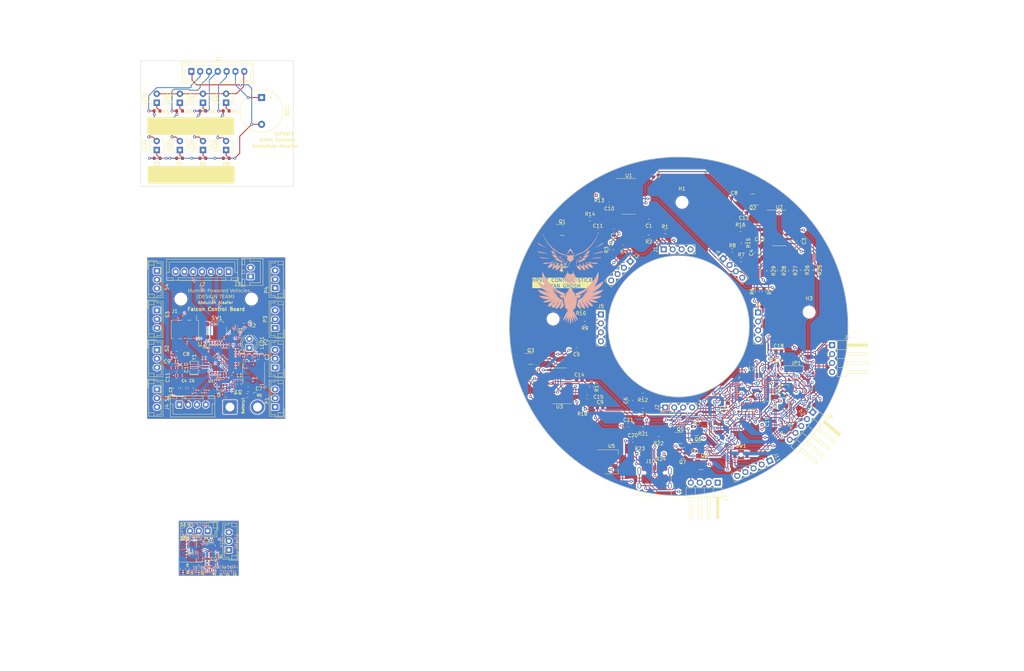
<source format=kicad_pcb>
(kicad_pcb (version 20221018) (generator pcbnew)
  (layers (0 "F.Cu" signal) (31 "B.Cu" signal) (34 "B.Paste" user) (35 "F.Paste" user) (36 "B.SilkS" user "B.Silkscreen") (37 "F.SilkS" user "F.Silkscreen") (38 "B.Mask" user) (39 "F.Mask" user) (44 "Edge.Cuts" user))
  (net 0 "")
  (footprint "Resistor_SMD:R_0603_1608Metric" (layer "F.Cu") (at 232.0572 136.8514 180)
    (fp_text reference "R12")
    (fp_text value "100")
  )
  (footprint "Resistor_SMD:R_0603_1608Metric" (layer "F.Cu") (at 215.6488 116.4806 180)
    (fp_text reference "R9")
    (fp_text value "100")
  )
  (footprint "Resistor_SMD:R_0603_1608Metric" (layer "F.Cu") (at 267.7188 101.6856 -90)
    (fp_text reference "R29")
    (fp_text value "10k")
  )
  (footprint "Resistor_SMD:R_0603_1608Metric" (layer "F.Cu") (at 231.2322 153.463)
    (fp_text reference "R23")
    (fp_text value "5.1K")
  )
  (footprint "Resistor_SMD:R_0603_1608Metric" (layer "F.Cu") (at 118.9725 117.05 180)
    (fp_text reference "R2")
    (fp_text value "420")
  )
  (footprint "Capacitor_SMD:C_0603_1608Metric" (layer "F.Cu") (at 233.7844 87.4738 180)
    (fp_text reference "C1")
    (fp_text value "0.1uF")
  )
  (footprint "Resistor_SMD:R_0603_1608Metric" (layer "F.Cu") (at 108.35 178.975 90)
    (fp_text reference "R3")
    (fp_text value "10k")
  )
  (footprint "Resistor_SMD:R_0603_1608Metric" (layer "F.Cu") (at 94.4 56.335)
    (fp_text reference "R1")
    (fp_text value "300")
  )
  (footprint "Resistor_SMD:R_0603_1608Metric" (layer "F.Cu") (at 114 56.335)
    (fp_text reference "R7")
    (fp_text value "300")
  )
  (footprint "MountingHole:MountingHole_3.2mm_M3_ISO7380" (layer "F.Cu") (at 206.6572 115.3122)
    (fp_text reference "H2")
    (fp_text value "MountingHole")
  )
  (footprint "LED_THT:LED_D4.0mm" (layer "F.Cu") (at 113.975 67.41 90)
    (fp_text reference "LED8")
    (fp_text value "LED9")
  )
  (footprint "MountingHole:MountingHole_3.2mm_M3" (layer "F.Cu") (at 129.025 45.935)
    (fp_text reference "HOLE2" hide)
    (fp_text value "MountingHole_3.2mm_M3")
  )
  (footprint "Resistor_SMD:R_0603_1608Metric" (layer "F.Cu") (at 219.7128 80.2602 180)
    (fp_text reference "R13")
    (fp_text value "8.2k")
  )
  (footprint "Resistor_SMD:R_0603_1608Metric" (layer "F.Cu") (at 116.5725 118.45 -90)
    (fp_text reference "R1")
    (fp_text value "10k")
  )
  (footprint "Resistor_SMD:R_0603_1608Metric" (layer "F.Cu") (at 238.3564 90.5726)
    (fp_text reference "R1")
    (fp_text value "100")
  )
  (footprint "Resistor_SMD:R_0603_1608Metric" (layer "F.Cu") (at 232.1588 146.4018 180)
    (fp_text reference "R21")
    (fp_text value "22")
  )
  (footprint "MountingHole:MountingHole_3.2mm_M3_ISO7380" (layer "F.Cu") (at 243.1824 82.2414)
    (fp_text reference "H1")
    (fp_text value "MountingHole")
  )
  (footprint "Connector_JST:JST_EH_B3B-EH-A_1x03_P2.50mm_Vertical" (layer "F.Cu") (at 114.75 180.75 90)
    (fp_text reference "J1" hide)
    (fp_text value "Conn_01x03_Socket")
  )
  (footprint "Resistor_SMD:R_0603_1608Metric" (layer "F.Cu") (at 100.8 56.335)
    (fp_text reference "R3")
    (fp_text value "300")
  )
  (footprint "Button_Switch_SMD:SW_SPST_SKQG_WithoutStem" (layer "F.Cu") (at 111.3725 118.6)
    (fp_text reference "SW1")
    (fp_text value "SW_Push")
  )
  (footprint "Package_SO:SOIC-16_3.9x9.9mm_P1.27mm" (layer "F.Cu") (at 208.4718 134.2352 180)
    (fp_text reference "U3")
    (fp_text value "HX711")
  )
  (footprint "LED_THT:LED_D4.0mm" (layer "F.Cu") (at 113.975 53.99 90)
    (fp_text reference "LED7")
    (fp_text value "LED8")
  )
  (footprint "Connector_JST:JST_XH_B7B-XH-A_1x07_P2.50mm_Vertical" (layer "F.Cu") (at 104.125 45.135)
    (fp_text reference "J1")
    (fp_text value "Conn_01x07_Pin")
  )
  (footprint "Resistor_SMD:R_0603_1608Metric" (layer "F.Cu") (at 119.9725 137 180)
    (fp_text reference "R5")
    (fp_text value "54.9k")
  )
  (footprint "Resistor_SMD:R_0603_1608Metric" (layer "F.Cu") (at 214.9376 140.763 180)
    (fp_text reference "R18")
    (fp_text value "20k")
  )
  (footprint "Capacitor_SMD:C_0805_2012Metric" (layer "F.Cu") (at 120.2225 135.2)
    (fp_text reference "C7")
    (fp_text value "0.1uF")
  )
  (footprint "Capacitor_SMD:C_0805_2012Metric" (layer "F.Cu") (at 99.9475 125.2)
    (fp_text reference "C8")
    (fp_text value "1uF")
  )
  (footprint "Capacitor_SMD:C_0603_1608Metric" (layer "F.Cu") (at 227.9424 145.335)
    (fp_text reference "C21")
    (fp_text value "22uF")
  )
  (footprint "Resistor_SMD:R_0603_1608Metric" (layer "F.Cu") (at 259.7432 90.0138)
    (fp_text reference "R16")
    (fp_text value "20k")
  )
  (footprint "Capacitor_SMD:C_0805_2012Metric" (layer "F.Cu") (at 119.5725 126.05 180)
    (fp_text reference "C1")
    (fp_text value "22uF")
  )
  (footprint "LED_THT:LED_D4.0mm" (layer "F.Cu") (at 100.875 54.01 90)
    (fp_text reference "LED3")
    (fp_text value "LED4")
  )
  (footprint "Connector_JST:JST_XH_B4B-XH-A_1x04_P2.50mm_Vertical" (layer "F.Cu") (at 100.7225 139.55)
    (fp_text reference "J4")
    (fp_text value "Conn_01x04_Socket")
  )
  (footprint "Connector_JST:JST_EH_B3B-EH-A_1x03_P2.50mm_Vertical" (layer "F.Cu") (at 108.75 175.35 180)
    (fp_text reference "SER1")
    (fp_text value "Conn_01x03_Pin")
  )
  (footprint "Capacitor_SMD:C_0603_1608Metric" (layer "F.Cu") (at 260.7084 85.2386 180)
    (fp_text reference "C13")
    (fp_text value "10uF")
  )
  (footprint "LED_THT:LED_D4.0mm" (layer "F.Cu") (at 94.325 54.01 90)
    (fp_text reference "LED1")
    (fp_text value "LED2")
  )
  (footprint "Capacitor_SMD:C_0603_1608Metric" (layer "F.Cu") (at 214.074 132.5334)
    (fp_text reference "C14")
    (fp_text value "0.1uF")
  )
  (footprint "Crystal:Resonator_SMD_Murata_CSTxExxV-3Pin_3.0x1.1mm" (layer "F.Cu") (at 272.1892 135.753 90)
    (fp_text reference "Y1")
    (fp_text value "8Mhz")
  )
  (footprint "Package_TO_SOT_SMD:SOT-23" (layer "F.Cu") (at 243.3625 153.3106)
    (fp_text reference "Q7")
    (fp_text value "2N7002")
  )
  (footprint "Connector_PinHeader_2.54mm:PinHeader_1x05_P2.54mm_Vertical" (layer "F.Cu") (at 268.055644 155.481699 -65)
    (fp_text reference "J11")
    (fp_text value "Conn_01x05_Pin")
  )
  (footprint "Resistor_SMD:R_0603_1608Metric" (layer "F.Cu") (at 109.55 186.45)
    (fp_text reference "R2")
    (fp_text value "10k")
  )
  (footprint "Resistor_SMD:R_0603_1608Metric" (layer "F.Cu") (at 217.4776 134.5146 90)
    (fp_text reference "R17")
    (fp_text value "8.2k")
  )
  (footprint "Crystal:Resonator_SMD_Murata_CSTxExxV-3Pin_3.0x1.1mm" (layer "F.Cu") (at 104.9225 129.1 90)
    (fp_text reference "Y1")
    (fp_text value "16MHz")
  )
  (footprint "Resistor_SMD:R_0603_1608Metric" (layer "F.Cu") (at 223.218 95.7034 90)
    (fp_text reference "R3")
    (fp_text value "100")
  )
  (footprint "Connector_PinHeader_2.54mm:PinHeader_1x04_P2.54mm_Vertical" (layer "F.Cu") (at 220.198 114.0046)
    (fp_text reference "J5")
    (fp_text value "Load Cell 3")
  )
  (footprint "Resistor_SMD:R_0603_1608Metric" (layer "F.Cu") (at 233.7844 91.995 180)
    (fp_text reference "R2")
    (fp_text value "100")
  )
  (footprint "Resistor_SMD:R_0603_1608Metric" (layer "F.Cu") (at 226.6216 94.8906 180)
    (fp_text reference "R4")
    (fp_text value "100")
  )
  (footprint "Resistor_SMD:R_0603_1608Metric" (layer "F.Cu") (at 270.9192 139.3914 90)
    (fp_text reference "R19")
    (fp_text value "10k")
  )
  (footprint "Resistor_SMD:R_0603_1608Metric" (layer "F.Cu") (at 277.2692 101.456 -90)
    (fp_text reference "R26")
    (fp_text value "10k")
  )
  (footprint "Capacitor_SMD:C_0805_2012Metric" (layer "F.Cu") (at 106.25 186.15 -90)
    (fp_text reference "C7")
    (fp_text value "0.1uF")
  )
  (footprint "Resistor_SMD:R_0603_1608Metric" (layer "F.Cu") (at 100.8 69.75)
    (fp_text reference "R4")
    (fp_text value "300")
  )
  (footprint "Capacitor_SMD:C_0603_1608Metric" (layer "F.Cu") (at 213.312 123.8974 180)
    (fp_text reference "C5")
    (fp_text value "0.1uF")
  )
  (footprint "Capacitor_SMD:C_0805_2012Metric" (layer "F.Cu") (at 103.9725 134.9 90)
    (fp_text reference "C5")
    (fp_text value "22uF")
  )
  (footprint "Package_TO_SOT_SMD:SOT-23" (layer "F.Cu") (at 209.2249 90.0646)
    (fp_text reference "Q1")
    (fp_text value "MMS8550")
  )
  (footprint "LED_THT:LED_D4.0mm" (layer "F.Cu") (at 94.325 67.41 90)
    (fp_text reference "LED2")
    (fp_text value "LED3")
  )
  (footprint "Package_TO_SOT_SMD:SOT-23" (layer "F.Cu") (at 248.5441 156.4094)
    (fp_text reference "Q8")
    (fp_text value "2N7002")
  )
  (footprint "Connector_JST:JST_EH_B3B-EH-A_1x03_P2.50mm_Vertical" (layer "F.Cu") (at 94.3725 135.25 -90)
    (fp_text reference "S1")
    (fp_text value "Conn_01x03_Pin")
  )
  (footprint "Connector_JST:JST_XH_B7B-XH-A_1x07_P2.50mm_Vertical" (layer "F.Cu") (at 114.6725 101.9 180)
    (fp_text reference "J2")
    (fp_text value "Conn_01x07_Pin")
  )
  (footprint "Package_TO_SOT_SMD:TSOT-23-6" (layer "F.Cu") (at 112.535 134)
    (fp_text reference "U1")
    (fp_text value "~")
  )
  (footprint "MountingHole:MountingHole_3.2mm_M3_ISO7380" (layer "F.Cu") (at 279.1996 113.331)
    (fp_text reference "H3")
    (fp_text value "MountingHole")
  )
  (footprint "Connector_PinHeader_2.54mm:PinHeader_1x04_P2.54mm_Horizontal" (layer "F.Cu") (at 253.2816 161.6864 -90)
    (fp_text reference "J7")
    (fp_text value "Conn_01x04_Male")
  )
  (footprint "Package_SO:SOIC-16_3.9x9.9mm_P1.27mm" (layer "F.Cu") (at 270.7582 89.4936)
    (fp_text reference "U2")
    (fp_text value "HX711")
  )
  (footprint "Capacitor_SMD:C_0603_1608Metric" (layer "F.Cu") (at 276.3548 93.252 -90)
    (fp_text reference "C3")
    (fp_text value "0.1uF")
  )
  (footprint "Resistor_SMD:R_0603_1608Metric" (layer "F.Cu") (at 237.2266 153.5646 180)
    (fp_text reference "R24")
    (fp_text value "5.1K" hide)
  )
  (footprint "Connector_PinHeader_2.54mm:PinHeader_1x04_P2.54mm_Vertical" (layer "F.Cu") (at 254.848994 98.211194 45)
    (fp_text reference "J4")
    (fp_text value "Load Cell 6")
  )
  (footprint "Capacitor_SMD:C_0603_1608Metric" (layer "F.Cu") (at 228.6536 138.4262 90)
    (fp_text reference "C6")
    (fp_text value "0.1uF")
  )
  (footprint "Connector_PinHeader_2.54mm:PinHeader_1x04_P2.54mm_Vertical" (layer "F.Cu") (at 238.4352 140.3698 90)
    (fp_text reference "J2")
    (fp_text value "Load Cell 2")
  )
  (footprint "Connector_JST:JST_EH_B3B-EH-A_1x03_P2.50mm_Vertical" (layer "F.Cu") (at 94.3725 112.85 -90)
    (fp_text reference "S3")
    (fp_text value "Conn_01x03_Pin")
  )
  (footprint "Package_TO_SOT_SMD:TSOT-23-6" (layer "F.Cu") (at 109.55 183.2875 90)
    (fp_text reference "U1")
    (fp_text value "~")
  )
  (footprint "MountingHole:MountingHole_3.2mm_M3" (layer "F.Cu") (at 121.1725 109.65)
    (fp_text reference "HOLE2" hide)
    (fp_text value "MountingHole_3.2mm_M3")
  )
  (footprint "Capacitor_SMD:C_0603_1608Metric" (layer "F.Cu") (at 235.0544 74.3166 -90)
    (fp_text reference "C7")
    (fp_text value "10uF")
  )
  (footprint "Connector_PinHeader_2.54mm:PinHeader_1x04_P2.54mm_Vertical" (layer "F.Cu") (at 228.514502 98.982498 -45)
    (fp_text reference "J3")
    (fp_text value "Load Cell 5")
  )
  (footprint "Connector_JST:JST_EH_B3B-EH-A_1x03_P2.50mm_Vertical" (layer "F.Cu") (at 127.8725 106.55 90)
    (fp_text reference "P4")
    (fp_text value "Conn_01x03_Pin")
  )
  (footprint "MountingHole:MountingHole_3.2mm_M3" (layer "F.Cu") (at 94.025 45.935)
    (fp_text reference "HOLE1" hide)
    (fp_text value "MountingHole_3.2mm_M3")
  )
  (footprint "Package_TO_SOT_SMD:SOT-23" (layer "F.Cu") (at 263.2207 81.4286 180)
    (fp_text reference "Q2")
    (fp_text value "MMS8550")
  )
  (footprint "Capacitor_SMD:C_0805_2012Metric" (layer "F.Cu") (at 116.45 185.65 90)
    (fp_text reference "C3")
    (fp_text value "22uF")
  )
  (footprint "Capacitor_SMD:C_0603_1608Metric" (layer "F.Cu") (at 265.89 144.4844 -90)
    (fp_text reference "C19")
    (fp_text value "100n")
  )
  (footprint "Resistor_SMD:R_0603_1608Metric" (layer "F.Cu") (at 266.398 107.489 90)
    (fp_text reference "R5")
    (fp_text value "100")
  )
  (footprint "Capacitor_SMD:C_0603_1608Metric" (layer "F.Cu") (at 229.2254 149.7038)
    (fp_text reference "C20")
    (fp_text value "10uF")
  )
  (footprint "Resistor_SMD:R_0603_1608Metric" (layer "F.Cu") (at 260.556 93.7608 -90)
    (fp_text reference "R15")
    (fp_text value "8.2k")
  )
  (footprint "Capacitor_SMD:C_0603_1608Metric" (layer "F.Cu") (at 223.9292 90.2678 180)
    (fp_text reference "C2")
    (fp_text value "0.1uF")
  )
  (footprint "Capacitor_SMD:C_0805_2012Metric" (layer "F.Cu") (at 101.75 186.15 90)
    (fp_text reference "C9")
    (fp_text value "22uF")
  )
  (footprint "Resistor_SMD:R_0603_1608Metric" (layer "F.Cu") (at 257.445 95.9066)
    (fp_text reference "R8")
    (fp_text value "100")
  )
  (footprint "MountingHole:MountingHole_3.2mm_M3" (layer "F.Cu") (at 101.1725 109.65)
    (fp_text reference "HOLE1" hide)
    (fp_text value "MountingHole_3.2mm_M3")
  )
  (footprint "Resistor_SMD:R_0603_1608Metric" (layer "F.Cu") (at 109.85 178.975 -90)
    (fp_text reference "R1")
    (fp_text value "54.9k")
  )
  (footprint "Capacitor_SMD:C_0603_1608Metric" (layer "F.Cu") (at 216.2454 137.3594)
    (fp_text reference "C15")
    (fp_text value "10uF")
  )
  (footprint "Capacitor_SMD:C_0603_1608Metric" (layer "F.Cu") (at 222.5706 82.597 180)
    (fp_text reference "C10")
    (fp_text value "0.1uF")
  )
  (footprint "Capacitor_SMD:C_0603_1608Metric" (layer "F.Cu") (at 219.9668 140.3058)
    (fp_text reference "C9")
    (fp_text value "10uF")
  )
  (footprint "Resistor_SMD:R_0603_1608Metric" (layer "F.Cu") (at 270.6652 101.647 -90)
    (fp_text reference "R28")
    (fp_text value "10k")
  )
  (footprint "Capacitor_SMD:C_0805_2012Metric" (layer "F.Cu") (at 104.25 186.15 90)
    (fp_text reference "C8")
    (fp_text value "22uF")
  )
  (footprint "Connector_PinHeader_2.54mm:PinHeader_1x04_P2.54mm_Horizontal" (layer "F.Cu") (at 285.7238 122.7014)
    (fp_text reference "J9")
    (fp_text value "Conn_01x04_Male")
  )
  (footprint "Capacitor_SMD:C_0805_2012Metric" (layer "F.Cu") (at 123.1225 126.05 180)
    (fp_text reference "C2")
    (fp_text value "22uF")
  )
  (footprint "Capacitor_SMD:C_0603_1608Metric" (layer "F.Cu") (at 265.1788 91.3346 180)
    (fp_text reference "C12")
    (fp_text value "0.1uF")
  )
  (footprint "Connector_JST:JST_XH_B2B-XH-A_1x02_P2.50mm_Vertical" (layer "F.Cu") (at 120.9225 103.25 90)
    (fp_text reference "J3")
    (fp_text value "Conn_01x02_Pin")
  )
  (footprint "Resistor_SMD:R_0603_1608Metric" (layer "F.Cu") (at 269.5862 128.5202)
    (fp_text reference "R20")
    (fp_text value "10k")
  )
  (footprint "Connector_USB:USB_C_Receptacle_HRO_TYPE-C-31-M-12" (layer "F.Cu") (at 235.4044 161.4986)
    (fp_text reference "J10")
    (fp_text value "USB_C_Receptacle_USB2.0")
  )
  (footprint "Resistor_SMD:R_0603_1608Metric" (layer "F.Cu") (at 232.108 141.1186 180)
    (fp_text reference "R11")
    (fp_text value "100")
  )
  (footprint "LED_THT:LED_D4.0mm" (layer "F.Cu") (at 107.425 54.01 90)
    (fp_text reference "LED5")
    (fp_text value "LED6")
  )
  (footprint "Capacitor_SMD:C_0603_1608Metric" (layer "F.Cu") (at 257.9652 81.0222)
    (fp_text reference "C8")
    (fp_text value "10uF")
  )
  (footprint "Jumper:SolderJumper-3_P2.0mm_Open_TrianglePad1.0x1.5mm" (layer "F.Cu") (at 274.798 129.5693)
    (fp_text reference "JP1")
    (fp_text value "Jumper_3_Open")
  )
  (footprint "Buzzer_Beeper:Buzzer_12x9.5RM7.6" (layer "F.Cu") (at 124.025 52.535 -90)
    (fp_text reference "BZ1")
    (fp_text value "Buzzer")
  )
  (footprint "Button_Switch_SMD:SW_SPST_B3U-1000P-B" (layer "F.Cu") (at 259.8956 153.7678)
    (fp_text reference "SW1")
    (fp_text value "SW_Push")
  )
  (footprint "Package_TO_SOT_SMD:SOT-223-3_TabPin2" (layer "F.Cu") (at 223.218 155.7998)
    (fp_text reference "U5")
    (fp_text value "AZ1117-3.3")
  )
  (footprint "Capacitor_SMD:C_0805_2012Metric" (layer "F.Cu") (at 99.7725 134.9 90)
    (fp_text reference "C3")
    (fp_text value "22uF")
  )
  (footprint "Connector_JST:JST_EH_B3B-EH-A_1x03_P2.50mm_Vertical" (layer "F.Cu") (at 127.8725 129.05 90)
    (fp_text reference "P2")
    (fp_text value "Conn_01x03_Pin")
  )
  (footprint "Connector_Wire:SolderWire-2sqmm_1x02_P7.8mm_D2mm_OD3.9mm" (layer "F.Cu") (at 115.0725 140.25)
    (fp_text reference "Battery1")
    (fp_text value "Conn_01x02_Socket")
  )
  (footprint "Resistor_SMD:R_0603_1608Metric" (layer "F.Cu") (at 94.425 69.75)
    (fp_text reference "R2")
    (fp_text value "300")
  )
  (footprint "LED_THT:LED_D4.0mm" (layer "F.Cu") (at 100.875 67.41 90)
    (fp_text reference "LED4")
    (fp_text value "LED5")
  )
  (footprint "Package_TO_SOT_SMD:SOT-23" (layer "F.Cu") (at 200.3121 126.603)
    (fp_text reference "Q3")
    (fp_text value "MMS8550")
  )
  (footprint "Resistor_SMD:R_0603_1608Metric" (layer "F.Cu") (at 236.5276 149.145 180)
    (fp_text reference "R22")
    (fp_text value "22")
  )
  (footprint "Capacitor_SMD:C_0603_1608Metric" (layer "F.Cu") (at 270.5636 124.3546)
    (fp_text reference "C18")
    (fp_text value "100n")
  )
  (footprint "Package_TO_SOT_SMD:SOT-23" (layer "F.Cu") (at 247.7313 151.7866)
    (fp_text reference "Q6")
    (fp_text value "2N7002")
  )
  (footprint "Package_SO:SOIC-16_3.9x9.9mm_P1.27mm" (layer "F.Cu") (at 228.0862 80.5528)
    (fp_text reference "U1")
    (fp_text value "HX711")
  )
  (footprint "LED_THT:LED_D4.0mm" (layer "F.Cu") (at 107.425 67.41 90)
    (fp_text reference "LED6")
    (fp_text value "LED7")
  )
  (footprint "Capacitor_SMD:C_0805_2012Metric" (layer "F.Cu") (at 111.65 179.5 90)
    (fp_text reference "C4")
    (fp_text value "0.1uF")
  )
  (footprint "Connector_PinHeader_2.54mm:PinHeader_1x04_P2.54mm_Vertical" (layer "F.Cu") (at 264.7496 113.4558)
    (fp_text reference "J6")
    (fp_text value "Load Cell 4")
  )
  (footprint "Resistor_SMD:R_0603_1608Metric" (layer "F.Cu") (at 264.4676 107.489 90)
    (fp_text reference "R6")
    (fp_text value "100")
  )
  (footprint "Package_TO_SOT_SMD:SOT-23" (layer "F.Cu") (at 247.3757 146.7574)
    (fp_text reference "Q4")
    (fp_text value "2N7002")
  )
  (footprint "Package_QFP:LQFP-48_7x7mm_P0.5mm" (layer "F.Cu") (at 262.8928 135.429 180)
    (fp_text reference "U4")
    (fp_text value "STM32F103C8Tx")
  )
  (footprint "Connector_PinHeader_2.54mm:PinHeader_1x04_P2.54mm_Vertical" (layer "F.Cu") (at 237.988 95.5642 90)
    (fp_text reference "J1")
    (fp_text value "Load Cell 1")
  )
  (footprint "Connector_JST:JST_EH_B3B-EH-A_1x03_P2.50mm_Vertical" (layer "F.Cu") (at 94.3725 124.05 -90)
    (fp_text reference "S2")
    (fp_text value "Conn_01x03_Pin")
  )
  (footprint "Resistor_SMD:R_0603_1608Metric" (layer "F.Cu") (at 273.9164 101.5962 -90)
    (fp_text reference "R27")
    (fp_text value "10k")
  )
  (footprint "Capacitor_SMD:C_0603_1608Metric" (layer "F.Cu") (at 262.334 128.063 180)
    (fp_text reference "C17")
    (fp_text value "100n")
  )
  (footprint "Capacitor_SMD:C_0603_1608Metric" (layer "F.Cu") (at 219.3572 90.3186)
    (fp_text reference "C11")
    (fp_text value "10uF")
  )
  (footprint "MountingHole:MountingHole_3.2mm_M3" (layer "F.Cu") (at 129.025 73.935)
    (fp_text reference "HOLE3" hide)
    (fp_text value "MountingHole_3.2mm_M3")
  )
  (footprint "Capacitor_SMD:C_0805_2012Metric" (layer "F.Cu") (at 99.9475 127.2)
    (fp_text reference "C9")
    (fp_text value "100nF")
  )
  (footprint "Resistor_SMD:R_0603_1608Metric" (layer "F.Cu") (at 116.0725 133.75 -90)
    (fp_text reference "R4")
    (fp_text value "10k")
  )
  (footprint "Package_QFP:TQFP-32_7x7mm_P0.8mm" (layer "F.Cu") (at 112.4125 126.85)
    (fp_text reference "U2")
    (fp_text value "ATmega328P-A" hide)
  )
  (footprint "Resistor_SMD:R_0603_1608Metric" (layer "F.Cu") (at 117.6725 133.775 -90)
    (fp_text reference "R3")
    (fp_text value "10k")
  )
  (footprint "Capacitor_SMD:C_0805_2012Metric" (layer "F.Cu") (at 113.8975 136.75)
    (fp_text reference "C6")
    (fp_text value "0.1uF")
  )
  (footprint "Capacitor_SMD:C_0805_2012Metric" (layer "F.Cu") (at 112.45 185.65 90)
    (fp_text reference "C1")
    (fp_text value "22uF")
  )
  (footprint "Inductor_SMD:L_Taiyo-Yuden_NR-60xx" (layer "F.Cu") (at 121.7725 130.65 -90)
    (fp_text reference "L1")
    (fp_text value "3.3uH")
  )
  (footprint "Connector_JST:JST_EH_B3B-EH-A_1x03_P2.50mm_Vertical" (layer "F.Cu") (at 127.8725 117.85 90)
    (fp_text reference "P3")
    (fp_text value "Conn_01x03_Pin")
  )
  (footprint "Capacitor_SMD:C_0805_2012Metric" (layer "F.Cu") (at 101.8725 134.9 90)
    (fp_text reference "C4")
    (fp_text value "22uF")
  )
  (footprint "Resistor_SMD:R_0603_1608Metric" (layer "F.Cu") (at 107.4 69.75)
    (fp_text reference "R6")
    (fp_text value "300")
  )
  (footprint "Capacitor_SMD:C_0603_1608Metric" (layer "F.Cu") (at 264.2644 96.5162 90)
    (fp_text reference "C4")
    (fp_text value "0.1uF")
  )
  (footprint "Capacitor_SMD:C_0805_2012Metric" (layer "F.Cu") (at 99.9725 129.25)
    (fp_text reference "C10")
    (fp_text value "100nF")
  )
  (footprint "Package_TO_SOT_SMD:SOT-23" (layer "F.Cu") (at 242.7021 148.9926)
    (fp_text reference "Q5")
    (fp_text value "2N7002")
  )
  (footprint "Capacitor_SMD:C_0805_2012Metric" (layer "F.Cu") (at 114.45 185.65 90)
    (fp_text reference "C2")
    (fp_text value "22uF")
  )
  (footprint "Resistor_SMD:R_0603_1608Metric" (layer "F.Cu") (at 259.9464 98.5482)
    (fp_text reference "R7")
    (fp_text value "100")
  )
  (footprint "Connector_JST:JST_EH_B3B-EH-A_1x03_P2.50mm_Vertical" (layer "F.Cu") (at 94.3725 101.65 -90)
    (fp_text reference "S4")
    (fp_text value "Conn_01x03_Pin")
  )
  (footprint "Connector_PinHeader_2.54mm:PinHeader_1x05_P2.54mm_Horizontal" (layer "F.Cu") (at 280.234657 141.732941 -40)
    (fp_text reference "J8")
    (fp_text value "Conn_01x05_Pin")
  )
  (footprint "Resistor_SMD:R_0603_1608Metric" (layer "F.Cu") (at 214.5312 112.2642 180)
    (fp_text reference "R10")
    (fp_text value "100")
  )
  (footprint "Connector_PinHeader_2.54mm:PinHeader_2x03_P2.54mm_Vertical_SMD" (layer "F.Cu") (at 102.2975 118.25 -90)
    (fp_text reference "J1")
    (fp_text value "AVR-ISP-6")
  )
  (footprint "Connector_JST:JST_EH_B3B-EH-A_1x03_P2.50mm_Vertical" (layer "F.Cu") (at 127.8725 140.25 90)
    (fp_text reference "P1")
    (fp_text value "Conn_01x03_Pin")
  )
  (footprint "LED_THT:LED_D4.0mm" (layer "F.Cu") (at 120.5725 123.45 90)
    (fp_text reference "LED1")
    (fp_text value "LED1")
  )
  (footprint "Resistor_SMD:R_0603_1608Metric" (layer "F.Cu") (at 114.025 69.75)
    (fp_text reference "R8")
    (fp_text value locked "300")
  )
  (footprint "Resistor_SMD:R_0603_1608Metric" (layer "F.Cu") (at 107.4 56.335)
    (fp_text reference "R5")
    (fp_text value "300")
  )
  (footprint "Capacitor_SMD:C_0805_2012Metric" (layer "F.Cu") (at 99.9725 131.3)
    (fp_text reference "C11")
    (fp_text value "10nF")
  )
  (footprint "Inductor_SMD:L_Taiyo-Yuden_NR-60xx" (layer "F.Cu") (at 104.1 181.1)
    (fp_text reference "L1")
    (fp_text value "3.3uH")
  )
  (footprint "Capacitor_SMD:C_0603_1608Metric" (layer "F.Cu") (at 255.3744 139.1374 180)
    (fp_text reference "C16")
    (fp_text value "100n" hide)
  )
  (footprint "Resistor_SMD:R_0603_1608Metric" (layer "F.Cu") (at 280.8252 101.393 -90)
    (fp_text reference "R25")
    (fp_text value "10k")
  )
  (footprint "Resistor_SMD:R_0603_1608Metric" (layer "F.Cu") (at 217.122 87.0166)
    (fp_text reference "R14")
    (fp_text value "20k")
  )
  (footprint "Package_TO_SOT_SMD:SOT-23" (layer "B.Cu") (at 102.8625 179.025)
    (fp_text reference "Q1")
    (fp_text value "2N7002K")
  )
  (footprint "Resistor_SMD:R_0603_1608Metric" (layer "B.Cu") (at 106.25 178.85 -90)
    (fp_text reference "R4")
    (fp_text value "420")
  )
  (footprint "Resistor_SMD:R_0603_1608Metric" (layer "B.Cu") (at 102.65 181.65 180)
    (fp_text reference "R5")
    (fp_text value "420")
  )
  (footprint "Package_TO_SOT_SMD:SOT-23" (layer "B.Cu") (at 107.7 182.8875 -90)
    (fp_text reference "Q2")
    (fp_text value "2N7002K")
  )
  (gr_poly (pts (xy 211.254122 98.219204) (xy 211.261445 98.219605) (xy 211.267618 98.220273) (xy 211.272386 98.221244) (xy 211.274162 98.221854) (xy 211.27549 98.222552) (xy 211.276657 98.223519) (xy 211.277961 98.224915) (xy 211.280938 98.228886) (xy 211.284334 98.234251) (xy 211.288059 98.240797) (xy 211.292024 98.24831) (xy 211.296143 98.256575) (xy 211.304482 98.274513) (xy 211.312367 98.2929) (xy 211.31909 98.31003) (xy 211.321793 98.317588) (xy 211.323941 98.324191) (xy 211.325443 98.329626) (xy 211.326211 98.333677) (xy 211.326234 98.335259) (xy 211.325944 98.336718) (xy 211.325359 98.338055) (xy 211.324497 98.339273) (xy 211.323378 98.340375) (xy 211.32202 98.341361) (xy 211.320442 98.342234) (xy 211.318662 98.342997) (xy 211.316699 98.343652) (xy 211.314571 98.3442) (xy 211.312297 98.344644) (xy 211.309896 98.344985) (xy 211.304787 98.345371) (xy 211.299392 98.345375) (xy 211.29386 98.345013) (xy 211.288341 98.344302) (xy 211.282983 98.34326) (xy 211.277935 98.341903) (xy 211.275574 98.341113) (xy 211.273346 98.34025) (xy 211.27127 98.339317) (xy 211.269365 98.338316) (xy 211.267649 98.33725) (xy 211.266141 98.33612) (xy 211.264859 98.334928) (xy 211.263823 98.333677) (xy 211.261723 98.33085) (xy 211.259116 98.327551) (xy 211.25273 98.319893) (xy 211.245377 98.311428) (xy 211.237768 98.30288) (xy 211.218976 98.282321) (xy 211.211018 98.28152) (xy 211.202567 98.280287) (xy 211.19766 98.279395) (xy 211.192464 98.278293) (xy 211.187105 98.276963) (xy 211.181707 98.275384) (xy 211.176394 98.273538) (xy 211.171291 98.271405) (xy 211.168858 98.270225) (xy 211.166523 98.268966) (xy 211.164304 98.267626) (xy 211.162215 98.266202) (xy 211.160272 98.264692) (xy 211.158491 98.263093) (xy 211.156887 98.261403) (xy 211.155476 98.25962) (xy 211.154599 98.258375) (xy 211.15381 98.257086) (xy 211.153111 98.255757) (xy 211.152502 98.254393) (xy 211.151983 98.252998) (xy 211.151556 98.251577) (xy 211.15122 98.250134) (xy 211.150976 98.248674) (xy 211.150825 98.247202) (xy 211.150768 98.245722) (xy 211.150805 98.244238) (xy 211.150937 98.242756) (xy 211.151164 98.241279) (xy 211.151487 98.239813) (xy 211.151907 98.238362) (xy 211.152424 98.23693) (xy 211.153033 98.235534) (xy 211.153726 98.234192) (xy 211.154499 98.232905) (xy 211.15535 98.231676) (xy 211.156273 98.230509) (xy 211.157266 98.229407) (xy 211.158325 98.228371) (xy 211.159446 98.227406) (xy 211.160627 98.226513) (xy 211.161862 98.225696) (xy 211.16315 98.224958) (xy 211.164485 98.224302) (xy 211.165866 98.22373) (xy 211.167287 98.223246) (xy 211.168745 98.222852) (xy 211.170238 98.222551) (xy 211.170239 98.222552) (xy 211.185043 98.221436) (xy 211.200464 98.220459) (xy 211.218489 98.219576) (xy 211.237061 98.219064) (xy 211.245909 98.219035)) (fill solid) (layer "B.SilkS"))
  (gr_poly (pts (xy 206.485083 99.087874) (xy 206.248756 99.219074) (xy 206.018532 99.33131) (xy 205.795175 99.425839) (xy 205.57945 99.50392) (xy 205.372122 99.56681) (xy 205.173956 99.615769) (xy 204.985716 99.652055) (xy 204.808168 99.676926) (xy 204.642076 99.691639) (xy 204.488205 99.697455) (xy 204.34732 99.69563) (xy 204.220186 99.687423) (xy 204.107568 99.674092) (xy 204.01023 99.656896) (xy 203.928937 99.637093) (xy 203.910938 99.631799) (xy 203.894036 99.626439) (xy 203.878244 99.621032) (xy 203.863575 99.6156) (xy 203.850041 99.610163) (xy 203.837656 99.604742) (xy 203.826433 99.599359) (xy 203.816384 99.594032) (xy 203.807521 99.588784) (xy 203.799858 99.583634) (xy 203.793408 99.578604) (xy 203.788183 99.573715) (xy 203.784196 99.568986) (xy 203.78146 99.564439) (xy 203.779988 99.560094) (xy 203.779729 99.558004) (xy 203.779792 99.555972) (xy 203.780647 99.552414) (xy 203.782442 99.548577) (xy 203.785154 99.544467) (xy 203.788763 99.540092) (xy 203.793248 99.535458) (xy 203.798589 99.530572) (xy 203.811753 99.520074) (xy 203.828087 99.508652) (xy 203.847426 99.496363) (xy 203.869602 99.483261) (xy 203.894449 99.469404) (xy 203.9218 99.454846) (xy 203.951488 99.439644) (xy 203.983347 99.423853) (xy 204.01721 99.407528) (xy 204.09028 99.373501) (xy 204.169364 99.338009) (xy 204.368342 99.352779) (xy 204.483202 99.357141) (xy 204.607811 99.358679) (xy 204.741791 99.356788) (xy 204.884767 99.350863) (xy 205.036365 99.340297) (xy 205.196209 99.324485) (xy 205.363922 99.302821) (xy 205.539131 99.2747) (xy 205.721459 99.239515) (xy 205.91053 99.196662) (xy 206.105971 99.145535) (xy 206.307404 99.085528) (xy 206.514454 99.016035) (xy 206.726747 98.93645)) (fill solid) (layer "B.SilkS"))
  (gr_poly (pts (xy 212.462225 96.393297) (xy 212.465419 96.419182) (xy 212.468309 96.451249) (xy 212.469354 96.468849) (xy 212.469981 96.487093) (xy 212.470077 96.505679) (xy 212.469525 96.524307) (xy 212.468213 96.542676) (xy 212.466027 96.560486) (xy 212.462852 96.577434) (xy 212.458575 96.593221) (xy 212.48904 96.672904) (xy 212.565612 96.862243) (xy 212.61424 96.974732) (xy 212.666057 97.086675) (xy 212.692292 97.139529) (xy 212.718282 97.188751) (xy 212.74368 97.233176) (xy 212.768138 97.271639) (xy 212.790295 97.304782) (xy 212.809222 97.334263) (xy 212.825214 97.360439) (xy 212.838567 97.383668) (xy 212.849577 97.404308) (xy 212.858541 97.422717) (xy 212.865754 97.439252) (xy 212.871513 97.454271) (xy 212.876114 97.468132) (xy 212.879854 97.481193) (xy 212.883027 97.493811) (xy 212.885931 97.506345) (xy 212.892114 97.532588) (xy 212.895986 97.547014) (xy 212.900773 97.562787) (xy 212.903787 97.571111) (xy 212.907453 97.579505) (xy 212.911722 97.587947) (xy 212.916546 97.596415) (xy 212.921875 97.604887) (xy 212.92766 97.613341) (xy 212.933852 97.621755) (xy 212.940402 97.630108) (xy 212.954379 97.64654) (xy 212.9692 97.662463) (xy 212.984472 97.677701) (xy 212.999803 97.692078) (xy 213.014799 97.705421) (xy 213.029069 97.717553) (xy 213.053861 97.737484) (xy 213.077461 97.755112) (xy 213.076859 97.756346) (xy 213.074888 97.75985) (xy 213.071304 97.765325) (xy 213.068831 97.76871) (xy 213.065863 97.772475) (xy 213.062369 97.776585) (xy 213.058319 97.781002) (xy 213.053683 97.785688) (xy 213.048429 97.790608) (xy 213.042527 97.795722) (xy 213.035947 97.800994) (xy 213.028658 97.806388) (xy 213.020629 97.811865) (xy 213.014132 97.809729) (xy 213.007639 97.807188) (xy 213.001153 97.80426) (xy 212.99468 97.800963) (xy 212.981793 97.793336) (xy 212.969021 97.784451) (xy 212.956402 97.774453) (xy 212.943979 97.763488) (xy 212.931792 97.751701) (xy 212.919883 97.739237) (xy 212.908291 97.72624) (xy 212.897059 97.712857) (xy 212.886226 97.699232) (xy 212.875835 97.68551) (xy 212.856538 97.658356) (xy 212.839496 97.632557) (xy 212.835773 97.626751) (xy 212.83219 97.620864) (xy 212.82875 97.614901) (xy 212.825452 97.608862) (xy 212.822298 97.602751) (xy 212.81929 97.596571) (xy 212.816427 97.590324) (xy 212.813713 97.584012) (xy 212.811146 97.577638) (xy 212.808729 97.571205) (xy 212.806462 97.564716) (xy 212.804347 97.558173) (xy 212.802385 97.551578) (xy 212.800577 97.544935) (xy 212.798924 97.538245) (xy 212.797426 97.531513) (xy 212.794466 97.519091) (xy 212.790481 97.506349) (xy 212.785581 97.49337) (xy 212.779875 97.480238) (xy 212.773473 97.467035) (xy 212.766485 97.453845) (xy 212.759021 97.440752) (xy 212.751191 97.427839) (xy 212.743103 97.415189) (xy 212.734869 97.402886) (xy 212.718399 97.379652) (xy 212.702658 97.358805) (xy 212.688524 97.341012) (xy 212.682223 97.332992) (xy 212.67618 97.324784) (xy 212.6704 97.316395) (xy 212.664887 97.307831) (xy 212.659645 97.299099) (xy 212.654677 97.290205) (xy 212.649988 97.281155) (xy 212.645582 97.271956) (xy 212.349593 96.625606) (xy 212.369457 96.591424) (xy 212.388131 96.557292) (xy 212.405318 96.523498) (xy 212.413262 96.506819) (xy 212.420723 96.490332) (xy 212.427664 96.474073) (xy 212.434048 96.45808) (xy 212.439837 96.442388) (xy 212.444996 96.427033) (xy 212.449486 96.41205) (xy 212.45327 96.397477) (xy 212.456313 96.383349) (xy 212.458575 96.369702)) (fill solid) (layer "B.SilkS"))
  (gr_poly (pts (xy 212.339696 97.343507) (xy 212.342533 97.355542) (xy 212.345388 97.37104) (xy 212.34762 97.38923) (xy 212.348584 97.409339) (xy 212.34839 97.419872) (xy 212.347637 97.430596) (xy 212.346246 97.441413) (xy 212.344136 97.452227) (xy 212.341226 97.462942) (xy 212.337436 97.473461) (xy 212.332686 97.483688) (xy 212.326896 97.493526) (xy 212.319984 97.502879) (xy 212.31187 97.511649) (xy 212.302474 97.519742) (xy 212.291716 97.527059) (xy 212.279515 97.533505) (xy 212.265791 97.538983) (xy 212.250462 97.543396) (xy 212.23345 97.546649) (xy 212.214673 97.548644) (xy 212.19405 97.549285) (xy 212.171502 97.548475) (xy 212.146949 97.546118) (xy 212.149025 97.538025) (xy 212.155762 97.516466) (xy 212.161115 97.501913) (xy 212.16792 97.485524) (xy 212.176269 97.46781) (xy 212.186259 97.44928) (xy 212.197985 97.430446) (xy 212.204529 97.421073) (xy 212.211542 97.411816) (xy 212.219036 97.402737) (xy 212.227024 97.393902) (xy 212.235518 97.385372) (xy 212.244528 97.377213) (xy 212.254067 97.369487) (xy 212.264148 97.36226) (xy 212.274781 97.355594) (xy 212.285979 97.349553) (xy 212.297753 97.344201) (xy 212.310116 97.339602) (xy 212.32308 97.335819) (xy 212.336655 97.332917)) (fill solid) (layer "B.SilkS"))
  (gr_poly (pts (xy 203.621572 91.064676) (xy 203.627428 91.066534) (xy 203.633504 91.069532) (xy 203.639771 91.073588) (xy 203.646202 91.07862) (xy 203.652767 91.084548) (xy 203.659441 91.09129) (xy 203.666194 91.098765) (xy 203.679828 91.115585) (xy 203.693447 91.134359) (xy 203.706827 91.154436) (xy 203.719745 91.175163) (xy 203.731979 91.19589) (xy 203.743305 91.215967) (xy 203.762342 91.251561) (xy 203.779713 91.286288) (xy 204.052667 91.862154) (xy 204.334329 92.390603) (xy 204.621588 92.873536) (xy 204.911335 93.312857) (xy 205.200457 93.710467) (xy 205.485844 94.068269) (xy 205.764385 94.388165) (xy 206.03297 94.672058) (xy 206.288488 94.92185) (xy 206.527828 95.139442) (xy 206.945532 95.48564) (xy 207.449933 95.875353) (xy 207.511264 95.930514) (xy 207.577469 95.98642) (xy 207.647327 96.042478) (xy 207.719622 96.098094) (xy 207.866645 96.205623) (xy 208.008792 96.304256) (xy 208.136317 96.389241) (xy 208.239473 96.455827) (xy 208.333694 96.514798) (xy 208.301174 96.486844) (xy 208.269889 96.456134) (xy 208.239951 96.423285) (xy 208.211472 96.388909) (xy 208.184564 96.353622) (xy 208.159342 96.318038) (xy 208.135917 96.282771) (xy 208.114401 96.248436) (xy 208.077549 96.185017) (xy 208.049685 96.132697) (xy 208.024529 96.081013) (xy 208.039301 96.103297) (xy 208.058192 96.127015) (xy 208.10714 96.178197) (xy 208.168987 96.233448) (xy 208.241348 96.291656) (xy 208.321836 96.35171) (xy 208.408068 96.412499) (xy 208.58822 96.531834) (xy 208.76272 96.640769) (xy 208.912485 96.730414) (xy 209.061483 96.816264) (xy 209.041228 96.793774) (xy 209.022363 96.770394) (xy 209.004878 96.746448) (xy 208.988761 96.722257) (xy 208.974 96.698145) (xy 208.960584 96.674436) (xy 208.9485 96.651451) (xy 208.937738 96.629515) (xy 208.920131 96.590078) (xy 208.90767 96.55871) (xy 208.897812 96.530514) (xy 208.928904 96.567678) (xy 208.963509 96.603641) (xy 209.001331 96.638404) (xy 209.042075 96.671968) (xy 209.131151 96.735507) (xy 209.228376 96.794269) (xy 209.331388 96.848265) (xy 209.437828 96.897507) (xy 209.545335 96.942005) (xy 209.651547 96.981771) (xy 209.754105 97.016817) (xy 209.850648 97.047154) (xy 210.016245 97.093744) (xy 210.171384 97.130907) (xy 210.124552 97.203694) (xy 210.120897 97.210023) (xy 210.117377 97.216423) (xy 210.113994 97.22289) (xy 210.110748 97.229422) (xy 210.107639 97.236018) (xy 210.10467 97.242676) (xy 210.10184 97.249391) (xy 210.099151 97.256164) (xy 210.096603 97.262991) (xy 210.094198 97.269871) (xy 210.091936 97.2768) (xy 210.089817 97.283777) (xy 210.087844 97.2908) (xy 210.086016 97.297866) (xy 210.084335 97.304974) (xy 210.082802 97.31212) (xy 209.677095 97.21264) (xy 209.383458 97.121238) (xy 209.039072 96.995627) (xy 208.651267 96.830985) (xy 208.227372 96.622486) (xy 207.774716 96.365306) (xy 207.539893 96.216954) (xy 207.300629 96.054622) (xy 207.057839 95.877707) (xy 206.81244 95.685607) (xy 206.565348 95.477719) (xy 206.31748 95.25344) (xy 206.069751 95.012165) (xy 205.823077 94.753293) (xy 205.578375 94.476221) (xy 205.336561 94.180345) (xy 205.098552 93.865062) (xy 204.865263 93.529769) (xy 204.63761 93.173864) (xy 204.41651 92.796743) (xy 204.202879 92.397802) (xy 203.997633 91.97644) (xy 203.801689 91.532053) (xy 203.615962 91.064038)) (fill solid) (layer "B.SilkS"))
  (gr_poly (pts (xy 214.919675 99.497561) (xy 214.964174 99.593255) (xy 215.017422 99.697753) (xy 215.080182 99.810696) (xy 215.153214 99.931725) (xy 215.237281 100.060478) (xy 215.283691 100.12764) (xy 215.333145 100.196597) (xy 215.385738 100.267306) (xy 215.441566 100.339721) (xy 215.722316 101.135138) (xy 215.73045 101.160023) (xy 215.737308 101.184233) (xy 215.742897 101.207729) (xy 215.74722 101.230475) (xy 215.750284 101.252434) (xy 215.752092 101.273568) (xy 215.75265 101.29384) (xy 215.751963 101.313213) (xy 215.750037 101.33165) (xy 215.746876 101.349114) (xy 215.742485 101.365568) (xy 215.73687 101.380975) (xy 215.730035 101.395297) (xy 215.721985 101.408497) (xy 215.712727 101.420539) (xy 215.702264 101.431385) (xy 215.690601 101.440998) (xy 215.677745 101.449341) (xy 215.663699 101.456377) (xy 215.64847 101.462068) (xy 215.632061 101.466378) (xy 215.614479 101.469269) (xy 215.595728 101.470705) (xy 215.575813 101.470648) (xy 215.554739 101.469061) (xy 215.532512 101.465907) (xy 215.509137 101.461149) (xy 215.484618 101.45475) (xy 215.45896 101.446672) (xy 215.43217 101.436879) (xy 215.404251 101.425333) (xy 215.375209 101.411998) (xy 215.243997 101.341723) (xy 215.170013 101.295025) (xy 215.091533 101.239212) (xy 215.009374 101.173227) (xy 214.924353 101.096016) (xy 214.837285 101.006522) (xy 214.748989 100.90369) (xy 214.660281 100.786463) (xy 214.571978 100.653786) (xy 214.484896 100.504602) (xy 214.399852 100.337856) (xy 214.317664 100.152493) (xy 214.239148 99.947455) (xy 214.16512 99.721688) (xy 214.096398 99.474136) (xy 214.176815 99.614776) (xy 214.265822 99.758443) (xy 214.319168 99.839242) (xy 214.377128 99.922446) (xy 214.438744 100.005379) (xy 214.503056 100.085363) (xy 214.569104 100.159719) (xy 214.63593 100.225771) (xy 214.669334 100.254845) (xy 214.702573 100.28084) (xy 214.735527 100.303419) (xy 214.768075 100.322248) (xy 214.800098 100.336993) (xy 214.831475 100.347319) (xy 214.862088 100.35289) (xy 214.891815 100.353373) (xy 214.910379 100.35035) (xy 214.927106 100.344286) (xy 214.942058 100.335315) (xy 214.955296 100.32357) (xy 214.966883 100.309186) (xy 214.976882 100.292295) (xy 214.985354 100.273032) (xy 214.992362 100.251529) (xy 215.002235 100.202341) (xy 215.006999 100.145799) (xy 215.00715 100.082972) (xy 215.003189 100.014928) (xy 214.995611 99.942737) (xy 214.984916 99.867467) (xy 214.971601 99.790187) (xy 214.956165 99.711965) (xy 214.920919 99.556971) (xy 214.883163 99.411033)) (fill solid) (layer "B.SilkS"))
  (gr_poly (pts (xy 216.578563 99.016035) (xy 216.785663 99.085528) (xy 216.987129 99.145535) (xy 217.182589 99.196662) (xy 217.37167 99.239515) (xy 217.553996 99.2747) (xy 217.729195 99.302821) (xy 217.896893 99.324485) (xy 218.056716 99.340297) (xy 218.20829 99.350863) (xy 218.351242 99.356788) (xy 218.485198 99.358679) (xy 218.609784 99.357141) (xy 218.724627 99.352779) (xy 218.923589 99.338009) (xy 219.002674 99.373501) (xy 219.075744 99.407528) (xy 219.109607 99.423853) (xy 219.141465 99.439644) (xy 219.171154 99.454846) (xy 219.198505 99.469404) (xy 219.223352 99.483261) (xy 219.245528 99.496363) (xy 219.264866 99.508652) (xy 219.2812 99.520074) (xy 219.294364 99.530572) (xy 219.299704 99.535458) (xy 219.304189 99.540092) (xy 219.307798 99.544467) (xy 219.31051 99.548577) (xy 219.312305 99.552414) (xy 219.31316 99.555972) (xy 219.313223 99.558004) (xy 219.312964 99.560094) (xy 219.311492 99.564439) (xy 219.308756 99.568986) (xy 219.304769 99.573715) (xy 219.299544 99.578604) (xy 219.293094 99.583634) (xy 219.285431 99.588784) (xy 219.276569 99.594032) (xy 219.26652 99.599359) (xy 219.255296 99.604742) (xy 219.242911 99.610163) (xy 219.229378 99.6156) (xy 219.214709 99.621032) (xy 219.198917 99.626439) (xy 219.182015 99.631799) (xy 219.164015 99.637093) (xy 219.082723 99.656896) (xy 218.985385 99.674092) (xy 218.872766 99.687423) (xy 218.745632 99.69563) (xy 218.604747 99.697455) (xy 218.450877 99.691639) (xy 218.284785 99.676926) (xy 218.107236 99.652055) (xy 217.918997 99.615769) (xy 217.720831 99.56681) (xy 217.513503 99.50392) (xy 217.297778 99.425839) (xy 217.074421 99.33131) (xy 216.844196 99.219074) (xy 216.607869 99.087874) (xy 216.366205 98.93645)) (fill solid) (layer "B.SilkS"))
  (gr_poly (pts (xy 208.358767 97.552674) (xy 208.424924 97.578279) (xy 208.496892 97.600476) (xy 208.573134 97.619507) (xy 208.652113 97.635617) (xy 208.732291 97.649048) (xy 208.81213 97.660045) (xy 208.890093 97.668851) (xy 209.034241 97.680862) (xy 209.152432 97.68703) (xy 209.261747 97.689627) (xy 209.241942 97.703782) (xy 209.220632 97.716394) (xy 209.197956 97.727535) (xy 209.174054 97.737277) (xy 209.149067 97.745691) (xy 209.123135 97.75285) (xy 209.068992 97.763686) (xy 209.012746 97.770359) (xy 208.955517 97.773442) (xy 208.898424 97.77351) (xy 208.842587 97.771136) (xy 208.789126 97.766892) (xy 208.73916 97.761354) (xy 208.654193 97.748686) (xy 208.57547 97.733045) (xy 208.589443 97.767038) (xy 208.606437 97.800724) (xy 208.626256 97.834069) (xy 208.648707 97.867039) (xy 208.673592 97.899597) (xy 208.700718 97.93171) (xy 208.729889 97.963343) (xy 208.76091 97.99446) (xy 208.827721 98.055007) (xy 208.89959 98.113074) (xy 208.974955 98.16838) (xy 209.052256 98.220646) (xy 209.12993 98.269594) (xy 209.206418 98.314943) (xy 209.349585 98.393731) (xy 209.469267 98.454774) (xy 209.552973 98.495839) (xy 209.543796 98.510872) (xy 209.5356 98.524676) (xy 209.522454 98.547641) (xy 209.511222 98.568308) (xy 209.436288 98.549244) (xy 209.363807 98.526553) (xy 209.293772 98.500511) (xy 209.226178 98.471393) (xy 209.161019 98.439473) (xy 209.098288 98.405027) (xy 209.037981 98.368329) (xy 208.980089 98.329655) (xy 208.924609 98.28928) (xy 208.871533 98.247478) (xy 208.77257 98.160694) (xy 208.683152 98.071503) (xy 208.603232 97.982104) (xy 208.53276 97.894699) (xy 208.471689 97.811485) (xy 208.419969 97.734663) (xy 208.377554 97.666433) (xy 208.32044 97.564544) (xy 208.29996 97.523416)) (fill solid) (layer "B.SilkS"))
  (gr_poly (pts (xy 210.769802 97.336309) (xy 210.782773 97.340105) (xy 210.795143 97.344717) (xy 210.806925 97.350081) (xy 210.81813 97.356133) (xy 210.82877 97.362809) (xy 210.838858 97.370046) (xy 210.848404 97.377781) (xy 210.857422 97.385948) (xy 210.865922 97.394485) (xy 210.873916 97.403327) (xy 210.881418 97.412412) (xy 210.888437 97.421675) (xy 210.894987 97.431052) (xy 210.906724 97.449895) (xy 210.916725 97.468431) (xy 210.925084 97.486151) (xy 210.931897 97.502543) (xy 210.937258 97.517099) (xy 210.944004 97.538659) (xy 210.946084 97.546752) (xy 210.94394 97.546752) (xy 210.92642 97.54849) (xy 210.909917 97.549438) (xy 210.894403 97.549633) (xy 210.879848 97.549107) (xy 210.866225 97.547896) (xy 210.853504 97.546035) (xy 210.841657 97.543557) (xy 210.830656 97.540497) (xy 210.820472 97.53689) (xy 210.811077 97.532769) (xy 210.802441 97.528171) (xy 210.794537 97.523128) (xy 210.787336 97.517676) (xy 210.780809 97.511849) (xy 210.774927 97.505681) (xy 210.769663 97.499207) (xy 210.764987 97.492462) (xy 210.760871 97.485479) (xy 210.757287 97.478294) (xy 210.754206 97.47094) (xy 210.751599 97.463453) (xy 210.749437 97.455867) (xy 210.746338 97.440534) (xy 210.744678 97.425218) (xy 210.744231 97.410195) (xy 210.744767 97.39574) (xy 210.746058 97.382129) (xy 210.74682 97.37594) (xy 210.747728 97.369774) (xy 210.748782 97.363633) (xy 210.749981 97.357519) (xy 210.751325 97.351436) (xy 210.752812 97.345385) (xy 210.754444 97.33937) (xy 210.756219 97.333392)) (fill solid) (layer "B.SilkS"))
  (gr_poly (pts (xy 220.812682 93.634988) (xy 220.81467 93.635614) (xy 220.816618 93.636629) (xy 220.818523 93.638029) (xy 220.82218 93.641975) (xy 220.825605 93.647434) (xy 220.828759 93.654384) (xy 220.831605 93.662805) (xy 220.834104 93.672676) (xy 220.83622 93.683976) (xy 220.837915 93.696685) (xy 220.83915 93.710783) (xy 220.839889 93.726249) (xy 220.840093 93.743062) (xy 220.839725 93.761201) (xy 220.838747 93.780647) (xy 220.787476 93.846501) (xy 220.729004 93.911906) (xy 220.663849 93.976776) (xy 220.592527 94.041024) (xy 220.43345 94.167307) (xy 220.25591 94.290062) (xy 220.064044 94.408596) (xy 219.861986 94.522217) (xy 219.653873 94.630231) (xy 219.443841 94.731946) (xy 219.236025 94.826669) (xy 219.034562 94.913707) (xy 218.667237 95.061956) (xy 218.374953 95.171151) (xy 218.190797 95.235749) (xy 218.195467 95.233619) (xy 218.200108 95.231427) (xy 218.204719 95.229175) (xy 218.2093 95.226863) (xy 218.21385 95.224491) (xy 218.218369 95.222059) (xy 218.222856 95.219567) (xy 218.22731 95.217017) (xy 218.228024 95.217334) (xy 218.348529 95.1624) (xy 218.523525 95.076099) (xy 218.754521 94.953755) (xy 219.043027 94.790694) (xy 219.390551 94.58224) (xy 219.798601 94.323718) (xy 220.268686 94.010454) (xy 220.802315 93.637772) (xy 220.804429 93.636418) (xy 220.806528 93.635465) (xy 220.808606 93.634911) (xy 220.810659 93.634753)) (fill solid) (layer "B.SilkS"))
  (gr_poly (pts (xy 210.636641 96.383349) (xy 210.639683 96.397477) (xy 210.643468 96.41205) (xy 210.647958 96.427033) (xy 210.653116 96.442388) (xy 210.658906 96.45808) (xy 210.665289 96.474073) (xy 210.67223 96.490332) (xy 210.679691 96.506819) (xy 210.687635 96.523498) (xy 210.704822 96.557292) (xy 210.723496 96.591424) (xy 210.74336 96.625606) (xy 210.446894 97.271956) (xy 210.442556 97.281154) (xy 210.437932 97.290202) (xy 210.433028 97.299096) (xy 210.427846 97.307828) (xy 210.422392 97.316392) (xy 210.416668 97.324782) (xy 210.410679 97.332991) (xy 210.404429 97.341012) (xy 210.390295 97.358805) (xy 210.374554 97.379652) (xy 210.358084 97.402886) (xy 210.34985 97.415189) (xy 210.341763 97.427839) (xy 210.333932 97.440752) (xy 210.326468 97.453845) (xy 210.319481 97.467035) (xy 210.313079 97.480238) (xy 210.307373 97.49337) (xy 210.302472 97.506349) (xy 210.298487 97.519091) (xy 210.295527 97.531513) (xy 210.29403 97.538245) (xy 210.292377 97.544935) (xy 210.290568 97.551578) (xy 210.288606 97.558173) (xy 210.286491 97.564716) (xy 210.284225 97.571205) (xy 210.281808 97.577638) (xy 210.279241 97.584012) (xy 210.276526 97.590324) (xy 210.273664 97.596571) (xy 210.270655 97.602751) (xy 210.267502 97.608862) (xy 210.264204 97.614901) (xy 210.260763 97.620864) (xy 210.257181 97.626751) (xy 210.253458 97.632557) (xy 210.236415 97.658356) (xy 210.217119 97.68551) (xy 210.206727 97.699232) (xy 210.195895 97.712857) (xy 210.184662 97.72624) (xy 210.173071 97.739237) (xy 210.161161 97.751701) (xy 210.148974 97.763488) (xy 210.136551 97.774453) (xy 210.123933 97.784451) (xy 210.11116 97.793336) (xy 210.098274 97.800963) (xy 210.091801 97.80426) (xy 210.085315 97.807188) (xy 210.078821 97.809729) (xy 210.072324 97.811865) (xy 210.064296 97.806388) (xy 210.057006 97.800994) (xy 210.050426 97.795722) (xy 210.044524 97.790608) (xy 210.03927 97.785688) (xy 210.034634 97.781002) (xy 210.030584 97.776585) (xy 210.02709 97.772475) (xy 210.024122 97.76871) (xy 210.021649 97.765325) (xy 210.018065 97.75985) (xy 210.016094 97.756346) (xy 210.015491 97.755112) (xy 210.039092 97.737484) (xy 210.063883 97.717553) (xy 210.078153 97.705421) (xy 210.09315 97.692078) (xy 210.10848 97.677701) (xy 210.123752 97.662463) (xy 210.138574 97.64654) (xy 210.152551 97.630108) (xy 210.159101 97.621755) (xy 210.165293 97.613341) (xy 210.171078 97.604887) (xy 210.176407 97.596415) (xy 210.181231 97.587947) (xy 210.1855 97.579505) (xy 210.189167 97.571111) (xy 210.192181 97.562787) (xy 210.196967 97.547014) (xy 210.200839 97.532588) (xy 210.207022 97.506345) (xy 210.209926 97.493811) (xy 210.2131 97.481193) (xy 210.216839 97.468132) (xy 210.22144 97.454271) (xy 210.227199 97.439252) (xy 210.234413 97.422717) (xy 210.243377 97.404308) (xy 210.254387 97.383668) (xy 210.26774 97.360439) (xy 210.283732 97.334263) (xy 210.302658 97.304782) (xy 210.324816 97.271639) (xy 210.349274 97.233176) (xy 210.374671 97.188751) (xy 210.400661 97.139529) (xy 210.426897 97.086675) (xy 210.478713 96.974732) (xy 210.527341 96.862243) (xy 210.603913 96.672904) (xy 210.634379 96.593221) (xy 210.630088 96.577434) (xy 210.626903 96.560486) (xy 210.62471 96.542676) (xy 210.623395 96.524307) (xy 210.622842 96.505679) (xy 210.622937 96.487093) (xy 210.623566 96.468849) (xy 210.624615 96.451249) (xy 210.627514 96.419182) (xy 210.630717 96.393297) (xy 210.634379 96.369702)) (fill solid) (layer "B.SilkS"))
  (gr_poly (pts (xy 209.76397 98.348642) (xy 209.761123 98.418716) (xy 209.75669 98.503946) (xy 209.750411 98.596903) (xy 209.742028 98.690161) (xy 209.736967 98.734581) (xy 209.731282 98.776291) (xy 209.724943 98.814363) (xy 209.717916 98.847867) (xy 209.73875 98.836172) (xy 209.761092 98.822376) (xy 209.774164 98.813731) (xy 209.788093 98.804013) (xy 209.80257 98.79329) (xy 209.817286 98.781631) (xy 209.831932 98.769105) (xy 209.846202 98.75578) (xy 209.853098 98.74884) (xy 209.859785 98.741725) (xy 209.866223 98.734445) (xy 209.872374 98.727008) (xy 209.878199 98.719423) (xy 209.88366 98.711698) (xy 209.888718 98.703843) (xy 209.893334 98.695864) (xy 209.891412 98.758494) (xy 209.887683 98.826637) (xy 209.880932 98.910315) (xy 209.876146 98.955868) (xy 209.870274 99.002768) (xy 209.863203 99.050171) (xy 209.854825 99.097231) (xy 209.845028 99.143103) (xy 209.833702 99.186943) (xy 209.820737 99.227904) (xy 209.813605 99.247041) (xy 209.806022 99.265141) (xy 209.812611 99.265065) (xy 209.819131 99.264564) (xy 209.825565 99.263649) (xy 209.831895 99.262328) (xy 209.838103 99.260612) (xy 209.844173 99.258509) (xy 209.850085 99.25603) (xy 209.855823 99.253182) (xy 209.861369 99.249977) (xy 209.866705 99.246424) (xy 209.871814 99.242531) (xy 209.876679 99.238308) (xy 209.88128 99.233765) (xy 209.885602 99.228912) (xy 209.889626 99.223757) (xy 209.893334 99.21831) (xy 209.887327 99.250007) (xy 209.88156 99.288528) (xy 209.875501 99.341185) (xy 209.870311 99.407245) (xy 209.867152 99.485974) (xy 209.867186 99.576639) (xy 209.871576 99.678506) (xy 209.881482 99.790841) (xy 209.888867 99.850705) (xy 209.898067 99.912911) (xy 209.909227 99.977366) (xy 209.922492 100.043981) (xy 209.938008 100.112662) (xy 209.95592 100.183318) (xy 209.976373 100.255858) (xy 209.999513 100.33019) (xy 210.025484 100.406221) (xy 210.054432 100.48386) (xy 210.086502 100.563017) (xy 210.121839 100.643597) (xy 210.160589 100.725512) (xy 210.202897 100.808667) (xy 210.154139 100.754873) (xy 210.109195 100.69981) (xy 210.067914 100.643674) (xy 210.030149 100.586659) (xy 209.995751 100.528961) (xy 209.964571 100.470774) (xy 209.911274 100.353718) (xy 209.869068 100.237053) (xy 209.836766 100.122339) (xy 209.81318 100.011138) (xy 209.797121 99.905013) (xy 209.787401 99.805524) (xy 209.782833 99.714234) (xy 209.782227 99.632704) (xy 209.784395 99.562496) (xy 209.792303 99.462291) (xy 209.797052 99.426114) (xy 209.792982 99.431939) (xy 209.788577 99.437724) (xy 209.778881 99.44914) (xy 209.768209 99.460283) (xy 209.756805 99.471079) (xy 209.744911 99.481449) (xy 209.732773 99.491319) (xy 209.720634 99.500611) (xy 209.708737 99.50925) (xy 209.686647 99.524259) (xy 209.668453 99.535737) (xy 209.651557 99.545653) (xy 209.654964 99.518303) (xy 209.661023 99.483885) (xy 209.679508 99.398721) (xy 209.703845 99.299912) (xy 209.730863 99.197207) (xy 209.80237 98.942403) (xy 209.795319 98.950281) (xy 209.787911 98.957756) (xy 209.780165 98.964821) (xy 209.772097 98.971465) (xy 209.763727 98.97768) (xy 209.75507 98.983457) (xy 209.746146 98.988788) (xy 209.736972 98.993663) (xy 209.727566 98.998073) (xy 209.717946 99.00201) (xy 209.708129 99.005464) (xy 209.698133 99.008427) (xy 209.687976 99.01089) (xy 209.677676 99.012845) (xy 209.66725 99.014281) (xy 209.656717 99.01519) (xy 209.656243 98.960709) (xy 209.658447 98.903152) (xy 209.662965 98.843429) (xy 209.669429 98.782449) (xy 209.68674 98.660356) (xy 209.707457 98.544149) (xy 209.728658 98.441102) (xy 209.74742 98.35849) (xy 209.765937 98.28367)) (fill solid) (layer "B.SilkS"))
  (gr_poly (pts (xy 208.098268 99.46606) (xy 207.896469 99.799794) (xy 207.701928 100.09207) (xy 207.51582 100.344989) (xy 207.339322 100.560649) (xy 207.173609 100.741148) (xy 207.019855 100.888586) (xy 206.879237 101.005062) (xy 206.752929 101.092674) (xy 206.642108 101.153522) (xy 206.547948 101.189705) (xy 206.471625 101.203321) (xy 206.44052 101.202322) (xy 206.414314 101.196469) (xy 206.393156 101.186024) (xy 206.377192 101.171249) (xy 206.366568 101.152407) (xy 206.361432 101.129759) (xy 206.36193 101.103569) (xy 206.368211 101.074099) (xy 206.405899 100.961713) (xy 206.456357 100.832744) (xy 206.587309 100.537958) (xy 206.74452 100.215545) (xy 206.911443 99.891312) (xy 207.208237 99.340601) (xy 207.345317 99.092264) (xy 207.284549 99.252623) (xy 207.231252 99.409557) (xy 207.203989 99.498167) (xy 207.178262 99.590094) (xy 207.155533 99.682753) (xy 207.137263 99.77356) (xy 207.124913 99.85993) (xy 207.119943 99.939279) (xy 207.120681 99.975512) (xy 207.123813 100.009022) (xy 207.12952 100.039484) (xy 207.137985 100.066575) (xy 207.149391 100.089973) (xy 207.163919 100.109354) (xy 207.181754 100.124396) (xy 207.203077 100.134775) (xy 207.22791 100.139273) (xy 207.25598 100.137168) (xy 207.287025 100.12888) (xy 207.320783 100.114829) (xy 207.356993 100.095436) (xy 207.395394 100.071122) (xy 207.435724 100.042307) (xy 207.477722 100.00941) (xy 207.565674 99.933057) (xy 207.65716 99.845426) (xy 207.750087 99.74988) (xy 207.842363 99.649783) (xy 208.016598 99.449389) (xy 208.16313 99.271151) (xy 208.306151 99.08877)) (fill solid) (layer "B.SilkS"))
  (gr_poly (pts (xy 203.191956 97.820897) (xy 203.589005 97.856943) (xy 204.552716 97.955554) (xy 205.840526 98.097218) (xy 205.841796 98.097218) (xy 205.841994 98.097377) (xy 205.842193 98.097536) (xy 205.488651 98.111574) (xy 205.107754 98.1198) (xy 204.645019 98.120545) (xy 204.141134 98.107593) (xy 203.886473 98.09404) (xy 203.636783 98.074732) (xy 203.397148 98.048892) (xy 203.172653 98.015745) (xy 202.968385 97.974513) (xy 202.78943 97.924419) (xy 202.787744 97.915333) (xy 202.786841 97.906673) (xy 202.786678 97.898431) (xy 202.787212 97.890597) (xy 202.788403 97.883163) (xy 202.790207 97.876119) (xy 202.792583 97.869458) (xy 202.795487 97.86317) (xy 202.798879 97.857247) (xy 202.802715 97.851679) (xy 202.806954 97.846458) (xy 202.811553 97.841575) (xy 202.816471 97.837022) (xy 202.821664 97.832789) (xy 202.827091 97.828868) (xy 202.832709 97.82525) (xy 202.838477 97.821926) (xy 202.844352 97.818887) (xy 202.850291 97.816125) (xy 202.856254 97.813631) (xy 202.868078 97.809411) (xy 202.879486 97.806156) (xy 202.890141 97.803797) (xy 202.899704 97.802263) (xy 202.907839 97.801483) (xy 202.914207 97.801388)) (fill solid) (layer "B.SilkS"))
  (gr_poly (pts (xy 211.855893 98.218587) (xy 211.874464 98.219099) (xy 211.892488 98.219982) (xy 211.907909 98.220959) (xy 211.922714 98.222075) (xy 211.922715 98.222074) (xy 211.924207 98.222375) (xy 211.925666 98.222769) (xy 211.927087 98.223253) (xy 211.928467 98.223825) (xy 211.929803 98.224481) (xy 211.93109 98.225219) (xy 211.932326 98.226036) (xy 211.933507 98.226929) (xy 211.934628 98.227894) (xy 211.935687 98.22893) (xy 211.93668 98.230032) (xy 211.937604 98.231199) (xy 211.938454 98.232428) (xy 211.939227 98.233715) (xy 211.93992 98.235057) (xy 211.940529 98.236453) (xy 211.941046 98.237885) (xy 211.941466 98.239336) (xy 211.941789 98.240803) (xy 211.942016 98.242279) (xy 211.942148 98.243762) (xy 211.942185 98.245246) (xy 211.942128 98.246726) (xy 211.941977 98.248198) (xy 211.941734 98.249658) (xy 211.941398 98.251101) (xy 211.94097 98.252522) (xy 211.940451 98.253917) (xy 211.939842 98.255281) (xy 211.939143 98.25661) (xy 211.938355 98.257899) (xy 211.937478 98.259144) (xy 211.936067 98.26092) (xy 211.934463 98.262603) (xy 211.932681 98.264195) (xy 211.930738 98.265699) (xy 211.92865 98.267117) (xy 211.92643 98.268453) (xy 211.924096 98.269707) (xy 211.921662 98.270882) (xy 211.91656 98.273007) (xy 211.911247 98.274847) (xy 211.905848 98.27642) (xy 211.900489 98.277747) (xy 211.895293 98.278845) (xy 211.890386 98.279735) (xy 211.881935 98.280965) (xy 211.873978 98.281765) (xy 211.855215 98.302363) (xy 211.847611 98.310926) (xy 211.840257 98.319404) (xy 211.833861 98.32707) (xy 211.831243 98.330373) (xy 211.829131 98.3332) (xy 211.828087 98.334451) (xy 211.826799 98.335643) (xy 211.825286 98.336773) (xy 211.823565 98.337839) (xy 211.821657 98.33884) (xy 211.819578 98.339773) (xy 211.817348 98.340636) (xy 211.814985 98.341426) (xy 211.809935 98.342783) (xy 211.804577 98.343825) (xy 211.79906 98.344536) (xy 211.793531 98.344898) (xy 211.788141 98.344894) (xy 211.783036 98.344508) (xy 211.780638 98.344167) (xy 211.778367 98.343723) (xy 211.776241 98.343175) (xy 211.77428 98.34252) (xy 211.772503 98.341757) (xy 211.770926 98.340884) (xy 211.76957 98.339898) (xy 211.768453 98.338796) (xy 211.767593 98.337578) (xy 211.767009 98.336241) (xy 211.766719 98.334782) (xy 211.766742 98.3332) (xy 211.767511 98.329149) (xy 211.769013 98.323714) (xy 211.77116 98.317111) (xy 211.773864 98.309553) (xy 211.780586 98.292424) (xy 211.788471 98.274036) (xy 211.79681 98.256099) (xy 211.800929 98.247833) (xy 211.804895 98.24032) (xy 211.80862 98.233775) (xy 211.812015 98.22841) (xy 211.814993 98.224439) (xy 211.816297 98.223043) (xy 211.817463 98.222075) (xy 211.818792 98.221377) (xy 211.820568 98.220767) (xy 211.825336 98.219796) (xy 211.831509 98.219128) (xy 211.838831 98.218727) (xy 211.847044 98.218558)) (fill solid) (layer "B.SilkS"))
  (gr_poly (pts (xy 206.708075 98.95685) (xy 206.665089 99.006892) (xy 206.636763 99.041931) (xy 206.605101 99.083048) (xy 206.571017 99.129791) (xy 206.535424 99.181709) (xy 206.499237 99.238352) (xy 206.463369 99.299268) (xy 206.445841 99.331188) (xy 206.428735 99.364006) (xy 206.412166 99.397668) (xy 206.396249 99.432116) (xy 206.381096 99.467294) (xy 206.366824 99.503146) (xy 206.353545 99.539615) (xy 206.341375 99.576645) (xy 206.330427 99.61418) (xy 206.320816 99.652163) (xy 206.312655 99.690537) (xy 206.30606 99.729247) (xy 206.303561 99.764268) (xy 206.307385 99.791188) (xy 206.317127 99.810462) (xy 206.32409 99.817374) (xy 206.33238 99.822546) (xy 206.352736 99.827895) (xy 206.377789 99.826967) (xy 206.407133 99.820215) (xy 206.44036 99.808096) (xy 206.477064 99.791066) (xy 206.516838 99.769581) (xy 206.603968 99.715066) (xy 206.698498 99.648197) (xy 206.797173 99.572621) (xy 206.896739 99.491982) (xy 206.993942 99.409927) (xy 207.168244 99.256153) (xy 207.345317 99.092025) (xy 207.13121 99.398525) (xy 206.930728 99.668008) (xy 206.743193 99.90258) (xy 206.567928 100.104349) (xy 206.404257 100.27542) (xy 206.251502 100.417899) (xy 206.108989 100.533894) (xy 205.976038 100.62551) (xy 205.851975 100.694854) (xy 205.793064 100.721833) (xy 205.736122 100.744033) (xy 205.627802 100.775152) (xy 205.526339 100.790318) (xy 205.431057 100.791637) (xy 205.341277 100.781217) (xy 205.256324 100.761162) (xy 205.175522 100.73358) (xy 205.153265 100.720214) (xy 205.139224 100.701031) (xy 205.132905 100.676441) (xy 205.133818 100.646852) (xy 205.141468 100.612674) (xy 205.155364 100.574317) (xy 205.175013 100.532189) (xy 205.199923 100.4867) (xy 205.263557 100.387276) (xy 205.342324 100.27932) (xy 205.432287 100.166105) (xy 205.529505 100.050905) (xy 205.630039 99.936996) (xy 205.729949 99.827652) (xy 205.912143 99.635753) (xy 206.095716 99.450801) (xy 206.134687 99.426325) (xy 206.178004 99.396472) (xy 206.224748 99.362176) (xy 206.274001 99.324368) (xy 206.376366 99.241954) (xy 206.477758 99.156696) (xy 206.648252 99.007508) (xy 206.726747 98.93653)) (fill solid) (layer "B.SilkS"))
  (gr_poly (pts (xy 212.338509 97.33937) (xy 212.340141 97.345385) (xy 212.341629 97.351436) (xy 212.342973 97.357519) (xy 212.344172 97.363633) (xy 212.345225 97.369774) (xy 212.346133 97.37594) (xy 212.346894 97.382129) (xy 212.339117 97.385233) (xy 212.331399 97.388614) (xy 212.316159 97.396147) (xy 212.30121 97.40461) (xy 212.286585 97.41389) (xy 212.272321 97.423869) (xy 212.25845 97.434433) (xy 212.245008 97.445465) (xy 212.232029 97.45685) (xy 212.219547 97.468473) (xy 212.207598 97.480216) (xy 212.196216 97.491966) (xy 212.185434 97.503606) (xy 212.175289 97.51502) (xy 212.165814 97.526093) (xy 212.149012 97.546752) (xy 212.146869 97.546752) (xy 212.148949 97.538659) (xy 212.155696 97.517099) (xy 212.161057 97.502543) (xy 212.167869 97.486151) (xy 212.176228 97.468431) (xy 212.186229 97.449895) (xy 212.197967 97.431052) (xy 212.204516 97.421675) (xy 212.211536 97.412412) (xy 212.219037 97.403327) (xy 212.227032 97.394485) (xy 212.235532 97.385948) (xy 212.244549 97.377781) (xy 212.254096 97.370046) (xy 212.264183 97.362809) (xy 212.274823 97.356133) (xy 212.286029 97.350081) (xy 212.297811 97.344717) (xy 212.310181 97.340105) (xy 212.323152 97.336309) (xy 212.336735 97.333392)) (fill solid) (layer "B.SilkS"))
  (gr_poly (pts (xy 212.501527 101.802456) (xy 212.478239 101.866322) (xy 212.447145 101.946052) (xy 212.409115 102.036059) (xy 212.365021 102.130755) (xy 212.340972 102.178116) (xy 212.315733 102.224555) (xy 212.289413 102.269373) (xy 212.262121 102.311871) (xy 212.251763 102.327215) (xy 212.240983 102.342251) (xy 212.229787 102.356971) (xy 212.218183 102.371367) (xy 212.206178 102.38543) (xy 212.193778 102.399151) (xy 212.180992 102.412523) (xy 212.167825 102.425536) (xy 212.172348 102.423393) (xy 212.191253 102.414147) (xy 212.221461 102.398152) (xy 212.259736 102.375966) (xy 212.280887 102.362725) (xy 212.30284 102.348146) (xy 212.325192 102.332298) (xy 212.347537 102.315251) (xy 212.369471 102.297075) (xy 212.390589 102.27784) (xy 212.410487 102.257615) (xy 212.42876 102.236469) (xy 212.437161 102.225574) (xy 212.445003 102.214474) (xy 212.452237 102.203179) (xy 212.458812 102.191698) (xy 212.972418 103.195425) (xy 213.332102 103.907437) (xy 213.45532 104.157708) (xy 213.50942 104.277196) (xy 213.548198 104.408914) (xy 213.572342 104.499518) (xy 213.583637 104.546534) (xy 213.593666 104.59299) (xy 213.601867 104.637608) (xy 213.607679 104.67911) (xy 213.610541 104.716219) (xy 213.610689 104.732727) (xy 213.60989 104.747657) (xy 213.608072 104.76085) (xy 213.605165 104.772147) (xy 213.601099 104.781387) (xy 213.595805 104.788411) (xy 213.589211 104.793058) (xy 213.581249 104.795171) (xy 213.571846 104.794588) (xy 213.560934 104.79115) (xy 213.533165 104.775271) (xy 213.497042 104.74736) (xy 213.453203 104.707493) (xy 213.402283 104.655743) (xy 213.34492 104.592187) (xy 213.281748 104.516899) (xy 213.213404 104.429955) (xy 213.140525 104.33143) (xy 213.063746 104.221398) (xy 212.983704 104.099935) (xy 212.901036 103.967115) (xy 212.816377 103.823015) (xy 212.730363 103.667709) (xy 212.643632 103.501273) (xy 212.556818 103.32378) (xy 212.470559 103.135308) (xy 212.507708 103.28153) (xy 212.547626 103.42154) (xy 212.589639 103.556024) (xy 212.633075 103.685666) (xy 212.807586 104.169544) (xy 212.88588 104.400267) (xy 212.920431 104.515225) (xy 212.951021 104.630829) (xy 212.976977 104.747763) (xy 212.997626 104.866715) (xy 213.012295 104.988369) (xy 213.020311 105.113412) (xy 213.019142 105.139684) (xy 213.013632 105.15556) (xy 213.004051 105.16164) (xy 212.990671 105.158522) (xy 212.973764 105.146807) (xy 212.953603 105.127095) (xy 212.904606 105.066076) (xy 212.845854 104.980262) (xy 212.779523 104.874452) (xy 212.632832 104.622031) (xy 212.48194 104.347192) (xy 212.344256 104.088317) (xy 212.178143 103.771974) (xy 212.212419 104.017401) (xy 212.244483 104.27321) (xy 212.276915 104.572441) (xy 212.302526 104.881112) (xy 212.310529 105.028368) (xy 212.31413 105.16524) (xy 212.312434 105.287481) (xy 212.304539 105.390843) (xy 212.28955 105.471079) (xy 212.279113 105.501196) (xy 212.266566 105.52394) (xy 212.257032 105.530757) (xy 212.245993 105.527425) (xy 212.233562 105.514567) (xy 212.219854 105.492805) (xy 212.189056 105.425063) (xy 212.154509 105.329184) (xy 212.077793 105.07295) (xy 211.996969 104.763973) (xy 211.919301 104.442127) (xy 211.852051 104.147283) (xy 211.777855 103.798089) (xy 211.778537 104.066323) (xy 211.773711 104.349312) (xy 211.760392 104.685055) (xy 211.734795 105.038684) (xy 211.716209 105.211309) (xy 211.693134 105.375329) (xy 211.665097 105.526385) (xy 211.631623 105.66012) (xy 211.592241 105.772173) (xy 211.570186 105.818708) (xy 211.546476 105.858188) (xy 211.522739 105.818708) (xy 211.50066 105.772173) (xy 211.480179 105.719129) (xy 211.461239 105.66012) (xy 211.427738 105.526385) (xy 211.399685 105.375329) (xy 211.376603 105.211309) (xy 211.358018 105.038684) (xy 211.343456 104.861813) (xy 211.332442 104.685055) (xy 211.319159 104.349312) (xy 211.314372 104.066323) (xy 211.315099 103.798089) (xy 211.240903 104.147283) (xy 211.173653 104.442127) (xy 211.095984 104.763973) (xy 211.01516 105.07295) (xy 210.938444 105.329184) (xy 210.903896 105.425063) (xy 210.873099 105.492805) (xy 210.85939 105.514567) (xy 210.84696 105.527425) (xy 210.835921 105.530757) (xy 210.826387 105.52394) (xy 210.813839 105.501196) (xy 210.803403 105.471079) (xy 210.788413 105.390843) (xy 210.780519 105.287481) (xy 210.778823 105.16524) (xy 210.782425 105.028368) (xy 210.790427 104.881112) (xy 210.816039 104.572441) (xy 210.84847 104.27321) (xy 210.880535 104.017401) (xy 210.914811 103.771974) (xy 210.748664 104.088362) (xy 210.610978 104.347248) (xy 210.460092 104.62209) (xy 210.313409 104.874507) (xy 210.247084 104.980313) (xy 210.188336 105.06612) (xy 210.139343 105.127131) (xy 210.119184 105.146839) (xy 210.102279 105.158548) (xy 210.0889 105.16166) (xy 210.07932 105.155574) (xy 210.07381 105.139691) (xy 210.072642 105.113412) (xy 210.080592 104.988369) (xy 210.095213 104.866715) (xy 210.115828 104.747764) (xy 210.141764 104.63083) (xy 210.172346 104.515226) (xy 210.206899 104.400268) (xy 210.285218 104.169544) (xy 210.459822 103.685667) (xy 210.50328 103.556024) (xy 210.545311 103.42154) (xy 210.58524 103.28153) (xy 210.622393 103.135308) (xy 210.579373 103.230913) (xy 210.536135 103.323786) (xy 210.449325 103.501295) (xy 210.362597 103.667757) (xy 210.276588 103.823093) (xy 210.191934 103.967227) (xy 210.10927 104.100081) (xy 210.029233 104.221577) (xy 209.952459 104.331638) (xy 209.879583 104.430186) (xy 209.811241 104.517143) (xy 209.748069 104.592433) (xy 209.690704 104.655978) (xy 209.63978 104.707699) (xy 209.595934 104.74752) (xy 209.559802 104.775363) (xy 209.544827 104.784768) (xy 209.53202 104.79115) (xy 209.5211 104.794538) (xy 209.511691 104.795076) (xy 209.503721 104.792922) (xy 209.497122 104.788238) (xy 209.491822 104.781182) (xy 209.487751 104.771913) (xy 209.48484 104.760592) (xy 209.483018 104.747378) (xy 209.482359 104.715909) (xy 209.485214 104.678782) (xy 209.49102 104.637274) (xy 209.499217 104.592662) (xy 209.520536 104.499232) (xy 209.544677 104.408702) (xy 209.583454 104.277196) (xy 209.63758 104.157708) (xy 209.760818 103.907437) (xy 210.120525 103.195425) (xy 210.63414 102.191698) (xy 210.640716 102.203179) (xy 210.647951 102.214474) (xy 210.655796 102.225573) (xy 210.664199 102.236469) (xy 210.673111 102.247152) (xy 210.682479 102.257614) (xy 210.702386 102.277839) (xy 210.723514 102.297075) (xy 210.745458 102.315251) (xy 210.767812 102.332298) (xy 210.790172 102.348145) (xy 210.812132 102.362725) (xy 210.833287 102.375965) (xy 210.853231 102.387797) (xy 210.871559 102.398152) (xy 210.901746 102.414147) (xy 210.920605 102.423393) (xy 210.925129 102.425535) (xy 210.911954 102.412529) (xy 210.899162 102.399162) (xy 210.886759 102.385443) (xy 210.874752 102.371381) (xy 210.863149 102.356984) (xy 210.851956 102.342261) (xy 210.841181 102.327221) (xy 210.830831 102.311871) (xy 210.80354 102.269373) (xy 210.77722 102.224555) (xy 210.751981 102.178116) (xy 210.727931 102.130755) (xy 210.705181 102.08317) (xy 210.683837 102.036059) (xy 210.66401 101.99012) (xy 210.645808 101.946052) (xy 210.614714 101.866322) (xy 210.591426 101.802456) (xy 210.571751 101.744658) (xy 210.599954 101.750029) (xy 210.627322 101.754731) (xy 210.653852 101.758798) (xy 210.679541 101.762261) (xy 210.704388 101.765153) (xy 210.728389 101.767506) (xy 210.751541 101.769351) (xy 210.773842 101.770722) (xy 210.79529 101.77165) (xy 210.815881 101.772166) (xy 210.835614 101.772305) (xy 210.854484 101.772096) (xy 210.889631 101.770769) (xy 210.921299 101.768441) (xy 210.949467 101.76537) (xy 210.974116 101.761813) (xy 210.995222 101.758027) (xy 211.012766 101.754269) (xy 211.026726 101.750796) (xy 211.03708 101.747865) (xy 211.04689 101.744658) (xy 211.037901 101.750778) (xy 211.017311 101.763596) (xy 210.986644 101.780872) (xy 210.968007 101.790483) (xy 210.947423 101.80037) (xy 210.925082 101.810251) (xy 210.901174 101.819848) (xy 210.875891 101.828881) (xy 210.849421 101.837069) (xy 210.821957 101.844134) (xy 210.793689 101.849794) (xy 210.764807 101.85377) (xy 210.735502 101.855783) (xy 210.752015 101.89067) (xy 210.799141 101.98575) (xy 210.833054 102.051372) (xy 210.873265 102.126654) (xy 210.919321 102.2098) (xy 210.97077 102.299013) (xy 210.996071 102.338849) (xy 211.02344 102.376115) (xy 211.052737 102.410811) (xy 211.083827 102.442937) (xy 211.11657 102.472493) (xy 211.150829 102.499479) (xy 211.186466 102.523894) (xy 211.223343 102.54574) (xy 211.261323 102.565016) (xy 211.300268 102.581721) (xy 211.340039 102.595857) (xy 211.3805 102.607422) (xy 211.421512 102.616417) (xy 211.462937 102.622842) (xy 211.504638 102.626698) (xy 211.546476 102.627983) (xy 211.588315 102.626698) (xy 211.630016 102.622842) (xy 211.671441 102.616417) (xy 211.712453 102.607422) (xy 211.752913 102.595857) (xy 211.792685 102.581721) (xy 211.83163 102.565016) (xy 211.86961 102.54574) (xy 211.906487 102.523894) (xy 211.942124 102.499479) (xy 211.976383 102.472493) (xy 212.009126 102.442937) (xy 212.040216 102.410811) (xy 212.069514 102.376115) (xy 212.096882 102.338849) (xy 212.122184 102.299013) (xy 212.148554 102.253695) (xy 212.173633 102.209686) (xy 212.219688 102.126487) (xy 212.259899 102.051198) (xy 212.293812 101.985601) (xy 212.320976 101.931479) (xy 212.340939 101.890614) (xy 212.357451 101.855783) (xy 212.342758 101.855011) (xy 212.328146 101.853714) (xy 212.31364 101.851929) (xy 212.299264 101.84969) (xy 212.285041 101.847031) (xy 212.270996 101.843988) (xy 212.257152 101.840597) (xy 212.243532 101.836891) (xy 212.230161 101.832905) (xy 212.217063 101.828676) (xy 212.191779 101.819625) (xy 212.167871 101.810017) (xy 212.14553 101.800131) (xy 212.124946 101.790249) (xy 212.106309 101.780649) (xy 212.089811 101.771612) (xy 212.075641 101.763417) (xy 212.055051 101.750674) (xy 212.046063 101.744658) (xy 212.080254 101.754313) (xy 212.118907 101.761869) (xy 212.171714 101.7685) (xy 212.203374 101.770827) (xy 212.238511 101.772152) (xy 212.277104 101.772217) (xy 212.319133 101.770766) (xy 212.364578 101.767542) (xy 212.413418 101.762287) (xy 212.465633 101.754745) (xy 212.521202 101.744658)) (fill solid) (layer "B.SilkS"))
  (gr_poly (pts (xy 212.443696 97.083916) (xy 212.46248 97.109384) (xy 212.473788 97.128195) (xy 212.485203 97.150935) (xy 212.495847 97.177515) (xy 212.504841 97.207841) (xy 212.511308 97.241823) (xy 212.513319 97.260156) (xy 212.514369 97.279369) (xy 212.514348 97.29945) (xy 212.513147 97.320387) (xy 212.510656 97.342171) (xy 212.506764 97.364788) (xy 212.501363 97.388227) (xy 212.494342 97.412478) (xy 212.485592 97.437528) (xy 212.475003 97.463367) (xy 212.462465 97.489982) (xy 212.447869 97.517363) (xy 212.431104 97.545498) (xy 212.412062 97.574375) (xy 212.415942 97.573069) (xy 212.426571 97.568704) (xy 212.433942 97.565166) (xy 212.442429 97.560612) (xy 212.451845 97.554958) (xy 212.461998 97.548121) (xy 212.472699 97.540018) (xy 212.483759 97.530563) (xy 212.494986 97.519675) (xy 212.500603 97.513666) (xy 212.506191 97.507268) (xy 212.511727 97.500469) (xy 212.517185 97.49326) (xy 212.522543 97.485629) (xy 212.527778 97.477566) (xy 212.532864 97.469061) (xy 212.537779 97.460103) (xy 212.542498 97.450681) (xy 212.546998 97.440787) (xy 212.547386 97.443746) (xy 212.547123 97.453079) (xy 212.546078 97.460347) (xy 212.544068 97.469463) (xy 212.540826 97.480513) (xy 212.536085 97.493581) (xy 212.529575 97.508752) (xy 212.521031 97.526111) (xy 212.510185 97.545743) (xy 212.496769 97.567733) (xy 212.480517 97.592167) (xy 212.461159 97.619128) (xy 212.43843 97.648703) (xy 212.412062 97.680975) (xy 212.409874 97.709238) (xy 212.40796 97.739694) (xy 212.406228 97.776702) (xy 212.405225 97.817014) (xy 212.405498 97.857381) (xy 212.406285 97.876571) (xy 212.407595 97.894557) (xy 212.409498 97.910932) (xy 212.412062 97.925291) (xy 212.415753 97.939898) (xy 212.420879 97.957017) (xy 212.434751 97.997179) (xy 212.452313 98.042557) (xy 212.472197 98.089925) (xy 212.493038 98.136063) (xy 212.513469 98.177745) (xy 212.523103 98.195909) (xy 212.532123 98.21175) (xy 212.540357 98.224866) (xy 212.547634 98.234854) (xy 212.535834 98.23027) (xy 212.523264 98.224859) (xy 212.508185 98.21765) (xy 212.500158 98.213438) (xy 212.492049 98.208856) (xy 212.484038 98.203931) (xy 212.476309 98.198689) (xy 212.469042 98.193157) (xy 212.462418 98.187361) (xy 212.459405 98.184373) (xy 212.456621 98.181328) (xy 212.454088 98.178231) (xy 212.45183 98.175085) (xy 212.454185 98.217041) (xy 212.457586 98.262405) (xy 212.462873 98.317732) (xy 212.470352 98.378301) (xy 212.480327 98.439392) (xy 212.486345 98.468658) (xy 212.493101 98.496285) (xy 212.500633 98.521681) (xy 212.508979 98.544258) (xy 212.491206 98.538481) (xy 212.471915 98.530804) (xy 212.460521 98.525637) (xy 212.448288 98.519532) (xy 212.435458 98.512453) (xy 212.422276 98.504361) (xy 212.408985 98.495218) (xy 212.39583 98.484987) (xy 212.383053 98.473629) (xy 212.376883 98.467516) (xy 212.3709 98.461107) (xy 212.365132 98.454398) (xy 212.359612 98.447383) (xy 212.35437 98.440058) (xy 212.349436 98.432419) (xy 212.350032 98.480569) (xy 212.350106 98.518043) (xy 212.349892 98.533504) (xy 212.349436 98.544258) (xy 212.150889 98.694307) (xy 212.110774 98.73041) (xy 212.070294 98.770521) (xy 212.030359 98.814685) (xy 211.99188 98.862948) (xy 211.973471 98.88863) (xy 211.955767 98.915355) (xy 211.938882 98.943126) (xy 211.922929 98.971952) (xy 211.908024 99.001836) (xy 211.894279 99.032785) (xy 211.881808 99.064804) (xy 211.870725 99.097899) (xy 211.869419 99.074053) (xy 211.867242 99.018276) (xy 211.866644 98.985801) (xy 211.866807 98.954209) (xy 211.868059 98.926454) (xy 211.869194 98.91494) (xy 211.870725 98.905493) (xy 211.860531 98.911712) (xy 211.832888 98.930861) (xy 211.813899 98.945517) (xy 211.7922 98.963684) (xy 211.76834 98.985456) (xy 211.742872 99.010924) (xy 211.716345 99.040181) (xy 211.68931 99.073321) (xy 211.662318 99.110436) (xy 211.635919 99.151618) (xy 211.610664 99.196962) (xy 211.587104 99.246559) (xy 211.576132 99.272981) (xy 211.56579 99.300502) (xy 211.556147 99.329132) (xy 211.547272 99.358884) (xy 211.547272 99.359518) (xy 211.538397 99.329773) (xy 211.528754 99.301149) (xy 211.518412 99.273634) (xy 211.507439 99.247216) (xy 211.495906 99.221884) (xy 211.48388 99.197626) (xy 211.47143 99.17443) (xy 211.458625 99.152286) (xy 211.445534 99.131182) (xy 211.432226 99.111105) (xy 211.41877 99.092045) (xy 211.405234 99.07399) (xy 211.391688 99.056928) (xy 211.378199 99.040849) (xy 211.364838 99.025739) (xy 211.351672 99.011588) (xy 211.326204 98.986116) (xy 211.302344 98.96434) (xy 211.280645 98.946168) (xy 211.261656 98.931507) (xy 211.245928 98.920265) (xy 211.234012 98.912349) (xy 211.223819 98.906128) (xy 211.225349 98.915575) (xy 211.226485 98.927089) (xy 211.227267 98.940302) (xy 211.227737 98.954843) (xy 211.2279 98.986435) (xy 211.227301 99.01891) (xy 211.226268 99.049312) (xy 211.225125 99.074687) (xy 211.223819 99.098533) (xy 211.212736 99.065446) (xy 211.200264 99.033435) (xy 211.186518 99.002494) (xy 211.171611 98.972619) (xy 211.155657 98.943803) (xy 211.13877 98.91604) (xy 211.121064 98.889324) (xy 211.102653 98.86365) (xy 211.08365 98.839013) (xy 211.064169 98.815405) (xy 211.044324 98.792822) (xy 211.024229 98.771258) (xy 210.983744 98.731161) (xy 210.943625 98.69507) (xy 210.745108 98.544972) (xy 210.744675 98.534173) (xy 210.744472 98.51869) (xy 210.744542 98.481224) (xy 210.745108 98.433133) (xy 210.740174 98.440772) (xy 210.734931 98.448097) (xy 210.729412 98.455112) (xy 210.723645 98.461821) (xy 210.717661 98.46823) (xy 210.711491 98.474343) (xy 210.705165 98.480165) (xy 210.698714 98.485701) (xy 210.692169 98.490955) (xy 210.685559 98.495932) (xy 210.678915 98.500637) (xy 210.672268 98.505075) (xy 210.659086 98.513167) (xy 210.646256 98.520246) (xy 210.634023 98.526351) (xy 210.622629 98.531519) (xy 210.61232 98.535787) (xy 210.603338 98.539195) (xy 210.590333 98.543578) (xy 210.585564 98.544972) (xy 210.593911 98.522395) (xy 210.601443 98.496999) (xy 210.608199 98.469372) (xy 210.614217 98.440106) (xy 210.619536 98.409791) (xy 210.624192 98.379015) (xy 210.631671 98.318446) (xy 210.636959 98.263119) (xy 210.640359 98.217755) (xy 210.642714 98.175799) (xy 210.640384 98.178945) (xy 210.637784 98.182043) (xy 210.634936 98.185087) (xy 210.631863 98.188076) (xy 210.628588 98.191005) (xy 210.625134 98.193871) (xy 210.617775 98.199403) (xy 210.609969 98.204645) (xy 210.601894 98.20957) (xy 210.593732 98.214152) (xy 210.585663 98.218364) (xy 210.577868 98.22218) (xy 210.570526 98.225573) (xy 210.557926 98.230984) (xy 210.546114 98.235568) (xy 210.553388 98.225524) (xy 210.561612 98.21236) (xy 210.570617 98.196478) (xy 210.580234 98.178281) (xy 210.600626 98.136553) (xy 210.621431 98.090401) (xy 210.641295 98.043047) (xy 210.658862 97.997715) (xy 210.672778 97.957627) (xy 210.677943 97.940556) (xy 210.681687 97.926006) (xy 210.684303 97.911698) (xy 210.686244 97.895359) (xy 210.687582 97.877396) (xy 210.688384 97.858217) (xy 210.688721 97.83823) (xy 210.688663 97.817842) (xy 210.68764 97.777495) (xy 210.685872 97.740438) (xy 210.683919 97.70993) (xy 210.681687 97.681611) (xy 210.668031 97.665139) (xy 210.655318 97.649352) (xy 210.643515 97.634239) (xy 210.632589 97.61979) (xy 210.622505 97.605993) (xy 210.613231 97.592839) (xy 210.604733 97.580316) (xy 210.596978 97.568414) (xy 210.589932 97.557123) (xy 210.583562 97.546432) (xy 210.577835 97.53633) (xy 210.572716 97.526806) (xy 210.568173 97.51785) (xy 210.564172 97.509452) (xy 210.56068 97.501601) (xy 210.557663 97.494286) (xy 210.555088 97.487496) (xy 210.552921 97.481221) (xy 210.551129 97.475451) (xy 210.549679 97.470174) (xy 210.548537 97.46538) (xy 210.547669 97.461059) (xy 210.547043 97.4572) (xy 210.546625 97.453792) (xy 210.546278 97.448287) (xy 210.546361 97.444461) (xy 210.546749 97.441501) (xy 210.551228 97.451396) (xy 210.555929 97.460817) (xy 210.560828 97.469775) (xy 210.565901 97.47828) (xy 210.571124 97.486343) (xy 210.576474 97.493974) (xy 210.581925 97.501184) (xy 210.587456 97.507983) (xy 210.593041 97.514381) (xy 210.598656 97.520389) (xy 210.604279 97.526018) (xy 210.609884 97.531278) (xy 210.615449 97.536179) (xy 210.620949 97.540732) (xy 210.626361 97.544948) (xy 210.63166 97.548836) (xy 210.641826 97.555673) (xy 210.651256 97.561326) (xy 210.659759 97.565881) (xy 210.667143 97.569419) (xy 210.67322 97.572025) (xy 210.677796 97.573783) (xy 210.681687 97.575089) (xy 210.671856 97.560559) (xy 210.662609 97.546212) (xy 210.645814 97.518077) (xy 210.631191 97.490697) (xy 210.618631 97.464081) (xy 210.608023 97.438243) (xy 210.599258 97.413193) (xy 210.592226 97.388942) (xy 210.586816 97.365502) (xy 210.582919 97.342885) (xy 210.580425 97.321102) (xy 210.579223 97.300164) (xy 210.579204 97.280083) (xy 210.580258 97.260871) (xy 210.582275 97.242537) (xy 210.585145 97.225095) (xy 210.588758 97.208556) (xy 210.593004 97.19293) (xy 210.597773 97.17823) (xy 210.602955 97.164466) (xy 210.60844 97.15165) (xy 210.614118 97.139794) (xy 210.619879 97.12891) (xy 210.625613 97.119007) (xy 210.631211 97.110098) (xy 210.641556 97.095309) (xy 210.650035 97.084631) (xy 210.657874 97.07598) (xy 210.688412 97.107635) (xy 210.719058 97.136419) (xy 210.749751 97.162442) (xy 210.780431 97.185817) (xy 210.811038 97.206654) (xy 210.841512 97.225067) (xy 210.871794 97.241166) (xy 210.901824 97.255064) (xy 210.931541 97.266873) (xy 210.960886 97.276703) (xy 210.989798 97.284668) (xy 211.018218 97.290878) (xy 211.046087 97.295446) (xy 211.073343 97.298483) (xy 211.099927 97.300101) (xy 211.125779 97.300412) (xy 211.15084 97.299528) (xy 211.175048 97.297561) (xy 211.198345 97.294621) (xy 211.220671 97.290822) (xy 211.241965 97.286275) (xy 211.262167 97.281091) (xy 211.299059 97.269263) (xy 211.330865 97.25623) (xy 211.357107 97.242888) (xy 211.377306 97.230132) (xy 211.390981 97.218855) (xy 211.395718 97.214363) (xy 211.400674 97.210112) (xy 211.405826 97.206095) (xy 211.411155 97.202305) (xy 211.416638 97.198736) (xy 211.422257 97.195381) (xy 211.427988 97.192233) (xy 211.433812 97.189286) (xy 211.445654 97.183968) (xy 211.457615 97.179375) (xy 211.469526 97.175454) (xy 211.48122 97.172152) (xy 211.492531 97.169416) (xy 211.50329 97.167195) (xy 211.513329 97.165434) (xy 211.522482 97.164082) (xy 211.537457 97.162392) (xy 211.546874 97.161704) (xy 211.546874 97.161069) (xy 211.556287 97.161724) (xy 211.571254 97.163378) (xy 211.590437 97.166458) (xy 211.601191 97.168665) (xy 211.612497 97.171388) (xy 211.624189 97.17468) (xy 211.636098 97.178595) (xy 211.648058 97.183186) (xy 211.659902 97.188506) (xy 211.671461 97.194608) (xy 211.68257 97.201545) (xy 211.687904 97.205344) (xy 211.693061 97.209372) (xy 211.698023 97.213635) (xy 211.702767 97.21814) (xy 211.716442 97.229432) (xy 211.736641 97.242203) (xy 211.762883 97.255559) (xy 211.794689 97.268604) (xy 211.83158 97.280444) (xy 211.873077 97.290184) (xy 211.918699 97.29693) (xy 211.967968 97.299787) (xy 212.020405 97.29786) (xy 212.047661 97.294823) (xy 212.075529 97.290254) (xy 212.103949 97.284042) (xy 212.132862 97.276075) (xy 212.162206 97.266241) (xy 212.191923 97.254428) (xy 212.221953 97.240524) (xy 212.252235 97.224418) (xy 212.282709 97.205997) (xy 212.313317 97.18515) (xy 212.343997 97.161766) (xy 212.374689 97.135731) (xy 212.405335 97.106935) (xy 212.435874 97.075265)) (fill solid) (layer "B.SilkS"))
  (gr_poly (pts (xy 213.345533 98.35849) (xy 213.364295 98.441102) (xy 213.385496 98.544149) (xy 213.406213 98.660356) (xy 213.423524 98.782449) (xy 213.429989 98.843429) (xy 213.434506 98.903152) (xy 213.43671 98.960709) (xy 213.436236 99.01519) (xy 213.425703 99.014281) (xy 213.415277 99.012845) (xy 213.404977 99.01089) (xy 213.39482 99.008427) (xy 213.384824 99.005464) (xy 213.375007 99.00201) (xy 213.365387 98.998073) (xy 213.355981 98.993663) (xy 213.346807 98.988788) (xy 213.337883 98.983457) (xy 213.329227 98.97768) (xy 213.320856 98.971465) (xy 213.312788 98.964821) (xy 213.305042 98.957756) (xy 213.297634 98.950281) (xy 213.290583 98.942403) (xy 213.36209 99.197207) (xy 213.389108 99.299912) (xy 213.413444 99.398721) (xy 213.43193 99.483885) (xy 213.437988 99.518303) (xy 213.441395 99.545653) (xy 213.4245 99.535737) (xy 213.406306 99.524259) (xy 213.384216 99.50925) (xy 213.372319 99.500611) (xy 213.36018 99.491319) (xy 213.348041 99.481449) (xy 213.336148 99.471079) (xy 213.324744 99.460283) (xy 213.314072 99.44914) (xy 213.304377 99.437724) (xy 213.299971 99.431939) (xy 213.295902 99.426114) (xy 213.300666 99.462291) (xy 213.308614 99.562496) (xy 213.310807 99.632704) (xy 213.310225 99.714234) (xy 213.30568 99.805524) (xy 213.295981 99.905013) (xy 213.279938 100.011138) (xy 213.256361 100.122339) (xy 213.224061 100.237053) (xy 213.181847 100.353718) (xy 213.12853 100.470774) (xy 213.097335 100.528961) (xy 213.062919 100.586659) (xy 213.025132 100.643674) (xy 212.983825 100.69981) (xy 212.93885 100.754873) (xy 212.890058 100.808667) (xy 212.932358 100.725512) (xy 212.971102 100.643597) (xy 213.006434 100.563017) (xy 213.0385 100.48386) (xy 213.067444 100.406221) (xy 213.093412 100.33019) (xy 213.116549 100.255858) (xy 213.137001 100.183318) (xy 213.154911 100.112662) (xy 213.170427 100.043981) (xy 213.183692 99.977366) (xy 213.194853 99.912911) (xy 213.204054 99.850705) (xy 213.21144 99.790841) (xy 213.221349 99.678506) (xy 213.225742 99.576639) (xy 213.225781 99.485974) (xy 213.222627 99.407245) (xy 213.217442 99.341185) (xy 213.211387 99.288528) (xy 213.205624 99.250007) (xy 213.19962 99.21831) (xy 213.203329 99.223757) (xy 213.207353 99.228912) (xy 213.211674 99.233765) (xy 213.216276 99.238308) (xy 213.22114 99.242531) (xy 213.226249 99.246424) (xy 213.231585 99.249977) (xy 213.237131 99.253182) (xy 213.242869 99.25603) (xy 213.248781 99.258509) (xy 213.254851 99.260612) (xy 213.261059 99.262328) (xy 213.267389 99.263649) (xy 213.273823 99.264564) (xy 213.280343 99.265065) (xy 213.286932 99.265141) (xy 213.279349 99.247041) (xy 213.272217 99.227904) (xy 213.259252 99.186943) (xy 213.247926 99.143103) (xy 213.238129 99.097231) (xy 213.229751 99.050171) (xy 213.22268 99.002768) (xy 213.216808 98.955868) (xy 213.212022 98.910315) (xy 213.205271 98.826637) (xy 213.201542 98.758494) (xy 213.19962 98.695864) (xy 213.204237 98.703843) (xy 213.209295 98.711698) (xy 213.214755 98.719423) (xy 213.22058 98.727008) (xy 213.226731 98.734445) (xy 213.233169 98.741725) (xy 213.239856 98.74884) (xy 213.246752 98.75578) (xy 213.261022 98.769105) (xy 213.275669 98.781631) (xy 213.290384 98.79329) (xy 213.304861 98.804013) (xy 213.318789 98.813731) (xy 213.331862 98.822376) (xy 213.354203 98.836172) (xy 213.375038 98.847867) (xy 213.368011 98.814363) (xy 213.361671 98.776291) (xy 213.355987 98.734581) (xy 213.350925 98.690161) (xy 213.342542 98.596903) (xy 213.336263 98.503946) (xy 213.331829 98.418716) (xy 213.328983 98.348642) (xy 213.327016 98.28367)) (fill solid) (layer "B.SilkS"))
  (gr_poly (pts (xy 216.601942 95.633716) (xy 216.599341 95.701457) (xy 216.592821 95.788497) (xy 216.58072 95.890338) (xy 216.572057 95.945404) (xy 216.561376 96.002482) (xy 216.548469 96.061012) (xy 216.533129 96.12043) (xy 216.515147 96.180175) (xy 216.494317 96.239685) (xy 216.588878 96.197122) (xy 216.689345 96.147823) (xy 216.809505 96.083316) (xy 216.873274 96.046172) (xy 216.937534 96.006203) (xy 217.000804 95.963732) (xy 217.061608 95.919087) (xy 217.118468 95.872591) (xy 217.169906 95.82457) (xy 217.193129 95.800089) (xy 217.214443 95.77535) (xy 217.233662 95.750392) (xy 217.250602 95.725255) (xy 217.17581 95.878527) (xy 217.085008 96.044532) (xy 216.957421 96.255629) (xy 216.879555 96.374692) (xy 216.792161 96.500953) (xy 216.695127 96.633054) (xy 216.588343 96.769638) (xy 216.471697 96.909346) (xy 216.34508 97.050819) (xy 216.208379 97.1927) (xy 216.061485 97.333631) (xy 216.175315 97.314606) (xy 216.297669 97.290417) (xy 216.445929 97.256082) (xy 216.52562 97.235024) (xy 216.606805 97.211328) (xy 216.687822 97.18496) (xy 216.76701 97.155886) (xy 216.842707 97.124071) (xy 216.913252 97.089482) (xy 216.976984 97.052084) (xy 217.005777 97.032322) (xy 217.032243 97.011845) (xy 216.886461 97.157067) (xy 216.726332 97.305429) (xy 216.521374 97.481516) (xy 216.40521 97.57462) (xy 216.281587 97.668249) (xy 216.151758 97.760269) (xy 216.01697 97.848545) (xy 215.878474 97.930942) (xy 215.737519 98.005325) (xy 215.595356 98.069558) (xy 215.453235 98.121507) (xy 215.496371 98.143715) (xy 215.547001 98.165433) (xy 215.57862 98.177183) (xy 215.614078 98.188857) (xy 215.653099 98.19995) (xy 215.69541 98.209959) (xy 215.740735 98.218381) (xy 215.788801 98.224712) (xy 215.839333 98.228448) (xy 215.892058 98.229087) (xy 215.9467 98.226125) (xy 216.002986 98.219059) (xy 215.879937 98.331263) (xy 215.718897 98.453605) (xy 215.611388 98.526112) (xy 215.485084 98.604186) (xy 215.339383 98.686334) (xy 215.173681 98.771064) (xy 214.987375 98.856882) (xy 214.779865 98.942296) (xy 214.550546 99.025814) (xy 214.298818 99.105942) (xy 214.024075 99.181189) (xy 213.725718 99.25006) (xy 213.727675 99.234566) (xy 213.729295 99.219045) (xy 213.730576 99.203503) (xy 213.73152 99.187947) (xy 213.732127 99.172381) (xy 213.732396 99.156811) (xy 213.732328 99.141242) (xy 213.731924 99.125681) (xy 213.731183 99.110131) (xy 213.730106 99.0946) (xy 213.728692 99.079092) (xy 213.726943 99.063613) (xy 213.724857 99.048168) (xy 213.722437 99.032763) (xy 213.719681 99.017403) (xy 213.716589 99.002094) (xy 213.715637 98.996764) (xy 213.714946 98.991446) (xy 213.71451 98.986144) (xy 213.714326 98.980867) (xy 213.71439 98.975622) (xy 213.714697 98.970416) (xy 213.715242 98.965255) (xy 213.716023 98.960148) (xy 213.717034 98.9551) (xy 213.718271 98.95012) (xy 213.719731 98.945215) (xy 213.721408 98.940391) (xy 213.723298 98.935655) (xy 213.725398 98.931015) (xy 213.727703 98.926478) (xy 213.730209 98.922052) (xy 213.732911 98.917742) (xy 213.735805 98.913556) (xy 213.738888 98.909502) (xy 213.742154 98.905587) (xy 213.7456 98.901817) (xy 213.749221 98.8982) (xy 213.753013 98.894743) (xy 213.756972 98.891453) (xy 213.761093 98.888337) (xy 213.765373 98.885402) (xy 213.769807 98.882655) (xy 213.77439 98.880105) (xy 213.77912 98.877756) (xy 213.78399 98.875618) (xy 213.788998 98.873696) (xy 213.794138 98.871999) (xy 213.912175 98.834081) (xy 214.062877 98.781857) (xy 214.235805 98.716623) (xy 214.420525 98.639678) (xy 214.514045 98.597219) (xy 214.606599 98.552318) (xy 214.696883 98.505138) (xy 214.783591 98.455842) (xy 214.86542 98.40459) (xy 214.941065 98.351546) (xy 215.00922 98.296872) (xy 215.068582 98.240729) (xy 214.990847 98.268267) (xy 214.908208 98.296383) (xy 214.809304 98.328458) (xy 214.703822 98.360288) (xy 214.601448 98.387667) (xy 214.554454 98.398374) (xy 214.51187 98.406392) (xy 214.474906 98.411196) (xy 214.444774 98.412259) (xy 214.618494 98.321688) (xy 214.799738 98.223919) (xy 215.011988 98.104888) (xy 215.231308 97.974893) (xy 215.336138 97.909001) (xy 215.43376 97.844229) (xy 215.52118 97.781864) (xy 215.595407 97.723193) (xy 215.653448 97.669502) (xy 215.675464 97.644927) (xy 215.692312 97.62208) (xy 215.618163 97.648395) (xy 215.537446 97.674712) (xy 215.438272 97.703955) (xy 215.328621 97.73174) (xy 215.27236 97.743715) (xy 215.216471 97.753681) (xy 215.161953 97.76109) (xy 215.109802 97.765394) (xy 215.061016 97.766045) (xy 215.016592 97.762494) (xy 215.225393 97.616052) (xy 215.443911 97.456848) (xy 215.700745 97.261519) (xy 215.967573 97.045964) (xy 216.095884 96.935571) (xy 216.216072 96.826083) (xy 216.324598 96.719487) (xy 216.417922 96.617772) (xy 216.492502 96.522925) (xy 216.521657 96.478697) (xy 216.544799 96.436932) (xy 216.391804 96.544086) (xy 216.227014 96.653753) (xy 216.020091 96.784158) (xy 215.783581 96.922807) (xy 215.658151 96.99132) (xy 215.53003 97.05721) (xy 215.400785 97.118915) (xy 215.271984 97.174873) (xy 215.145197 97.223524) (xy 215.02199 97.263305) (xy 215.066758 97.239885) (xy 215.179546 97.174994) (xy 215.345489 97.068109) (xy 215.443749 96.998755) (xy 215.549724 96.918708) (xy 215.661557 96.827901) (xy 215.777389 96.72627) (xy 215.895363 96.613749) (xy 216.01362 96.490273) (xy 216.130303 96.355776) (xy 216.243554 96.210195) (xy 216.298311 96.133226) (xy 216.351514 96.053462) (xy 216.40293 95.970894) (xy 216.452327 95.885513) (xy 216.47605 95.847895) (xy 216.498611 95.809791) (xy 216.519876 95.771257) (xy 216.539709 95.732349) (xy 216.557976 95.693126) (xy 216.56648 95.673413) (xy 216.574541 95.653643) (xy 216.582144 95.633822) (xy 216.58927 95.613957) (xy 216.595904 95.594056) (xy 216.602028 95.574125)) (fill solid) (layer "B.SilkS"))
  (gr_poly (pts (xy 220.766135 96.070704) (xy 220.768331 96.071678) (xy 220.770237 96.07329) (xy 220.771841 96.075533) (xy 220.774103 96.081875) (xy 220.775029 96.090636) (xy 220.774533 96.101747) (xy 220.772529 96.11514) (xy 220.76893 96.130748) (xy 220.76365 96.148502) (xy 220.756601 96.168335) (xy 220.747697 96.190177) (xy 220.736852 96.21396) (xy 220.723978 96.239618) (xy 220.70899 96.26708) (xy 220.691801 96.29628) (xy 220.672323 96.32715) (xy 220.650471 96.35962) (xy 220.481223 96.412563) (xy 220.286033 96.464958) (xy 220.069921 96.516418) (xy 219.837908 96.566557) (xy 219.346267 96.661319) (xy 218.851277 96.746147) (xy 218.393108 96.81794) (xy 218.011927 96.873602) (xy 217.641206 96.924135) (xy 219.18505 96.492285) (xy 220.243139 96.201913) (xy 220.604736 96.106519) (xy 220.76366 96.070378)) (fill solid) (layer "B.SilkS"))
  (gr_poly (pts (xy 219.493762 102.01256) (xy 219.509529 102.10179) (xy 219.524473 102.243323) (xy 219.535306 102.431284) (xy 219.538736 102.659795) (xy 219.531473 102.922979) (xy 219.510229 103.214959) (xy 219.471711 103.529859) (xy 219.412632 103.861801) (xy 219.374353 104.032327) (xy 219.3297 104.20491) (xy 219.278261 104.378814) (xy 219.219625 104.553307) (xy 219.153381 104.727652) (xy 219.079118 104.901116) (xy 218.996424 105.072964) (xy 218.904888 105.242461) (xy 218.804099 105.408873) (xy 218.693645 105.571464) (xy 218.573116 105.729501) (xy 218.4421 105.882249) (xy 218.300186 106.028973) (xy 218.146963 106.168938) (xy 218.189452 106.152053) (xy 218.309324 106.099226) (xy 218.399126 106.056696) (xy 218.509292 106.002016) (xy 218.640162 105.93413) (xy 218.792074 105.851984) (xy 218.965368 105.754522) (xy 219.160383 105.640691) (xy 219.377459 105.509434) (xy 219.616935 105.359696) (xy 219.87915 105.190424) (xy 220.164445 105.000562) (xy 220.473158 104.789055) (xy 220.805628 104.554848) (xy 220.816213 104.552241) (xy 220.825859 104.559712) (xy 220.833955 104.576931) (xy 220.839888 104.603571) (xy 220.843048 104.639302) (xy 220.842821 104.683798) (xy 220.838597 104.73673) (xy 220.829762 104.797769) (xy 220.815707 104.866587) (xy 220.795817 104.942857) (xy 220.769482 105.026249) (xy 220.73609 105.116437) (xy 220.695029 105.213091) (xy 220.645686 105.315884) (xy 220.58745 105.424487) (xy 220.51971 105.538572) (xy 220.441852 105.657811) (xy 220.353266 105.781875) (xy 220.25334 105.910437) (xy 220.14146 106.043168) (xy 220.017017 106.179741) (xy 219.879397 106.319826) (xy 219.727989 106.463096) (xy 219.56218 106.609223) (xy 219.38136 106.757878) (xy 219.184916 106.908733) (xy 218.972236 107.06146) (xy 218.742709 107.21573) (xy 218.495722 107.371217) (xy 218.230663 107.52759) (xy 217.946921 107.684523) (xy 217.643884 107.841687) (xy 219.170335 107.414769) (xy 220.23951 107.121262) (xy 220.605909 107.024538) (xy 220.766973 106.98785) (xy 220.77416 106.991498) (xy 220.777901 107.002225) (xy 220.777785 107.01971) (xy 220.773403 107.043629) (xy 220.764346 107.073659) (xy 220.750203 107.109478) (xy 220.730564 107.150763) (xy 220.705021 107.197191) (xy 220.673162 107.248438) (xy 220.634578 107.304183) (xy 220.58886 107.364102) (xy 220.535596 107.427873) (xy 220.474379 107.495173) (xy 220.404798 107.565678) (xy 220.326442 107.639066) (xy 220.238903 107.715015) (xy 220.14177 107.7932) (xy 220.034633 107.8733) (xy 219.917084 107.954992) (xy 219.788711 108.037953) (xy 219.649106 108.121859) (xy 219.497858 108.206389) (xy 219.334557 108.291219) (xy 219.158794 108.376026) (xy 218.970159 108.460488) (xy 218.768242 108.544281) (xy 218.552633 108.627084) (xy 218.322923 108.708572) (xy 218.078701 108.788424) (xy 217.819558 108.866316) (xy 217.545084 108.941925) (xy 217.254869 109.014929) (xy 218.528342 108.874733) (xy 219.500618 108.775123) (xy 219.901942 108.738645) (xy 220.182456 108.71894) (xy 220.192093 108.719254) (xy 220.205047 108.721019) (xy 220.220332 108.724445) (xy 220.236961 108.729739) (xy 220.253949 108.737111) (xy 220.262269 108.741641) (xy 220.270309 108.746769) (xy 220.277946 108.75252) (xy 220.285056 108.758922) (xy 220.291516 108.765999) (xy 220.297203 108.773778) (xy 220.301993 108.782286) (xy 220.305764 108.791547) (xy 220.308392 108.801589) (xy 220.309753 108.812437) (xy 220.309725 108.824118) (xy 220.308184 108.836657) (xy 220.305008 108.850081) (xy 220.300071 108.864416) (xy 220.293253 108.879687) (xy 220.284428 108.895921) (xy 220.273475 108.913145) (xy 220.260269 108.931383) (xy 220.244687 108.950663) (xy 220.226607 108.971009) (xy 220.205904 108.992449) (xy 220.182456 109.015009) (xy 220.158058 109.036676) (xy 220.127868 109.061527) (xy 220.091966 109.089214) (xy 220.050429 109.119385) (xy 220.003339 109.151692) (xy 219.950774 109.185785) (xy 219.892813 109.221312) (xy 219.829537 109.257926) (xy 219.761023 109.295275) (xy 219.687351 109.33301) (xy 219.608602 109.370781) (xy 219.524853 109.408238) (xy 219.436185 109.445032) (xy 219.342676 109.480812) (xy 219.244406 109.515229) (xy 219.141454 109.547932) (xy 218.998263 109.58784) (xy 218.857388 109.620871) (xy 218.718477 109.647717) (xy 218.581176 109.669068) (xy 218.445133 109.685616) (xy 218.309995 109.698051) (xy 218.04102 109.713349) (xy 217.498393 109.725007) (xy 217.219093 109.732425) (xy 216.930703 109.748274) (xy 217.924954 109.853605) (xy 218.140801 109.935667) (xy 218.616539 110.124095) (xy 218.871334 110.231125) (xy 219.094464 110.332259) (xy 219.184088 110.377231) (xy 219.253715 110.416668) (xy 219.29932 110.449217) (xy 219.311855 110.462485) (xy 219.316875 110.473524) (xy 219.314082 110.484082) (xy 219.303643 110.495815) (xy 219.285746 110.508413) (xy 219.260578 110.521564) (xy 219.189188 110.548287) (xy 219.09098 110.573498) (xy 218.967462 110.594713) (xy 218.820143 110.609449) (xy 218.738029 110.61361) (xy 218.65053 110.61522) (xy 218.557834 110.613968) (xy 218.460131 110.609543) (xy 218.357608 110.601634) (xy 218.250454 110.589932) (xy 218.138857 110.574126) (xy 218.023007 110.553904) (xy 217.903091 110.528957) (xy 217.779298 110.498974) (xy 217.651816 110.463645) (xy 217.520835 110.422658) (xy 217.386542 110.375704) (xy 217.249126 110.322471) (xy 217.108775 110.26265) (xy 216.965678 110.195929) (xy 216.820024 110.121999) (xy 216.672001 110.040548) (xy 216.521797 109.951267) (xy 216.369601 109.853843) (xy 216.446248 109.923162) (xy 216.523504 109.991602) (xy 216.616775 110.072452) (xy 216.718603 110.158128) (xy 216.821533 110.241046) (xy 216.871081 110.279101) (xy 216.918107 110.313622) (xy 216.961681 110.343662) (xy 217.000871 110.368273) (xy 217.184444 110.553225) (xy 217.366637 110.745123) (xy 217.466548 110.854468) (xy 217.567082 110.968377) (xy 217.6643 111.083576) (xy 217.754262 111.196791) (xy 217.83303 111.304748) (xy 217.896663 111.404171) (xy 217.921573 111.44966) (xy 217.941222 111.491788) (xy 217.955118 111.530145) (xy 217.962768 111.564323) (xy 217.96368 111.593912) (xy 217.957362 111.618502) (xy 217.951337 111.628795) (xy 217.94332 111.637685) (xy 217.921064 111.651051) (xy 217.840261 111.678682) (xy 217.798345 111.689799) (xy 217.755308 111.698766) (xy 217.711064 111.70532) (xy 217.665528 111.709199) (xy 217.618617 111.710139) (xy 217.570245 111.707878) (xy 217.520328 111.702152) (xy 217.468781 111.692698) (xy 217.41552 111.679254) (xy 217.36046 111.661556) (xy 217.303516 111.639343) (xy 217.244604 111.612349) (xy 217.18364 111.580314) (xy 217.120538 111.542973) (xy 217.055214 111.500063) (xy 216.987583 111.451323) (xy 216.917562 111.396488) (xy 216.845064 111.335297) (xy 216.770006 111.267485) (xy 216.692304 111.19279) (xy 216.611871 111.110949) (xy 216.528625 111.021698) (xy 216.44248 110.924776) (xy 216.353351 110.819919) (xy 216.261154 110.706865) (xy 216.165805 110.585349) (xy 216.067219 110.455109) (xy 215.965311 110.315883) (xy 215.859996 110.167407) (xy 215.75119 110.009418) (xy 215.886273 110.254257) (xy 216.022852 110.504429) (xy 216.183198 110.805064) (xy 216.350618 111.130132) (xy 216.508416 111.453606) (xy 216.578491 111.60661) (xy 216.6399 111.749455) (xy 216.690557 111.878886) (xy 216.728376 111.99165) (xy 216.734656 112.021135) (xy 216.735154 112.047338) (xy 216.730017 112.069997) (xy 216.719391 112.088849) (xy 216.703425 112.103632) (xy 216.682264 112.114085) (xy 216.656056 112.119943) (xy 216.624948 112.120946) (xy 216.589086 112.11683) (xy 216.548618 112.107333) (xy 216.50369 112.092193) (xy 216.454449 112.071148) (xy 216.401043 112.043935) (xy 216.343618 112.010291) (xy 216.282322 111.969955) (xy 216.2173 111.922663) (xy 216.148701 111.868154) (xy 216.07667 111.806165) (xy 216.001356 111.736434) (xy 215.922904 111.658699) (xy 215.841462 111.572696) (xy 215.757177 111.478164) (xy 215.670196 111.374841) (xy 215.580665 111.262463) (xy 215.488732 111.140768) (xy 215.394544 111.009495) (xy 215.298247 110.868381) (xy 215.199988 110.717162) (xy 215.099915 110.555578) (xy 214.998173 110.383365) (xy 214.894912 110.200262) (xy 214.790276 110.006005) (xy 214.794879 110.033403) (xy 214.801102 110.062943) (xy 214.810834 110.102629) (xy 214.824744 110.152151) (xy 214.843502 110.211198) (xy 214.86778 110.279459) (xy 214.898246 110.356624) (xy 214.935571 110.442382) (xy 214.980426 110.536422) (xy 215.03348 110.638434) (xy 215.063291 110.692332) (xy 215.095403 110.748107) (xy 215.129901 110.805719) (xy 215.166867 110.86513) (xy 215.206386 110.9263) (xy 215.248541 110.989192) (xy 215.293416 111.053766) (xy 215.341095 111.119983) (xy 215.391661 111.187805) (xy 215.445199 111.257193) (xy 215.725948 112.05261) (xy 215.734083 112.077502) (xy 215.740942 112.101716) (xy 215.746532 112.125216) (xy 215.750856 112.147964) (xy 215.753921 112.169923) (xy 215.755732 112.191056) (xy 215.756292 112.211326) (xy 215.755608 112.230696) (xy 215.753684 112.24913) (xy 215.750525 112.266589) (xy 215.746137 112.283038) (xy 215.740524 112.29844) (xy 215.733691 112.312756) (xy 215.725644 112.325951) (xy 215.716387 112.337987) (xy 215.705926 112.348827) (xy 215.694266 112.358435) (xy 215.681411 112.366772) (xy 215.667366 112.373803) (xy 215.652138 112.379491) (xy 215.63573 112.383798) (xy 215.618147 112.386687) (xy 215.599395 112.388121) (xy 215.579479 112.388064) (xy 215.558404 112.386478) (xy 215.536175 112.383327) (xy 215.512796 112.378573) (xy 215.488274 112.37218) (xy 215.462612 112.364109) (xy 215.435816 112.354326) (xy 215.407891 112.342791) (xy 215.378842 112.32947) (xy 215.316288 112.29786) (xy 215.247607 112.259241) (xy 215.173617 112.212556) (xy 215.095133 112.156751) (xy 215.012972 112.09077) (xy 214.927951 112.013558) (xy 214.884623 111.970411) (xy 214.840886 111.92406) (xy 214.796842 111.874375) (xy 214.752593 111.821222) (xy 214.708241 111.764469) (xy 214.663889 111.703986) (xy 214.619638 111.63964) (xy 214.57559 111.5713) (xy 214.531848 111.498832) (xy 214.488513 111.422106) (xy 214.445688 111.34099) (xy 214.403474 111.255351) (xy 214.361974 111.165058) (xy 214.32129 111.069978) (xy 214.281524 110.969981) (xy 214.242777 110.864934) (xy 214.205153 110.754705) (xy 214.168752 110.639162) (xy 214.133678 110.518174) (xy 214.100031 110.391608) (xy 214.098845 110.417286) (xy 214.099306 110.493956) (xy 214.102038 110.551241) (xy 214.107444 110.621069) (xy 214.116277 110.70337) (xy 214.129291 110.798077) (xy 214.147239 110.905121) (xy 214.170876 111.024434) (xy 214.200955 111.155946) (xy 214.238229 111.29959) (xy 214.259801 111.37594) (xy 214.283454 111.455297) (xy 214.309283 111.537652) (xy 214.337382 111.622998) (xy 214.367845 111.711325) (xy 214.400767 111.802625) (xy 214.436242 111.89689) (xy 214.474364 111.99411) (xy 214.508113 112.086238) (xy 214.530849 112.165596) (xy 214.543233 112.232737) (xy 214.545927 112.288209) (xy 214.539593 112.332564) (xy 214.524894 112.366352) (xy 214.502491 112.390123) (xy 214.473046 112.404428) (xy 214.43722 112.409817) (xy 214.395677 112.406841) (xy 214.349078 112.396049) (xy 214.298085 112.377993) (xy 214.243359 112.353223) (xy 214.185564 112.322289) (xy 214.12536 112.285742) (xy 214.063409 112.244132) (xy 213.936918 112.147924) (xy 213.811384 112.03807) (xy 213.692105 111.918972) (xy 213.584375 111.795034) (xy 213.536495 111.732627) (xy 213.493489 111.67066) (xy 213.456019 111.609685) (xy 213.424745 111.550252) (xy 213.40033 111.492912) (xy 213.383437 111.438214) (xy 213.374726 111.38671) (xy 213.37486 111.33895) (xy 213.405316 111.275497) (xy 213.435437 111.205415) (xy 213.451903 111.163478) (xy 213.468424 111.11797) (xy 213.484336 111.06966) (xy 213.498977 111.019318) (xy 213.511685 110.967713) (xy 213.521799 110.915615) (xy 213.525675 110.889622) (xy 213.528654 110.863794) (xy 213.530654 110.838227) (xy 213.53159 110.813018) (xy 213.531382 110.788262) (xy 213.529944 110.764057) (xy 213.527196 110.740498) (xy 213.523054 110.717681) (xy 213.526595 110.721408) (xy 213.535795 110.731898) (xy 213.541852 110.739356) (xy 213.548525 110.748116) (xy 213.555547 110.758049) (xy 213.562652 110.769027) (xy 213.566153 110.774866) (xy 213.569574 110.780918) (xy 213.572883 110.787167) (xy 213.576047 110.793595) (xy 213.579031 110.800187) (xy 213.581803 110.806927) (xy 213.58433 110.813799) (xy 213.586578 110.820786) (xy 213.588513 110.827872) (xy 213.590103 110.835041) (xy 213.591314 110.842277) (xy 213.592113 110.849563) (xy 213.592467 110.856884) (xy 213.592342 110.864224) (xy 213.591705 110.871565) (xy 213.590523 110.878893) (xy 213.597084 110.86707) (xy 213.604167 110.852703) (xy 213.612788 110.833065) (xy 213.622201 110.80843) (xy 213.631661 110.779074) (xy 213.636175 110.762711) (xy 213.64042 110.74527) (xy 213.644304 110.726786) (xy 213.647732 110.707294) (xy 213.650613 110.686826) (xy 213.652851 110.665419) (xy 213.654355 110.643105) (xy 213.655031 110.61992) (xy 213.654784 110.595897) (xy 213.653523 110.571071) (xy 213.651154 110.545477) (xy 213.647584 110.519148) (xy 213.642718 110.49212) (xy 213.636464 110.464425) (xy 213.628729 110.436099) (xy 213.61942 110.407176) (xy 213.608442 110.37769) (xy 213.595703 110.347676) (xy 213.581109 110.317167) (xy 213.564567 110.286198) (xy 213.567094 110.285337) (xy 213.570081 110.28466) (xy 213.574066 110.284173) (xy 213.576397 110.284085) (xy 213.578934 110.284144) (xy 213.581663 110.284384) (xy 213.584571 110.284838) (xy 213.587642 110.28554) (xy 213.590863 110.286522) (xy 213.594219 110.287819) (xy 213.597696 110.289463) (xy 213.60128 110.291488) (xy 213.604956 110.293926) (xy 213.608711 110.296812) (xy 213.612529 110.300178) (xy 213.616397 110.304059) (xy 213.620301 110.308486) (xy 213.624226 110.313494) (xy 213.628158 110.319116) (xy 213.632082 110.325384) (xy 213.635985 110.332333) (xy 213.639852 110.339996) (xy 213.643669 110.348406) (xy 213.647421 110.357596) (xy 213.651095 110.367599) (xy 213.654676 110.378449) (xy 213.65815 110.390179) (xy 213.663194 110.381219) (xy 213.668844 110.370276) (xy 213.675997 110.355253) (xy 213.684217 110.336324) (xy 213.693068 110.313659) (xy 213.702113 110.287431) (xy 213.710915 110.257812) (xy 213.715088 110.241784) (xy 213.719038 110.224973) (xy 213.722708 110.207401) (xy 213.726045 110.189087) (xy 213.728994 110.170055) (xy 213.731501 110.150326) (xy 213.73351 110.129921) (xy 213.734968 110.108861) (xy 213.735819 110.087169) (xy 213.73601 110.064865) (xy 213.735485 110.041971) (xy 213.73419 110.018509) (xy 213.732071 109.9945) (xy 213.729073 109.969965) (xy 213.725141 109.944927) (xy 213.720221 109.919406) (xy 213.719274 109.914082) (xy 213.718587 109.908767) (xy 213.718155 109.903471) (xy 213.717975 109.898199) (xy 213.718042 109.892959) (xy 213.718352 109.887757) (xy 213.7189 109.882602) (xy 213.719684 109.8775) (xy 213.720697 109.872458) (xy 213.721936 109.867483) (xy 213.723397 109.862583) (xy 213.725075 109.857764) (xy 213.726967 109.853034) (xy 213.729067 109.8484) (xy 213.731373 109.843869) (xy 213.733878 109.839447) (xy 213.73658 109.835143) (xy 213.739474 109.830963) (xy 213.742556 109.826914) (xy 213.745821 109.823004) (xy 213.749266 109.819239) (xy 213.752885 109.815628) (xy 213.756675 109.812175) (xy 213.760632 109.80889) (xy 213.764751 109.805779) (xy 213.769028 109.802849) (xy 213.773459 109.800107) (xy 213.778039 109.79756) (xy 213.782765 109.795216) (xy 213.787631 109.793082) (xy 213.792635 109.791164) (xy 213.797771 109.78947) (xy 213.915808 109.75153) (xy 214.06651 109.699294) (xy 214.239439 109.634056) (xy 214.424159 109.557109) (xy 214.517679 109.51465) (xy 214.610233 109.469749) (xy 214.700516 109.422568) (xy 214.787225 109.373268) (xy 214.869053 109.322012) (xy 214.944698 109.268961) (xy 215.012853 109.214276) (xy 215.072215 109.15812) (xy 214.99448 109.185659) (xy 214.911841 109.213775) (xy 214.812937 109.24585) (xy 214.707454 109.277679) (xy 214.655274 109.292188) (xy 214.605081 109.305059) (xy 214.558087 109.315766) (xy 214.515503 109.323784) (xy 214.478539 109.328587) (xy 214.448407 109.32965) (xy 214.622149 109.239091) (xy 214.803413 109.141331) (xy 215.015681 109.02231) (xy 215.235011 108.89232) (xy 215.339842 108.826428) (xy 215.43746 108.761655) (xy 215.524872 108.699285) (xy 215.599086 108.640607) (xy 215.657107 108.586907) (xy 215.679111 108.562326) (xy 215.695945 108.539472) (xy 215.621763 108.565798) (xy 215.541016 108.592125) (xy 215.441816 108.621377) (xy 215.387791 108.635729) (xy 215.332149 108.649166) (xy 215.275887 108.661142) (xy 215.220003 108.671106) (xy 215.165497 108.678512) (xy 215.113366 108.682809) (xy 215.088504 108.683621) (xy 215.064609 108.68345) (xy 215.041808 108.682228) (xy 215.020225 108.679886) (xy 215.229026 108.533433) (xy 215.447544 108.374219) (xy 215.704378 108.178881) (xy 215.838313 108.072635) (xy 215.971206 107.963321) (xy 216.099517 107.852927) (xy 216.219705 107.743441) (xy 216.328231 107.63685) (xy 216.421555 107.535141) (xy 216.461409 107.486739) (xy 216.496135 107.440303) (xy 216.52529 107.396082) (xy 216.548432 107.354324) (xy 216.395437 107.461478) (xy 216.230647 107.571145) (xy 216.023724 107.70155) (xy 215.908383 107.770625) (xy 215.787214 107.840199) (xy 215.661784 107.908712) (xy 215.533663 107.974602) (xy 215.404418 108.036307) (xy 215.275617 108.092265) (xy 215.14883 108.140916) (xy 215.086681 108.162012) (xy 215.025623 108.180697) (xy 215.079392 108.152362) (xy 215.214483 108.073201) (xy 215.306235 108.014341) (xy 215.410769 107.942511) (xy 215.52557 107.857624) (xy 215.648121 107.759593) (xy 215.775908 107.648328) (xy 215.906414 107.523743) (xy 215.971901 107.456428) (xy 216.037123 107.38575) (xy 216.101768 107.311698) (xy 216.16552 107.234262) (xy 216.228065 107.153429) (xy 216.289088 107.06919) (xy 216.348275 106.981532) (xy 216.405312 106.890447) (xy 216.459883 106.795921) (xy 216.511675 106.697945) (xy 216.560373 106.596507) (xy 216.605662 106.491597) (xy 216.563628 106.547001) (xy 216.513694 106.608711) (xy 216.443726 106.690711) (xy 216.353156 106.791216) (xy 216.241416 106.908437) (xy 216.107939 107.040591) (xy 215.952158 107.18589) (xy 215.773504 107.342548) (xy 215.571411 107.50878) (xy 215.461398 107.594927) (xy 215.345311 107.682798) (xy 215.223081 107.772169) (xy 215.094636 107.862817) (xy 214.959906 107.954519) (xy 214.818819 108.047051) (xy 214.671305 108.14019) (xy 214.517293 108.233713) (xy 214.356711 108.327397) (xy 214.189489 108.421018) (xy 214.015555 108.514353) (xy 213.83484 108.607179) (xy 213.944154 108.604574) (xy 214.062346 108.598388) (xy 214.206493 108.586343) (xy 214.284457 108.577512) (xy 214.364296 108.566483) (xy 214.444474 108.553013) (xy 214.523453 108.536857) (xy 214.599695 108.517771) (xy 214.671663 108.495511) (xy 214.705564 108.483114) (xy 214.73782 108.469832) (xy 214.768238 108.455635) (xy 214.796627 108.440491) (xy 214.776147 108.481706) (xy 214.719033 108.58363) (xy 214.676618 108.651862) (xy 214.624898 108.728678) (xy 214.563827 108.811879) (xy 214.493355 108.899268) (xy 214.413435 108.988647) (xy 214.369917 109.033395) (xy 214.324018 109.077817) (xy 214.275732 109.121637) (xy 214.225055 109.164581) (xy 214.171979 109.206374) (xy 214.116498 109.246741) (xy 214.058607 109.285408) (xy 213.998299 109.322099) (xy 213.935568 109.35654) (xy 213.870409 109.388457) (xy 213.802815 109.417575) (xy 213.732781 109.443618) (xy 213.660299 109.466312) (xy 213.585365 109.485383) (xy 213.562409 109.444103) (xy 213.536353 109.401316) (xy 213.52045 109.376956) (xy 213.502924 109.351597) (xy 213.483994 109.325974) (xy 213.46388 109.300821) (xy 213.442802 109.276873) (xy 213.42098 109.254864) (xy 213.409859 109.244816) (xy 213.398635 109.235528) (xy 213.387334 109.227092) (xy 213.375984 109.2196) (xy 213.364614 109.213143) (xy 213.35325 109.207814) (xy 213.341919 109.203703) (xy 213.330651 109.200904) (xy 213.349167 109.275724) (xy 213.367929 109.358336) (xy 213.38913 109.461383) (xy 213.409848 109.57759) (xy 213.419112 109.638356) (xy 213.427159 109.699683) (xy 213.433624 109.760663) (xy 213.438141 109.820386) (xy 213.440345 109.877943) (xy 213.439871 109.932424) (xy 213.429338 109.931515) (xy 213.418912 109.930078) (xy 213.408611 109.928124) (xy 213.398454 109.925661) (xy 213.388458 109.922698) (xy 213.378641 109.919243) (xy 213.369021 109.915307) (xy 213.359615 109.910896) (xy 213.350441 109.906022) (xy 213.341517 109.900691) (xy 213.332861 109.894914) (xy 213.32449 109.888699) (xy 213.316422 109.882055) (xy 213.308676 109.87499) (xy 213.301268 109.867515) (xy 213.294217 109.859637) (xy 213.31632 109.936303) (xy 213.365725 110.114351) (xy 213.392743 110.217041) (xy 213.417079 110.315854) (xy 213.435564 110.40105) (xy 213.441623 110.435497) (xy 213.44503 110.462887) (xy 213.428135 110.452971) (xy 213.409941 110.441493) (xy 213.399261 110.434392) (xy 213.387851 110.426483) (xy 213.375954 110.417845) (xy 213.363814 110.408553) (xy 213.351676 110.398683) (xy 213.339783 110.388313) (xy 213.328379 110.377517) (xy 213.317707 110.366374) (xy 213.312722 110.360695) (xy 213.308011 110.354958) (xy 213.303606 110.349173) (xy 213.299536 110.343348) (xy 213.304279 110.379526) (xy 213.312176 110.479734) (xy 213.314339 110.549945) (xy 213.313731 110.631481) (xy 213.309162 110.722778) (xy 213.299447 110.822276) (xy 213.283399 110.928414) (xy 213.272629 110.983485) (xy 213.25983 111.03963) (xy 213.244854 111.096655) (xy 213.227553 111.154364) (xy 213.207778 111.212561) (xy 213.185382 111.271052) (xy 213.160215 111.329642) (xy 213.132129 111.388136) (xy 213.100976 111.446337) (xy 213.066607 111.504052) (xy 213.028875 111.561085) (xy 212.98763 111.61724) (xy 212.942724 111.672323) (xy 212.89401 111.726139) (xy 212.93056 111.721995) (xy 212.970217 111.716541) (xy 213.018768 111.708587) (xy 213.045123 111.703616) (xy 213.072193 111.697951) (xy 213.099477 111.69157) (xy 213.126472 111.684449) (xy 213.152676 111.676566) (xy 213.177585 111.667898) (xy 213.200698 111.658421) (xy 213.211424 111.653373) (xy 213.221511 111.648114) (xy 213.213483 111.683572) (xy 213.201794 111.724741) (xy 213.183519 111.778734) (xy 213.157558 111.84345) (xy 213.122806 111.916787) (xy 213.078164 111.996643) (xy 213.051789 112.038359) (xy 213.022528 112.080916) (xy 212.990244 112.124052) (xy 212.954797 112.167504) (xy 212.916052 112.211009) (xy 212.87387 112.254306) (xy 212.828113 112.297129) (xy 212.778643 112.339218) (xy 212.725323 112.38031) (xy 212.668016 112.420141) (xy 212.606582 112.458449) (xy 212.540886 112.494971) (xy 212.470788 112.529445) (xy 212.396151 112.561608) (xy 212.316837 112.591197) (xy 212.23271 112.617948) (xy 212.14363 112.641601) (xy 212.04946 112.661891) (xy 212.057095 112.66445) (xy 212.066605 112.667238) (xy 212.079881 112.670665) (xy 212.096901 112.674457) (xy 212.117642 112.678341) (xy 212.142082 112.682043) (xy 212.170199 112.685287) (xy 212.201971 112.6878) (xy 212.237375 112.689308) (xy 212.256432 112.689599) (xy 212.276389 112.689537) (xy 212.297243 112.689085) (xy 212.318991 112.688211) (xy 212.341631 112.686881) (xy 212.365159 112.685058) (xy 212.389573 112.682711) (xy 212.414871 112.679804) (xy 212.441049 112.676302) (xy 212.468104 112.672173) (xy 212.496034 112.66738) (xy 212.524836 112.661891) (xy 212.496678 112.743409) (xy 212.463757 112.830696) (xy 212.4203 112.936013) (xy 212.395094 112.992388) (xy 212.367823 113.049619) (xy 212.338677 113.106487) (xy 212.307845 113.161775) (xy 212.275518 113.214265) (xy 212.241885 113.262739) (xy 212.224638 113.285089) (xy 212.207135 113.30598) (xy 212.189401 113.325257) (xy 212.171459 113.34277) (xy 212.18294 113.337339) (xy 212.209671 113.323712) (xy 212.227483 113.314044) (xy 212.247582 113.302589) (xy 212.269459 113.289434) (xy 212.292605 113.274666) (xy 212.316512 113.258373) (xy 212.340672 113.240641) (xy 212.364575 113.221559) (xy 212.387714 113.201212) (xy 212.398837 113.190592) (xy 212.409579 113.179689) (xy 212.419875 113.168513) (xy 212.429662 113.157076) (xy 212.438876 113.145389) (xy 212.447454 113.133461) (xy 212.455333 113.121305) (xy 212.462448 113.108931) (xy 212.976054 114.112688) (xy 213.335738 114.824704) (xy 213.458956 115.074965) (xy 213.513056 115.19443) (xy 213.551812 115.325902) (xy 213.575964 115.416431) (xy 213.597302 115.509867) (xy 213.605511 115.554483) (xy 213.611329 115.595995) (xy 213.614196 115.633127) (xy 213.613548 115.664601) (xy 213.61173 115.677817) (xy 213.608823 115.68914) (xy 213.604757 115.698411) (xy 213.59946 115.705469) (xy 213.592864 115.710155) (xy 213.584896 115.712309) (xy 213.575489 115.711772) (xy 213.56457 115.708384) (xy 213.551762 115.702002) (xy 213.536787 115.692596) (xy 213.500655 115.664753) (xy 213.456809 115.624933) (xy 213.405886 115.573211) (xy 213.34852 115.509667) (xy 213.285348 115.434377) (xy 213.217006 115.347419) (xy 213.14413 115.248871) (xy 213.067356 115.13881) (xy 212.987319 115.017314) (xy 212.904656 114.884461) (xy 212.820001 114.740327) (xy 212.733993 114.584991) (xy 212.647265 114.418529) (xy 212.560454 114.24102) (xy 212.517216 114.148147) (xy 212.474196 114.052542) (xy 212.511349 114.198764) (xy 212.551278 114.338774) (xy 212.593309 114.473258) (xy 212.636767 114.602901) (xy 212.811371 115.086778) (xy 212.889691 115.317501) (xy 212.924243 115.43246) (xy 212.954825 115.548063) (xy 212.980761 115.664998) (xy 213.001377 115.783949) (xy 213.015997 115.905603) (xy 213.023947 116.030645) (xy 213.022779 116.056925) (xy 213.017268 116.072808) (xy 213.007687 116.078894) (xy 212.994307 116.075782) (xy 212.977401 116.064072) (xy 212.957239 116.044365) (xy 212.908242 115.983354) (xy 212.849489 115.897547) (xy 212.783159 115.791741) (xy 212.636468 115.539324) (xy 212.485576 115.264482) (xy 212.347891 115.005595) (xy 212.181778 114.689207) (xy 212.216055 114.934623) (xy 212.248119 115.190423) (xy 212.280551 115.489645) (xy 212.306162 115.79831) (xy 212.314165 115.945566) (xy 212.317766 116.08244) (xy 212.31607 116.204685) (xy 212.308176 116.308054) (xy 212.293186 116.388299) (xy 212.28275 116.418422) (xy 212.270203 116.441173) (xy 212.260669 116.447997) (xy 212.24963 116.44467) (xy 212.237199 116.431816) (xy 212.22349 116.410058) (xy 212.192693 116.342319) (xy 212.158145 116.246439) (xy 212.081429 115.990193) (xy 212.000605 115.681197) (xy 211.922937 115.359327) (xy 211.855686 115.064461) (xy 211.78149 114.715243) (xy 211.782217 114.983477) (xy 211.77743 115.266466) (xy 211.764147 115.602209) (xy 211.753133 115.778967) (xy 211.738571 115.955838) (xy 211.719986 116.128463) (xy 211.696904 116.292483) (xy 211.668851 116.443539) (xy 211.635351 116.577274) (xy 211.61641 116.636283) (xy 211.59593 116.689328) (xy 211.57385 116.735862) (xy 211.550113 116.775342) (xy 211.550113 116.776056) (xy 211.526403 116.736576) (xy 211.504348 116.690042) (xy 211.464966 116.577988) (xy 211.431493 116.444254) (xy 211.403455 116.293197) (xy 211.38038 116.129177) (xy 211.361794 115.956552) (xy 211.336197 115.602923) (xy 211.322878 115.26718) (xy 211.318052 114.984192) (xy 211.318734 114.715957) (xy 211.244538 115.065151) (xy 211.177288 115.359995) (xy 211.09962 115.681842) (xy 211.018796 115.990818) (xy 210.94208 116.247053) (xy 210.907532 116.342932) (xy 210.876735 116.410673) (xy 210.863026 116.432435) (xy 210.850596 116.445293) (xy 210.839557 116.448625) (xy 210.830023 116.441808) (xy 210.817476 116.419065) (xy 210.807039 116.388947) (xy 210.79205 116.308712) (xy 210.784156 116.20535) (xy 210.782459 116.083109) (xy 210.786061 115.946237) (xy 210.794063 115.798981) (xy 210.819674 115.490311) (xy 210.852106 115.19108) (xy 210.88417 114.93527) (xy 210.918447 114.689844) (xy 210.7523 115.006186) (xy 210.614614 115.265062) (xy 210.463728 115.5399) (xy 210.317045 115.792322) (xy 210.250719 115.898132) (xy 210.191972 115.983945) (xy 210.142979 116.044965) (xy 210.122819 116.064677) (xy 210.105915 116.076392) (xy 210.092536 116.079509) (xy 210.082956 116.07343) (xy 210.077446 116.057554) (xy 210.076278 116.031281) (xy 210.084294 115.906238) (xy 210.098962 115.784584) (xy 210.119611 115.665633) (xy 210.145567 115.548698) (xy 210.176158 115.433095) (xy 210.210709 115.318136) (xy 210.289003 115.087413) (xy 210.463514 114.603536) (xy 210.50695 114.473893) (xy 210.548963 114.33941) (xy 210.58888 114.1994) (xy 210.626029 114.053177) (xy 210.53977 114.24165) (xy 210.452957 114.419142) (xy 210.366225 114.585579) (xy 210.280212 114.740885) (xy 210.195553 114.884985) (xy 210.112885 115.017804) (xy 210.032843 115.139267) (xy 209.956065 115.249299) (xy 209.883185 115.347824) (xy 209.814842 115.434769) (xy 209.75167 115.510056) (xy 209.694306 115.573613) (xy 209.643386 115.625362) (xy 209.599547 115.66523) (xy 209.563425 115.69314) (xy 209.535655 115.709019) (xy 209.524743 115.712456) (xy 209.515341 115.713035) (xy 209.507378 115.710918) (xy 209.500784 115.706263) (xy 209.495489 115.699231) (xy 209.491424 115.689982) (xy 209.488517 115.678675) (xy 209.486698 115.66547) (xy 209.485898 115.650528) (xy 209.486046 115.634008) (xy 209.488906 115.596874) (xy 209.494715 115.555348) (xy 209.502913 115.51071) (xy 209.512938 115.464238) (xy 209.524228 115.417212) (xy 209.548357 115.326616) (xy 209.58709 115.195066) (xy 209.641193 115.0756) (xy 209.76442 114.825339) (xy 210.124131 114.113323) (xy 210.637777 113.109567) (xy 210.644352 113.121048) (xy 210.651586 113.132343) (xy 210.659428 113.143442) (xy 210.667829 113.154338) (xy 210.686102 113.175483) (xy 210.705999 113.195709) (xy 210.727118 113.214944) (xy 210.749052 113.233121) (xy 210.771397 113.250167) (xy 210.793748 113.266015) (xy 210.815702 113.280594) (xy 210.836853 113.293835) (xy 210.875128 113.316021) (xy 210.905336 113.332016) (xy 210.924241 113.341262) (xy 210.928765 113.343405) (xy 210.91559 113.330399) (xy 210.902798 113.317032) (xy 210.890395 113.303313) (xy 210.878388 113.28925) (xy 210.866785 113.274853) (xy 210.855592 113.26013) (xy 210.844817 113.245089) (xy 210.834467 113.22974) (xy 210.807175 113.187241) (xy 210.780856 113.142424) (xy 210.755617 113.095985) (xy 210.731568 113.048624) (xy 210.687474 112.953928) (xy 210.649444 112.863922) (xy 210.61835 112.784192) (xy 210.595063 112.720325) (xy 210.575388 112.662528) (xy 210.630956 112.672614) (xy 210.683171 112.680157) (xy 210.732011 112.685411) (xy 210.777456 112.688636) (xy 210.819485 112.690086) (xy 210.858079 112.690021) (xy 210.893215 112.688696) (xy 210.924875 112.68637) (xy 210.977682 112.679738) (xy 211.016335 112.672183) (xy 211.050526 112.662528) (xy 210.956377 112.642237) (xy 210.867316 112.618585) (xy 210.783204 112.591833) (xy 210.703903 112.562244) (xy 210.629278 112.530082) (xy 210.559189 112.495608) (xy 210.493499 112.459085) (xy 210.432071 112.420777) (xy 210.374766 112.380946) (xy 210.321448 112.339855) (xy 210.271979 112.297766) (xy 210.226221 112.254942) (xy 210.184036 112.211646) (xy 210.145287 112.16814) (xy 210.077547 112.081552) (xy 210.021899 111.997279) (xy 209.977242 111.917424) (xy 209.942476 111.844087) (xy 209.9165 111.779371) (xy 209.898213 111.725377) (xy 209.886513 111.684208) (xy 209.878474 111.64875) (xy 209.899288 111.659058) (xy 209.922401 111.668534) (xy 209.94731 111.677202) (xy 209.973513 111.685085) (xy 210.000509 111.692206) (xy 210.027793 111.698587) (xy 210.081218 111.709224) (xy 210.129769 111.717177) (xy 210.169426 111.722632) (xy 210.205976 111.726775) (xy 210.157247 111.67296) (xy 210.11233 111.617877) (xy 210.071074 111.561721) (xy 210.033333 111.504688) (xy 209.998957 111.446974) (xy 209.967798 111.388772) (xy 209.914537 111.271689) (xy 209.872362 111.155) (xy 209.840086 111.040267) (xy 209.816521 110.92905) (xy 209.800478 110.822913) (xy 209.790772 110.723414) (xy 209.786213 110.632117) (xy 209.785614 110.550582) (xy 209.787787 110.48037) (xy 209.7957 110.380162) (xy 209.800449 110.343984) (xy 209.796379 110.349809) (xy 209.791974 110.355595) (xy 209.782278 110.36701) (xy 209.771606 110.378154) (xy 209.760202 110.388949) (xy 209.748309 110.399319) (xy 209.736171 110.409189) (xy 209.724031 110.418481) (xy 209.712134 110.42712) (xy 209.690044 110.44213) (xy 209.67185 110.453608) (xy 209.654955 110.463523) (xy 209.658362 110.436173) (xy 209.66442 110.401755) (xy 209.682906 110.316591) (xy 209.707242 110.217782) (xy 209.73426 110.115077) (xy 209.805768 109.860273) (xy 209.798717 109.868151) (xy 209.791309 109.875627) (xy 209.783563 109.882691) (xy 209.775495 109.889336) (xy 209.767124 109.895551) (xy 209.758468 109.901328) (xy 209.749544 109.906659) (xy 209.74037 109.911534) (xy 209.730964 109.915944) (xy 209.721344 109.919881) (xy 209.711526 109.923335) (xy 209.701531 109.926299) (xy 209.691374 109.928762) (xy 209.681074 109.930716) (xy 209.670648 109.932152) (xy 209.660115 109.933061) (xy 209.659641 109.87858) (xy 209.661845 109.821023) (xy 209.666362 109.7613) (xy 209.672827 109.70032) (xy 209.690138 109.578227) (xy 209.710855 109.462019) (xy 209.732056 109.358972) (xy 209.750818 109.27636) (xy 209.769334 109.20154) (xy 209.761964 109.203208) (xy 209.754562 109.205454) (xy 209.747135 109.208254) (xy 209.739693 109.211581) (xy 209.732242 109.215409) (xy 209.724791 109.219713) (xy 209.717347 109.224466) (xy 209.709917 109.229643) (xy 209.695135 109.241162) (xy 209.680506 109.254065) (xy 209.666094 109.268142) (xy 209.651959 109.283187) (xy 209.638164 109.298992) (xy 209.624773 109.315349) (xy 209.611846 109.332052) (xy 209.599447 109.348891) (xy 209.587638 109.36566) (xy 209.576481 109.382152) (xy 209.556372 109.413471) (xy 209.547194 109.428504) (xy 209.538998 109.442308) (xy 209.525852 109.465273) (xy 209.51462 109.485941) (xy 209.439686 109.466876) (xy 209.367204 109.444185) (xy 209.29717 109.418143) (xy 209.229576 109.389024) (xy 209.164417 109.357105) (xy 209.101686 109.322659) (xy 209.041378 109.285961) (xy 208.983487 109.247287) (xy 208.928007 109.206911) (xy 208.87493 109.165109) (xy 208.775968 109.078325) (xy 208.68655 108.989134) (xy 208.60663 108.899736) (xy 208.536158 108.81233) (xy 208.475087 108.729117) (xy 208.423367 108.652295) (xy 208.380951 108.584064) (xy 208.323837 108.482176) (xy 208.303357 108.441048) (xy 208.362164 108.470305) (xy 208.428321 108.495911) (xy 208.500289 108.518107) (xy 208.576531 108.537139) (xy 208.65551 108.553249) (xy 208.735688 108.56668) (xy 208.815527 108.577677) (xy 208.893491 108.586483) (xy 209.037638 108.598494) (xy 209.15583 108.604662) (xy 209.265144 108.607259) (xy 208.910536 108.421223) (xy 208.582769 108.234026) (xy 208.281273 108.047455) (xy 208.005483 107.863298) (xy 207.754831 107.683342) (xy 207.52875 107.509375) (xy 207.326672 107.343184) (xy 207.148031 107.186556) (xy 206.992259 107.041279) (xy 206.85879 106.90914) (xy 206.656488 106.691428) (xy 206.494556 106.492312) (xy 206.511212 106.532196) (xy 206.528462 106.571818) (xy 206.546303 106.611173) (xy 206.564731 106.650253) (xy 206.583744 106.689053) (xy 206.603337 106.727565) (xy 206.623509 106.765783) (xy 206.644256 106.8037) (xy 206.693653 106.88908) (xy 206.745069 106.971648) (xy 206.798272 107.051412) (xy 206.853029 107.128381) (xy 206.96628 107.273963) (xy 207.082963 107.408459) (xy 207.201221 107.531936) (xy 207.319195 107.644457) (xy 207.435027 107.746088) (xy 207.54686 107.836895) (xy 207.652835 107.916942) (xy 207.751096 107.986296) (xy 207.917039 108.093181) (xy 208.029826 108.158072) (xy 208.074595 108.181492) (xy 207.951388 108.141711) (xy 207.824601 108.09306) (xy 207.6958 108.037102) (xy 207.566555 107.975397) (xy 207.438434 107.909507) (xy 207.313004 107.840994) (xy 207.076494 107.702345) (xy 206.869571 107.57194) (xy 206.704781 107.462273) (xy 206.551785 107.355119) (xy 206.574927 107.396884) (xy 206.604082 107.441112) (xy 206.678662 107.535959) (xy 206.771985 107.637674) (xy 206.880511 107.74427) (xy 207.0007 107.853758) (xy 207.129011 107.964151) (xy 207.395839 108.179706) (xy 207.652673 108.375035) (xy 207.871191 108.534239) (xy 208.079992 108.680681) (xy 208.035568 108.684232) (xy 207.986782 108.683581) (xy 207.934632 108.679277) (xy 207.880113 108.671868) (xy 207.824225 108.661902) (xy 207.767964 108.649927) (xy 207.658312 108.622142) (xy 207.559139 108.592899) (xy 207.478421 108.566582) (xy 207.404273 108.540267) (xy 207.42112 108.563114) (xy 207.443136 108.587689) (xy 207.501177 108.64138) (xy 207.575404 108.700051) (xy 207.662824 108.762416) (xy 207.760446 108.827188) (xy 207.865276 108.89308) (xy 208.084596 109.023076) (xy 208.296846 109.142106) (xy 208.47809 109.239875) (xy 208.651809 109.330446) (xy 208.621677 109.329383) (xy 208.584714 109.324579) (xy 208.542129 109.316561) (xy 208.495135 109.305854) (xy 208.392762 109.278475) (xy 208.28728 109.246645) (xy 208.188375 109.21457) (xy 208.105736 109.186454) (xy 208.028001 109.158916) (xy 208.087363 109.215059) (xy 208.155519 109.269733) (xy 208.231163 109.322777) (xy 208.312992 109.374029) (xy 208.3997 109.423325) (xy 208.489984 109.470505) (xy 208.582538 109.515406) (xy 208.676058 109.557865) (xy 208.860778 109.63481) (xy 209.033707 109.700044) (xy 209.184409 109.752268) (xy 209.302446 109.790186) (xy 209.307583 109.791883) (xy 209.312588 109.793804) (xy 209.317455 109.795941) (xy 209.322182 109.798288) (xy 209.326762 109.800838) (xy 209.331194 109.803582) (xy 209.335471 109.806515) (xy 209.339591 109.809629) (xy 209.343548 109.812917) (xy 209.347338 109.816372) (xy 209.350958 109.819987) (xy 209.354403 109.823754) (xy 209.357668 109.827667) (xy 209.36075 109.831718) (xy 209.363643 109.835901) (xy 209.366345 109.840207) (xy 209.368851 109.844631) (xy 209.371156 109.849165) (xy 209.373256 109.853801) (xy 209.375147 109.858534) (xy 209.376825 109.863355) (xy 209.378286 109.868257) (xy 209.379525 109.873234) (xy 209.380537 109.878278) (xy 209.38132 109.883383) (xy 209.381868 109.88854) (xy 209.382178 109.893743) (xy 209.382244 109.898986) (xy 209.382063 109.90426) (xy 209.381631 109.909558) (xy 209.380943 109.914874) (xy 209.379995 109.920201) (xy 209.376904 109.93551) (xy 209.374148 109.95087) (xy 209.371727 109.966276) (xy 209.369642 109.981721) (xy 209.367892 109.9972) (xy 209.366479 110.012708) (xy 209.365401 110.02824) (xy 209.36466 110.043789) (xy 209.364256 110.059351) (xy 209.364189 110.074919) (xy 209.364458 110.09049) (xy 209.365065 110.106056) (xy 209.366009 110.121612) (xy 209.367291 110.137154) (xy 209.36891 110.152675) (xy 209.370868 110.16817) (xy 209.37477 110.193301) (xy 209.379338 110.217169) (xy 209.384446 110.239723) (xy 209.389966 110.260914) (xy 209.395772 110.280694) (xy 209.401737 110.299012) (xy 209.407736 110.315819) (xy 209.41364 110.331067) (xy 209.424661 110.356685) (xy 209.433788 110.375471) (xy 209.442304 110.390974) (xy 209.445771 110.379244) (xy 209.449346 110.368394) (xy 209.453015 110.35839) (xy 209.456763 110.3492) (xy 209.460577 110.340791) (xy 209.464441 110.333128) (xy 209.468341 110.326179) (xy 209.472264 110.31991) (xy 209.476195 110.314289) (xy 209.480119 110.309281) (xy 209.484022 110.304853) (xy 209.487891 110.300973) (xy 209.49171 110.297607) (xy 209.495466 110.294721) (xy 209.499144 110.292282) (xy 209.502729 110.290258) (xy 209.506208 110.288614) (xy 209.509566 110.287317) (xy 209.515863 110.285633) (xy 209.521505 110.284939) (xy 209.526378 110.284968) (xy 209.530367 110.285454) (xy 209.533358 110.286132) (xy 209.535888 110.286993) (xy 209.519346 110.317962) (xy 209.504752 110.34847) (xy 209.492013 110.378485) (xy 209.481035 110.407971) (xy 209.471725 110.436894) (xy 209.46399 110.46522) (xy 209.457737 110.492914) (xy 209.452871 110.519943) (xy 209.446931 110.571866) (xy 209.445424 110.620714) (xy 209.447603 110.666213) (xy 209.452722 110.708088) (xy 209.460034 110.746065) (xy 209.468794 110.779869) (xy 209.478253 110.809225) (xy 209.487667 110.833859) (xy 209.50337 110.867864) (xy 209.509932 110.879687) (xy 209.508728 110.87236) (xy 209.508073 110.865019) (xy 209.507933 110.857679) (xy 209.508273 110.850358) (xy 209.509061 110.843072) (xy 209.510263 110.835836) (xy 209.511846 110.828667) (xy 209.513777 110.821581) (xy 209.518546 110.807722) (xy 209.524303 110.79439) (xy 209.530781 110.781714) (xy 209.537713 110.769822) (xy 209.544831 110.758844) (xy 209.551867 110.748911) (xy 209.564626 110.732693) (xy 209.5774 110.718476) (xy 209.574186 110.735354) (xy 209.571752 110.752653) (xy 209.570065 110.770336) (xy 209.569091 110.788361) (xy 209.568796 110.806691) (xy 209.569146 110.825284) (xy 209.570107 110.844103) (xy 209.571646 110.863107) (xy 209.573728 110.882257) (xy 209.576319 110.901513) (xy 209.579385 110.920837) (xy 209.582893 110.940188) (xy 209.591096 110.978817) (xy 209.600658 111.017084) (xy 209.612813 111.058685) (xy 209.625971 111.099959) (xy 209.640126 111.140889) (xy 209.655269 111.181457) (xy 209.671394 111.221644) (xy 209.688495 111.261433) (xy 209.706563 111.300806) (xy 209.725593 111.339744) (xy 209.7257 111.38749) (xy 209.716965 111.438981) (xy 209.70005 111.493666) (xy 209.675618 111.550995) (xy 209.644329 111.610417) (xy 209.606846 111.671381) (xy 209.563831 111.733338) (xy 209.515945 111.795738) (xy 209.408209 111.91966) (xy 209.28893 112.038745) (xy 209.163405 112.148589) (xy 209.036926 112.244788) (xy 208.914789 112.322939) (xy 208.857002 112.35387) (xy 208.802286 112.378638) (xy 208.751303 112.396692) (xy 208.704714 112.407482) (xy 208.66318 112.410457) (xy 208.627365 112.405067) (xy 208.597929 112.390761) (xy 208.575534 112.36699) (xy 208.560842 112.333201) (xy 208.554515 112.288846) (xy 208.557215 112.233373) (xy 208.569603 112.166233) (xy 208.592341 112.086874) (xy 208.626091 111.994746) (xy 208.69735 111.809605) (xy 208.759059 111.635521) (xy 208.811898 111.472556) (xy 208.856545 111.320773) (xy 208.89368 111.180232) (xy 208.923981 111.050998) (xy 208.948128 110.933131) (xy 208.966798 110.826694) (xy 208.990428 110.64836) (xy 209.000301 110.516493) (xy 209.000503 110.394149) (xy 209.000514 110.393911) (xy 209.000523 110.393673) (xy 209.000528 110.393435) (xy 209.000529 110.393197) (xy 209.000528 110.392959) (xy 209.000523 110.392721) (xy 209.000514 110.392483) (xy 209.000503 110.392245) (xy 208.931781 110.639797) (xy 208.857753 110.865564) (xy 208.779237 111.070602) (xy 208.697048 111.255965) (xy 208.612005 111.422711) (xy 208.524923 111.571894) (xy 208.43662 111.704572) (xy 208.347911 111.821799) (xy 208.259615 111.924631) (xy 208.172548 112.014125) (xy 208.087526 112.091336) (xy 208.005367 112.15732) (xy 207.926888 112.213134) (xy 207.852904 112.259832) (xy 207.721692 112.330106) (xy 207.69265 112.343442) (xy 207.664732 112.354987) (xy 207.637941 112.364781) (xy 207.612284 112.372858) (xy 207.587765 112.379258) (xy 207.564389 112.384016) (xy 207.542162 112.38717) (xy 207.521088 112.388757) (xy 207.501173 112.388813) (xy 207.482422 112.387378) (xy 207.46484 112.384486) (xy 207.448431 112.380176) (xy 207.433202 112.374485) (xy 207.419156 112.367449) (xy 207.4063 112.359106) (xy 207.394638 112.349493) (xy 207.384175 112.338647) (xy 207.374916 112.326605) (xy 207.366866 112.313405) (xy 207.360031 112.299083) (xy 207.354416 112.283676) (xy 207.350025 112.267222) (xy 207.346864 112.249758) (xy 207.344938 112.231321) (xy 207.344251 112.211948) (xy 207.344809 112.191676) (xy 207.346617 112.170542) (xy 207.349681 112.148584) (xy 207.354004 112.125838) (xy 207.359593 112.102341) (xy 207.366451 112.078132) (xy 207.374585 112.053246) (xy 207.655335 111.257829) (xy 207.711163 111.185414) (xy 207.763757 111.114706) (xy 207.813211 111.045748) (xy 207.85962 110.978587) (xy 207.943687 110.849834) (xy 208.016719 110.728805) (xy 208.079479 110.615862) (xy 208.132727 110.511363) (xy 208.177226 110.41567) (xy 208.213738 110.329142) (xy 208.228019 110.292639) (xy 208.24085 110.258159) (xy 208.262461 110.195407) (xy 208.279173 110.141154) (xy 208.291585 110.095671) (xy 208.300298 110.059225) (xy 208.305914 110.032085) (xy 208.310258 110.006801) (xy 208.102291 110.384118) (xy 207.900419 110.717876) (xy 207.705814 111.010173) (xy 207.519653 111.26311) (xy 207.343108 111.478785) (xy 207.177356 111.659297) (xy 207.023571 111.806745) (xy 206.882928 111.923229) (xy 206.756601 112.010848) (xy 206.645765 112.071701) (xy 206.551594 112.107887) (xy 206.475264 112.121505) (xy 206.444157 112.120508) (xy 206.417949 112.114655) (xy 206.39679 112.10421) (xy 206.380824 112.089436) (xy 206.3702 112.070593) (xy 206.365064 112.047946) (xy 206.365562 112.021756) (xy 206.371843 111.992286) (xy 206.409531 111.8799) (xy 206.459989 111.750931) (xy 206.590941 111.456145) (xy 206.748152 111.133732) (xy 206.915075 110.809499) (xy 207.211869 110.258788) (xy 207.348949 110.010451) (xy 207.134842 110.316909) (xy 206.93436 110.586355) (xy 206.746825 110.820895) (xy 206.57156 111.022637) (xy 206.407889 111.193684) (xy 206.255134 111.336145) (xy 206.112621 111.452124) (xy 205.97967 111.543727) (xy 205.855607 111.613061) (xy 205.796696 111.640036) (xy 205.739754 111.662232) (xy 205.631434 111.693346) (xy 205.529971 111.708509) (xy 205.434689 111.709826) (xy 205.344909 111.699404) (xy 205.259956 111.679349) (xy 205.179154 111.651767) (xy 205.164172 111.644056) (xy 205.152512 111.633985) (xy 205.144052 111.621654) (xy 205.138668 111.607166) (xy 205.136239 111.590623) (xy 205.136642 111.572126) (xy 205.139754 111.551777) (xy 205.145453 111.529678) (xy 205.153616 111.505931) (xy 205.164122 111.480637) (xy 205.176846 111.453899) (xy 205.191668 111.425818) (xy 205.227112 111.366034) (xy 205.269473 111.3021) (xy 205.317771 111.23483) (xy 205.371027 111.16504) (xy 205.428259 111.093542) (xy 205.488489 111.021152) (xy 205.550736 110.948684) (xy 205.61402 110.876952) (xy 205.739779 110.738954) (xy 205.810904 110.663088) (xy 205.877769 110.593007) (xy 205.992281 110.475538) (xy 206.099348 110.368749) (xy 206.137678 110.344692) (xy 206.180231 110.315413) (xy 206.22613 110.2818) (xy 206.274503 110.244746) (xy 206.375165 110.163869) (xy 206.475218 110.079904) (xy 206.567663 109.999972) (xy 206.645499 109.931194) (xy 206.729347 109.855589) (xy 206.730379 109.854478) (xy 206.488715 110.005902) (xy 206.252388 110.137102) (xy 206.022164 110.249338) (xy 205.798807 110.343867) (xy 205.583082 110.421948) (xy 205.375754 110.484839) (xy 205.177588 110.533798) (xy 204.989348 110.570084) (xy 204.8118 110.594954) (xy 204.645708 110.609668) (xy 204.491837 110.615483) (xy 204.350952 110.613658) (xy 204.223818 110.605451) (xy 204.1112 110.592121) (xy 204.013862 110.574925) (xy 203.932569 110.555122) (xy 203.91457 110.549828) (xy 203.897668 110.544467) (xy 203.881876 110.53906) (xy 203.867207 110.533628) (xy 203.853673 110.528192) (xy 203.841288 110.522771) (xy 203.830065 110.517387) (xy 203.820016 110.51206) (xy 203.811153 110.506812) (xy 203.80349 110.501663) (xy 203.79704 110.496633) (xy 203.791815 110.491743) (xy 203.787828 110.487014) (xy 203.785092 110.482467) (xy 203.78362 110.478122) (xy 203.783361 110.476032) (xy 203.783424 110.474001) (xy 203.784279 110.470443) (xy 203.786074 110.466606) (xy 203.788786 110.462496) (xy 203.792395 110.45812) (xy 203.79688 110.453486) (xy 203.802221 110.448601) (xy 203.815385 110.438102) (xy 203.831719 110.42668) (xy 203.851058 110.414391) (xy 203.873234 110.401289) (xy 203.898081 110.387432) (xy 203.925432 110.372874) (xy 203.95512 110.357672) (xy 203.986979 110.341881) (xy 204.020842 110.325556) (xy 204.093912 110.291529) (xy 204.172996 110.256037) (xy 204.332304 110.187402) (xy 204.499273 110.118167) (xy 204.821421 109.989615) (xy 205.175106 109.854161) (xy 206.169357 109.748831) (xy 205.880967 109.732946) (xy 205.601667 109.725486) (xy 205.059039 109.713757) (xy 204.790064 109.698447) (xy 204.654926 109.686015) (xy 204.518883 109.669479) (xy 204.381582 109.648149) (xy 204.242671 109.621333) (xy 204.101796 109.588343) (xy 203.958605 109.548489) (xy 203.855653 109.515785) (xy 203.757383 109.481368) (xy 203.663874 109.445588) (xy 203.575206 109.408795) (xy 203.491457 109.371337) (xy 203.412708 109.333566) (xy 203.339036 109.295831) (xy 203.270523 109.258482) (xy 203.149285 109.186341) (xy 203.049629 109.119942) (xy 202.97219 109.062083) (xy 202.917602 109.015565) (xy 202.903226 109.001884) (xy 202.889848 108.988609) (xy 202.877442 108.975734) (xy 202.865982 108.963255) (xy 202.855442 108.951166) (xy 202.845797 108.939463) (xy 202.837021 108.928138) (xy 202.829089 108.917189) (xy 202.821974 108.906609) (xy 202.81565 108.896392) (xy 202.810094 108.886535) (xy 202.805277 108.877031) (xy 202.801176 108.867876) (xy 202.797763 108.859064) (xy 202.795015 108.850589) (xy 202.792903 108.842448) (xy 202.791232 108.833376) (xy 202.790342 108.82473) (xy 202.790192 108.8165) (xy 202.790738 108.808678) (xy 202.79194 108.801255) (xy 202.793754 108.794221) (xy 202.796139 108.78757) (xy 202.799052 108.78129) (xy 202.802452 108.775375) (xy 202.806296 108.769814) (xy 202.810541 108.7646) (xy 202.815147 108.759723) (xy 202.820069 108.755176) (xy 202.825268 108.750948) (xy 202.830699 108.747031) (xy 202.836321 108.743417) (xy 202.842093 108.740096) (xy 202.84797 108.737061) (xy 202.853913 108.734302) (xy 202.859877 108.73181) (xy 202.871705 108.727593) (xy 202.883115 108.724341) (xy 202.893772 108.721983) (xy 202.903336 108.720449) (xy 202.911471 108.71967) (xy 202.917839 108.719575) (xy 203.195588 108.739084) (xy 203.592637 108.77513) (xy 204.556348 108.873741) (xy 205.844158 109.015405) (xy 205.845428 109.015405) (xy 205.442223 108.912102) (xy 205.069753 108.803916) (xy 204.726883 108.691741) (xy 204.412476 108.576474) (xy 204.125395 108.459008) (xy 203.864505 108.34024) (xy 203.628669 108.221064) (xy 203.416751 108.102374) (xy 203.227615 107.985068) (xy 203.060125 107.870038) (xy 202.913144 107.758181) (xy 202.785536 107.650391) (xy 202.676166 107.547564) (xy 202.583896 107.450594) (xy 202.507591 107.360377) (xy 202.446114 107.277807) (xy 202.424262 107.245311) (xy 202.404784 107.214422) (xy 202.387595 107.185208) (xy 202.372606 107.157738) (xy 202.359733 107.132077) (xy 202.348888 107.108294) (xy 202.339984 107.086456) (xy 202.332935 107.06663) (xy 202.327654 107.048884) (xy 202.324055 107.033286) (xy 202.322051 107.019902) (xy 202.321556 107.0088) (xy 202.322482 107.000048) (xy 202.324743 106.993713) (xy 202.326348 106.991474) (xy 202.328253 106.989863) (xy 202.330449 106.988891) (xy 202.332925 106.988565) (xy 202.491849 107.024706) (xy 202.853446 107.1201) (xy 203.911535 107.410472) (xy 205.455379 107.842322) (xy 205.456014 107.842322) (xy 204.978426 107.589831) (xy 204.54972 107.338451) (xy 204.167355 107.089543) (xy 203.828792 106.84447) (xy 203.531489 106.604596) (xy 203.272906 106.371283) (xy 203.050504 106.145894) (xy 202.861741 105.929791) (xy 202.704078 105.724339) (xy 202.574974 105.530898) (xy 202.471889 105.350833) (xy 202.392283 105.185506) (xy 202.333615 105.03628) (xy 202.293344 104.904517) (xy 202.268932 104.791581) (xy 202.257836 104.698834) (xy 202.256859 104.679389) (xy 202.256491 104.661249) (xy 202.256696 104.644436) (xy 202.257434 104.628971) (xy 202.25867 104.614873) (xy 202.260365 104.602163) (xy 202.26248 104.590863) (xy 202.26498 104.580992) (xy 202.267826 104.572572) (xy 202.27098 104.565622) (xy 202.274404 104.560163) (xy 202.278062 104.556216) (xy 202.279967 104.554816) (xy 202.281915 104.553802) (xy 202.283903 104.553176) (xy 202.285926 104.55294) (xy 202.287979 104.553099) (xy 202.290057 104.553653) (xy 202.292155 104.554605) (xy 202.294269 104.555959) (xy 202.827899 104.928641) (xy 203.297984 105.241906) (xy 203.706033 105.500427) (xy 204.053557 105.708881) (xy 204.342062 105.871942) (xy 204.573059 105.994286) (xy 204.748055 106.080588) (xy 204.868559 106.135522) (xy 204.869274 106.135522) (xy 204.898821 106.148228) (xy 204.92188 106.157816) (xy 204.948649 106.168621) (xy 204.950951 106.169494) (xy 204.952618 106.169494) (xy 204.799436 106.029543) (xy 204.65756 105.882833) (xy 204.526578 105.730097) (xy 204.406079 105.572072) (xy 204.295652 105.409492) (xy 204.194886 105.24309) (xy 204.10337 105.073603) (xy 204.020693 104.901764) (xy 203.880213 104.55397) (xy 203.770157 104.205585) (xy 203.687237 103.862487) (xy 203.628166 103.530553) (xy 203.589656 103.21566) (xy 203.568418 102.923685) (xy 203.561165 102.660504) (xy 203.564609 102.431996) (xy 203.590435 102.102504) (xy 203.606242 102.013274) (xy 203.619594 101.982225) (xy 203.625238 101.982862) (xy 203.631125 101.984721) (xy 203.637227 101.987719) (xy 203.643517 101.991775) (xy 203.649966 101.996807) (xy 203.656546 102.002735) (xy 203.663231 102.009477) (xy 203.669993 102.016951) (xy 203.683636 102.033772) (xy 203.697253 102.052546) (xy 203.710623 102.072623) (xy 203.723525 102.09335) (xy 203.735738 102.114077) (xy 203.747041 102.134154) (xy 203.76603 102.169748) (xy 203.783344 102.204475) (xy 204.056299 102.780341) (xy 204.337961 103.30879) (xy 204.62522 103.791723) (xy 204.914966 104.231044) (xy 205.204088 104.628654) (xy 205.489476 104.986456) (xy 205.768017 105.306352) (xy 206.036602 105.590245) (xy 206.29212 105.840037) (xy 206.53146 106.057629) (xy 206.949164 106.403827) (xy 207.453565 106.79354) (xy 207.514896 106.848701) (xy 207.581101 106.904607) (xy 207.650959 106.960665) (xy 207.723254 107.016281) (xy 207.870277 107.12381) (xy 208.012424 107.222443) (xy 208.139949 107.307428) (xy 208.243105 107.374014) (xy 208.337326 107.432985) (xy 208.304806 107.405031) (xy 208.273521 107.374321) (xy 208.243583 107.341472) (xy 208.215104 107.307096) (xy 208.188196 107.271809) (xy 208.162974 107.236225) (xy 208.139549 107.200958) (xy 208.118033 107.166623) (xy 208.081181 107.103204) (xy 208.053317 107.050884) (xy 208.028161 106.9992) (xy 208.042933 107.021484) (xy 208.061824 107.045202) (xy 208.110772 107.096384) (xy 208.172619 107.151635) (xy 208.24498 107.209843) (xy 208.325468 107.269897) (xy 208.4117 107.330686) (xy 208.591852 107.450021) (xy 208.766352 107.558956) (xy 208.916117 107.648601) (xy 209.065115 107.734451) (xy 209.04486 107.711961) (xy 209.025995 107.688581) (xy 209.00851 107.664635) (xy 208.992393 107.640444) (xy 208.977632 107.616332) (xy 208.964216 107.592623) (xy 208.952132 107.569638) (xy 208.94137 107.547702) (xy 208.923763 107.508265) (xy 208.911302 107.476897) (xy 208.901444 107.448701) (xy 208.932536 107.48588) (xy 208.967141 107.521856) (xy 209.004963 107.556631) (xy 209.045707 107.590208) (xy 209.134783 107.653768) (xy 209.232008 107.712547) (xy 209.33502 107.766559) (xy 209.44146 107.815813) (xy 209.548967 107.860322) (xy 209.655179 107.900097) (xy 209.757737 107.935149) (xy 209.85428 107.96549) (xy 210.019877 108.012086) (xy 210.175016 108.049252) (xy 210.128184 108.122039) (xy 210.124529 108.128368) (xy 210.121009 108.134768) (xy 210.117626 108.141235) (xy 210.11438 108.147767) (xy 210.111271 108.154363) (xy 210.108302 108.16102) (xy 210.105472 108.167736) (xy 210.102783 108.174509) (xy 210.100235 108.181336) (xy 210.09783 108.188216) (xy 210.095568 108.195145) (xy 210.093449 108.202122) (xy 210.091476 108.209145) (xy 210.089648 108.216211) (xy 210.087967 108.223319) (xy 210.086434 108.230465) (xy 210.081711 108.251487) (xy 210.077466 108.272773) (xy 210.069943 108.315505) (xy 210.062926 108.357389) (xy 210.059314 108.377616) (xy 210.055477 108.397152) (xy 210.053326 108.40553) (xy 210.050322 108.414034) (xy 210.046524 108.422641) (xy 210.041994 108.431324) (xy 210.036792 108.440057) (xy 210.030978 108.448814) (xy 210.024613 108.45757) (xy 210.017758 108.466298) (xy 210.002816 108.483571) (xy 209.986636 108.500425) (xy 209.969702 108.516654) (xy 209.952498 108.532051) (xy 209.935506 108.54641) (xy 209.919212 108.559525) (xy 209.890646 108.581194) (xy 209.863151 108.600512) (xy 209.865956 108.611038) (xy 209.868998 108.621172) (xy 209.875707 108.640279) (xy 209.883109 108.657863) (xy 209.891032 108.673955) (xy 209.899304 108.688586) (xy 209.907755 108.701785) (xy 209.916214 108.713583) (xy 209.924508 108.72401) (xy 209.932468 108.733097) (xy 209.939922 108.740873) (xy 209.946699 108.74737) (xy 209.952627 108.752618) (xy 209.961254 108.759487) (xy 209.964434 108.761723) (xy 209.956269 108.762167) (xy 209.948116 108.762769) (xy 209.939978 108.763527) (xy 209.931857 108.764442) (xy 209.923755 108.765513) (xy 209.915674 108.76674) (xy 209.907617 108.768122) (xy 209.899586 108.76966) (xy 209.912129 108.78566) (xy 209.924893 108.800543) (xy 209.937838 108.814349) (xy 209.950922 108.827117) (xy 209.964105 108.838889) (xy 209.977346 108.849702) (xy 209.990606 108.859599) (xy 210.003842 108.868617) (xy 210.017016 108.876799) (xy 210.030085 108.884182) (xy 210.055749 108.896717) (xy 210.080511 108.906541) (xy 210.104045 108.913974) (xy 210.126026 108.919335) (xy 210.14613 108.922944) (xy 210.164032 108.925122) (xy 210.179408 108.926186) (xy 210.201279 108.926256) (xy 210.209147 108.925711) (xy 210.176581 108.910244) (xy 210.148821 108.896026) (xy 210.125493 108.883022) (xy 210.106225 108.871198) (xy 210.090644 108.860519) (xy 210.078375 108.85095) (xy 210.069046 108.842457) (xy 210.062284 108.835005) (xy 210.057715 108.82856) (xy 210.054966 108.823086) (xy 210.053664 108.81855) (xy 210.053436 108.814916) (xy 210.053908 108.81215) (xy 210.054707 108.810217) (xy 210.055795 108.808712) (xy 210.071349 108.808332) (xy 210.085814 108.807259) (xy 210.099202 108.805592) (xy 210.111523 108.803429) (xy 210.122791 108.80087) (xy 210.133017 108.798014) (xy 210.142212 108.794959) (xy 210.15039 108.791806) (xy 210.15756 108.788652) (xy 210.163737 108.785598) (xy 210.173153 108.780182) (xy 210.180572 108.774899) (xy 210.16913 108.77173) (xy 210.157798 108.768216) (xy 210.146584 108.76436) (xy 210.135495 108.760164) (xy 210.124539 108.755633) (xy 210.113723 108.750769) (xy 210.103057 108.745574) (xy 210.092546 108.740053) (xy 210.090366 108.738833) (xy 210.088234 108.737612) (xy 210.086155 108.736392) (xy 210.084132 108.735171) (xy 210.082168 108.733951) (xy 210.080267 108.73273) (xy 210.078433 108.73151) (xy 210.07667 108.73029) (xy 210.068642 108.724813) (xy 210.061352 108.719419) (xy 210.054772 108.714147) (xy 210.04887 108.709032) (xy 210.043617 108.704113) (xy 210.03898 108.699427) (xy 210.03493 108.69501) (xy 210.031436 108.6909) (xy 210.028468 108.687134) (xy 210.025995 108.68375) (xy 210.022411 108.678275) (xy 210.02044 108.674771) (xy 210.019837 108.673537) (xy 210.043438 108.655909) (xy 210.068229 108.635978) (xy 210.0825 108.623846) (xy 210.097496 108.610503) (xy 210.112827 108.596125) (xy 210.128099 108.580888) (xy 210.14292 108.564965) (xy 210.156897 108.548532) (xy 210.163447 108.54018) (xy 210.169639 108.531766) (xy 210.175424 108.523312) (xy 210.180753 108.51484) (xy 210.185577 108.506372) (xy 210.189846 108.49793) (xy 210.193513 108.489536) (xy 210.196527 108.481211) (xy 210.201313 108.465439) (xy 210.205185 108.451013) (xy 210.211368 108.424769) (xy 210.214272 108.412236) (xy 210.217446 108.399618) (xy 210.221185 108.386557) (xy 210.225786 108.372696) (xy 210.231545 108.357677) (xy 210.238759 108.341142) (xy 210.247723 108.322733) (xy 210.258733 108.302093) (xy 210.272086 108.278864) (xy 210.288078 108.252688) (xy 210.307004 108.223207) (xy 210.329162 108.190064) (xy 210.35362 108.151601) (xy 210.379017 108.107176) (xy 210.405008 108.057954) (xy 210.431243 108.0051) (xy 210.483059 107.893157) (xy 210.531687 107.780667) (xy 210.608259 107.591328) (xy 210.638725 107.511646) (xy 210.634434 107.495859) (xy 210.63125 107.47891) (xy 210.629057 107.461101) (xy 210.627741 107.442732) (xy 210.627188 107.424104) (xy 210.627283 107.405518) (xy 210.627912 107.387274) (xy 210.628961 107.369673) (xy 210.63186 107.337606) (xy 210.635063 107.311721) (xy 210.638725 107.288126) (xy 210.640987 107.301773) (xy 210.644029 107.315901) (xy 210.647814 107.330474) (xy 210.652304 107.345457) (xy 210.657462 107.360812) (xy 210.663252 107.376505) (xy 210.669635 107.392498) (xy 210.676576 107.408756) (xy 210.684037 107.425243) (xy 210.691981 107.441923) (xy 210.709168 107.475716) (xy 210.727842 107.509848) (xy 210.747706 107.544031) (xy 210.755525 107.557048) (xy 210.759516 107.563565) (xy 210.763582 107.570066) (xy 210.788847 107.609621) (xy 210.814692 107.64879) (xy 210.841114 107.687567) (xy 210.868107 107.725945) (xy 210.895667 107.763918) (xy 210.92379 107.801479) (xy 210.95247 107.838623) (xy 210.981703 107.875342) (xy 210.97178 107.85611) (xy 210.962354 107.836642) (xy 210.953429 107.816946) (xy 210.945009 107.797033) (xy 210.937098 107.776912) (xy 210.929699 107.756594) (xy 210.922818 107.736087) (xy 210.916457 107.715402) (xy 210.916457 107.715401) (xy 210.906048 107.675917) (xy 210.89788 107.636983) (xy 210.89183 107.598643) (xy 210.887773 107.560942) (xy 210.885587 107.523925) (xy 210.885146 107.487636) (xy 210.886327 107.45212) (xy 210.889007 107.41742) (xy 210.898365 107.350651) (xy 210.912228 107.287684) (xy 210.929606 107.228875) (xy 210.949507 107.17458) (xy 210.97094 107.125156) (xy 210.992914 107.080958) (xy 211.014438 107.042343) (xy 211.034519 107.009666) (xy 211.066393 106.963552) (xy 211.080606 106.945464) (xy 211.07354 106.949451) (xy 211.06602 106.954512) (xy 211.049796 106.967543) (xy 211.03229 106.983928) (xy 211.013857 107.003035) (xy 210.994853 107.024236) (xy 210.975635 107.046899) (xy 210.937978 107.094093) (xy 210.903733 107.139576) (xy 210.875747 107.178306) (xy 210.849941 107.215339) (xy 210.853238 107.199897) (xy 210.857643 107.183801) (xy 210.869566 107.149826) (xy 210.885275 107.113786) (xy 210.904337 107.076048) (xy 210.926317 107.036983) (xy 210.950781 106.996961) (xy 210.977296 106.95635) (xy 211.005427 106.91552) (xy 211.03474 106.874841) (xy 211.064802 106.834682) (xy 211.125433 106.757402) (xy 211.183849 106.686638) (xy 211.236577 106.625344) (xy 211.259791 106.597998) (xy 211.28388 106.568027) (xy 211.333523 106.50238) (xy 211.383196 106.432756) (xy 211.430589 106.363506) (xy 211.509289 106.243533) (xy 211.551139 106.177272) (xy 211.551139 106.176558) (xy 211.59299 106.242819) (xy 211.628889 106.298267) (xy 211.67169 106.362792) (xy 211.719083 106.432042) (xy 211.768756 106.501666) (xy 211.793726 106.535258) (xy 211.8184 106.567312) (xy 211.842488 106.597284) (xy 211.865702 106.62463) (xy 211.918414 106.68591) (xy 211.97679 106.756643) (xy 212.037373 106.833883) (xy 212.067411 106.874023) (xy 212.096704 106.914686) (xy 212.124819 106.955503) (xy 212.151324 106.996106) (xy 212.175787 107.036128) (xy 212.197775 107.0752) (xy 212.216857 107.112953) (xy 212.232599 107.149021) (xy 212.24457 107.183034) (xy 212.249007 107.199155) (xy 212.252338 107.214624) (xy 212.226532 107.177546) (xy 212.198546 107.138778) (xy 212.164301 107.09326) (xy 212.145721 107.069549) (xy 212.126644 107.046045) (xy 212.107425 107.023381) (xy 212.088422 107.002187) (xy 212.069989 106.983095) (xy 212.052483 106.966737) (xy 212.044188 106.959781) (xy 212.036259 106.953745) (xy 212.028739 106.948708) (xy 212.021674 106.944749) (xy 212.038942 106.967171) (xy 212.056187 106.991719) (xy 212.077297 107.024486) (xy 212.100867 107.064968) (xy 212.125491 107.112661) (xy 212.137759 107.139054) (xy 212.149763 107.16706) (xy 212.161328 107.196617) (xy 212.172278 107.227662) (xy 212.182436 107.260131) (xy 212.191629 107.293961) (xy 212.199678 107.329091) (xy 212.20641 107.365455) (xy 212.211648 107.402993) (xy 212.215217 107.441639) (xy 212.21694 107.481332) (xy 212.216642 107.522009) (xy 212.214147 107.563606) (xy 212.20928 107.60606) (xy 212.201865 107.649309) (xy 212.191726 107.693289) (xy 212.178687 107.737937) (xy 212.162573 107.783191) (xy 212.143208 107.828987) (xy 212.120416 107.875262) (xy 212.170012 107.81235) (xy 212.221448 107.743536) (xy 212.250747 107.702654) (xy 212.281259 107.658549) (xy 212.312106 107.612038) (xy 212.342406 107.56394) (xy 212.371281 107.515075) (xy 212.39785 107.46626) (xy 212.421234 107.418315) (xy 212.431456 107.394925) (xy 212.440552 107.372059) (xy 212.448412 107.34982) (xy 212.454926 107.32831) (xy 212.459983 107.307632) (xy 212.463474 107.287887) (xy 212.467124 107.311472) (xy 212.470318 107.337347) (xy 212.471858 107.352753) (xy 212.473208 107.369405) (xy 212.474253 107.387003) (xy 212.474881 107.405245) (xy 212.474976 107.423831) (xy 212.474424 107.44246) (xy 212.473113 107.460833) (xy 212.470926 107.478649) (xy 212.46947 107.487254) (xy 212.467752 107.495607) (xy 212.465758 107.503671) (xy 212.463474 107.511407) (xy 212.493906 107.591101) (xy 212.527789 107.676733) (xy 212.570422 107.780459) (xy 212.619035 107.892954) (xy 212.670855 108.004895) (xy 212.697103 108.057745) (xy 212.723113 108.10696) (xy 212.74854 108.151375) (xy 212.773037 108.189825) (xy 212.795232 108.222954) (xy 212.814183 108.252423) (xy 212.830188 108.278589) (xy 212.843544 108.301809) (xy 212.854549 108.322443) (xy 212.863502 108.340847) (xy 212.870701 108.357379) (xy 212.876442 108.372397) (xy 212.881025 108.386259) (xy 212.884746 108.399323) (xy 212.890797 108.424486) (xy 212.896978 108.450748) (xy 212.900862 108.465186) (xy 212.905672 108.480972) (xy 212.908696 108.4893) (xy 212.912364 108.497689) (xy 212.916627 108.506118) (xy 212.921436 108.514566) (xy 212.926744 108.523011) (xy 212.932501 108.531432) (xy 212.94517 108.548116) (xy 212.959055 108.564448) (xy 212.973769 108.580257) (xy 212.988922 108.595371) (xy 213.004128 108.60962) (xy 213.018998 108.622833) (xy 213.033144 108.634838) (xy 213.057713 108.654544) (xy 213.081093 108.67195) (xy 213.079603 108.674814) (xy 213.077576 108.678189) (xy 213.074546 108.682677) (xy 213.070405 108.688139) (xy 213.065041 108.69444) (xy 213.061866 108.697862) (xy 213.058345 108.701442) (xy 213.054463 108.705163) (xy 213.050207 108.709008) (xy 213.045562 108.71296) (xy 213.040516 108.717001) (xy 213.035054 108.721115) (xy 213.029162 108.725284) (xy 213.022828 108.729491) (xy 213.016036 108.733719) (xy 213.008774 108.737952) (xy 213.001027 108.742171) (xy 212.992782 108.746359) (xy 212.984026 108.750501) (xy 212.974743 108.754577) (xy 212.964921 108.758572) (xy 212.954545 108.762468) (xy 212.943603 108.766248) (xy 212.932079 108.769895) (xy 212.919962 108.773391) (xy 212.9218 108.774844) (xy 212.924117 108.776512) (xy 212.927381 108.778675) (xy 212.931603 108.781234) (xy 212.936797 108.78409) (xy 212.942973 108.787145) (xy 212.946434 108.788715) (xy 212.950144 108.790298) (xy 212.954106 108.791881) (xy 212.958321 108.793452) (xy 212.962791 108.794998) (xy 212.967517 108.796506) (xy 212.9725 108.797965) (xy 212.977743 108.799363) (xy 212.983246 108.800686) (xy 212.98901 108.801922) (xy 212.995039 108.803059) (xy 213.001332 108.804085) (xy 213.007892 108.804987) (xy 213.014719 108.805752) (xy 213.021816 108.806369) (xy 213.029184 108.806825) (xy 213.036825 108.807108) (xy 213.044739 108.807205) (xy 213.045073 108.807575) (xy 213.045826 108.808707) (xy 213.046243 108.809569) (xy 213.046626 108.810635) (xy 213.046926 108.81191) (xy 213.047098 108.813396) (xy 213.047094 108.8151) (xy 213.04687 108.817024) (xy 213.046376 108.819174) (xy 213.045568 108.821554) (xy 213.044397 108.824168) (xy 213.042819 108.82702) (xy 213.040785 108.830116) (xy 213.03825 108.833458) (xy 213.035166 108.837053) (xy 213.031488 108.840903) (xy 213.027168 108.845013) (xy 213.022159 108.849389) (xy 213.016416 108.854033) (xy 213.00989 108.858951) (xy 213.002537 108.864146) (xy 212.994309 108.869624) (xy 212.985159 108.875388) (xy 212.975041 108.881443) (xy 212.963908 108.887793) (xy 212.951713 108.894443) (xy 212.938411 108.901396) (xy 212.923953 108.908658) (xy 212.908294 108.916233) (xy 212.891387 108.924125) (xy 212.899242 108.924669) (xy 212.908575 108.924871) (xy 212.921082 108.924599) (xy 212.936438 108.923535) (xy 212.95432 108.921358) (xy 212.974406 108.917748) (xy 212.985173 108.915306) (xy 212.99637 108.912387) (xy 213.007957 108.908949) (xy 213.019891 108.904954) (xy 213.032134 108.900361) (xy 213.044645 108.89513) (xy 213.057383 108.889221) (xy 213.070308 108.882595) (xy 213.08338 108.875211) (xy 213.096558 108.86703) (xy 213.109801 108.858011) (xy 213.12307 108.848115) (xy 213.136324 108.837301) (xy 213.149522 108.82553) (xy 213.162624 108.812762) (xy 213.175589 108.798956) (xy 213.188378 108.784073) (xy 213.20095 108.768073) (xy 213.192918 108.766535) (xy 213.184861 108.765153) (xy 213.17678 108.763926) (xy 213.168678 108.762855) (xy 213.160556 108.76194) (xy 213.152418 108.761182) (xy 213.144265 108.76058) (xy 213.1361 108.760135) (xy 213.13928 108.757903) (xy 213.142998 108.755066) (xy 213.147907 108.751042) (xy 213.153835 108.745799) (xy 213.160612 108.739307) (xy 213.168066 108.731535) (xy 213.176026 108.722452) (xy 213.180142 108.71741) (xy 213.18432 108.712028) (xy 213.18854 108.706304) (xy 213.192779 108.700232) (xy 213.197016 108.69381) (xy 213.20123 108.687034) (xy 213.205399 108.679899) (xy 213.209502 108.672401) (xy 213.213518 108.664538) (xy 213.217425 108.656305) (xy 213.221201 108.647699) (xy 213.224826 108.638714) (xy 213.228278 108.629349) (xy 213.231536 108.619598) (xy 213.234578 108.609458) (xy 213.237382 108.598925) (xy 213.20982 108.579672) (xy 213.181196 108.558072) (xy 213.164873 108.544998) (xy 213.147857 108.530683) (xy 213.130634 108.515331) (xy 213.113688 108.499148) (xy 213.097507 108.482341) (xy 213.082575 108.465114) (xy 213.07573 108.456407) (xy 213.069379 108.447673) (xy 213.063583 108.438936) (xy 213.058403 108.430224) (xy 213.0539 108.42156) (xy 213.050134 108.412971) (xy 213.047166 108.404484) (xy 213.045057 108.396122) (xy 213.019588 108.252513) (xy 213.015606 108.234353) (xy 213.011213 108.216476) (xy 213.006338 108.19898) (xy 213.000911 108.181966) (xy 212.994861 108.165531) (xy 212.988117 108.149774) (xy 212.980611 108.134794) (xy 212.97227 108.120691) (xy 212.925518 108.047904) (xy 213.080658 108.010738) (xy 213.246254 107.964142) (xy 213.342797 107.933801) (xy 213.445355 107.898748) (xy 213.551567 107.858974) (xy 213.659074 107.814465) (xy 213.765514 107.76521) (xy 213.868526 107.711199) (xy 213.965751 107.652419) (xy 214.011455 107.621237) (xy 214.054827 107.588859) (xy 214.095571 107.555283) (xy 214.133393 107.520507) (xy 214.167998 107.484531) (xy 214.19909 107.447353) (xy 214.189232 107.475571) (xy 214.176771 107.506959) (xy 214.168616 107.525839) (xy 214.159164 107.546413) (xy 214.148401 107.568356) (xy 214.136318 107.591344) (xy 214.122901 107.615054) (xy 214.10814 107.639163) (xy 214.092023 107.663345) (xy 214.083452 107.675364) (xy 214.074538 107.687279) (xy 214.065279 107.699051) (xy 214.055674 107.710639) (xy 214.04572 107.722004) (xy 214.035418 107.733103) (xy 214.184416 107.647163) (xy 214.334182 107.557524) (xy 214.508681 107.448613) (xy 214.688833 107.32931) (xy 214.775065 107.268536) (xy 214.855554 107.208495) (xy 214.927914 107.150296) (xy 214.989761 107.095049) (xy 215.038709 107.043864) (xy 215.057601 107.020142) (xy 215.072373 106.997852) (xy 215.04721 107.049535) (xy 215.019332 107.101855) (xy 215.001961 107.132484) (xy 214.982451 107.165274) (xy 214.960914 107.199609) (xy 214.937463 107.234876) (xy 214.912208 107.270461) (xy 214.885263 107.305748) (xy 214.856738 107.340123) (xy 214.826747 107.372973) (xy 214.811236 107.388634) (xy 214.7954 107.403682) (xy 214.779254 107.418042) (xy 214.762811 107.431637) (xy 214.856987 107.372666) (xy 214.960104 107.30608) (xy 215.087593 107.221095) (xy 215.22972 107.122462) (xy 215.30323 107.069512) (xy 215.376749 107.014933) (xy 215.449059 106.959317) (xy 215.518944 106.903259) (xy 215.585187 106.847353) (xy 215.646571 106.792192) (xy 215.723572 106.72785) (xy 215.835403 106.642737) (xy 216.151116 106.402578) (xy 216.348778 106.243724) (xy 216.568832 106.056482) (xy 216.808167 105.838946) (xy 217.063673 105.589214) (xy 217.332241 105.30538) (xy 217.61076 104.985541) (xy 217.75278 104.811525) (xy 217.896121 104.627793) (xy 218.040396 104.434107) (xy 218.185215 104.23023) (xy 218.330189 104.015924) (xy 218.474931 103.79095) (xy 218.61905 103.555071) (xy 218.762159 103.308048) (xy 218.903868 103.049644) (xy 219.04379 102.77962) (xy 219.181534 102.497738) (xy 219.316714 102.203761) (xy 219.334073 102.169034) (xy 219.3531 102.133439) (xy 219.364422 102.113363) (xy 219.376651 102.092636) (xy 219.389566 102.071908) (xy 219.402944 102.051832) (xy 219.416562 102.033058) (xy 219.430198 102.016237) (xy 219.436953 102.008763) (xy 219.443629 102.002021) (xy 219.450197 101.996093) (xy 219.456631 101.99106) (xy 219.462903 101.987004) (xy 219.468984 101.984007) (xy 219.474846 101.982148) (xy 219.480463 101.981511)) (fill solid) (layer "B.SilkS"))
  (gr_poly (pts (xy 202.488194 96.106519) (xy 202.849781 96.201913) (xy 203.907873 96.492285) (xy 205.451747 96.924135) (xy 205.081026 96.873602) (xy 204.699845 96.81794) (xy 204.241675 96.746147) (xy 203.746685 96.661319) (xy 203.255044 96.566557) (xy 203.023032 96.516418) (xy 202.80692 96.464958) (xy 202.61173 96.412563) (xy 202.442482 96.35962) (xy 202.42063 96.327124) (xy 202.401152 96.296235) (xy 202.383963 96.267021) (xy 202.368974 96.239551) (xy 202.356101 96.21389) (xy 202.345256 96.190107) (xy 202.336352 96.168269) (xy 202.329303 96.148443) (xy 202.324022 96.130697) (xy 202.320423 96.115099) (xy 202.318419 96.101715) (xy 202.317924 96.090613) (xy 202.31885 96.081861) (xy 202.321111 96.075526) (xy 202.322716 96.073287) (xy 202.324621 96.071676) (xy 202.326817 96.070704) (xy 202.329293 96.070378)) (fill solid) (layer "B.SilkS"))
  (gr_poly (pts (xy 211.588327 95.324632) (xy 211.667027 95.444605) (xy 211.71442 95.513855) (xy 211.764093 95.583479) (xy 211.813736 95.649125) (xy 211.837825 95.679097) (xy 211.86104 95.706443) (xy 211.913764 95.767737) (xy 211.972172 95.838501) (xy 212.032794 95.915781) (xy 212.06285 95.95594) (xy 212.09216 95.996619) (xy 212.120287 96.037449) (xy 212.1468 96.07806) (xy 212.171264 96.118082) (xy 212.193246 96.157147) (xy 212.212312 96.194885) (xy 212.228027 96.230925) (xy 212.23996 96.2649) (xy 212.244372 96.280996) (xy 212.247675 96.296438) (xy 212.221887 96.259404) (xy 212.193909 96.220675) (xy 212.159658 96.175193) (xy 212.121973 96.127999) (xy 212.10273 96.105335) (xy 212.083692 96.084135) (xy 212.065215 96.065027) (xy 212.047653 96.048642) (xy 212.031361 96.035611) (xy 212.023802 96.030549) (xy 212.016693 96.026563) (xy 212.030906 96.044651) (xy 212.062779 96.090765) (xy 212.082861 96.123442) (xy 212.104384 96.162057) (xy 212.126358 96.206255) (xy 212.147791 96.255679) (xy 212.167692 96.309974) (xy 212.18507 96.368782) (xy 212.198933 96.43175) (xy 212.208291 96.498519) (xy 212.21097 96.533219) (xy 212.212152 96.568735) (xy 212.211711 96.605024) (xy 212.209524 96.642041) (xy 212.205468 96.679742) (xy 212.199418 96.718082) (xy 212.19125 96.757016) (xy 212.180841 96.7965) (xy 212.180841 96.796501) (xy 212.17448 96.817186) (xy 212.167599 96.837693) (xy 212.1602 96.858011) (xy 212.152289 96.878132) (xy 212.143869 96.898045) (xy 212.134944 96.91774) (xy 212.125518 96.937209) (xy 212.115595 96.956441) (xy 212.113236 96.918016) (xy 212.102425 96.81638) (xy 212.092099 96.748253) (xy 212.077559 96.671996) (xy 212.058104 96.590167) (xy 212.033035 96.505323) (xy 212.001651 96.420023) (xy 211.983372 96.378001) (xy 211.963252 96.336824) (xy 211.941202 96.296812) (xy 211.917137 96.258283) (xy 211.890967 96.221559) (xy 211.862606 96.186959) (xy 211.831966 96.154802) (xy 211.798959 96.125408) (xy 211.763498 96.099097) (xy 211.725496 96.076189) (xy 211.684864 96.057003) (xy 211.641515 96.041859) (xy 211.595363 96.031077) (xy 211.546318 96.024976) (xy 211.497273 96.031077) (xy 211.45112 96.041859) (xy 211.407772 96.057003) (xy 211.36714 96.076189) (xy 211.329137 96.099097) (xy 211.293676 96.125408) (xy 211.26067 96.154802) (xy 211.230029 96.186959) (xy 211.201668 96.221559) (xy 211.175498 96.258283) (xy 211.151433 96.296812) (xy 211.129383 96.336824) (xy 211.109263 96.378001) (xy 211.090984 96.420023) (xy 211.0596 96.505323) (xy 211.034531 96.590167) (xy 211.015076 96.671996) (xy 211.000536 96.748253) (xy 210.99021 96.81638) (xy 210.979399 96.918015) (xy 210.97704 96.956441) (xy 210.967117 96.937209) (xy 210.957691 96.91774) (xy 210.948766 96.898044) (xy 210.940346 96.878131) (xy 210.932435 96.858011) (xy 210.925036 96.837692) (xy 210.918155 96.817186) (xy 210.911794 96.7965) (xy 210.901385 96.757045) (xy 210.893217 96.718137) (xy 210.887167 96.679823) (xy 210.883111 96.642145) (xy 210.880924 96.60515) (xy 210.880484 96.56888) (xy 210.881665 96.533381) (xy 210.884344 96.498698) (xy 210.888398 96.464874) (xy 210.893702 96.431954) (xy 210.900133 96.399983) (xy 210.907566 96.369006) (xy 210.915877 96.339066) (xy 210.924943 96.310208) (xy 210.93464 96.282477) (xy 210.944844 96.255917) (xy 210.955431 96.230573) (xy 210.966277 96.206489) (xy 210.988251 96.16228) (xy 211.009775 96.123646) (xy 211.029856 96.090944) (xy 211.047505 96.064528) (xy 211.06173 96.044755) (xy 211.075942 96.026563) (xy 211.068876 96.030521) (xy 211.061357 96.035558) (xy 211.053427 96.041594) (xy 211.045133 96.048551) (xy 211.027626 96.064909) (xy 211.009194 96.084001) (xy 210.99019 96.105194) (xy 210.970972 96.127859) (xy 210.951895 96.151362) (xy 210.933315 96.175073) (xy 210.89907 96.220591) (xy 210.871084 96.25936) (xy 210.845278 96.296438) (xy 210.848575 96.280968) (xy 210.85298 96.264847) (xy 210.864903 96.230834) (xy 210.880612 96.194767) (xy 210.899674 96.157013) (xy 210.921654 96.117941) (xy 210.946118 96.07792) (xy 210.972633 96.037317) (xy 211.000764 95.996499) (xy 211.030077 95.955837) (xy 211.060138 95.915697) (xy 211.12077 95.838456) (xy 211.179185 95.767723) (xy 211.231913 95.706443) (xy 211.255128 95.679097) (xy 211.279216 95.649125) (xy 211.30389 95.617071) (xy 211.32886 95.583479) (xy 211.378533 95.513855) (xy 211.425925 95.444605) (xy 211.468726 95.38008) (xy 211.504626 95.324632) (xy 211.546476 95.258371)) (fill solid) (layer "B.SilkS"))
  (gr_poly (pts (xy 214.929823 99.271151) (xy 215.076356 99.449389) (xy 215.250591 99.649783) (xy 215.342867 99.749879) (xy 215.435794 99.845425) (xy 215.52728 99.933056) (xy 215.615232 100.009409) (xy 215.65723 100.042305) (xy 215.69756 100.071121) (xy 215.735961 100.095435) (xy 215.772171 100.114827) (xy 215.80593 100.128878) (xy 215.836974 100.137166) (xy 215.865044 100.139271) (xy 215.889877 100.134773) (xy 215.9112 100.124394) (xy 215.929034 100.109352) (xy 215.943563 100.089971) (xy 215.954969 100.066573) (xy 215.963434 100.039482) (xy 215.969141 100.00902) (xy 215.972272 99.97551) (xy 215.973011 99.939276) (xy 215.968041 99.859928) (xy 215.95569 99.773558) (xy 215.93742 99.682751) (xy 215.914691 99.590092) (xy 215.888965 99.498165) (xy 215.861701 99.409555) (xy 215.808404 99.252621) (xy 215.747636 99.092262) (xy 215.884705 99.340599) (xy 216.18148 99.891311) (xy 216.348398 100.215544) (xy 216.505611 100.537957) (xy 216.636574 100.832743) (xy 216.687041 100.961712) (xy 216.724743 101.074098) (xy 216.731023 101.103582) (xy 216.731522 101.129784) (xy 216.726385 101.152442) (xy 216.715762 101.171294) (xy 216.699797 101.186076) (xy 216.678639 101.196527) (xy 216.652433 101.202385) (xy 216.621328 101.203387) (xy 216.545005 101.189774) (xy 216.450845 101.153591) (xy 216.340024 101.09274) (xy 216.213716 101.005121) (xy 216.073098 100.888637) (xy 215.919344 100.741189) (xy 215.753631 100.56068) (xy 215.577133 100.345011) (xy 215.391025 100.092084) (xy 215.196484 99.7998) (xy 214.994685 99.466062) (xy 214.786802 99.08877)) (fill solid) (layer "B.SilkS"))
  (gr_poly (pts (xy 216.4447 99.007507) (xy 216.615194 99.156695) (xy 216.716585 99.241953) (xy 216.81895 99.324367) (xy 216.868204 99.362175) (xy 216.914947 99.396471) (xy 216.958264 99.426324) (xy 216.997235 99.4508) (xy 217.180808 99.635752) (xy 217.363002 99.82765) (xy 217.462913 99.936995) (xy 217.563447 100.050904) (xy 217.660664 100.166103) (xy 217.750627 100.279318) (xy 217.829394 100.387275) (xy 217.893028 100.486699) (xy 217.917938 100.532187) (xy 217.937587 100.574315) (xy 217.951483 100.612672) (xy 217.959134 100.64685) (xy 217.960046 100.676439) (xy 217.953728 100.701029) (xy 217.939686 100.720212) (xy 217.91743 100.733578) (xy 217.836627 100.761213) (xy 217.751675 100.781307) (xy 217.661896 100.791754) (xy 217.566613 100.790451) (xy 217.46515 100.775292) (xy 217.356831 100.744172) (xy 217.299888 100.721969) (xy 217.240978 100.694986) (xy 217.116914 100.625629) (xy 216.983964 100.533996) (xy 216.84145 100.417983) (xy 216.688696 100.275484) (xy 216.525025 100.104393) (xy 216.34976 99.902607) (xy 216.162225 99.668021) (xy 215.961742 99.398528) (xy 215.747636 99.092025) (xy 215.924709 99.256153) (xy 216.099011 99.409927) (xy 216.196214 99.491982) (xy 216.29578 99.572621) (xy 216.394455 99.648197) (xy 216.488984 99.715066) (xy 216.576115 99.769581) (xy 216.615889 99.791066) (xy 216.652593 99.808096) (xy 216.685819 99.820215) (xy 216.715163 99.826966) (xy 216.740216 99.827895) (xy 216.760572 99.822545) (xy 216.768862 99.817373) (xy 216.775825 99.810461) (xy 216.785566 99.791187) (xy 216.789391 99.764268) (xy 216.786892 99.729247) (xy 216.780296 99.690536) (xy 216.772136 99.652162) (xy 216.762525 99.614179) (xy 216.751577 99.576644) (xy 216.739406 99.539614) (xy 216.726128 99.503145) (xy 216.711855 99.467293) (xy 216.696703 99.432115) (xy 216.680786 99.397667) (xy 216.664217 99.364005) (xy 216.647111 99.331187) (xy 216.629583 99.299267) (xy 216.593715 99.238351) (xy 216.557528 99.181708) (xy 216.521935 99.12979) (xy 216.48785 99.083047) (xy 216.456188 99.04193) (xy 216.427862 99.006891) (xy 216.384876 98.956849) (xy 216.366204 98.936529)) (fill solid) (layer "B.SilkS"))
  (gr_poly (pts (xy 210.769802 97.336309) (xy 210.782773 97.340105) (xy 210.795143 97.344717) (xy 210.806925 97.350081) (xy 210.81813 97.356133) (xy 210.82877 97.362809) (xy 210.838858 97.370046) (xy 210.848404 97.377781) (xy 210.857422 97.385948) (xy 210.865922 97.394485) (xy 210.873916 97.403327) (xy 210.881418 97.412412) (xy 210.888437 97.421675) (xy 210.894987 97.431052) (xy 210.906724 97.449895) (xy 210.916725 97.468431) (xy 210.925084 97.486151) (xy 210.931897 97.502543) (xy 210.937258 97.517099) (xy 210.944004 97.538659) (xy 210.946084 97.546752) (xy 210.94394 97.546752) (xy 210.927139 97.526093) (xy 210.917664 97.51502) (xy 210.907518 97.503606) (xy 210.896737 97.491966) (xy 210.885355 97.480216) (xy 210.873406 97.468473) (xy 210.860924 97.45685) (xy 210.847945 97.445465) (xy 210.834503 97.434433) (xy 210.820632 97.423869) (xy 210.806368 97.41389) (xy 210.791743 97.40461) (xy 210.776794 97.396147) (xy 210.761554 97.388614) (xy 210.753836 97.385233) (xy 210.746058 97.382129) (xy 210.74682 97.37594) (xy 210.747728 97.369774) (xy 210.748782 97.363633) (xy 210.749981 97.357519) (xy 210.751325 97.351436) (xy 210.752812 97.345385) (xy 210.754444 97.33937) (xy 210.756219 97.333392)) (fill solid) (layer "B.SilkS"))
  (gr_poly (pts (xy 202.284347 93.634911) (xy 202.286425 93.635465) (xy 202.288523 93.636418) (xy 202.290638 93.637772) (xy 202.824267 94.010454) (xy 203.294352 94.323718) (xy 203.702401 94.58224) (xy 204.049925 94.790694) (xy 204.33843 94.953755) (xy 204.569427 95.076099) (xy 204.744423 95.1624) (xy 204.864927 95.217334) (xy 204.865642 95.217017) (xy 204.870096 95.219567) (xy 204.874583 95.222059) (xy 204.879102 95.224491) (xy 204.883652 95.226863) (xy 204.888233 95.229175) (xy 204.892844 95.231427) (xy 204.897485 95.233619) (xy 204.902154 95.235749) (xy 204.717999 95.171151) (xy 204.425715 95.061956) (xy 204.05839 94.913707) (xy 203.856927 94.826669) (xy 203.649111 94.731946) (xy 203.439079 94.630231) (xy 203.230966 94.522217) (xy 203.028908 94.408596) (xy 202.837041 94.290062) (xy 202.659502 94.167307) (xy 202.500425 94.041024) (xy 202.429103 93.976776) (xy 202.363947 93.911906) (xy 202.305476 93.846501) (xy 202.254204 93.780647) (xy 202.253227 93.761201) (xy 202.252859 93.743062) (xy 202.253064 93.726249) (xy 202.253803 93.710783) (xy 202.255038 93.696685) (xy 202.256733 93.683976) (xy 202.258849 93.672676) (xy 202.261348 93.662805) (xy 202.264194 93.654384) (xy 202.267348 93.647434) (xy 202.270772 93.641975) (xy 202.27443 93.638029) (xy 202.276335 93.636629) (xy 202.278283 93.635614) (xy 202.280271 93.634988) (xy 202.282294 93.634753)) (fill solid) (layer "B.SilkS"))
  (gr_poly (pts (xy 214.772513 97.564544) (xy 214.715399 97.666433) (xy 214.672983 97.734663) (xy 214.621264 97.811485) (xy 214.560193 97.894699) (xy 214.489721 97.982104) (xy 214.409801 98.071503) (xy 214.320384 98.160694) (xy 214.221421 98.247478) (xy 214.168345 98.28928) (xy 214.112864 98.329655) (xy 214.054973 98.368329) (xy 213.994665 98.405027) (xy 213.931935 98.439473) (xy 213.866775 98.471393) (xy 213.799182 98.500511) (xy 213.729147 98.526553) (xy 213.656665 98.549244) (xy 213.581731 98.568308) (xy 213.5705 98.547641) (xy 213.557353 98.524676) (xy 213.549157 98.510872) (xy 213.539979 98.495839) (xy 213.623686 98.454774) (xy 213.743368 98.393731) (xy 213.886535 98.314943) (xy 213.963022 98.269594) (xy 214.040697 98.220646) (xy 214.117997 98.16838) (xy 214.193363 98.113074) (xy 214.265232 98.055007) (xy 214.332043 97.99446) (xy 214.363064 97.963343) (xy 214.392235 97.93171) (xy 214.41936 97.899597) (xy 214.444246 97.867039) (xy 214.466696 97.834069) (xy 214.486516 97.800724) (xy 214.50351 97.767038) (xy 214.517482 97.733045) (xy 214.43876 97.748686) (xy 214.353793 97.761354) (xy 214.303827 97.766892) (xy 214.250366 97.771136) (xy 214.194529 97.77351) (xy 214.137436 97.773442) (xy 214.080207 97.770359) (xy 214.023961 97.763686) (xy 213.969818 97.75285) (xy 213.943886 97.745691) (xy 213.918898 97.737277) (xy 213.894997 97.727535) (xy 213.872321 97.716394) (xy 213.851011 97.703782) (xy 213.831206 97.689627) (xy 213.94052 97.68703) (xy 214.058712 97.680862) (xy 214.20286 97.668851) (xy 214.280823 97.660045) (xy 214.360663 97.649048) (xy 214.44084 97.635617) (xy 214.519819 97.619507) (xy 214.596062 97.600475) (xy 214.66803 97.578279) (xy 214.734186 97.552674) (xy 214.792993 97.523416)) (fill solid) (layer "B.SilkS"))
  (gr_poly (pts (xy 207.345402 99.091915) (xy 207.345406 99.091965) (xy 207.345409 99.092014) (xy 207.34541 99.092064) (xy 207.345409 99.092114) (xy 207.345406 99.092164) (xy 207.345402 99.092213) (xy 207.345396 99.092263) (xy 207.345396 99.091866)) (fill solid) (layer "B.SilkS"))
  (gr_poly (pts (xy 211.553134 97.570049) (xy 211.559452 97.576447) (xy 211.565585 97.583009) (xy 211.571531 97.58973) (xy 211.577286 97.596606) (xy 211.582847 97.603634) (xy 211.588212 97.610808) (xy 211.593379 97.618124) (xy 211.598343 97.62558) (xy 211.603103 97.633169) (xy 211.607655 97.640889) (xy 211.611996 97.648734) (xy 211.616124 97.656702) (xy 211.620036 97.664787) (xy 211.623729 97.672985) (xy 211.6272 97.681293) (xy 211.630548 97.688756) (xy 211.634233 97.696044) (xy 211.638227 97.703164) (xy 211.642504 97.710123) (xy 211.647035 97.716928) (xy 211.651793 97.723586) (xy 211.65675 97.730104) (xy 211.66188 97.73649) (xy 211.672544 97.748892) (xy 211.683566 97.76085) (xy 211.705801 97.783657) (xy 211.716574 97.794621) (xy 211.726824 97.805367) (xy 211.736329 97.815952) (xy 211.744871 97.826434) (xy 211.748712 97.831654) (xy 211.752229 97.836869) (xy 211.755395 97.842086) (xy 211.758182 97.847313) (xy 211.760564 97.852557) (xy 211.762511 97.857824) (xy 211.763998 97.863123) (xy 211.764995 97.868459) (xy 211.768228 97.889647) (xy 211.771615 97.91037) (xy 211.774616 97.930661) (xy 211.775804 97.940655) (xy 211.776693 97.950553) (xy 211.777217 97.960361) (xy 211.777309 97.970081) (xy 211.7769 97.979719) (xy 211.775923 97.989278) (xy 211.774312 97.998763) (xy 211.771998 98.008177) (xy 211.768915 98.017526) (xy 211.767064 98.022177) (xy 211.764995 98.026812) (xy 211.775525 98.018784) (xy 211.785146 98.011044) (xy 211.79619 98.001631) (xy 211.801898 97.996488) (xy 211.807546 97.991155) (xy 211.812995 97.985707) (xy 211.818105 97.980222) (xy 211.822737 97.974775) (xy 211.826754 97.969442) (xy 211.828488 97.966842) (xy 211.830016 97.9643) (xy 211.831321 97.961823) (xy 211.832385 97.959423) (xy 211.845677 97.972407) (xy 211.876279 98.002931) (xy 211.893722 98.020819) (xy 211.910274 98.038351) (xy 211.924195 98.053946) (xy 211.929626 98.060524) (xy 211.933746 98.066024) (xy 211.935419 98.068549) (xy 211.937013 98.071248) (xy 211.939952 98.07711) (xy 211.94254 98.083498) (xy 211.944755 98.090298) (xy 211.946573 98.097398) (xy 211.947972 98.104684) (xy 211.94893 98.112044) (xy 211.949423 98.119364) (xy 211.949428 98.126532) (xy 211.948923 98.133434) (xy 211.948472 98.13675) (xy 211.947885 98.139958) (xy 211.94716 98.143042) (xy 211.946292 98.14599) (xy 211.94528 98.148786) (xy 211.94412 98.151417) (xy 211.94281 98.153869) (xy 211.941347 98.156127) (xy 211.939727 98.158177) (xy 211.937949 98.160006) (xy 211.936009 98.161599) (xy 211.933905 98.162941) (xy 211.931389 98.164073) (xy 211.928246 98.165051) (xy 211.920256 98.166599) (xy 211.910283 98.167692) (xy 211.89868 98.168437) (xy 211.842961 98.170055) (xy 211.828458 98.170652) (xy 211.814425 98.171538) (xy 211.801215 98.172821) (xy 211.789177 98.174606) (xy 211.778662 98.176999) (xy 211.774085 98.178457) (xy 211.77002 98.180108) (xy 211.766511 98.181964) (xy 211.763601 98.184038) (xy 211.761335 98.186345) (xy 211.759757 98.188896) (xy 211.546635 98.63054) (xy 211.546635 98.631254) (xy 211.333513 98.189611) (xy 211.331935 98.187059) (xy 211.329673 98.184751) (xy 211.32677 98.182676) (xy 211.323269 98.180819) (xy 211.319214 98.179166) (xy 211.314648 98.177706) (xy 211.304159 98.175307) (xy 211.29215 98.173516) (xy 211.278969 98.172227) (xy 211.250487 98.17073) (xy 211.194791 98.169084) (xy 211.183163 98.168334) (xy 211.17315 98.167237) (xy 211.165102 98.165686) (xy 211.161922 98.164708) (xy 211.159365 98.163576) (xy 211.157218 98.162236) (xy 211.155242 98.160651) (xy 211.153432 98.158835) (xy 211.151786 98.156802) (xy 211.1503 98.154565) (xy 211.148971 98.152138) (xy 211.147797 98.149536) (xy 211.146774 98.146771) (xy 211.145898 98.143857) (xy 211.145168 98.140808) (xy 211.144128 98.134362) (xy 211.14363 98.127541) (xy 211.143648 98.120455) (xy 211.144157 98.113216) (xy 211.145133 98.105931) (xy 211.146549 98.098713) (xy 211.148381 98.09167) (xy 211.150604 98.084912) (xy 211.153192 98.07855) (xy 211.156121 98.072694) (xy 211.159365 98.067453) (xy 211.163485 98.061953) (xy 211.168916 98.055378) (xy 211.175439 98.047925) (xy 211.182837 98.039792) (xy 211.199389 98.022273) (xy 211.216832 98.004399) (xy 211.247434 97.973904) (xy 211.260726 97.960932) (xy 211.26179 97.963325) (xy 211.263094 97.965794) (xy 211.264621 97.968331) (xy 211.266354 97.970924) (xy 211.270367 97.976247) (xy 211.274995 97.981684) (xy 211.280101 97.987162) (xy 211.285544 97.992603) (xy 211.291187 97.997931) (xy 211.296892 98.00307) (xy 211.302519 98.007944) (xy 211.30793 98.012476) (xy 211.317553 98.020213) (xy 211.328116 98.028242) (xy 211.324106 98.018898) (xy 211.32096 98.009498) (xy 211.318607 98.000037) (xy 211.316976 97.990511) (xy 211.315998 97.980915) (xy 211.315601 97.971245) (xy 211.315715 97.961496) (xy 211.316269 97.951664) (xy 211.317194 97.941745) (xy 211.318419 97.931734) (xy 211.321486 97.911419) (xy 211.324906 97.890683) (xy 211.328116 97.869492) (xy 211.329099 97.864156) (xy 211.330574 97.858858) (xy 211.332511 97.853591) (xy 211.334883 97.848349) (xy 211.337663 97.843123) (xy 211.340823 97.837908) (xy 211.344336 97.832695) (xy 211.348173 97.827477) (xy 211.356711 97.817) (xy 211.366218 97.80642) (xy 211.38725 97.784719) (xy 211.409503 97.761916) (xy 211.420535 97.749959) (xy 211.431209 97.737555) (xy 211.441305 97.724647) (xy 211.446066 97.717986) (xy 211.450601 97.711177) (xy 211.45488 97.704214) (xy 211.458876 97.697089) (xy 211.462563 97.689795) (xy 211.465911 97.682325) (xy 211.469385 97.673994) (xy 211.473082 97.665773) (xy 211.476998 97.657665) (xy 211.481132 97.649675) (xy 211.485481 97.641808) (xy 211.490041 97.634067) (xy 211.494809 97.626457) (xy 211.499783 97.618981) (xy 211.50496 97.611645) (xy 211.510336 97.604451) (xy 211.51591 97.597405) (xy 211.521678 97.590511) (xy 211.527638 97.583772) (xy 211.533785 97.577194) (xy 211.540119 97.570779) (xy 211.546635 97.564533) (xy 211.546635 97.563818)) (fill solid) (layer "B.SilkS"))
  (gr_poly (pts (xy 208.172031 99.556971) (xy 208.136777 99.711965) (xy 208.121336 99.790187) (xy 208.108017 99.867467) (xy 208.097317 99.942737) (xy 208.089735 100.014928) (xy 208.08577 100.082972) (xy 208.08592 100.145799) (xy 208.090683 100.202341) (xy 208.100557 100.251529) (xy 208.107567 100.273032) (xy 208.116042 100.292295) (xy 208.126044 100.309186) (xy 208.137635 100.32357) (xy 208.150877 100.335315) (xy 208.165834 100.344286) (xy 208.182567 100.35035) (xy 208.201138 100.353373) (xy 208.230865 100.35289) (xy 208.261478 100.347319) (xy 208.292855 100.336993) (xy 208.324878 100.322248) (xy 208.357426 100.303419) (xy 208.39038 100.28084) (xy 208.423619 100.254845) (xy 208.457023 100.225771) (xy 208.523849 100.159719) (xy 208.589897 100.085363) (xy 208.654209 100.005379) (xy 208.715825 99.922446) (xy 208.773786 99.839242) (xy 208.827131 99.758443) (xy 208.916138 99.614776) (xy 208.996555 99.474136) (xy 208.927833 99.721688) (xy 208.853805 99.947455) (xy 208.775289 100.152493) (xy 208.693101 100.337856) (xy 208.608057 100.504602) (xy 208.520975 100.653786) (xy 208.432672 100.786463) (xy 208.343963 100.90369) (xy 208.255667 101.006522) (xy 208.1686 101.096016) (xy 208.083579 101.173227) (xy 208.00142 101.239212) (xy 207.92294 101.295025) (xy 207.848956 101.341723) (xy 207.717745 101.411998) (xy 207.688703 101.425333) (xy 207.660784 101.436879) (xy 207.633993 101.446672) (xy 207.608336 101.45475) (xy 207.583817 101.461149) (xy 207.560441 101.465907) (xy 207.538214 101.469061) (xy 207.51714 101.470648) (xy 207.497226 101.470705) (xy 207.478474 101.469269) (xy 207.460892 101.466378) (xy 207.444484 101.462068) (xy 207.429254 101.456377) (xy 207.415209 101.449341) (xy 207.402352 101.440998) (xy 207.39069 101.431385) (xy 207.380227 101.420539) (xy 207.370968 101.408497) (xy 207.362919 101.395297) (xy 207.356084 101.380975) (xy 207.350468 101.365568) (xy 207.346077 101.349114) (xy 207.342916 101.33165) (xy 207.34099 101.313213) (xy 207.340303 101.29384) (xy 207.340861 101.273568) (xy 207.34267 101.252434) (xy 207.345733 101.230475) (xy 207.350056 101.207729) (xy 207.355645 101.184233) (xy 207.362503 101.160023) (xy 207.370638 101.135138) (xy 207.651387 100.339721) (xy 207.707215 100.267306) (xy 207.759809 100.196597) (xy 207.809263 100.12764) (xy 207.855672 100.060478) (xy 207.939739 99.931725) (xy 208.012772 99.810696) (xy 208.075531 99.697753) (xy 208.128779 99.593255) (xy 208.173278 99.497561) (xy 208.20979 99.411033)) (fill solid) (layer "B.SilkS"))
  (gr_poly (pts (xy 206.497049 95.594056) (xy 206.503683 95.613957) (xy 206.510809 95.633822) (xy 206.518412 95.653643) (xy 206.526473 95.673413) (xy 206.534977 95.693126) (xy 206.553244 95.732349) (xy 206.573077 95.771257) (xy 206.594341 95.809791) (xy 206.616903 95.847895) (xy 206.640626 95.885513) (xy 206.690022 95.970894) (xy 206.741438 96.053462) (xy 206.794641 96.133226) (xy 206.849399 96.210195) (xy 206.96265 96.355776) (xy 207.079333 96.490273) (xy 207.19759 96.613749) (xy 207.315563 96.72627) (xy 207.431396 96.827901) (xy 207.543229 96.918708) (xy 207.649204 96.998755) (xy 207.747464 97.068109) (xy 207.913408 97.174994) (xy 208.026195 97.239885) (xy 208.070963 97.263305) (xy 207.947757 97.223524) (xy 207.820969 97.174873) (xy 207.692169 97.118915) (xy 207.562924 97.05721) (xy 207.434802 96.99132) (xy 207.309373 96.922807) (xy 207.072862 96.784158) (xy 206.865939 96.653753) (xy 206.701149 96.544086) (xy 206.548154 96.436932) (xy 206.571296 96.478697) (xy 206.600451 96.522925) (xy 206.675031 96.617772) (xy 206.768354 96.719487) (xy 206.87688 96.826083) (xy 206.997069 96.935571) (xy 207.12538 97.045964) (xy 207.392208 97.261519) (xy 207.649042 97.456848) (xy 207.86756 97.616052) (xy 208.076361 97.762494) (xy 208.031938 97.766045) (xy 207.983152 97.765394) (xy 207.931001 97.76109) (xy 207.876483 97.753681) (xy 207.820594 97.743715) (xy 207.764333 97.73174) (xy 207.654681 97.703955) (xy 207.555508 97.674712) (xy 207.47479 97.648395) (xy 207.400642 97.62208) (xy 207.417489 97.644927) (xy 207.439505 97.669502) (xy 207.497546 97.723193) (xy 207.571773 97.781864) (xy 207.659193 97.844229) (xy 207.756815 97.909001) (xy 207.861645 97.974893) (xy 208.080965 98.104888) (xy 208.293215 98.223919) (xy 208.474459 98.321688) (xy 208.648179 98.412259) (xy 208.618046 98.411196) (xy 208.581083 98.406392) (xy 208.538498 98.398374) (xy 208.491505 98.387667) (xy 208.389131 98.360288) (xy 208.283648 98.328458) (xy 208.184744 98.296383) (xy 208.102105 98.268267) (xy 208.02437 98.240729) (xy 208.083732 98.296872) (xy 208.151888 98.351546) (xy 208.227532 98.40459) (xy 208.309361 98.455842) (xy 208.39607 98.505138) (xy 208.486353 98.552318) (xy 208.578907 98.597219) (xy 208.672427 98.639678) (xy 208.857147 98.716623) (xy 209.030076 98.781857) (xy 209.180778 98.834081) (xy 209.298815 98.871999) (xy 209.303955 98.873696) (xy 209.308963 98.875618) (xy 209.313833 98.877756) (xy 209.318562 98.880104) (xy 209.323146 98.882655) (xy 209.32758 98.885402) (xy 209.33186 98.888336) (xy 209.335981 98.891452) (xy 209.33994 98.894742) (xy 209.343732 98.8982) (xy 209.347353 98.901817) (xy 209.350799 98.905587) (xy 209.354065 98.909502) (xy 209.357147 98.913556) (xy 209.360042 98.917742) (xy 209.362744 98.922051) (xy 209.36525 98.926478) (xy 209.367555 98.931015) (xy 209.369654 98.935655) (xy 209.371545 98.94039) (xy 209.373222 98.945214) (xy 209.374681 98.95012) (xy 209.375919 98.9551) (xy 209.37693 98.960148) (xy 209.377711 98.965255) (xy 209.378256 98.970416) (xy 209.378563 98.975622) (xy 209.378627 98.980867) (xy 209.378443 98.986144) (xy 209.378008 98.991446) (xy 209.377316 98.996764) (xy 209.376364 99.002094) (xy 209.373273 99.017403) (xy 209.370516 99.032763) (xy 209.368095 99.048168) (xy 209.36601 99.063613) (xy 209.36426 99.079092) (xy 209.362847 99.0946) (xy 209.361769 99.110131) (xy 209.361029 99.125681) (xy 209.360624 99.141242) (xy 209.360557 99.156811) (xy 209.360826 99.172381) (xy 209.361433 99.187947) (xy 209.362377 99.203503) (xy 209.363659 99.219045) (xy 209.365278 99.234566) (xy 209.367236 99.25006) (xy 209.068878 99.181189) (xy 208.794136 99.105942) (xy 208.542407 99.025814) (xy 208.313089 98.942296) (xy 208.105578 98.856882) (xy 207.919273 98.771064) (xy 207.753571 98.686334) (xy 207.607869 98.604186) (xy 207.481565 98.526112) (xy 207.374057 98.453605) (xy 207.213016 98.331263) (xy 207.089967 98.219059) (xy 207.146253 98.226125) (xy 207.200895 98.229087) (xy 207.253619 98.228448) (xy 207.304152 98.224712) (xy 207.352218 98.218381) (xy 207.397543 98.209959) (xy 207.439854 98.19995) (xy 207.478875 98.188857) (xy 207.514332 98.177183) (xy 207.545952 98.165433) (xy 207.596582 98.143715) (xy 207.639718 98.121507) (xy 207.497597 98.069519) (xy 207.355434 98.005257) (xy 207.21448 97.930854) (xy 207.075984 97.848445) (xy 206.941196 97.760164) (xy 206.811366 97.668144) (xy 206.687744 97.574521) (xy 206.571579 97.481427) (xy 206.366622 97.305366) (xy 206.206492 97.157034) (xy 206.060712 97.011845) (xy 206.087178 97.032322) (xy 206.11597 97.052084) (xy 206.179702 97.089482) (xy 206.250247 97.124071) (xy 206.325944 97.155886) (xy 206.405132 97.18496) (xy 206.486148 97.211328) (xy 206.567333 97.235024) (xy 206.647025 97.256082) (xy 206.795284 97.290417) (xy 206.917638 97.314606) (xy 207.031468 97.333631) (xy 206.884574 97.1927) (xy 206.747873 97.050819) (xy 206.621256 96.909346) (xy 206.50461 96.769638) (xy 206.397826 96.633054) (xy 206.300792 96.500953) (xy 206.213398 96.374692) (xy 206.135533 96.255629) (xy 206.007945 96.044532) (xy 205.917144 95.878527) (xy 205.842351 95.725255) (xy 205.859284 95.750392) (xy 205.878497 95.77535) (xy 205.899806 95.800089) (xy 205.923025 95.82457) (xy 205.974455 95.872591) (xy 206.031311 95.919087) (xy 206.092113 95.963732) (xy 206.155384 96.006203) (xy 206.219645 96.046172) (xy 206.283418 96.083316) (xy 206.403587 96.147823) (xy 206.504064 96.197122) (xy 206.598636 96.239685) (xy 206.577806 96.180175) (xy 206.559824 96.12043) (xy 206.544484 96.061012) (xy 206.531577 96.002482) (xy 206.520896 95.945404) (xy 206.512233 95.890338) (xy 206.500132 95.788497) (xy 206.493612 95.701457) (xy 206.491011 95.633716) (xy 206.490925 95.574125)) (fill solid) (layer "B.SilkS"))
  (gr_poly (pts (xy 220.185179 97.801545) (xy 220.193302 97.802303) (xy 220.202855 97.803812) (xy 220.2135 97.806145) (xy 220.224901 97.809373) (xy 220.236719 97.813567) (xy 220.242678 97.816048) (xy 220.248616 97.818799) (xy 220.254488 97.821826) (xy 220.260254 97.825141) (xy 220.265871 97.82875) (xy 220.271296 97.832664) (xy 220.276488 97.836891) (xy 220.281404 97.84144) (xy 220.286003 97.84632) (xy 220.290241 97.85154) (xy 220.294076 97.85711) (xy 220.297467 97.863037) (xy 220.300372 97.869332) (xy 220.302747 97.876002) (xy 220.304551 97.883057) (xy 220.305741 97.890506) (xy 220.306276 97.898358) (xy 220.306112 97.906621) (xy 220.305209 97.915305) (xy 220.303523 97.924419) (xy 220.124568 97.974513) (xy 219.9203 98.015745) (xy 219.695806 98.048892) (xy 219.45617 98.074732) (xy 219.20648 98.09404) (xy 218.95182 98.107593) (xy 218.447935 98.120545) (xy 217.9852 98.1198) (xy 217.604302 98.111574) (xy 217.250761 98.097536) (xy 217.251237 98.097298) (xy 217.252506 98.097298) (xy 218.540316 97.955633) (xy 219.504027 97.857022) (xy 219.901076 97.820976) (xy 220.178824 97.801467)) (fill solid) (layer "B.SilkS"))
  (gr_poly (pts (xy 209.019372 99.636478) (xy 209.045437 99.781604) (xy 209.062328 99.861613) (xy 209.081863 99.943242) (xy 209.104092 100.023982) (xy 209.129071 100.101324) (xy 209.15685 100.172759) (xy 209.187484 100.235779) (xy 209.203887 100.263349) (xy 209.221024 100.287875) (xy 209.2389 100.309042) (xy 209.257524 100.326538) (xy 209.2769 100.340048) (xy 209.297036 100.34926) (xy 209.317938 100.353859) (xy 209.339613 100.353532) (xy 209.351672 100.351626) (xy 209.363441 100.349107) (xy 209.374924 100.345998) (xy 209.386124 100.342321) (xy 209.397044 100.338097) (xy 209.407686 100.333351) (xy 209.418054 100.328102) (xy 209.428151 100.322375) (xy 209.43798 100.31619) (xy 209.447543 100.309571) (xy 209.456843 100.30254) (xy 209.465885 100.295118) (xy 209.474669 100.287328) (xy 209.483201 100.279192) (xy 209.499514 100.261973) (xy 209.514849 100.243637) (xy 209.52923 100.224363) (xy 209.542679 100.204329) (xy 209.555221 100.183712) (xy 209.566879 100.16269) (xy 209.577677 100.141442) (xy 209.587639 100.120145) (xy 209.596788 100.098977) (xy 209.608944 100.140578) (xy 209.622102 100.181852) (xy 209.636256 100.222782) (xy 209.6514 100.263349) (xy 209.667525 100.303536) (xy 209.684625 100.343325) (xy 209.702694 100.382698) (xy 209.721724 100.421636) (xy 209.721817 100.469382) (xy 209.713069 100.520873) (xy 209.696144 100.575557) (xy 209.671703 100.632886) (xy 209.640407 100.692308) (xy 209.602919 100.753273) (xy 209.559899 100.81523) (xy 209.51201 100.877629) (xy 209.404269 101.001551) (xy 209.284992 101.120636) (xy 209.15947 101.23048) (xy 209.032998 101.326679) (xy 208.910868 101.40483) (xy 208.853087 101.435761) (xy 208.798376 101.460529) (xy 208.747397 101.478583) (xy 208.700813 101.489373) (xy 208.659284 101.492348) (xy 208.623474 101.486958) (xy 208.594042 101.472653) (xy 208.571651 101.448881) (xy 208.556963 101.415093) (xy 208.55064 101.370737) (xy 208.553342 101.315265) (xy 208.565732 101.248124) (xy 208.588471 101.168766) (xy 208.622222 101.076638) (xy 208.693481 100.891497) (xy 208.75519 100.717413) (xy 208.808029 100.554448) (xy 208.852676 100.402664) (xy 208.889811 100.262123) (xy 208.920112 100.132889) (xy 208.944259 100.015022) (xy 208.962929 99.908585) (xy 208.986559 99.730251) (xy 208.996432 99.598384) (xy 208.996634 99.476041)) (fill solid) (layer "B.SilkS"))
  (gr_poly (pts (xy 219.291263 91.532053) (xy 219.095319 91.97644) (xy 218.890073 92.397802) (xy 218.676443 92.796743) (xy 218.455343 93.173864) (xy 218.22769 93.529769) (xy 217.994401 93.865062) (xy 217.756391 94.180345) (xy 217.514578 94.476221) (xy 217.269876 94.753293) (xy 217.023202 95.012165) (xy 216.775473 95.25344) (xy 216.527605 95.477719) (xy 216.280513 95.685607) (xy 216.035114 95.877707) (xy 215.792324 96.054622) (xy 215.55306 96.216954) (xy 215.318237 96.365306) (xy 214.865581 96.622486) (xy 214.441686 96.830985) (xy 214.053881 96.995627) (xy 213.709495 97.121238) (xy 213.415859 97.212641) (xy 213.010152 97.312121) (xy 213.008619 97.304972) (xy 213.006938 97.297862) (xy 213.00511 97.290794) (xy 213.003135 97.283769) (xy 213.001014 97.27679) (xy 212.998749 97.26986) (xy 212.99634 97.262979) (xy 212.993787 97.256152) (xy 212.991093 97.249379) (xy 212.988257 97.242663) (xy 212.98528 97.236007) (xy 212.982164 97.229412) (xy 212.978909 97.222881) (xy 212.975516 97.216417) (xy 212.971986 97.21002) (xy 212.96832 97.203694) (xy 212.921569 97.130907) (xy 213.076715 97.093744) (xy 213.242326 97.047154) (xy 213.338881 97.016817) (xy 213.441455 96.981771) (xy 213.547689 96.942005) (xy 213.655222 96.897507) (xy 213.761694 96.848265) (xy 213.864745 96.794269) (xy 213.962015 96.735507) (xy 214.051143 96.671969) (xy 214.091917 96.638404) (xy 214.129771 96.603642) (xy 214.164409 96.567679) (xy 214.195537 96.530515) (xy 214.18568 96.55871) (xy 214.173219 96.590079) (xy 214.155612 96.629515) (xy 214.14485 96.651452) (xy 214.132766 96.674436) (xy 214.11935 96.698146) (xy 214.104589 96.722257) (xy 214.088471 96.746448) (xy 214.070986 96.770395) (xy 214.052122 96.793775) (xy 214.031867 96.816265) (xy 214.180809 96.730414) (xy 214.330526 96.64077) (xy 214.504981 96.531834) (xy 214.685107 96.412499) (xy 214.771338 96.351711) (xy 214.851835 96.291656) (xy 214.924216 96.233448) (xy 214.986096 96.178197) (xy 215.035092 96.127015) (xy 215.054014 96.103298) (xy 215.068821 96.081014) (xy 215.043435 96.132697) (xy 215.015501 96.185017) (xy 214.978601 96.248436) (xy 214.957069 96.282772) (xy 214.933632 96.318039) (xy 214.9084 96.353623) (xy 214.881487 96.38891) (xy 214.853005 96.423285) (xy 214.823064 96.456135) (xy 214.791778 96.486844) (xy 214.759259 96.514798) (xy 214.853479 96.455828) (xy 214.956635 96.389242) (xy 215.08416 96.304256) (xy 215.226308 96.205624) (xy 215.373331 96.098095) (xy 215.445625 96.042479) (xy 215.515484 95.986421) (xy 215.581688 95.930514) (xy 215.64302 95.875353) (xy 216.147421 95.485641) (xy 216.565124 95.139442) (xy 216.804465 94.92185) (xy 217.059982 94.672058) (xy 217.328568 94.388165) (xy 217.607109 94.068269) (xy 217.892496 93.710467) (xy 218.181618 93.312857) (xy 218.471364 92.873536) (xy 218.758624 92.390603) (xy 219.040286 91.862154) (xy 219.313241 91.286288) (xy 219.3306 91.251561) (xy 219.349627 91.215967) (xy 219.360948 91.19589) (xy 219.373178 91.175163) (xy 219.386093 91.154436) (xy 219.399471 91.134359) (xy 219.413089 91.115585) (xy 219.426725 91.098765) (xy 219.433479 91.09129) (xy 219.440155 91.084548) (xy 219.446724 91.07862) (xy 219.453158 91.073588) (xy 219.45943 91.069532) (xy 219.465511 91.066534) (xy 219.471373 91.064676) (xy 219.47699 91.064038)) (fill solid) (layer "B.SilkS"))
  (gr_poly (pts (xy 214.09652 99.598384) (xy 214.106393 99.730251) (xy 214.130023 99.908585) (xy 214.148693 100.015022) (xy 214.17284 100.132889) (xy 214.203141 100.262123) (xy 214.240276 100.402664) (xy 214.284923 100.554448) (xy 214.337762 100.717413) (xy 214.399472 100.891497) (xy 214.47073 101.076638) (xy 214.504486 101.168766) (xy 214.527228 101.248124) (xy 214.539617 101.315265) (xy 214.542316 101.370737) (xy 214.535986 101.415093) (xy 214.52129 101.448881) (xy 214.498889 101.472653) (xy 214.469446 101.486958) (xy 214.433622 101.492348) (xy 214.392079 101.489373) (xy 214.34548 101.478583) (xy 214.294486 101.460529) (xy 214.23976 101.435761) (xy 214.181964 101.40483) (xy 214.059806 101.326679) (xy 213.933311 101.23048) (xy 213.807773 101.120636) (xy 213.688488 101.001551) (xy 213.580753 100.877629) (xy 213.532872 100.81523) (xy 213.489864 100.753273) (xy 213.452391 100.692308) (xy 213.421116 100.632886) (xy 213.3967 100.575557) (xy 213.379805 100.520873) (xy 213.371094 100.469382) (xy 213.371228 100.421636) (xy 213.390254 100.382699) (xy 213.408318 100.343328) (xy 213.425411 100.303539) (xy 213.441528 100.263352) (xy 213.456661 100.222785) (xy 213.470802 100.181854) (xy 213.483946 100.140579) (xy 213.496084 100.098977) (xy 213.505235 100.120145) (xy 213.515199 100.141442) (xy 213.526001 100.16269) (xy 213.537665 100.183712) (xy 213.550212 100.204329) (xy 213.563668 100.224363) (xy 213.578056 100.243637) (xy 213.593398 100.261973) (xy 213.609719 100.279192) (xy 213.618254 100.287328) (xy 213.627042 100.295118) (xy 213.636087 100.30254) (xy 213.645391 100.309571) (xy 213.654957 100.31619) (xy 213.664788 100.322375) (xy 213.674888 100.328102) (xy 213.685258 100.333351) (xy 213.695903 100.338097) (xy 213.706824 100.342321) (xy 213.718026 100.345998) (xy 213.72951 100.349107) (xy 213.74128 100.351626) (xy 213.753338 100.353532) (xy 213.775014 100.353859) (xy 213.795916 100.34926) (xy 213.816052 100.340048) (xy 213.835428 100.326538) (xy 213.854051 100.309042) (xy 213.871928 100.287875) (xy 213.889064 100.263349) (xy 213.905468 100.235779) (xy 213.936101 100.172759) (xy 213.963881 100.101324) (xy 213.988859 100.023982) (xy 214.011089 99.943242) (xy 214.030623 99.861613) (xy 214.047514 99.781604) (xy 214.073579 99.636478) (xy 214.096318 99.476041)) (fill solid) (layer "B.SilkS"))
  (gr_poly (pts (xy 211.579395 98.771893) (xy 211.579944 98.772071) (xy 211.580481 98.772356) (xy 211.581006 98.772746) (xy 211.582014 98.773841) (xy 211.582957 98.775352) (xy 211.583826 98.777272) (xy 211.584611 98.779596) (xy 211.585299 98.782318) (xy 211.585883 98.785433) (xy 211.58635 98.788936) (xy 211.586691 98.79282) (xy 211.586896 98.79708) (xy 211.586955 98.80171) (xy 211.586856 98.806706) (xy 211.58659 98.81206) (xy 211.572464 98.830199) (xy 211.556354 98.848215) (xy 211.538404 98.866084) (xy 211.518755 98.883783) (xy 211.474931 98.91857) (xy 211.426022 98.952387) (xy 211.373167 98.985043) (xy 211.317506 99.016345) (xy 211.260178 99.046102) (xy 211.202322 99.074125) (xy 211.145077 99.10022) (xy 211.089583 99.124197) (xy 210.988405 99.165033) (xy 210.907901 99.195101) (xy 210.857186 99.212872) (xy 210.858399 99.212313) (xy 210.859623 99.211732) (xy 210.86086 99.211126) (xy 210.86211 99.210496) (xy 210.863373 99.20984) (xy 210.864648 99.209157) (xy 210.865938 99.208447) (xy 210.86724 99.207708) (xy 210.867452 99.207686) (xy 210.900641 99.192569) (xy 210.948841 99.168807) (xy 211.012469 99.135113) (xy 211.091938 99.090201) (xy 211.187665 99.032783) (xy 211.300063 98.961572) (xy 211.429548 98.875283) (xy 211.576536 98.772627) (xy 211.577119 98.772261) (xy 211.577698 98.772006) (xy 211.578271 98.77186) (xy 211.578838 98.771823)) (fill solid) (layer "F.SilkS"))
  (gr_poly (pts (xy 210.376204 100.251826) (xy 210.423166 100.29292) (xy 210.451095 100.316405) (xy 210.479293 100.339106) (xy 210.49286 100.349519) (xy 210.505736 100.358966) (xy 210.517669 100.367187) (xy 210.528404 100.373927) (xy 210.578972 100.424877) (xy 210.629159 100.477739) (xy 210.65668 100.507861) (xy 210.684374 100.539239) (xy 210.711153 100.570973) (xy 210.735934 100.602159) (xy 210.757631 100.631897) (xy 210.775158 100.659285) (xy 210.78202 100.671815) (xy 210.787432 100.683419) (xy 210.791259 100.693984) (xy 210.793366 100.703398) (xy 210.793616 100.711548) (xy 210.791875 100.71832) (xy 210.788007 100.723603) (xy 210.781875 100.727284) (xy 210.759617 100.734896) (xy 210.736216 100.740431) (xy 210.711486 100.743309) (xy 210.68524 100.74295) (xy 210.657291 100.738775) (xy 210.627454 100.730203) (xy 210.611769 100.724087) (xy 210.595542 100.716654) (xy 210.561369 100.69755) (xy 210.524747 100.672309) (xy 210.485491 100.640352) (xy 210.443414 100.601099) (xy 210.39833 100.55397) (xy 210.350052 100.498386) (xy 210.298394 100.433766) (xy 210.24317 100.359531) (xy 210.184192 100.2751) (xy 210.232958 100.320315) (xy 210.280968 100.362676) (xy 210.307741 100.385279) (xy 210.335166 100.407492) (xy 210.362344 100.428311) (xy 210.38838 100.446731) (xy 210.412378 100.461748) (xy 210.423332 100.467666) (xy 210.43344 100.472357) (xy 210.44259 100.475695) (xy 210.450671 100.477555) (xy 210.457569 100.47781) (xy 210.463173 100.476337) (xy 210.465455 100.474912) (xy 210.467371 100.473008) (xy 210.470051 100.467698) (xy 210.471101 100.460283) (xy 210.470408 100.450635) (xy 210.468596 100.439973) (xy 210.466353 100.429402) (xy 210.463709 100.41894) (xy 210.460698 100.408601) (xy 210.457349 100.398401) (xy 210.453694 100.388356) (xy 210.449766 100.378481) (xy 210.445595 100.368791) (xy 210.441213 100.359302) (xy 210.436651 100.35003) (xy 210.431941 100.340991) (xy 210.427115 100.332198) (xy 210.417238 100.315419) (xy 210.407273 100.299817) (xy 210.39747 100.285517) (xy 210.388083 100.272641) (xy 210.379363 100.261316) (xy 210.371562 100.251664) (xy 210.359724 100.237879) (xy 210.354583 100.23228)) (fill solid) (layer "F.SilkS"))
  (gr_poly (pts (xy 206.725623 99.924993) (xy 206.834998 99.934917) (xy 207.100455 99.962077) (xy 207.455174 100.001097) (xy 207.455533 100.001097) (xy 207.45566 100.001161) (xy 207.358264 100.005021) (xy 207.253333 100.007281) (xy 207.12586 100.007482) (xy 206.987055 100.003913) (xy 206.916907 100.000181) (xy 206.848129 99.994866) (xy 206.782123 99.987753) (xy 206.720291 99.978629) (xy 206.664033 99.967281) (xy 206.614751 99.953494) (xy 206.614285 99.950975) (xy 206.614035 99.948575) (xy 206.613989 99.946292) (xy 206.614136 99.944123) (xy 206.614463 99.942067) (xy 206.614959 99.94012) (xy 206.615613 99.938279) (xy 206.616413 99.936543) (xy 206.617347 99.934909) (xy 206.618404 99.933373) (xy 206.619571 99.931935) (xy 206.620838 99.930591) (xy 206.622192 99.929339) (xy 206.623623 99.928175) (xy 206.625118 99.927099) (xy 206.626665 99.926107) (xy 206.628254 99.925196) (xy 206.629872 99.924365) (xy 206.631508 99.92361) (xy 206.633151 99.922929) (xy 206.636407 99.92178) (xy 206.639549 99.920897) (xy 206.642483 99.920261) (xy 206.645115 99.91985) (xy 206.647354 99.919646) (xy 206.649105 99.919627)) (fill solid) (layer "F.SilkS"))
  (gr_poly (pts (xy 208.330833 100.425086) (xy 208.33801 100.465062) (xy 208.342662 100.4871) (xy 208.348042 100.509584) (xy 208.354164 100.531824) (xy 208.361044 100.553127) (xy 208.368695 100.572803) (xy 208.377133 100.590161) (xy 208.381652 100.597755) (xy 208.386372 100.60451) (xy 208.391296 100.61034) (xy 208.396426 100.615159) (xy 208.401764 100.61888) (xy 208.407311 100.621417) (xy 208.413069 100.622684) (xy 208.41904 100.622593) (xy 208.422373 100.62207) (xy 208.425624 100.621378) (xy 208.428796 100.620523) (xy 208.431888 100.619511) (xy 208.434902 100.618349) (xy 208.437839 100.617043) (xy 208.440699 100.615598) (xy 208.443484 100.614021) (xy 208.446193 100.612318) (xy 208.448829 100.610495) (xy 208.451392 100.608558) (xy 208.453882 100.606514) (xy 208.456302 100.604368) (xy 208.458651 100.602127) (xy 208.463141 100.597384) (xy 208.46736 100.592333) (xy 208.471316 100.587023) (xy 208.475015 100.581504) (xy 208.478464 100.575825) (xy 208.481671 100.570035) (xy 208.484642 100.564183) (xy 208.487385 100.558318) (xy 208.489906 100.552489) (xy 208.493249 100.563952) (xy 208.496869 100.575325) (xy 208.500764 100.586602) (xy 208.504932 100.597779) (xy 208.509372 100.608852) (xy 208.514082 100.619814) (xy 208.519059 100.630662) (xy 208.524302 100.641389) (xy 208.524333 100.654538) (xy 208.521928 100.668719) (xy 208.517271 100.68378) (xy 208.510542 100.69957) (xy 208.501924 100.715936) (xy 208.491601 100.732727) (xy 208.479753 100.749792) (xy 208.466563 100.766979) (xy 208.436887 100.801112) (xy 208.404032 100.833913) (xy 208.369456 100.864169) (xy 208.334617 100.890666) (xy 208.300973 100.912193) (xy 208.285055 100.920713) (xy 208.269984 100.927536) (xy 208.25594 100.932509) (xy 208.243106 100.935481) (xy 208.231666 100.9363) (xy 208.2218 100.934816) (xy 208.213691 100.930875) (xy 208.207522 100.924328) (xy 208.203475 100.915021) (xy 208.201733 100.902803) (xy 208.202476 100.887523) (xy 208.205889 100.869029) (xy 208.212152 100.84717) (xy 208.221449 100.821793) (xy 208.241075 100.770792) (xy 208.25807 100.722837) (xy 208.272623 100.677945) (xy 208.28492 100.636134) (xy 208.295147 100.597421) (xy 208.303493 100.561822) (xy 208.310144 100.529354) (xy 208.315286 100.500036) (xy 208.321795 100.450913) (xy 208.324516 100.41459) (xy 208.324573 100.380891)) (fill solid) (layer "F.SilkS"))
  (gr_line (start 121.9725 136.05) (end 122.5725 136.05) (stroke (width 0.1)) (layer "F.SilkS"))
  (gr_poly (pts (xy 209.038583 99.237344) (xy 209.060258 99.270393) (xy 209.073309 99.289469) (xy 209.086989 99.308648) (xy 209.10066 99.326731) (xy 209.107294 99.334986) (xy 209.113688 99.342518) (xy 209.128213 99.359401) (xy 209.144305 99.378886) (xy 209.161009 99.400163) (xy 209.169291 99.411219) (xy 209.177368 99.42242) (xy 209.185118 99.433662) (xy 209.192424 99.444846) (xy 209.199166 99.45587) (xy 209.205223 99.466632) (xy 209.210476 99.477031) (xy 209.214807 99.486965) (xy 209.218094 99.496334) (xy 209.21931 99.500775) (xy 209.220219 99.505036) (xy 209.213093 99.494821) (xy 209.205366 99.484139) (xy 209.195912 99.471595) (xy 209.185519 99.45858) (xy 209.180216 99.45233) (xy 209.174973 99.446484) (xy 209.169888 99.441215) (xy 209.165061 99.436698) (xy 209.160589 99.433107) (xy 209.158517 99.431712) (xy 209.156571 99.430614) (xy 209.160479 99.435628) (xy 209.169252 99.448354) (xy 209.174781 99.457364) (xy 209.180707 99.468008) (xy 209.186758 99.480188) (xy 209.19266 99.493807) (xy 209.198141 99.508766) (xy 209.202927 99.524968) (xy 209.206745 99.542315) (xy 209.209322 99.560708) (xy 209.21006 99.570266) (xy 209.210385 99.580049) (xy 209.210264 99.590046) (xy 209.209662 99.600242) (xy 209.208545 99.610627) (xy 209.206878 99.621188) (xy 209.204629 99.631913) (xy 209.201762 99.642789) (xy 209.200008 99.648485) (xy 209.198111 99.654132) (xy 209.196073 99.659727) (xy 209.193894 99.665268) (xy 209.191575 99.670752) (xy 209.189118 99.676177) (xy 209.186523 99.681539) (xy 209.183791 99.686836) (xy 209.183141 99.676252) (xy 209.180162 99.648258) (xy 209.177317 99.629493) (xy 209.173311 99.608488) (xy 209.167952 99.585949) (xy 209.161045 99.56258) (xy 209.152399 99.539085) (xy 209.147364 99.527511) (xy 209.141821 99.516169) (xy 209.135747 99.505148) (xy 209.129117 99.494536) (xy 209.121908 99.48442) (xy 209.114095 99.47489) (xy 209.105655 99.466033) (xy 209.096562 99.457937) (xy 209.086794 99.45069) (xy 209.076325 99.44438) (xy 209.065133 99.439096) (xy 209.053191 99.434925) (xy 209.040478 99.431955) (xy 209.026968 99.430275) (xy 209.013465 99.431955) (xy 209.000758 99.434925) (xy 208.988823 99.439096) (xy 208.977634 99.44438) (xy 208.96717 99.45069) (xy 208.957405 99.457937) (xy 208.948315 99.466033) (xy 208.939876 99.47489) (xy 208.932064 99.48442) (xy 208.924856 99.494536) (xy 208.918226 99.505148) (xy 208.912152 99.516169) (xy 208.906608 99.527511) (xy 208.901571 99.539085) (xy 208.892922 99.56258) (xy 208.886011 99.585949) (xy 208.880646 99.608488) (xy 208.876635 99.629493) (xy 208.873785 99.648258) (xy 208.870797 99.676252) (xy 208.870144 99.686836) (xy 208.867413 99.681539) (xy 208.864818 99.676177) (xy 208.86236 99.670752) (xy 208.860042 99.665268) (xy 208.857862 99.659727) (xy 208.855824 99.654132) (xy 208.853927 99.648485) (xy 208.852174 99.642789) (xy 208.849307 99.631913) (xy 208.847057 99.621188) (xy 208.845391 99.610627) (xy 208.844275 99.600242) (xy 208.843673 99.590046) (xy 208.843552 99.580049) (xy 208.843878 99.570266) (xy 208.844617 99.560708) (xy 208.845734 99.551386) (xy 208.847196 99.542315) (xy 208.848968 99.533504) (xy 208.851016 99.524968) (xy 208.853306 99.516718) (xy 208.855803 99.508766) (xy 208.858475 99.501125) (xy 208.861286 99.493807) (xy 208.864202 99.486824) (xy 208.86719 99.480188) (xy 208.873243 99.468008) (xy 208.879171 99.457364) (xy 208.884701 99.448354) (xy 208.889561 99.441076) (xy 208.893477 99.435628) (xy 208.897385 99.430614) (xy 208.895443 99.431712) (xy 208.893376 99.433107) (xy 208.891195 99.434776) (xy 208.888914 99.436698) (xy 208.884098 99.441215) (xy 208.879025 99.446484) (xy 208.873794 99.45233) (xy 208.868504 99.45858) (xy 208.863251 99.46506) (xy 208.858135 99.471595) (xy 208.848703 99.484139) (xy 208.840995 99.494821) (xy 208.833885 99.505036) (xy 208.834795 99.500782) (xy 208.836011 99.496348) (xy 208.839298 99.48699) (xy 208.843628 99.477062) (xy 208.848882 99.466668) (xy 208.854939 99.455907) (xy 208.86168 99.444884) (xy 208.868986 99.433698) (xy 208.876737 99.422451) (xy 208.884814 99.411247) (xy 208.893096 99.400185) (xy 208.9098 99.378898) (xy 208.925892 99.359404) (xy 208.940417 99.342518) (xy 208.946811 99.334986) (xy 208.953445 99.326731) (xy 208.96024 99.317901) (xy 208.967116 99.308648) (xy 208.980796 99.289469) (xy 208.993847 99.270393) (xy 209.005635 99.252618) (xy 209.015522 99.237344) (xy 209.027052 99.219095)) (fill solid) (layer "F.SilkS"))
  (gr_poly (pts (xy 211.566571 99.442853) (xy 211.567176 99.443122) (xy 211.567702 99.443566) (xy 211.568144 99.444184) (xy 211.568766 99.445931) (xy 211.569021 99.448345) (xy 211.568883 99.451407) (xy 211.568329 99.455097) (xy 211.567336 99.459396) (xy 211.56588 99.464287) (xy 211.563937 99.469751) (xy 211.561483 99.475767) (xy 211.558495 99.482318) (xy 211.554949 99.489385) (xy 211.550821 99.496949) (xy 211.546088 99.504991) (xy 211.540725 99.513493) (xy 211.534709 99.522435) (xy 211.48809 99.537023) (xy 211.434325 99.55146) (xy 211.374796 99.565638) (xy 211.310886 99.579452) (xy 211.175459 99.605558) (xy 211.039108 99.628924) (xy 210.9129 99.648699) (xy 210.807899 99.66403) (xy 210.705781 99.677946) (xy 211.131056 99.55899) (xy 211.422513 99.478999) (xy 211.522115 99.45272) (xy 211.565888 99.442763)) (fill solid) (layer "F.SilkS"))
  (gr_poly (pts (xy 208.813011 99.791484) (xy 208.816585 99.792529) (xy 208.819993 99.7938) (xy 208.823238 99.795277) (xy 208.826325 99.796944) (xy 208.829256 99.798783) (xy 208.832034 99.800776) (xy 208.834663 99.802906) (xy 208.837147 99.805155) (xy 208.839487 99.807506) (xy 208.841689 99.809942) (xy 208.843754 99.812443) (xy 208.845687 99.814994) (xy 208.84749 99.817577) (xy 208.850721 99.822766) (xy 208.853474 99.827871) (xy 208.855774 99.83275) (xy 208.857649 99.837264) (xy 208.859123 99.841273) (xy 208.860979 99.84721) (xy 208.861551 99.849439) (xy 208.860979 99.849439) (xy 208.85635 99.843752) (xy 208.85374 99.840704) (xy 208.850944 99.837562) (xy 208.847974 99.834358) (xy 208.844837 99.831124) (xy 208.841545 99.827891) (xy 208.838106 99.824692) (xy 208.834529 99.821558) (xy 208.830825 99.818521) (xy 208.827003 99.815613) (xy 208.823072 99.812866) (xy 208.819042 99.810311) (xy 208.814923 99.807981) (xy 208.810724 99.805907) (xy 208.808597 99.804976) (xy 208.806454 99.804121) (xy 208.806665 99.802414) (xy 208.806918 99.800713) (xy 208.80721 99.79902) (xy 208.807542 99.797334) (xy 208.807915 99.795656) (xy 208.808327 99.793987) (xy 208.808778 99.792328) (xy 208.809269 99.79068)) (fill solid) (layer "F.SilkS"))
  (gr_poly (pts (xy 210.413079 100.254209) (xy 210.470126 100.273356) (xy 210.525622 100.289888) (xy 210.579462 100.303973) (xy 210.631545 100.315776) (xy 210.681767 100.325466) (xy 210.730026 100.33321) (xy 210.776218 100.339174) (xy 210.820241 100.343527) (xy 210.861992 100.346434) (xy 210.901367 100.348064) (xy 210.938264 100.348583) (xy 210.972579 100.348159) (xy 211.004211 100.346958) (xy 211.05901 100.342897) (xy 211.080805 100.352667) (xy 211.100939 100.362037) (xy 211.110269 100.366532) (xy 211.119046 100.370882) (xy 211.127225 100.375069) (xy 211.13476 100.379079) (xy 211.141605 100.382896) (xy 211.147713 100.386505) (xy 211.15304 100.389891) (xy 211.15754 100.393037) (xy 211.161166 100.395929) (xy 211.162637 100.397275) (xy 211.163873 100.398552) (xy 211.164868 100.399757) (xy 211.165615 100.400889) (xy 211.16611 100.401946) (xy 211.166346 100.402926) (xy 211.166361 100.403486) (xy 211.166289 100.404062) (xy 211.16588 100.405259) (xy 211.165123 100.406512) (xy 211.164023 100.407814) (xy 211.162581 100.409161) (xy 211.160803 100.410547) (xy 211.158692 100.411965) (xy 211.15625 100.413411) (xy 211.153482 100.414879) (xy 211.150391 100.416362) (xy 211.14698 100.417855) (xy 211.143254 100.419354) (xy 211.139216 100.42085) (xy 211.134868 100.422341) (xy 211.130216 100.423818) (xy 211.125262 100.425278) (xy 211.102869 100.430733) (xy 211.076058 100.43547) (xy 211.045039 100.439142) (xy 211.010023 100.441402) (xy 210.971219 100.441903) (xy 210.928838 100.440301) (xy 210.883091 100.436246) (xy 210.834188 100.429395) (xy 210.782339 100.419399) (xy 210.727755 100.405912) (xy 210.670646 100.388588) (xy 210.611221 100.36708) (xy 210.549693 100.341042) (xy 210.48627 100.310127) (xy 210.421163 100.273988) (xy 210.354583 100.23228)) (fill solid) (layer "F.SilkS"))
  (gr_poly (pts (xy 208.813011 99.791484) (xy 208.816585 99.792529) (xy 208.819993 99.7938) (xy 208.823238 99.795277) (xy 208.826325 99.796944) (xy 208.829256 99.798783) (xy 208.832034 99.800776) (xy 208.834663 99.802906) (xy 208.837147 99.805155) (xy 208.839487 99.807506) (xy 208.841689 99.809942) (xy 208.843754 99.812443) (xy 208.845687 99.814994) (xy 208.84749 99.817577) (xy 208.850721 99.822766) (xy 208.853474 99.827871) (xy 208.855774 99.83275) (xy 208.857649 99.837264) (xy 208.859123 99.841273) (xy 208.860979 99.84721) (xy 208.861551 99.849439) (xy 208.860979 99.849439) (xy 208.85616 99.849922) (xy 208.851622 99.850187) (xy 208.847354 99.850244) (xy 208.843351 99.850103) (xy 208.839604 99.849772) (xy 208.836105 99.849261) (xy 208.832846 99.848581) (xy 208.82982 99.847739) (xy 208.827018 99.846747) (xy 208.824433 99.845613) (xy 208.822056 99.844347) (xy 208.819881 99.842958) (xy 208.817898 99.841456) (xy 208.816101 99.839851) (xy 208.814481 99.838152) (xy 208.813031 99.836368) (xy 208.811742 99.83451) (xy 208.810607 99.832586) (xy 208.809618 99.830606) (xy 208.808767 99.82858) (xy 208.808046 99.826517) (xy 208.807447 99.824427) (xy 208.806585 99.820203) (xy 208.806118 99.815984) (xy 208.805982 99.811847) (xy 208.806115 99.807867) (xy 208.806454 99.804121) (xy 208.806665 99.802414) (xy 208.806918 99.800713) (xy 208.80721 99.79902) (xy 208.807542 99.797334) (xy 208.807915 99.795656) (xy 208.808327 99.793987) (xy 208.808778 99.792328) (xy 208.809269 99.79068)) (fill solid) (layer "F.SilkS"))
  (gr_poly (pts (xy 209.279349 99.531621) (xy 209.280229 99.538751) (xy 209.281026 99.547583) (xy 209.281314 99.552431) (xy 209.281487 99.557457) (xy 209.281513 99.562577) (xy 209.281361 99.567709) (xy 209.281 99.572769) (xy 209.280397 99.577676) (xy 209.279522 99.582346) (xy 209.278343 99.586697) (xy 209.28672 99.608643) (xy 209.307781 99.660791) (xy 209.32116 99.691774) (xy 209.335422 99.722607) (xy 209.342645 99.737165) (xy 209.349802 99.750723) (xy 209.356799 99.76296) (xy 209.363539 99.773556) (xy 209.369646 99.782687) (xy 209.374862 99.79081) (xy 209.379268 99.798024) (xy 209.382946 99.804426) (xy 209.385977 99.810115) (xy 209.388445 99.81519) (xy 209.390429 99.819748) (xy 209.392013 99.823888) (xy 209.393278 99.827708) (xy 209.394306 99.831307) (xy 209.395179 99.834783) (xy 209.395978 99.838234) (xy 209.397682 99.845455) (xy 209.39875 99.849422) (xy 209.400073 99.853757) (xy 209.400905 99.856044) (xy 209.401917 99.858352) (xy 209.403095 99.860673) (xy 209.404425 99.863001) (xy 209.405895 99.86533) (xy 209.407489 99.867655) (xy 209.409196 99.86997) (xy 209.411001 99.872267) (xy 209.414853 99.876788) (xy 209.418937 99.881169) (xy 209.423144 99.885362) (xy 209.427367 99.889319) (xy 209.431498 99.892992) (xy 209.435428 99.896331) (xy 209.442256 99.901819) (xy 209.448756 99.906673) (xy 209.448589 99.907013) (xy 209.448044 99.907977) (xy 209.447054 99.909484) (xy 209.446371 99.910415) (xy 209.445552 99.911452) (xy 209.444588 99.912583) (xy 209.443471 99.913798) (xy 209.442193 99.915088) (xy 209.440746 99.916442) (xy 209.43912 99.91785) (xy 209.437308 99.919302) (xy 209.435302 99.920786) (xy 209.433093 99.922294) (xy 209.431303 99.921703) (xy 209.429513 99.921001) (xy 209.427726 99.920192) (xy 209.425943 99.919283) (xy 209.422393 99.917179) (xy 209.418874 99.91473) (xy 209.415398 99.911976) (xy 209.411975 99.908957) (xy 209.408618 99.905712) (xy 209.405338 99.902281) (xy 209.402145 99.898704) (xy 209.399052 99.895022) (xy 209.396068 99.891273) (xy 209.393207 99.887498) (xy 209.387894 99.880029) (xy 209.383203 99.872934) (xy 209.382174 99.871337) (xy 209.381184 99.869719) (xy 209.380233 99.868079) (xy 209.379321 99.866418) (xy 209.378449 99.864738) (xy 209.377616 99.863038) (xy 209.376823 99.86132) (xy 209.376071 99.859584) (xy 209.375359 99.857831) (xy 209.374688 99.856061) (xy 209.374058 99.854276) (xy 209.373471 99.852476) (xy 209.372924 99.850662) (xy 209.37242 99.848835) (xy 209.371959 99.846994) (xy 209.37154 99.845142) (xy 209.370722 99.841724) (xy 209.369623 99.838217) (xy 209.368272 99.834645) (xy 209.366699 99.831029) (xy 209.364934 99.827393) (xy 209.363009 99.823761) (xy 209.360953 99.820155) (xy 209.358795 99.816599) (xy 209.356567 99.813114) (xy 209.354299 99.809726) (xy 209.349761 99.803327) (xy 209.345423 99.797587) (xy 209.341526 99.792691) (xy 209.339811 99.790489) (xy 209.338167 99.788237) (xy 209.336596 99.785935) (xy 209.335098 99.783586) (xy 209.333675 99.78119) (xy 209.332327 99.778751) (xy 209.331056 99.776269) (xy 209.329863 99.773747) (xy 209.248329 99.595608) (xy 209.253797 99.586194) (xy 209.258939 99.576799) (xy 209.263673 99.5675) (xy 209.265861 99.56291) (xy 209.267916 99.558373) (xy 209.269828 99.553898) (xy 209.271587 99.549495) (xy 209.273182 99.545174) (xy 209.274603 99.540943) (xy 209.27584 99.536813) (xy 209.276882 99.532794) (xy 209.27772 99.528894) (xy 209.278343 99.525123)) (fill solid) (layer "F.SilkS"))
  (gr_poly (pts (xy 209.956122 100.386857) (xy 209.968377 100.413229) (xy 209.983043 100.442023) (xy 210.00033 100.473141) (xy 210.020447 100.506483) (xy 210.043606 100.54195) (xy 210.056391 100.56045) (xy 210.070015 100.579445) (xy 210.084504 100.598921) (xy 210.099885 100.618868) (xy 210.177207 100.837964) (xy 210.179448 100.844819) (xy 210.181338 100.851488) (xy 210.182878 100.857961) (xy 210.184069 100.864226) (xy 210.184914 100.870275) (xy 210.185414 100.876096) (xy 210.185569 100.881679) (xy 210.185381 100.887015) (xy 210.184852 100.892092) (xy 210.183983 100.896902) (xy 210.182775 100.901433) (xy 210.181229 100.905675) (xy 210.179348 100.909619) (xy 210.177133 100.913253) (xy 210.174584 100.916568) (xy 210.171703 100.919553) (xy 210.168492 100.922199) (xy 210.164952 100.924495) (xy 210.161085 100.926431) (xy 210.156891 100.927996) (xy 210.152372 100.92918) (xy 210.14753 100.929974) (xy 210.142365 100.930366) (xy 210.13688 100.930348) (xy 210.131076 100.929907) (xy 210.124953 100.929035) (xy 210.118514 100.927721) (xy 210.11176 100.925955) (xy 210.104692 100.923726) (xy 210.097311 100.921025) (xy 210.08962 100.917841) (xy 210.081618 100.914164) (xy 210.045469 100.894795) (xy 210.025087 100.881928) (xy 210.003468 100.866551) (xy 209.980835 100.848373) (xy 209.957414 100.827105) (xy 209.93343 100.802453) (xy 209.909107 100.774128) (xy 209.884671 100.741839) (xy 209.860347 100.705294) (xy 209.836359 100.664202) (xy 209.812933 100.618273) (xy 209.790293 100.567215) (xy 209.768664 100.510738) (xy 209.748272 100.448551) (xy 209.729341 100.380362) (xy 209.751493 100.419103) (xy 209.776011 100.458679) (xy 209.790706 100.480936) (xy 209.806671 100.503856) (xy 209.823643 100.526702) (xy 209.841358 100.548735) (xy 209.859551 100.569219) (xy 209.877958 100.587415) (xy 209.887159 100.595424) (xy 209.896314 100.602586) (xy 209.905391 100.608806) (xy 209.914356 100.613994) (xy 209.923176 100.618057) (xy 209.931818 100.620902) (xy 209.94025 100.622438) (xy 209.948437 100.622572) (xy 209.953552 100.621738) (xy 209.95816 100.620067) (xy 209.96228 100.617595) (xy 209.965927 100.614359) (xy 209.969119 100.610396) (xy 209.971874 100.605743) (xy 209.974208 100.600437) (xy 209.976139 100.594513) (xy 209.978859 100.580964) (xy 209.980171 100.565389) (xy 209.980212 100.548083) (xy 209.979121 100.529341) (xy 209.977034 100.509456) (xy 209.974088 100.488724) (xy 209.97042 100.467438) (xy 209.966169 100.445892) (xy 209.956462 100.403201) (xy 209.946067 100.363005)) (fill solid) (layer "F.SilkS"))
  (gr_poly (pts (xy 209.729378 100.41459) (xy 209.732098 100.450913) (xy 209.738607 100.500036) (xy 209.74375 100.529354) (xy 209.7504 100.561822) (xy 209.758746 100.597421) (xy 209.768974 100.636134) (xy 209.781271 100.677945) (xy 209.795823 100.722837) (xy 209.812819 100.770792) (xy 209.832444 100.821793) (xy 209.841734 100.84717) (xy 209.847991 100.869029) (xy 209.851397 100.887523) (xy 209.852136 100.902803) (xy 209.85039 100.915021) (xy 209.846339 100.924328) (xy 209.840168 100.930875) (xy 209.832057 100.934816) (xy 209.82219 100.9363) (xy 209.810749 100.935481) (xy 209.797915 100.932509) (xy 209.783871 100.927536) (xy 209.7688 100.920713) (xy 209.752883 100.912193) (xy 209.719242 100.890666) (xy 209.684406 100.864169) (xy 209.649833 100.833913) (xy 209.616982 100.801112) (xy 209.587309 100.766979) (xy 209.574121 100.749793) (xy 209.562274 100.732728) (xy 209.551951 100.715936) (xy 209.543334 100.69957) (xy 209.536605 100.683781) (xy 209.531946 100.668719) (xy 209.529541 100.654539) (xy 209.52957 100.641389) (xy 209.534814 100.630661) (xy 209.539793 100.619813) (xy 209.544504 100.608851) (xy 209.548947 100.597778) (xy 209.553118 100.586601) (xy 209.557017 100.575324) (xy 209.56064 100.563952) (xy 209.563988 100.552489) (xy 209.566509 100.558318) (xy 209.569252 100.564183) (xy 209.572223 100.570035) (xy 209.575429 100.575825) (xy 209.578879 100.581504) (xy 209.582578 100.587023) (xy 209.586533 100.592333) (xy 209.590753 100.597384) (xy 209.595243 100.602127) (xy 209.597592 100.604368) (xy 209.600011 100.606514) (xy 209.602502 100.608558) (xy 209.605064 100.610495) (xy 209.6077 100.612318) (xy 209.61041 100.614021) (xy 209.613194 100.615598) (xy 209.616054 100.617043) (xy 209.618991 100.618349) (xy 209.622005 100.619511) (xy 209.625097 100.620523) (xy 209.628269 100.621378) (xy 209.631521 100.62207) (xy 209.634853 100.622593) (xy 209.640824 100.622684) (xy 209.646582 100.621417) (xy 209.652129 100.61888) (xy 209.657467 100.615159) (xy 209.662597 100.61034) (xy 209.667521 100.60451) (xy 209.672242 100.597755) (xy 209.67676 100.590161) (xy 209.685198 100.572803) (xy 209.69285 100.553127) (xy 209.699729 100.531824) (xy 209.705852 100.509584) (xy 209.711232 100.4871) (xy 209.715883 100.465062) (xy 209.723061 100.425086) (xy 209.72932 100.380891)) (fill solid) (layer "F.SilkS"))
  (gr_poly (pts (xy 207.694255 100.237879) (xy 207.682416 100.251664) (xy 207.674615 100.261316) (xy 207.665895 100.272641) (xy 207.656508 100.285517) (xy 207.646705 100.299817) (xy 207.63674 100.315419) (xy 207.626863 100.332198) (xy 207.622037 100.340991) (xy 207.617327 100.35003) (xy 207.612765 100.359302) (xy 207.608383 100.368791) (xy 207.604212 100.378481) (xy 207.600284 100.388356) (xy 207.596629 100.398401) (xy 207.593281 100.408601) (xy 207.590269 100.41894) (xy 207.587626 100.429402) (xy 207.585382 100.439973) (xy 207.583571 100.450635) (xy 207.58287 100.460283) (xy 207.583912 100.467698) (xy 207.586585 100.473008) (xy 207.588498 100.474912) (xy 207.590776 100.476337) (xy 207.596374 100.47781) (xy 207.603267 100.477555) (xy 207.611342 100.475695) (xy 207.620487 100.472357) (xy 207.630591 100.467666) (xy 207.641541 100.461748) (xy 207.665532 100.446731) (xy 207.691564 100.428311) (xy 207.718741 100.407492) (xy 207.746165 100.385279) (xy 207.772942 100.362676) (xy 207.820963 100.320315) (xy 207.869786 100.2751) (xy 207.810809 100.359531) (xy 207.755584 100.433766) (xy 207.703926 100.498386) (xy 207.655648 100.55397) (xy 207.610564 100.601099) (xy 207.568487 100.640352) (xy 207.529231 100.672309) (xy 207.49261 100.69755) (xy 207.458436 100.716654) (xy 207.442209 100.724087) (xy 207.426524 100.730203) (xy 207.396687 100.738775) (xy 207.368739 100.74295) (xy 207.342492 100.743309) (xy 207.317762 100.740431) (xy 207.294361 100.734896) (xy 207.272103 100.727284) (xy 207.265971 100.723603) (xy 207.262103 100.71832) (xy 207.260362 100.711548) (xy 207.260612 100.703398) (xy 207.262719 100.693984) (xy 207.266546 100.683419) (xy 207.271959 100.671815) (xy 207.27882 100.659285) (xy 207.296348 100.631897) (xy 207.318044 100.602159) (xy 207.342825 100.570973) (xy 207.369605 100.539239) (xy 207.397298 100.507861) (xy 207.424819 100.477739) (xy 207.475006 100.424877) (xy 207.525574 100.373927) (xy 207.536309 100.367187) (xy 207.548242 100.358966) (xy 207.561118 100.349519) (xy 207.574686 100.339106) (xy 207.602883 100.316405) (xy 207.630812 100.29292) (xy 207.677775 100.251826) (xy 207.699395 100.23228)) (fill solid) (layer "F.SilkS"))
  (gr_poly (pts (xy 208.776342 99.528894) (xy 208.77718 99.532794) (xy 208.778223 99.536813) (xy 208.77946 99.540943) (xy 208.780881 99.545174) (xy 208.782476 99.549495) (xy 208.784235 99.553898) (xy 208.786147 99.558373) (xy 208.788202 99.56291) (xy 208.79039 99.5675) (xy 208.795124 99.576799) (xy 208.800266 99.586194) (xy 208.805734 99.595608) (xy 208.7242 99.773747) (xy 208.722987 99.776272) (xy 208.721695 99.778756) (xy 208.720326 99.781196) (xy 208.718882 99.783592) (xy 208.717363 99.785941) (xy 208.71577 99.788242) (xy 208.714105 99.790492) (xy 208.712368 99.792691) (xy 208.708471 99.797587) (xy 208.704133 99.803327) (xy 208.699595 99.809726) (xy 208.697326 99.813114) (xy 208.695098 99.816599) (xy 208.692941 99.820155) (xy 208.690884 99.823761) (xy 208.688959 99.827393) (xy 208.687195 99.831029) (xy 208.685622 99.834645) (xy 208.684271 99.838217) (xy 208.683171 99.841724) (xy 208.682353 99.845142) (xy 208.681941 99.846997) (xy 208.681485 99.848841) (xy 208.680987 99.850672) (xy 208.680447 99.85249) (xy 208.679865 99.854293) (xy 208.679241 99.856082) (xy 208.678576 99.857855) (xy 208.677869 99.859612) (xy 208.677122 99.861352) (xy 208.676335 99.863074) (xy 208.675507 99.864778) (xy 208.674639 99.866463) (xy 208.673732 99.868128) (xy 208.672785 99.869773) (xy 208.671799 99.871396) (xy 208.670775 99.872997) (xy 208.666078 99.880093) (xy 208.660762 99.887562) (xy 208.6579 99.891337) (xy 208.654916 99.895085) (xy 208.651822 99.898768) (xy 208.648629 99.902345) (xy 208.645349 99.905775) (xy 208.641992 99.909021) (xy 208.638569 99.91204) (xy 208.635092 99.914794) (xy 208.631572 99.917243) (xy 208.62802 99.919346) (xy 208.626235 99.920256) (xy 208.624447 99.921064) (xy 208.622656 99.921767) (xy 208.620864 99.922358) (xy 208.618655 99.92085) (xy 208.616649 99.919365) (xy 208.614838 99.917914) (xy 208.613214 99.916506) (xy 208.611768 99.915152) (xy 208.610492 99.913862) (xy 208.609377 99.912646) (xy 208.608416 99.911515) (xy 208.607598 99.910479) (xy 208.606917 99.909547) (xy 208.605931 99.908041) (xy 208.605388 99.907076) (xy 208.605222 99.906737) (xy 208.611721 99.901883) (xy 208.618549 99.896395) (xy 208.62248 99.893055) (xy 208.626611 99.889383) (xy 208.630834 99.885426) (xy 208.635041 99.881232) (xy 208.639125 99.876851) (xy 208.642977 99.872331) (xy 208.644782 99.870033) (xy 208.646489 99.867719) (xy 208.648083 99.865394) (xy 208.649553 99.863064) (xy 208.650883 99.860736) (xy 208.652061 99.858415) (xy 208.653073 99.856108) (xy 208.653905 99.85382) (xy 208.655228 99.849485) (xy 208.656296 99.845518) (xy 208.658 99.838297) (xy 208.658799 99.834846) (xy 208.659672 99.831371) (xy 208.660699 99.827772) (xy 208.661965 99.823951) (xy 208.663549 99.819811) (xy 208.665533 99.815253) (xy 208.668001 99.810179) (xy 208.671032 99.80449) (xy 208.67471 99.798087) (xy 208.679116 99.790874) (xy 208.684332 99.782751) (xy 208.690439 99.77362) (xy 208.69718 99.763023) (xy 208.704179 99.750784) (xy 208.711341 99.737222) (xy 208.718569 99.72266) (xy 208.732844 99.691817) (xy 208.74624 99.660822) (xy 208.76733 99.608653) (xy 208.775719 99.586697) (xy 208.77454 99.582346) (xy 208.773665 99.577676) (xy 208.773063 99.572769) (xy 208.772701 99.567709) (xy 208.772549 99.562577) (xy 208.772575 99.557457) (xy 208.772748 99.552431) (xy 208.773037 99.547583) (xy 208.773833 99.538751) (xy 208.774713 99.531621) (xy 208.775719 99.525123)) (fill solid) (layer "F.SilkS"))
  (gr_poly (pts (xy 206.475622 98.77186) (xy 206.476195 98.772006) (xy 206.476775 98.772261) (xy 206.477358 98.772627) (xy 206.624346 98.875283) (xy 206.753831 98.961572) (xy 206.866229 99.032783) (xy 206.961956 99.090201) (xy 207.041425 99.135113) (xy 207.105053 99.168807) (xy 207.153253 99.192569) (xy 207.186442 99.207686) (xy 207.186653 99.207708) (xy 207.187956 99.208447) (xy 207.189245 99.209157) (xy 207.190521 99.20984) (xy 207.191784 99.210496) (xy 207.193033 99.211126) (xy 207.19427 99.211732) (xy 207.195495 99.212313) (xy 207.196707 99.212872) (xy 207.145993 99.195101) (xy 207.065489 99.165033) (xy 206.964311 99.124197) (xy 206.908817 99.10022) (xy 206.851572 99.074125) (xy 206.793716 99.046102) (xy 206.736387 99.016345) (xy 206.680726 98.985043) (xy 206.627872 98.952387) (xy 206.578963 98.91857) (xy 206.535139 98.883783) (xy 206.51549 98.866084) (xy 206.49754 98.848215) (xy 206.48143 98.830199) (xy 206.467304 98.81206) (xy 206.467035 98.806706) (xy 206.466933 98.80171) (xy 206.46699 98.79708) (xy 206.467193 98.79282) (xy 206.467534 98.788936) (xy 206.468002 98.785433) (xy 206.468586 98.782318) (xy 206.469275 98.779596) (xy 206.470061 98.777272) (xy 206.470931 98.775352) (xy 206.471876 98.773841) (xy 206.472885 98.772746) (xy 206.473411 98.772356) (xy 206.473949 98.772071) (xy 206.474497 98.771893) (xy 206.475055 98.771823)) (fill solid) (layer "F.SilkS"))
  (gr_poly (pts (xy 207.632722 100.273988) (xy 207.567608 100.310127) (xy 207.504178 100.341043) (xy 207.442642 100.367082) (xy 207.383212 100.388591) (xy 207.326097 100.405918) (xy 207.271509 100.419408) (xy 207.219657 100.429408) (xy 207.170753 100.436265) (xy 207.125007 100.440326) (xy 207.082628 100.441938) (xy 207.043829 100.441446) (xy 207.008819 100.439198) (xy 206.977809 100.435541) (xy 206.95101 100.43082) (xy 206.928632 100.425384) (xy 206.923677 100.423924) (xy 206.919025 100.422446) (xy 206.914678 100.420956) (xy 206.910639 100.419459) (xy 206.906913 100.417961) (xy 206.903503 100.416468) (xy 206.900412 100.414984) (xy 206.897644 100.413517) (xy 206.895202 100.412071) (xy 206.89309 100.410653) (xy 206.891312 100.409267) (xy 206.889871 100.40792) (xy 206.88877 100.406617) (xy 206.888014 100.405364) (xy 206.887605 100.404167) (xy 206.887532 100.403591) (xy 206.887547 100.403031) (xy 206.887783 100.402052) (xy 206.888278 100.400995) (xy 206.889026 100.399863) (xy 206.89002 100.398657) (xy 206.891256 100.397381) (xy 206.892727 100.396035) (xy 206.896353 100.393143) (xy 206.900852 100.389996) (xy 206.906179 100.386611) (xy 206.912287 100.383002) (xy 206.91913 100.379184) (xy 206.926664 100.375175) (xy 206.934842 100.370987) (xy 206.943617 100.366638) (xy 206.952945 100.362142) (xy 206.973074 100.352773) (xy 206.994862 100.343003) (xy 207.049662 100.347029) (xy 207.081295 100.348216) (xy 207.115612 100.348628) (xy 207.152511 100.348098) (xy 207.191887 100.34646) (xy 207.23364 100.343546) (xy 207.277665 100.339188) (xy 207.323859 100.333219) (xy 207.37212 100.325472) (xy 207.422344 100.315779) (xy 207.474428 100.303974) (xy 207.52827 100.289889) (xy 207.583766 100.273356) (xy 207.640814 100.254209) (xy 207.69931 100.23228)) (fill solid) (layer "F.SilkS"))
  (gr_poly (pts (xy 206.843967 98.063909) (xy 206.845581 98.064421) (xy 206.847256 98.065247) (xy 206.848983 98.066364) (xy 206.850755 98.06775) (xy 206.852564 98.069383) (xy 206.854403 98.07124) (xy 206.856263 98.073299) (xy 206.860019 98.077931) (xy 206.86377 98.083102) (xy 206.867456 98.088632) (xy 206.871013 98.094341) (xy 206.874382 98.10005) (xy 206.877501 98.105579) (xy 206.882743 98.115383) (xy 206.887526 98.124948) (xy 206.962715 98.283577) (xy 207.040303 98.429144) (xy 207.119434 98.562173) (xy 207.19925 98.683189) (xy 207.278894 98.792716) (xy 207.357509 98.891276) (xy 207.434239 98.979395) (xy 207.508225 99.057596) (xy 207.578612 99.126404) (xy 207.644542 99.186341) (xy 207.759602 99.281703) (xy 207.898531 99.389042) (xy 207.915419 99.404234) (xy 207.933651 99.419632) (xy 207.95289 99.435072) (xy 207.972801 99.450391) (xy 208.013296 99.480012) (xy 208.052449 99.507184) (xy 208.087577 99.530598) (xy 208.115992 99.548943) (xy 208.141947 99.565191) (xy 208.13298 99.557489) (xy 208.124356 99.549029) (xy 208.116105 99.53998) (xy 208.108258 99.53051) (xy 208.100847 99.520791) (xy 208.0939 99.510989) (xy 208.08745 99.501275) (xy 208.081527 99.491817) (xy 208.071384 99.474348) (xy 208.063717 99.459934) (xy 208.056794 99.445684) (xy 208.060863 99.451818) (xy 208.066067 99.458348) (xy 208.079551 99.472441) (xy 208.096587 99.487657) (xy 208.11652 99.503689) (xy 208.138691 99.520232) (xy 208.162445 99.536978) (xy 208.21207 99.569856) (xy 208.260138 99.599871) (xy 208.301393 99.624573) (xy 208.342438 99.648228) (xy 208.33686 99.642035) (xy 208.331664 99.635596) (xy 208.326849 99.628999) (xy 208.32241 99.622334) (xy 208.318344 99.615691) (xy 208.314648 99.609157) (xy 208.311319 99.602823) (xy 208.308354 99.596777) (xy 208.303503 99.585908) (xy 208.300069 99.577261) (xy 208.297353 99.569488) (xy 208.305916 99.579729) (xy 208.315448 99.589638) (xy 208.325865 99.599216) (xy 208.337088 99.608465) (xy 208.361624 99.625972) (xy 208.388405 99.642162) (xy 208.41678 99.657039) (xy 208.4461 99.670606) (xy 208.475714 99.682865) (xy 208.504971 99.693821) (xy 208.533222 99.703476) (xy 208.559817 99.711834) (xy 208.605433 99.724668) (xy 208.648169 99.734906) (xy 208.635279 99.75495) (xy 208.634285 99.756559) (xy 208.633336 99.75821) (xy 208.632429 99.7599) (xy 208.631563 99.761629) (xy 208.630736 99.763395) (xy 208.629946 99.765197) (xy 208.629193 99.767032) (xy 208.628474 99.768899) (xy 208.627787 99.770798) (xy 208.627132 99.772725) (xy 208.625909 99.776661) (xy 208.62479 99.780696) (xy 208.623764 99.784817) (xy 208.512009 99.757447) (xy 208.431125 99.732279) (xy 208.336261 99.697685) (xy 208.229437 99.652336) (xy 208.112672 99.594903) (xy 207.987984 99.524059) (xy 207.923301 99.483192) (xy 207.857393 99.438474) (xy 207.790515 99.389739) (xy 207.722918 99.336821) (xy 207.654854 99.279553) (xy 207.586577 99.217771) (xy 207.518338 99.151306) (xy 207.45039 99.079994) (xy 207.382984 99.003669) (xy 207.316375 98.922164) (xy 207.250813 98.835314) (xy 207.186551 98.742951) (xy 207.123842 98.644912) (xy 207.062938 98.541028) (xy 207.004092 98.431134) (xy 206.947555 98.315065) (xy 206.89358 98.192653) (xy 206.84242 98.063734)) (fill solid) (layer "F.SilkS"))
  (gr_poly (pts (xy 209.522501 100.073103) (xy 209.527671 100.095861) (xy 209.533512 100.124248) (xy 209.539221 100.15626) (xy 209.543992 100.189891) (xy 209.545774 100.206688) (xy 209.547019 100.223139) (xy 209.547628 100.238992) (xy 209.547498 100.253997) (xy 209.544597 100.253748) (xy 209.541726 100.253353) (xy 209.538889 100.252816) (xy 209.536092 100.252138) (xy 209.533339 100.251322) (xy 209.530635 100.250371) (xy 209.527985 100.249287) (xy 209.525395 100.248073) (xy 209.522868 100.24673) (xy 209.520411 100.245262) (xy 209.518027 100.243671) (xy 209.515722 100.241959) (xy 209.513501 100.240128) (xy 209.511368 100.238182) (xy 209.509328 100.236123) (xy 209.507387 100.233952) (xy 209.527072 100.304109) (xy 209.534511 100.332388) (xy 209.541213 100.359593) (xy 209.546306 100.383041) (xy 209.547976 100.392517) (xy 209.548916 100.400047) (xy 209.544263 100.397318) (xy 209.539251 100.394159) (xy 209.533166 100.390027) (xy 209.529888 100.387649) (xy 209.526544 100.385091) (xy 209.523199 100.382373) (xy 209.519922 100.379518) (xy 209.516779 100.376545) (xy 209.513837 100.373476) (xy 209.511164 100.370331) (xy 209.509949 100.368738) (xy 209.508827 100.367133) (xy 209.510135 100.377099) (xy 209.512314 100.404703) (xy 209.512913 100.424044) (xy 209.512748 100.446506) (xy 209.511493 100.471657) (xy 209.508819 100.499067) (xy 209.5044 100.528308) (xy 209.49791 100.558949) (xy 209.48902 100.590559) (xy 209.477403 100.62271) (xy 209.462733 100.65497) (xy 209.454151 100.671007) (xy 209.444683 100.68691) (xy 209.434287 100.702626) (xy 209.422924 100.718101) (xy 209.410552 100.733281) (xy 209.39713 100.748112) (xy 209.408779 100.725198) (xy 209.419448 100.702627) (xy 209.429178 100.680424) (xy 209.438007 100.658614) (xy 209.445976 100.637222) (xy 209.453125 100.616273) (xy 209.459495 100.595793) (xy 209.465124 100.575808) (xy 209.470054 100.556341) (xy 209.474324 100.537419) (xy 209.477974 100.519066) (xy 209.481044 100.501308) (xy 209.483575 100.484171) (xy 209.485605 100.467679) (xy 209.488327 100.436732) (xy 209.48953 100.408669) (xy 209.489534 100.383693) (xy 209.488659 100.362006) (xy 209.487225 100.343808) (xy 209.485553 100.329304) (xy 209.483962 100.318693) (xy 209.482305 100.309962) (xy 209.483332 100.311468) (xy 209.484447 100.312892) (xy 209.485644 100.314233) (xy 209.486919 100.315488) (xy 209.488266 100.316653) (xy 209.489681 100.317727) (xy 209.491159 100.318707) (xy 209.492694 100.31959) (xy 209.494283 100.320373) (xy 209.49592 100.321054) (xy 209.4976 100.321631) (xy 209.499319 100.3221) (xy 209.501071 100.32246) (xy 209.502851 100.322707) (xy 209.504655 100.322838) (xy 209.506478 100.322852) (xy 209.504378 100.317868) (xy 209.502404 100.312598) (xy 209.498815 100.301317) (xy 209.495679 100.289243) (xy 209.492967 100.276608) (xy 209.490648 100.263646) (xy 209.48869 100.250589) (xy 209.487064 100.237671) (xy 209.485739 100.225123) (xy 209.48387 100.202073) (xy 209.482838 100.183302) (xy 209.482305 100.16605) (xy 209.483578 100.168246) (xy 209.484972 100.170409) (xy 209.486478 100.172536) (xy 209.488083 100.174625) (xy 209.489779 100.176673) (xy 209.491553 100.178678) (xy 209.493396 100.180637) (xy 209.495297 100.182548) (xy 209.49923 100.186218) (xy 209.503266 100.189669) (xy 209.507322 100.19288) (xy 209.511311 100.195834) (xy 209.51515 100.198511) (xy 209.518752 100.200893) (xy 209.524909 100.204695) (xy 209.53065 100.207918) (xy 209.528711 100.198697) (xy 209.526963 100.188216) (xy 209.525395 100.17673) (xy 209.523998 100.164496) (xy 209.521685 100.138806) (xy 209.519953 100.113194) (xy 209.518729 100.089708) (xy 209.517943 100.070397) (xy 209.517399 100.052491)) (fill solid) (layer "F.SilkS"))
  (gr_poly (pts (xy 209.112179 100.0345) (xy 209.117294 100.034636) (xy 209.122257 100.034872) (xy 209.126503 100.035132) (xy 209.130579 100.03543) (xy 209.130853 100.035462) (xy 209.13114 100.035518) (xy 209.131739 100.0357) (xy 209.13236 100.035971) (xy 209.132986 100.036326) (xy 209.1336 100.036761) (xy 209.133897 100.037008) (xy 209.134185 100.037272) (xy 209.134462 100.037554) (xy 209.134725 100.037854) (xy 209.134972 100.03817) (xy 209.135201 100.038502) (xy 209.135411 100.038849) (xy 209.135598 100.039212) (xy 209.135761 100.039588) (xy 209.135899 100.039979) (xy 209.136007 100.040382) (xy 209.136085 100.040798) (xy 209.136131 100.041226) (xy 209.136142 100.041666) (xy 209.136116 100.042117) (xy 209.136052 100.042577) (xy 209.135946 100.043048) (xy 209.135797 100.043528) (xy 209.135603 100.044016) (xy 209.135361 100.044512) (xy 209.13507 100.045016) (xy 209.134728 100.045527) (xy 209.134331 100.046027) (xy 209.133881 100.046501) (xy 209.133384 100.04695) (xy 209.132842 100.047373) (xy 209.132261 100.047773) (xy 209.131644 100.048148) (xy 209.130996 100.048501) (xy 209.130321 100.048832) (xy 209.128908 100.049429) (xy 209.127439 100.049945) (xy 209.125947 100.050386) (xy 209.124467 100.050757) (xy 209.123033 100.051065) (xy 209.12168 100.051313) (xy 209.119351 100.051655) (xy 209.117159 100.051877) (xy 209.111997 100.057544) (xy 209.109905 100.059901) (xy 209.107881 100.062235) (xy 209.106121 100.064347) (xy 209.105401 100.065257) (xy 209.104819 100.066037) (xy 209.104532 100.066382) (xy 209.104177 100.066711) (xy 209.103761 100.067023) (xy 209.103287 100.067317) (xy 209.102762 100.067593) (xy 209.102189 100.06785) (xy 209.101575 100.068087) (xy 209.100925 100.068305) (xy 209.099535 100.068679) (xy 209.09806 100.068965) (xy 209.096541 100.06916) (xy 209.095019 100.06926) (xy 209.093534 100.069258) (xy 209.092129 100.069151) (xy 209.091468 100.069057) (xy 209.090842 100.068934) (xy 209.090256 100.068783) (xy 209.089716 100.068603) (xy 209.089226 100.068392) (xy 209.088791 100.068152) (xy 209.088417 100.06788) (xy 209.088108 100.067577) (xy 209.08787 100.067242) (xy 209.087708 100.066874) (xy 209.087627 100.066472) (xy 209.087632 100.066037) (xy 209.08784 100.064921) (xy 209.08825 100.063423) (xy 209.088838 100.061602) (xy 209.089579 100.059516) (xy 209.091424 100.05479) (xy 209.09359 100.049718) (xy 209.095883 100.044772) (xy 209.097017 100.042495) (xy 209.098109 100.040427) (xy 209.099136 100.038627) (xy 209.100073 100.037155) (xy 209.100896 100.03607) (xy 209.101257 100.03569) (xy 209.101581 100.03543) (xy 209.101949 100.035244) (xy 209.10244 100.035081) (xy 209.103756 100.034822) (xy 209.105459 100.034644) (xy 209.107478 100.034537) (xy 209.109741 100.034492)) (fill solid) (layer "F.SilkS"))
  (gr_poly (pts (xy 208.077104 100.37814) (xy 208.021515 100.47007) (xy 207.967926 100.55058) (xy 207.916661 100.620247) (xy 207.868042 100.679651) (xy 207.822395 100.72937) (xy 207.780043 100.769981) (xy 207.74131 100.802063) (xy 207.706519 100.826194) (xy 207.675994 100.842954) (xy 207.65006 100.852919) (xy 207.629039 100.856668) (xy 207.620472 100.856392) (xy 207.613255 100.85478) (xy 207.607429 100.851902) (xy 207.603033 100.847832) (xy 207.600109 100.842642) (xy 207.598696 100.836404) (xy 207.598835 100.82919) (xy 207.600567 100.821073) (xy 207.61095 100.790117) (xy 207.624849 100.754596) (xy 207.660921 100.673406) (xy 207.704227 100.584607) (xy 207.75021 100.495302) (xy 207.831983 100.343591) (xy 207.869786 100.2751) (xy 207.853044 100.319283) (xy 207.838362 100.362516) (xy 207.830851 100.386926) (xy 207.823765 100.41225) (xy 207.817504 100.437775) (xy 207.812471 100.462789) (xy 207.80907 100.486581) (xy 207.807701 100.508439) (xy 207.807905 100.51842) (xy 207.808768 100.52765) (xy 207.810341 100.536041) (xy 207.812673 100.543504) (xy 207.815816 100.549949) (xy 207.819819 100.555288) (xy 207.824732 100.559431) (xy 207.830607 100.562289) (xy 207.837448 100.563528) (xy 207.84518 100.562948) (xy 207.853731 100.560666) (xy 207.86303 100.556796) (xy 207.873003 100.551456) (xy 207.883579 100.544759) (xy 207.894686 100.536823) (xy 207.906252 100.527763) (xy 207.930473 100.506735) (xy 207.955666 100.482601) (xy 207.981256 100.456287) (xy 208.006666 100.42872) (xy 208.054643 100.37353) (xy 208.094991 100.324441) (xy 208.13437 100.274211)) (fill solid) (layer "F.SilkS"))
  (gr_poly (pts (xy 209.028757 99.855876) (xy 209.030496 99.857638) (xy 209.032184 99.859446) (xy 209.033821 99.861297) (xy 209.035406 99.863191) (xy 209.036938 99.865126) (xy 209.038416 99.867101) (xy 209.039839 99.869115) (xy 209.041208 99.871168) (xy 209.04252 99.873257) (xy 209.043775 99.875382) (xy 209.044973 99.877541) (xy 209.046112 99.879734) (xy 209.047192 99.881959) (xy 209.048212 99.884215) (xy 209.049172 99.886502) (xy 209.050094 99.888558) (xy 209.051109 99.890567) (xy 209.05221 99.892529) (xy 209.053389 99.894446) (xy 209.054639 99.896321) (xy 209.055951 99.898156) (xy 209.057318 99.899951) (xy 209.058733 99.901711) (xy 209.061674 99.905127) (xy 209.064714 99.908421) (xy 209.070846 99.914703) (xy 209.073816 99.917723) (xy 209.076641 99.920683) (xy 209.079259 99.923599) (xy 209.08161 99.926486) (xy 209.082667 99.927923) (xy 209.083633 99.92936) (xy 209.084503 99.930797) (xy 209.085267 99.932237) (xy 209.085919 99.933682) (xy 209.086451 99.935133) (xy 209.086855 99.936593) (xy 209.087124 99.938064) (xy 209.087992 99.943901) (xy 209.088909 99.94961) (xy 209.089728 99.955198) (xy 209.090054 99.957951) (xy 209.090299 99.960677) (xy 209.090444 99.963379) (xy 209.090472 99.966056) (xy 209.090364 99.968711) (xy 209.0901 99.971344) (xy 209.089663 99.973957) (xy 209.089033 99.976552) (xy 209.088193 99.979128) (xy 209.087688 99.98041) (xy 209.087124 99.981688) (xy 209.090042 99.979475) (xy 209.092696 99.977342) (xy 209.095738 99.974748) (xy 209.09731 99.973331) (xy 209.098864 99.971861) (xy 209.100363 99.970361) (xy 209.101768 99.96885) (xy 209.103041 99.96735) (xy 209.104144 99.965882) (xy 209.10462 99.965166) (xy 209.105039 99.964466) (xy 209.105396 99.963785) (xy 209.105687 99.963125) (xy 209.10935 99.9667) (xy 209.117783 99.975105) (xy 209.122591 99.980031) (xy 209.127154 99.984859) (xy 209.130992 99.989155) (xy 209.13249 99.990967) (xy 209.133627 99.992483) (xy 209.134086 99.993178) (xy 209.134525 99.99392) (xy 209.135334 99.995528) (xy 209.136047 99.997277) (xy 209.136658 99.999135) (xy 209.13716 100.001074) (xy 209.137548 100.003062) (xy 209.137814 100.005069) (xy 209.137953 100.007064) (xy 209.137957 100.009018) (xy 209.137821 100.010899) (xy 209.137698 100.011803) (xy 209.137537 100.012677) (xy 209.137338 100.013518) (xy 209.1371 100.014322) (xy 209.136822 100.015085) (xy 209.136504 100.015804) (xy 209.136143 100.016474) (xy 209.135741 100.017091) (xy 209.135295 100.017653) (xy 209.134805 100.018154) (xy 209.13427 100.018592) (xy 209.13369 100.018963) (xy 209.132997 100.019276) (xy 209.13213 100.019546) (xy 209.129928 100.019975) (xy 209.127179 100.020278) (xy 209.123981 100.020485) (xy 209.108626 100.020936) (xy 209.10463 100.021101) (xy 209.100763 100.021346) (xy 209.097124 100.021698) (xy 209.093807 100.022189) (xy 209.09091 100.022847) (xy 209.08965 100.023248) (xy 209.08853 100.023702) (xy 209.087564 100.024212) (xy 209.086763 100.024782) (xy 209.086139 100.025416) (xy 209.085705 100.026117) (xy 209.02701 100.147783) (xy 209.02701 100.147973) (xy 208.968294 100.026307) (xy 208.967865 100.025604) (xy 208.967246 100.024969) (xy 208.966448 100.024397) (xy 208.965485 100.023886) (xy 208.964367 100.023431) (xy 208.963107 100.02303) (xy 208.96021 100.022371) (xy 208.956891 100.02188) (xy 208.953248 100.021527) (xy 208.945376 100.021119) (xy 208.930009 100.020673) (xy 208.926813 100.020467) (xy 208.92407 100.020165) (xy 208.921877 100.019736) (xy 208.921016 100.019466) (xy 208.92033 100.019153) (xy 208.919757 100.018783) (xy 208.919229 100.018345) (xy 208.918744 100.017844) (xy 208.918302 100.017283) (xy 208.917902 100.016667) (xy 208.917544 100.015998) (xy 208.917226 100.01528) (xy 208.916949 100.014519) (xy 208.91671 100.013716) (xy 208.91651 100.012876) (xy 208.916222 100.0111) (xy 208.91608 100.009222) (xy 208.916076 100.007271) (xy 208.916205 100.005277) (xy 208.916461 100.003271) (xy 208.916838 100.001283) (xy 208.91733 99.999344) (xy 208.917931 99.997483) (xy 208.918635 99.995731) (xy 208.919437 99.994118) (xy 208.92033 99.992674) (xy 208.921467 99.991158) (xy 208.922965 99.989346) (xy 208.924763 99.987292) (xy 208.926803 99.98505) (xy 208.931366 99.980222) (xy 208.936173 99.975296) (xy 208.944607 99.966891) (xy 208.94827 99.963315) (xy 208.948561 99.963976) (xy 208.948918 99.964657) (xy 208.949337 99.965357) (xy 208.949812 99.966073) (xy 208.950915 99.967541) (xy 208.952188 99.969041) (xy 208.953593 99.970551) (xy 208.955091 99.972052) (xy 208.956645 99.973521) (xy 208.958216 99.974939) (xy 208.959765 99.976283) (xy 208.961256 99.977532) (xy 208.963906 99.979666) (xy 208.966812 99.981878) (xy 208.965742 99.979319) (xy 208.9649 99.976743) (xy 208.964269 99.97415) (xy 208.963829 99.971538) (xy 208.963563 99.968906) (xy 208.963452 99.966252) (xy 208.963478 99.963576) (xy 208.963621 99.960876) (xy 208.963864 99.95815) (xy 208.964189 99.955398) (xy 208.965008 99.949809) (xy 208.965932 99.944098) (xy 208.966812 99.938254) (xy 208.967084 99.936782) (xy 208.967492 99.93532) (xy 208.968026 99.933867) (xy 208.968681 99.932422) (xy 208.969447 99.930981) (xy 208.970318 99.929543) (xy 208.971286 99.928105) (xy 208.972343 99.926667) (xy 208.974695 99.92378) (xy 208.977313 99.920864) (xy 208.983105 99.914886) (xy 208.989232 99.908606) (xy 208.99227 99.905314) (xy 208.995208 99.901898) (xy 208.997988 99.898344) (xy 208.999299 99.89651) (xy 209.000548 99.894636) (xy 209.001726 99.892719) (xy 209.002827 99.890757) (xy 209.003842 99.888749) (xy 209.004764 99.886692) (xy 209.005721 99.884404) (xy 209.006739 99.882147) (xy 209.007817 99.87992) (xy 209.008955 99.877727) (xy 209.010151 99.875566) (xy 209.011406 99.873441) (xy 209.012718 99.871351) (xy 209.014086 99.869299) (xy 209.01551 99.867284) (xy 209.016989 99.865309) (xy 209.018521 99.863375) (xy 209.020107 99.861482) (xy 209.021746 99.859632) (xy 209.023436 99.857825) (xy 209.025177 99.856064) (xy 209.026968 99.854349) (xy 209.026968 99.854159)) (fill solid) (layer "F.SilkS"))
  (gr_poly (pts (xy 209.245441 99.793458) (xy 209.246223 99.79677) (xy 209.24701 99.801037) (xy 209.247626 99.806047) (xy 209.247892 99.811587) (xy 209.247839 99.814489) (xy 209.247631 99.817443) (xy 209.247248 99.820424) (xy 209.246667 99.823404) (xy 209.245866 99.826356) (xy 209.244822 99.829255) (xy 209.243514 99.832073) (xy 209.241918 99.834784) (xy 209.240014 99.837361) (xy 209.237779 99.839778) (xy 209.235191 99.842008) (xy 209.232227 99.844024) (xy 209.228866 99.8458) (xy 209.225085 99.847309) (xy 209.220862 99.848525) (xy 209.216175 99.84942) (xy 209.211001 99.849969) (xy 209.20532 99.850145) (xy 209.199108 99.84992) (xy 209.192343 99.849269) (xy 209.192915 99.84704) (xy 209.19477 99.841101) (xy 209.196244 99.837092) (xy 209.198118 99.832578) (xy 209.200418 99.827698) (xy 209.20317 99.822594) (xy 209.2064 99.817406) (xy 209.208202 99.814825) (xy 209.210134 99.812275) (xy 209.212199 99.809775) (xy 209.214399 99.807341) (xy 209.216739 99.804993) (xy 209.219221 99.802746) (xy 209.221849 99.800618) (xy 209.224626 99.798628) (xy 209.227556 99.796793) (xy 209.230641 99.79513) (xy 209.233885 99.793657) (xy 209.237291 99.792391) (xy 209.240863 99.791351) (xy 209.244603 99.790553)) (fill solid) (layer "F.SilkS"))
  (gr_poly (pts (xy 211.406477 99.919646) (xy 211.408715 99.91985) (xy 211.411347 99.920261) (xy 211.414281 99.920897) (xy 211.417423 99.92178) (xy 211.420679 99.922929) (xy 211.422322 99.92361) (xy 211.423958 99.924365) (xy 211.425576 99.925196) (xy 211.427165 99.926107) (xy 211.428712 99.927099) (xy 211.430207 99.928175) (xy 211.431638 99.929339) (xy 211.432992 99.930591) (xy 211.434259 99.931935) (xy 211.435426 99.933373) (xy 211.436483 99.934909) (xy 211.437417 99.936543) (xy 211.438216 99.938279) (xy 211.43887 99.94012) (xy 211.439367 99.942067) (xy 211.439694 99.944123) (xy 211.43984 99.946292) (xy 211.439794 99.948575) (xy 211.439544 99.950975) (xy 211.439079 99.953494) (xy 211.389797 99.967281) (xy 211.333539 99.978629) (xy 211.271706 99.987753) (xy 211.205701 99.994866) (xy 211.136923 100.000181) (xy 211.066774 100.003913) (xy 210.92797 100.007482) (xy 210.800497 100.007281) (xy 210.695566 100.005021) (xy 210.598169 100.001161) (xy 210.598296 100.001097) (xy 210.598656 100.001097) (xy 210.953375 99.962077) (xy 211.218832 99.934917) (xy 211.328207 99.924993) (xy 211.404726 99.919627)) (fill solid) (layer "F.SilkS"))
  (gr_poly (pts (xy 209.95888 100.324451) (xy 209.999244 100.37355) (xy 210.047243 100.428752) (xy 210.072665 100.456325) (xy 210.098267 100.482645) (xy 210.123472 100.506784) (xy 210.147704 100.527817) (xy 210.159274 100.536879) (xy 210.170386 100.544817) (xy 210.180966 100.551515) (xy 210.190942 100.556857) (xy 210.200243 100.560728) (xy 210.208796 100.563011) (xy 210.216529 100.563592) (xy 210.223371 100.562353) (xy 210.229246 100.559494) (xy 210.234159 100.555351) (xy 210.238162 100.550012) (xy 210.241305 100.543567) (xy 210.243637 100.536105) (xy 210.24521 100.527714) (xy 210.246073 100.518483) (xy 210.246277 100.508502) (xy 210.244908 100.486644) (xy 210.241507 100.462852) (xy 210.236474 100.437838) (xy 210.230213 100.412313) (xy 210.223126 100.386989) (xy 210.215616 100.362579) (xy 210.200934 100.319346) (xy 210.184192 100.275163) (xy 210.221946 100.343564) (xy 210.303693 100.495263) (xy 210.349671 100.584577) (xy 210.392974 100.673389) (xy 210.429044 100.754591) (xy 210.442944 100.790116) (xy 210.453326 100.821073) (xy 210.455056 100.829198) (xy 210.455194 100.836418) (xy 210.45378 100.842662) (xy 210.450854 100.847857) (xy 210.446457 100.85193) (xy 210.44063 100.854811) (xy 210.433413 100.856426) (xy 210.424845 100.856703) (xy 210.403824 100.852956) (xy 210.377889 100.842991) (xy 210.347364 100.826229) (xy 210.312573 100.802094) (xy 210.27384 100.770008) (xy 210.231487 100.729392) (xy 210.18584 100.679668) (xy 210.137221 100.620259) (xy 210.085954 100.550587) (xy 210.032363 100.470073) (xy 209.976771 100.378141) (xy 209.919503 100.274211)) (fill solid) (layer "F.SilkS"))
  (gr_poly (pts (xy 207.636079 99.311576) (xy 207.637907 99.317054) (xy 207.639871 99.322523) (xy 207.641966 99.327981) (xy 207.644188 99.333425) (xy 207.646531 99.338853) (xy 207.651566 99.349657) (xy 207.657032 99.360375) (xy 207.662892 99.370991) (xy 207.669109 99.381491) (xy 207.675645 99.391858) (xy 207.689246 99.415375) (xy 207.703404 99.438118) (xy 207.718054 99.460088) (xy 207.733133 99.481288) (xy 207.764321 99.521385) (xy 207.796455 99.558429) (xy 207.829024 99.592437) (xy 207.861516 99.623426) (xy 207.893419 99.651416) (xy 207.924222 99.676425) (xy 207.953411 99.69847) (xy 207.980476 99.71757) (xy 208.026183 99.747006) (xy 208.057249 99.764879) (xy 208.069578 99.771334) (xy 208.035643 99.760383) (xy 208.000722 99.746988) (xy 207.965246 99.731579) (xy 207.929648 99.714586) (xy 207.894358 99.69644) (xy 207.85981 99.67757) (xy 207.794666 99.639381) (xy 207.737669 99.603462) (xy 207.692275 99.573255) (xy 207.650119 99.54375) (xy 207.656499 99.555254) (xy 207.664536 99.567437) (xy 207.685088 99.593564) (xy 207.7108 99.621583) (xy 207.740697 99.650947) (xy 207.773805 99.681109) (xy 207.809147 99.71152) (xy 207.88264 99.770902) (xy 207.953376 99.824713) (xy 208.013557 99.868573) (xy 208.07106 99.908917) (xy 208.058823 99.909878) (xy 208.045384 99.909686) (xy 208.031019 99.908492) (xy 208.016003 99.906446) (xy 208.000609 99.903699) (xy 207.985112 99.900402) (xy 207.954911 99.892756) (xy 207.927595 99.884714) (xy 207.905364 99.877478) (xy 207.884942 99.870245) (xy 207.889578 99.87654) (xy 207.895638 99.883311) (xy 207.91162 99.898103) (xy 207.932062 99.914266) (xy 207.956141 99.931445) (xy 207.983032 99.949287) (xy 208.01191 99.967437) (xy 208.07233 100.003243) (xy 208.130806 100.036028) (xy 208.18074 100.062957) (xy 208.228604 100.087902) (xy 208.220301 100.087609) (xy 208.210117 100.086285) (xy 208.198386 100.084077) (xy 208.18544 100.081128) (xy 208.157241 100.073586) (xy 208.128186 100.06482) (xy 208.100944 100.055986) (xy 208.078183 100.048243) (xy 208.056773 100.040658) (xy 208.073122 100.056123) (xy 208.091893 100.071184) (xy 208.112728 100.085795) (xy 208.135267 100.099912) (xy 208.15915 100.113491) (xy 208.184018 100.126487) (xy 208.209511 100.138855) (xy 208.235271 100.15055) (xy 208.286152 100.171746) (xy 208.333784 100.189719) (xy 208.375292 100.20411) (xy 208.407801 100.214564) (xy 208.409215 100.21503) (xy 208.410593 100.215558) (xy 208.411933 100.216145) (xy 208.413234 100.21679) (xy 208.414495 100.217491) (xy 208.415715 100.218246) (xy 208.416893 100.219052) (xy 208.418027 100.219909) (xy 208.419117 100.220813) (xy 208.42016 100.221764) (xy 208.421157 100.222758) (xy 208.422105 100.223794) (xy 208.423005 100.224871) (xy 208.423853 100.225985) (xy 208.42465 100.227136) (xy 208.425394 100.228321) (xy 208.426084 100.229538) (xy 208.426719 100.230786) (xy 208.427298 100.232061) (xy 208.427819 100.233364) (xy 208.428281 100.23469) (xy 208.428683 100.236039) (xy 208.429025 100.237409) (xy 208.429304 100.238797) (xy 208.42952 100.240202) (xy 208.429671 100.241621) (xy 208.429757 100.243053) (xy 208.429775 100.244496) (xy 208.429726 100.245948) (xy 208.429607 100.247406) (xy 208.429418 100.248869) (xy 208.429158 100.250335) (xy 208.428309 100.254553) (xy 208.427553 100.258784) (xy 208.426889 100.263028) (xy 208.426317 100.267282) (xy 208.425837 100.271546) (xy 208.425449 100.275818) (xy 208.425154 100.280096) (xy 208.424951 100.28438) (xy 208.424841 100.288666) (xy 208.424823 100.292954) (xy 208.424897 100.297243) (xy 208.425065 100.301531) (xy 208.425324 100.305816) (xy 208.425677 100.310097) (xy 208.426122 100.314372) (xy 208.42666 100.31864) (xy 208.344477 100.29967) (xy 208.268798 100.278944) (xy 208.199458 100.256873) (xy 208.136291 100.233868) (xy 208.07913 100.210341) (xy 208.027811 100.186702) (xy 207.982166 100.163363) (xy 207.942031 100.140734) (xy 207.907239 100.119228) (xy 207.877624 100.099256) (xy 207.833262 100.065555) (xy 207.799365 100.034647) (xy 207.814868 100.036591) (xy 207.829919 100.037406) (xy 207.844441 100.037228) (xy 207.85836 100.036197) (xy 207.871599 100.034452) (xy 207.884084 100.032132) (xy 207.895738 100.029374) (xy 207.906487 100.026318) (xy 207.916253 100.023102) (xy 207.924963 100.019865) (xy 207.938909 100.013883) (xy 207.950791 100.007765) (xy 207.911646 99.993458) (xy 207.872488 99.975764) (xy 207.833664 99.955273) (xy 207.795515 99.932573) (xy 207.758388 99.908252) (xy 207.722627 99.882899) (xy 207.688575 99.857103) (xy 207.656577 99.831452) (xy 207.600121 99.78294) (xy 207.556013 99.742071) (xy 207.515858 99.702097) (xy 207.523143 99.707736) (xy 207.53107 99.713177) (xy 207.548618 99.723475) (xy 207.568045 99.733001) (xy 207.588893 99.741764) (xy 207.610705 99.749773) (xy 207.633021 99.757037) (xy 207.655385 99.763565) (xy 207.677339 99.769368) (xy 207.718184 99.77883) (xy 207.751894 99.785498) (xy 207.783257 99.790743) (xy 207.742793 99.751923) (xy 207.705137 99.712841) (xy 207.670259 99.67387) (xy 207.638127 99.635386) (xy 207.608712 99.597762) (xy 207.581984 99.561372) (xy 207.55791 99.526591) (xy 207.536462 99.493794) (xy 207.501317 99.435644) (xy 207.476305 99.389917) (xy 207.455703 99.347704) (xy 207.460368 99.354628) (xy 207.46566 99.361504) (xy 207.47153 99.368319) (xy 207.477927 99.375063) (xy 207.492094 99.388292) (xy 207.507756 99.4011) (xy 207.524504 99.413399) (xy 207.541932 99.425098) (xy 207.559633 99.436109) (xy 207.577199 99.446341) (xy 207.6103 99.46411) (xy 207.637975 99.47769) (xy 207.664025 99.489415) (xy 207.658279 99.47302) (xy 207.65332 99.45656) (xy 207.649092 99.440192) (xy 207.645536 99.424069) (xy 207.642595 99.408347) (xy 207.640212 99.39318) (xy 207.636889 99.365129) (xy 207.635106 99.341157) (xy 207.634402 99.322501) (xy 207.634392 99.30609)) (fill solid) (layer "F.SilkS"))
  (gr_poly (pts (xy 210.41947 99.322501) (xy 210.418766 99.341157) (xy 210.416983 99.365129) (xy 210.41366 99.39318) (xy 210.411277 99.408347) (xy 210.408336 99.424069) (xy 210.404781 99.440192) (xy 210.400552 99.45656) (xy 210.395594 99.47302) (xy 210.389847 99.489415) (xy 210.415897 99.47769) (xy 210.443573 99.46411) (xy 210.476673 99.446341) (xy 210.494239 99.436109) (xy 210.51194 99.425098) (xy 210.529368 99.413399) (xy 210.546117 99.4011) (xy 210.561778 99.388292) (xy 210.575946 99.375063) (xy 210.582342 99.368319) (xy 210.588212 99.361504) (xy 210.593505 99.354628) (xy 210.598169 99.347704) (xy 210.57758 99.389917) (xy 210.552572 99.435644) (xy 210.517429 99.493794) (xy 210.495982 99.526591) (xy 210.471909 99.561372) (xy 210.44518 99.597762) (xy 210.415766 99.635386) (xy 210.383635 99.67387) (xy 210.348756 99.712841) (xy 210.3111 99.751923) (xy 210.270636 99.790743) (xy 210.301999 99.785498) (xy 210.335709 99.77883) (xy 210.376554 99.769368) (xy 210.398508 99.763565) (xy 210.420872 99.757037) (xy 210.443189 99.749773) (xy 210.465 99.741764) (xy 210.485848 99.733001) (xy 210.505275 99.723475) (xy 210.522823 99.713177) (xy 210.53075 99.707736) (xy 210.538035 99.702097) (xy 210.497925 99.742071) (xy 210.453819 99.78294) (xy 210.397356 99.831452) (xy 210.365353 99.857103) (xy 210.331294 99.882899) (xy 210.295526 99.908252) (xy 210.258393 99.932573) (xy 210.220239 99.955273) (xy 210.181409 99.975764) (xy 210.142249 99.993458) (xy 210.103102 100.007765) (xy 210.114984 100.013883) (xy 210.12893 100.019865) (xy 210.13764 100.023102) (xy 210.147407 100.026318) (xy 210.158155 100.029374) (xy 210.169809 100.032132) (xy 210.182294 100.034452) (xy 210.195534 100.036197) (xy 210.209452 100.037228) (xy 210.223975 100.037406) (xy 210.239026 100.036591) (xy 210.254529 100.034647) (xy 210.220632 100.065555) (xy 210.17627 100.099256) (xy 210.146655 100.119228) (xy 210.111863 100.140734) (xy 210.071727 100.163363) (xy 210.026083 100.186702) (xy 209.974763 100.210341) (xy 209.917603 100.233868) (xy 209.854435 100.256873) (xy 209.785095 100.278944) (xy 209.709417 100.29967) (xy 209.627233 100.31864) (xy 209.627771 100.314372) (xy 209.628217 100.310097) (xy 209.628569 100.305816) (xy 209.628829 100.301531) (xy 209.628996 100.297243) (xy 209.629071 100.292954) (xy 209.629053 100.288666) (xy 209.628942 100.28438) (xy 209.628739 100.280096) (xy 209.628444 100.275818) (xy 209.628056 100.271546) (xy 209.627576 100.267282) (xy 209.627004 100.263028) (xy 209.62634 100.258784) (xy 209.625584 100.254553) (xy 209.624736 100.250335) (xy 209.624475 100.248869) (xy 209.624286 100.247406) (xy 209.624167 100.245948) (xy 209.624118 100.244496) (xy 209.624137 100.243053) (xy 209.624222 100.241621) (xy 209.624374 100.240202) (xy 209.624589 100.238797) (xy 209.624869 100.237409) (xy 209.62521 100.236039) (xy 209.625612 100.23469) (xy 209.626075 100.233364) (xy 209.626596 100.232061) (xy 209.627174 100.230786) (xy 209.627809 100.229538) (xy 209.628499 100.228321) (xy 209.629243 100.227136) (xy 209.63004 100.225985) (xy 209.630889 100.224871) (xy 209.631788 100.223794) (xy 209.632737 100.222758) (xy 209.633733 100.221763) (xy 209.634777 100.220813) (xy 209.635867 100.219909) (xy 209.637001 100.219052) (xy 209.638179 100.218246) (xy 209.639399 100.217491) (xy 209.64066 100.21679) (xy 209.641961 100.216145) (xy 209.643301 100.215557) (xy 209.644679 100.21503) (xy 209.646093 100.214564) (xy 209.678602 100.20411) (xy 209.72011 100.189719) (xy 209.767742 100.171746) (xy 209.818622 100.15055) (xy 209.844382 100.138855) (xy 209.869876 100.126487) (xy 209.894744 100.113491) (xy 209.918627 100.099912) (xy 209.941166 100.085795) (xy 209.962 100.071184) (xy 209.980772 100.056123) (xy 209.997121 100.040658) (xy 209.97571 100.048243) (xy 209.952949 100.055986) (xy 209.925707 100.06482) (xy 209.896653 100.073586) (xy 209.868453 100.081128) (xy 209.855507 100.084077) (xy 209.843776 100.086285) (xy 209.833592 100.087609) (xy 209.82529 100.087902) (xy 209.873153 100.062957) (xy 209.923088 100.036028) (xy 209.981563 100.003243) (xy 210.041983 99.967437) (xy 210.070862 99.949287) (xy 210.097752 99.931445) (xy 210.121831 99.914266) (xy 210.142274 99.898103) (xy 210.158255 99.883311) (xy 210.164316 99.87654) (xy 210.168952 99.870245) (xy 210.148526 99.877478) (xy 210.126291 99.884714) (xy 210.098972 99.892756) (xy 210.068767 99.900402) (xy 210.053268 99.903699) (xy 210.037873 99.906446) (xy 210.022855 99.908492) (xy 210.008489 99.909686) (xy 209.99505 99.909878) (xy 209.982812 99.908917) (xy 210.040328 99.868572) (xy 210.100522 99.824711) (xy 210.171272 99.770897) (xy 210.244778 99.71151) (xy 210.280126 99.681095) (xy 210.313237 99.650929) (xy 210.343137 99.62156) (xy 210.368851 99.593535) (xy 210.389402 99.567402) (xy 210.397438 99.555215) (xy 210.403817 99.543707) (xy 210.361678 99.573214) (xy 210.316284 99.603422) (xy 210.259283 99.639344) (xy 210.194131 99.677538) (xy 210.159579 99.696411) (xy 210.124285 99.714562) (xy 210.088682 99.73156) (xy 210.053201 99.746975) (xy 210.018275 99.760376) (xy 209.984336 99.771334) (xy 209.996658 99.764879) (xy 210.027719 99.747006) (xy 210.073422 99.71757) (xy 210.100484 99.69847) (xy 210.129672 99.676425) (xy 210.160472 99.651416) (xy 210.192373 99.623426) (xy 210.224863 99.592437) (xy 210.25743 99.558429) (xy 210.289561 99.521385) (xy 210.320746 99.481288) (xy 210.335823 99.460088) (xy 210.350472 99.438118) (xy 210.364628 99.415375) (xy 210.378227 99.391858) (xy 210.384763 99.381491) (xy 210.39098 99.370991) (xy 210.39684 99.360375) (xy 210.402306 99.349657) (xy 210.407341 99.338853) (xy 210.409685 99.333425) (xy 210.411906 99.327981) (xy 210.414002 99.322523) (xy 210.415965 99.317054) (xy 210.417793 99.311576) (xy 210.41948 99.30609)) (fill solid) (layer "F.SilkS"))
  (gr_poly (pts (xy 209.245115 99.792328) (xy 209.245565 99.793987) (xy 209.245975 99.795656) (xy 209.246344 99.797333) (xy 209.246674 99.79902) (xy 209.246963 99.800713) (xy 209.247211 99.802414) (xy 209.247419 99.804121) (xy 209.245277 99.804976) (xy 209.243152 99.805907) (xy 209.238956 99.807981) (xy 209.23484 99.810311) (xy 209.230812 99.812866) (xy 209.226883 99.815613) (xy 209.223063 99.818521) (xy 209.21936 99.821558) (xy 209.215785 99.824692) (xy 209.212347 99.827891) (xy 209.209055 99.831124) (xy 209.205919 99.834358) (xy 209.202949 99.837562) (xy 209.200154 99.840704) (xy 209.197543 99.843752) (xy 209.192915 99.849439) (xy 209.192322 99.849439) (xy 209.192894 99.84721) (xy 209.194752 99.841273) (xy 209.196229 99.837264) (xy 209.198105 99.83275) (xy 209.200407 99.827871) (xy 209.203162 99.822766) (xy 209.206395 99.817577) (xy 209.208199 99.814994) (xy 209.210133 99.812443) (xy 209.212199 99.809942) (xy 209.214401 99.807506) (xy 209.216743 99.805155) (xy 209.219227 99.802906) (xy 209.221857 99.800776) (xy 209.224636 99.798783) (xy 209.227567 99.796944) (xy 209.230654 99.795277) (xy 209.2339 99.7938) (xy 209.237308 99.79253) (xy 209.240882 99.791484) (xy 209.244624 99.79068)) (fill solid) (layer "F.SilkS"))
  (gr_poly (pts (xy 208.148872 99.851084) (xy 208.167092 99.858137) (xy 208.186914 99.864251) (xy 208.207914 99.869494) (xy 208.229668 99.873931) (xy 208.251753 99.877631) (xy 208.273745 99.88066) (xy 208.29522 99.883086) (xy 208.334927 99.886394) (xy 208.367485 99.888093) (xy 208.397598 99.888809) (xy 208.392143 99.892707) (xy 208.386273 99.896181) (xy 208.380027 99.899249) (xy 208.373444 99.901933) (xy 208.366561 99.90425) (xy 208.359418 99.906222) (xy 208.344504 99.909206) (xy 208.329011 99.911044) (xy 208.313247 99.911894) (xy 208.29752 99.911912) (xy 208.282139 99.911259) (xy 208.267413 99.91009) (xy 208.253649 99.908565) (xy 208.230244 99.905076) (xy 208.208559 99.900768) (xy 208.212408 99.910131) (xy 208.217089 99.91941) (xy 208.222549 99.928595) (xy 208.228733 99.937677) (xy 208.235588 99.946645) (xy 208.24306 99.955491) (xy 208.251096 99.964205) (xy 208.259641 99.972777) (xy 208.278045 99.989456) (xy 208.297842 100.005452) (xy 208.318602 100.020688) (xy 208.339895 100.035086) (xy 208.361291 100.04857) (xy 208.38236 100.061063) (xy 208.421797 100.082767) (xy 208.454763 100.099581) (xy 208.47782 100.110889) (xy 208.475289 100.115029) (xy 208.473029 100.11883) (xy 208.469404 100.125156) (xy 208.466305 100.13085) (xy 208.445667 100.125593) (xy 208.425704 100.119338) (xy 208.406415 100.112162) (xy 208.387798 100.104139) (xy 208.369851 100.095346) (xy 208.352573 100.085857) (xy 208.335963 100.075749) (xy 208.320018 100.065098) (xy 208.304737 100.053978) (xy 208.290118 100.042466) (xy 208.262861 100.018566) (xy 208.238232 99.994005) (xy 208.216218 99.969387) (xy 208.196807 99.945318) (xy 208.179985 99.922402) (xy 208.165739 99.901245) (xy 208.154055 99.882452) (xy 208.138321 99.854379) (xy 208.132676 99.843025)) (fill solid) (layer "F.SilkS"))
  (gr_poly (pts (xy 211.160313 98.192653) (xy 211.106339 98.315065) (xy 211.049802 98.431134) (xy 210.990955 98.541028) (xy 210.930051 98.644912) (xy 210.867342 98.742951) (xy 210.80308 98.835314) (xy 210.737518 98.922164) (xy 210.670909 99.003669) (xy 210.603503 99.079994) (xy 210.535555 99.151306) (xy 210.467315 99.217771) (xy 210.399038 99.279553) (xy 210.330974 99.336821) (xy 210.263376 99.389739) (xy 210.196498 99.438474) (xy 210.13059 99.483192) (xy 210.065905 99.524059) (xy 209.941216 99.594903) (xy 209.824449 99.652336) (xy 209.717623 99.697685) (xy 209.622757 99.732279) (xy 209.54187 99.757447) (xy 209.430108 99.784817) (xy 209.429089 99.780696) (xy 209.427976 99.776661) (xy 209.426756 99.772725) (xy 209.426102 99.770798) (xy 209.425417 99.768899) (xy 209.424699 99.767032) (xy 209.423946 99.765197) (xy 209.423157 99.763395) (xy 209.42233 99.761629) (xy 209.421464 99.7599) (xy 209.420558 99.75821) (xy 209.419608 99.756559) (xy 209.418615 99.75495) (xy 209.405724 99.734906) (xy 209.448459 99.724668) (xy 209.494071 99.711834) (xy 209.520662 99.703476) (xy 209.548909 99.693821) (xy 209.578161 99.682865) (xy 209.607768 99.670606) (xy 209.637079 99.657039) (xy 209.665444 99.642162) (xy 209.692213 99.625972) (xy 209.716734 99.608464) (xy 209.727949 99.599216) (xy 209.738358 99.589638) (xy 209.747881 99.579728) (xy 209.756435 99.569488) (xy 209.753718 99.577261) (xy 209.750284 99.585908) (xy 209.745433 99.596777) (xy 209.742468 99.602823) (xy 209.739139 99.609157) (xy 209.735444 99.61569) (xy 209.731378 99.622334) (xy 209.726939 99.628999) (xy 209.722123 99.635595) (xy 209.716927 99.642035) (xy 209.711349 99.648228) (xy 209.752456 99.624585) (xy 209.793729 99.599894) (xy 209.84181 99.569888) (xy 209.891443 99.537015) (xy 209.915199 99.520269) (xy 209.937372 99.503725) (xy 209.957305 99.487688) (xy 209.974342 99.472465) (xy 209.987826 99.458362) (xy 209.99303 99.451826) (xy 209.997099 99.445684) (xy 209.990176 99.459934) (xy 209.982509 99.474348) (xy 209.972366 99.491817) (xy 209.966443 99.501275) (xy 209.959993 99.510989) (xy 209.953047 99.520791) (xy 209.945635 99.53051) (xy 209.937788 99.53998) (xy 209.929537 99.549029) (xy 209.920913 99.557489) (xy 209.911946 99.565191) (xy 209.937883 99.548943) (xy 209.966283 99.530598) (xy 210.001396 99.507184) (xy 210.040542 99.480012) (xy 210.081038 99.450391) (xy 210.100956 99.435072) (xy 210.120206 99.419631) (xy 210.138453 99.404234) (xy 210.155363 99.389042) (xy 210.294345 99.281703) (xy 210.409407 99.186341) (xy 210.475334 99.126403) (xy 210.545716 99.057596) (xy 210.619696 98.979395) (xy 210.696418 98.891276) (xy 210.775025 98.792716) (xy 210.854661 98.683189) (xy 210.93447 98.562173) (xy 211.013595 98.429144) (xy 211.09118 98.283577) (xy 211.166367 98.124948) (xy 211.17115 98.115383) (xy 211.176392 98.105579) (xy 211.179511 98.10005) (xy 211.18288 98.094341) (xy 211.186438 98.088632) (xy 211.190123 98.083102) (xy 211.193874 98.077931) (xy 211.19763 98.073299) (xy 211.199491 98.07124) (xy 211.201329 98.069383) (xy 211.203139 98.06775) (xy 211.204911 98.066364) (xy 211.206638 98.065247) (xy 211.208313 98.064421) (xy 211.209927 98.063909) (xy 211.211474 98.063734)) (fill solid) (layer "F.SilkS"))
  (gr_poly (pts (xy 209.290024 101.021716) (xy 209.283606 101.03931) (xy 209.275039 101.061272) (xy 209.264561 101.086065) (xy 209.252414 101.112147) (xy 209.245789 101.125191) (xy 209.238837 101.137981) (xy 209.231588 101.150323) (xy 209.224072 101.162026) (xy 209.221219 101.166254) (xy 209.21825 101.170398) (xy 209.215167 101.174455) (xy 209.211971 101.178422) (xy 209.208664 101.182298) (xy 209.205249 101.18608) (xy 209.201727 101.189766) (xy 209.198101 101.193353) (xy 209.199349 101.19276) (xy 209.204542 101.190215) (xy 209.212858 101.18581) (xy 209.223401 101.179698) (xy 209.22923 101.176051) (xy 209.23528 101.172035) (xy 209.24144 101.16767) (xy 209.247599 101.162974) (xy 209.253644 101.157967) (xy 209.259464 101.152669) (xy 209.264947 101.147098) (xy 209.269982 101.141273) (xy 209.272296 101.138272) (xy 209.274456 101.135215) (xy 209.276448 101.132105) (xy 209.278259 101.128942) (xy 209.419734 101.405424) (xy 209.518815 101.601546) (xy 209.552761 101.670479) (xy 209.56767 101.703385) (xy 209.578343 101.739613) (xy 209.584992 101.764555) (xy 209.588103 101.777502) (xy 209.590866 101.790297) (xy 209.593126 101.802589) (xy 209.594728 101.814024) (xy 209.595516 101.824253) (xy 209.595558 101.828804) (xy 209.595338 101.832921) (xy 209.594837 101.836561) (xy 209.594037 101.839679) (xy 209.592917 101.842232) (xy 209.591459 101.844174) (xy 209.589642 101.845463) (xy 209.587449 101.846055) (xy 209.584858 101.845904) (xy 209.581852 101.844968) (xy 209.574202 101.840615) (xy 209.564251 101.832942) (xy 209.552175 101.821972) (xy 209.538148 101.807725) (xy 209.522346 101.790222) (xy 209.504944 101.769485) (xy 209.486118 101.745534) (xy 209.466041 101.718392) (xy 209.444891 101.688078) (xy 209.422842 101.654614) (xy 209.400068 101.618022) (xy 209.376746 101.578322) (xy 209.353051 101.535536) (xy 209.329157 101.489684) (xy 209.30524 101.440788) (xy 209.281476 101.388869) (xy 209.291716 101.429146) (xy 209.302721 101.467712) (xy 209.314307 101.504756) (xy 209.326285 101.540466) (xy 209.374408 101.673751) (xy 209.395988 101.737305) (xy 209.405506 101.76897) (xy 209.413927 101.800813) (xy 209.421066 101.833023) (xy 209.426735 101.865789) (xy 209.43075 101.899298) (xy 209.432924 101.933742) (xy 209.432602 101.94098) (xy 209.431084 101.945354) (xy 209.428446 101.94703) (xy 209.42476 101.946173) (xy 209.420104 101.942947) (xy 209.41455 101.937518) (xy 209.401054 101.920712) (xy 209.384871 101.897076) (xy 209.3666 101.867932) (xy 209.326193 101.798404) (xy 209.284629 101.722703) (xy 209.246701 101.6514) (xy 209.200937 101.564277) (xy 209.210378 101.631882) (xy 209.21921 101.702347) (xy 209.228144 101.784773) (xy 209.2352 101.8698) (xy 209.237404 101.910363) (xy 209.238397 101.948066) (xy 209.23793 101.98174) (xy 209.235757 102.010212) (xy 209.231629 102.032315) (xy 209.228755 102.040612) (xy 209.2253 102.046877) (xy 209.222675 102.048754) (xy 209.219635 102.047835) (xy 209.216212 102.044293) (xy 209.212437 102.038298) (xy 209.203955 102.019637) (xy 209.19444 101.993226) (xy 209.173309 101.922645) (xy 209.151045 101.837536) (xy 209.129649 101.748883) (xy 209.111122 101.667666) (xy 209.09068 101.571474) (xy 209.090881 101.64536) (xy 209.089563 101.723311) (xy 209.085904 101.815793) (xy 209.078859 101.913201) (xy 209.07374 101.960751) (xy 209.067382 102.00593) (xy 209.059655 102.047538) (xy 209.050427 102.084375) (xy 209.039568 102.115239) (xy 209.033486 102.128057) (xy 209.026947 102.138931) (xy 209.020412 102.128057) (xy 209.014333 102.115239) (xy 209.008694 102.100629) (xy 209.003479 102.084375) (xy 208.994255 102.047538) (xy 208.98653 102.00593) (xy 208.980173 101.960751) (xy 208.975053 101.913201) (xy 208.971041 101.864481) (xy 208.968006 101.815793) (xy 208.964343 101.723311) (xy 208.96302 101.64536) (xy 208.963214 101.571474) (xy 208.942772 101.667666) (xy 208.924246 101.748883) (xy 208.90285 101.837536) (xy 208.880586 101.922645) (xy 208.859454 101.993226) (xy 208.849939 102.019637) (xy 208.841457 102.038298) (xy 208.837682 102.044293) (xy 208.834259 102.047835) (xy 208.831219 102.048754) (xy 208.828594 102.046877) (xy 208.825139 102.04061) (xy 208.822265 102.032311) (xy 208.818137 102.010206) (xy 208.815964 101.981732) (xy 208.815497 101.948057) (xy 208.81649 101.910354) (xy 208.818695 101.86979) (xy 208.82575 101.784765) (xy 208.834684 101.702341) (xy 208.843516 101.631879) (xy 208.852957 101.564277) (xy 208.807193 101.651408) (xy 208.769265 101.72272) (xy 208.727701 101.798428) (xy 208.687294 101.867959) (xy 208.669023 101.897104) (xy 208.65284 101.920739) (xy 208.639344 101.937541) (xy 208.633791 101.942968) (xy 208.629134 101.946191) (xy 208.625449 101.947045) (xy 208.62281 101.945365) (xy 208.621292 101.940985) (xy 208.620971 101.933742) (xy 208.623161 101.899298) (xy 208.627189 101.865789) (xy 208.632868 101.833023) (xy 208.640011 101.800813) (xy 208.648435 101.76897) (xy 208.657951 101.737305) (xy 208.679523 101.673751) (xy 208.727615 101.540466) (xy 208.739585 101.504756) (xy 208.751163 101.467712) (xy 208.762162 101.429146) (xy 208.772397 101.388869) (xy 208.760547 101.415205) (xy 208.748636 101.440788) (xy 208.724724 101.489685) (xy 208.700834 101.535537) (xy 208.677142 101.578325) (xy 208.653823 101.618026) (xy 208.631053 101.65462) (xy 208.609006 101.688085) (xy 208.587858 101.7184) (xy 208.567784 101.745543) (xy 208.548958 101.769494) (xy 208.531557 101.790232) (xy 208.515755 101.807734) (xy 208.501727 101.82198) (xy 208.489649 101.832949) (xy 208.479696 101.840618) (xy 208.47557 101.84321) (xy 208.472042 101.844968) (xy 208.469034 101.845902) (xy 208.466442 101.846051) (xy 208.464247 101.845458) (xy 208.462429 101.844167) (xy 208.460969 101.842223) (xy 208.459848 101.83967) (xy 208.459046 101.836551) (xy 208.458545 101.83291) (xy 208.458364 101.824239) (xy 208.459152 101.81401) (xy 208.460752 101.802573) (xy 208.463012 101.790282) (xy 208.468887 101.764541) (xy 208.475539 101.739601) (xy 208.486224 101.703385) (xy 208.501133 101.670479) (xy 208.535079 101.601546) (xy 208.63416 101.405424) (xy 208.775635 101.128942) (xy 208.777445 101.132104) (xy 208.779437 101.135215) (xy 208.781597 101.138271) (xy 208.783911 101.141271) (xy 208.786365 101.144212) (xy 208.788945 101.147092) (xy 208.794427 101.15266) (xy 208.800246 101.157954) (xy 208.80629 101.162957) (xy 208.812447 101.167649) (xy 208.818606 101.172011) (xy 208.824656 101.176025) (xy 208.830483 101.179671) (xy 208.835978 101.18293) (xy 208.841027 101.185783) (xy 208.849346 101.190197) (xy 208.854545 101.19276) (xy 208.855793 101.193353) (xy 208.852167 101.189766) (xy 208.848645 101.18608) (xy 208.84523 101.182298) (xy 208.841923 101.178422) (xy 208.838727 101.174455) (xy 208.835644 101.170398) (xy 208.832675 101.166254) (xy 208.829822 101.162026) (xy 208.822302 101.150323) (xy 208.815051 101.137981) (xy 208.808097 101.125191) (xy 208.801471 101.112147) (xy 208.795203 101.099041) (xy 208.789324 101.086065) (xy 208.783862 101.073411) (xy 208.778847 101.061272) (xy 208.770282 101.03931) (xy 208.763867 101.021716) (xy 208.758448 101.005794) (xy 208.766217 101.007273) (xy 208.773756 101.008568) (xy 208.781065 101.009688) (xy 208.788141 101.010642) (xy 208.794986 101.011438) (xy 208.801598 101.012086) (xy 208.807975 101.012594) (xy 208.814119 101.012971) (xy 208.820027 101.013226) (xy 208.8257 101.013369) (xy 208.831136 101.013407) (xy 208.836334 101.013349) (xy 208.846016 101.012984) (xy 208.85474 101.012343) (xy 208.862501 101.011497) (xy 208.869291 101.010518) (xy 208.875106 101.009475) (xy 208.879939 101.008441) (xy 208.883786 101.007484) (xy 208.886639 101.006677) (xy 208.889343 101.005794) (xy 208.881195 101.010947) (xy 208.872747 101.015687) (xy 208.867613 101.018328) (xy 208.861942 101.021045) (xy 208.855788 101.023763) (xy 208.849201 101.026403) (xy 208.842235 101.028889) (xy 208.834943 101.031143) (xy 208.827376 101.033088) (xy 208.819587 101.034647) (xy 208.811629 101.035742) (xy 208.803554 101.036296) (xy 208.808102 101.045907) (xy 208.821083 101.072099) (xy 208.830423 101.090176) (xy 208.841496 101.110912) (xy 208.854179 101.133814) (xy 208.868345 101.158385) (xy 208.875316 101.169358) (xy 208.882856 101.179623) (xy 208.890928 101.18918) (xy 208.899493 101.198029) (xy 208.908513 101.20617) (xy 208.917951 101.213603) (xy 208.927769 101.220329) (xy 208.937928 101.226346) (xy 208.948391 101.231655) (xy 208.95912 101.236257) (xy 208.970076 101.240151) (xy 208.981222 101.243336) (xy 208.99252 101.245814) (xy 209.003931 101.247584) (xy 209.015419 101.248646) (xy 209.026944 101.249) (xy 209.03847 101.248646) (xy 209.049957 101.247584) (xy 209.061368 101.245814) (xy 209.072666 101.243336) (xy 209.083811 101.240151) (xy 209.094767 101.236257) (xy 209.105494 101.231655) (xy 209.115956 101.226346) (xy 209.126115 101.220329) (xy 209.135931 101.213603) (xy 209.145368 101.20617) (xy 209.154387 101.198029) (xy 209.16295 101.18918) (xy 209.17102 101.179623) (xy 209.178559 101.169358) (xy 209.185528 101.158385) (xy 209.192792 101.145922) (xy 209.1997 101.133814) (xy 209.212385 101.110912) (xy 209.223459 101.090176) (xy 209.232798 101.072099) (xy 209.240277 101.057178) (xy 209.245773 101.045907) (xy 209.250319 101.036296) (xy 209.246272 101.036091) (xy 209.242247 101.035742) (xy 209.238252 101.035257) (xy 209.234292 101.034647) (xy 209.230375 101.03392) (xy 209.226507 101.033088) (xy 209.222693 101.032159) (xy 209.218942 101.031143) (xy 209.215259 101.03005) (xy 209.211652 101.028889) (xy 209.204688 101.026403) (xy 209.198103 101.023763) (xy 209.191949 101.021045) (xy 209.186279 101.018328) (xy 209.181146 101.015687) (xy 209.176602 101.013201) (xy 209.172699 101.010947) (xy 209.167027 101.007444) (xy 209.164551 101.005794) (xy 209.173928 101.008479) (xy 209.184575 101.010576) (xy 209.19913 101.012414) (xy 209.207857 101.013059) (xy 209.217543 101.013426) (xy 209.228181 101.013443) (xy 209.239766 101.013039) (xy 209.252291 101.012144) (xy 209.26575 101.010686) (xy 209.280137 101.008593) (xy 209.295446 101.005794)) (fill solid) (layer "F.SilkS"))
  (gr_poly (pts (xy 209.274026 99.722049) (xy 209.279213 99.729065) (xy 209.282336 99.734247) (xy 209.285489 99.740511) (xy 209.288431 99.747832) (xy 209.290919 99.756186) (xy 209.29271 99.765547) (xy 209.293269 99.770596) (xy 209.293563 99.775889) (xy 209.293562 99.78142) (xy 209.293235 99.787187) (xy 209.292553 99.793187) (xy 209.291485 99.799417) (xy 209.29 99.805873) (xy 209.288069 99.812552) (xy 209.285661 99.819452) (xy 209.282746 99.826569) (xy 209.279294 99.833899) (xy 209.275274 99.841441) (xy 209.270656 99.84919) (xy 209.26541 99.857143) (xy 209.266482 99.856784) (xy 209.269418 99.855583) (xy 209.271454 99.854609) (xy 209.273799 99.853356) (xy 209.276399 99.8518) (xy 209.279203 99.849917) (xy 209.282158 99.847686) (xy 209.285212 99.845083) (xy 209.288311 99.842084) (xy 209.289862 99.84043) (xy 209.291405 99.838668) (xy 209.292932 99.836795) (xy 209.294439 99.834809) (xy 209.295918 99.832708) (xy 209.297362 99.830487) (xy 209.298765 99.828144) (xy 209.300121 99.825677) (xy 209.301423 99.823081) (xy 209.302664 99.820356) (xy 209.302766 99.821171) (xy 209.302683 99.823741) (xy 209.302388 99.825742) (xy 209.301826 99.828253) (xy 209.300925 99.831296) (xy 209.29961 99.834894) (xy 209.297809 99.839072) (xy 209.295447 99.843853) (xy 209.292453 99.849259) (xy 209.288751 99.855315) (xy 209.28427 99.862044) (xy 209.278934 99.869469) (xy 209.272672 99.877614) (xy 209.26541 99.886501) (xy 209.264806 99.894301) (xy 209.264277 99.902703) (xy 209.263799 99.912909) (xy 209.263522 99.924021) (xy 209.263598 99.935141) (xy 209.263815 99.940423) (xy 209.264177 99.945371) (xy 209.264702 99.949871) (xy 209.26541 99.953811) (xy 209.266429 99.957819) (xy 209.267843 99.96252) (xy 209.271667 99.973561) (xy 209.276507 99.986046) (xy 209.281987 99.999084) (xy 209.287729 100.011788) (xy 209.293357 100.023269) (xy 209.296012 100.028273) (xy 209.298496 100.032639) (xy 209.300765 100.036253) (xy 209.30277 100.039007) (xy 209.299509 100.037745) (xy 209.29603 100.036258) (xy 209.291847 100.034279) (xy 209.289617 100.033124) (xy 209.28736 100.031869) (xy 209.285125 100.03052) (xy 209.282963 100.029086) (xy 209.280924 100.027574) (xy 209.279056 100.025992) (xy 209.278203 100.025177) (xy 209.277411 100.024346) (xy 209.276686 100.023502) (xy 209.276036 100.022645) (xy 209.276687 100.034189) (xy 209.277627 100.046672) (xy 209.279087 100.061896) (xy 209.281151 100.078564) (xy 209.283903 100.095378) (xy 209.285563 100.103433) (xy 209.287427 100.111038) (xy 209.289504 100.118029) (xy 209.291805 100.124245) (xy 209.286906 100.122654) (xy 209.28159 100.12054) (xy 209.27845 100.119116) (xy 209.275078 100.117435) (xy 209.271542 100.115485) (xy 209.26791 100.113257) (xy 209.264247 100.110739) (xy 209.260623 100.107922) (xy 209.257102 100.104794) (xy 209.255402 100.103111) (xy 209.253754 100.101347) (xy 209.252165 100.099499) (xy 209.250645 100.097568) (xy 209.249201 100.095551) (xy 209.247842 100.093448) (xy 209.248009 100.106743) (xy 209.248029 100.117067) (xy 209.247969 100.121312) (xy 209.247842 100.124245) (xy 209.193147 100.165489) (xy 209.182097 100.175429) (xy 209.170947 100.186474) (xy 209.159947 100.198637) (xy 209.149347 100.211929) (xy 209.144276 100.219003) (xy 209.1394 100.226363) (xy 209.134748 100.234013) (xy 209.130354 100.241953) (xy 209.126248 100.250184) (xy 209.122462 100.258709) (xy 209.119026 100.267529) (xy 209.115973 100.276645) (xy 209.115616 100.270089) (xy 209.115021 100.254751) (xy 209.114857 100.24582) (xy 209.114902 100.237131) (xy 209.115244 100.229497) (xy 209.115555 100.226329) (xy 209.115973 100.223729) (xy 209.113165 100.225441) (xy 209.10555 100.230716) (xy 209.10032 100.234753) (xy 209.094342 100.239757) (xy 209.08777 100.245754) (xy 209.080755 100.252769) (xy 209.073448 100.260828) (xy 209.066001 100.269956) (xy 209.058567 100.280179) (xy 209.051296 100.291523) (xy 209.04434 100.304012) (xy 209.037852 100.317673) (xy 209.03483 100.324951) (xy 209.031982 100.332531) (xy 209.029327 100.340417) (xy 209.026883 100.348612) (xy 209.026883 100.348802) (xy 209.024439 100.340608) (xy 209.021784 100.332722) (xy 209.018936 100.325141) (xy 209.015914 100.317864) (xy 209.012738 100.310885) (xy 209.009426 100.304203) (xy 209.005997 100.297813) (xy 209.00247 100.291713) (xy 208.998865 100.2859) (xy 208.995199 100.28037) (xy 208.991493 100.27512) (xy 208.987765 100.270147) (xy 208.984033 100.265447) (xy 208.980318 100.261019) (xy 208.976638 100.256857) (xy 208.973011 100.25296) (xy 208.965996 100.245945) (xy 208.959424 100.239948) (xy 208.953446 100.234944) (xy 208.948216 100.230907) (xy 208.943883 100.227811) (xy 208.940601 100.225632) (xy 208.937793 100.223919) (xy 208.938211 100.226505) (xy 208.938522 100.229663) (xy 208.938736 100.23329) (xy 208.938864 100.237286) (xy 208.938909 100.245974) (xy 208.938745 100.25491) (xy 208.938462 100.263279) (xy 208.93815 100.270267) (xy 208.937793 100.276836) (xy 208.93474 100.267729) (xy 208.931304 100.258918) (xy 208.927517 100.250402) (xy 208.923411 100.242179) (xy 208.919016 100.234247) (xy 208.914365 100.226604) (xy 208.909487 100.21925) (xy 208.904416 100.212182) (xy 208.899181 100.205399) (xy 208.893815 100.1989) (xy 208.888349 100.192682) (xy 208.882814 100.186745) (xy 208.871662 100.175704) (xy 208.860611 100.165766) (xy 208.805924 100.124436) (xy 208.805803 100.121466) (xy 208.805746 100.117204) (xy 208.805765 100.106886) (xy 208.805924 100.093638) (xy 208.804563 100.095742) (xy 208.803118 100.097758) (xy 208.801596 100.09969) (xy 208.800006 100.101537) (xy 208.798356 100.103302) (xy 208.796656 100.104985) (xy 208.794912 100.106588) (xy 208.793134 100.108112) (xy 208.791331 100.109559) (xy 208.789509 100.11093) (xy 208.787678 100.112225) (xy 208.785847 100.113447) (xy 208.782215 100.115676) (xy 208.77868 100.117625) (xy 208.77531 100.119307) (xy 208.772171 100.12073) (xy 208.769331 100.121906) (xy 208.766857 100.122844) (xy 208.763274 100.124052) (xy 208.761961 100.124436) (xy 208.764262 100.118234) (xy 208.766339 100.111252) (xy 208.768203 100.103655) (xy 208.769863 100.095604) (xy 208.77133 100.087262) (xy 208.772615 100.078792) (xy 208.774679 100.062118) (xy 208.776139 100.046885) (xy 208.777079 100.034392) (xy 208.77773 100.022836) (xy 208.777086 100.023702) (xy 208.776367 100.024556) (xy 208.775581 100.025394) (xy 208.774732 100.026217) (xy 208.773829 100.027024) (xy 208.772875 100.027814) (xy 208.770846 100.029338) (xy 208.768694 100.030782) (xy 208.766468 100.032139) (xy 208.764219 100.033402) (xy 208.761995 100.034562) (xy 208.759848 100.035614) (xy 208.757825 100.036549) (xy 208.754355 100.03804) (xy 208.751103 100.039304) (xy 208.753098 100.03655) (xy 208.75536 100.032935) (xy 208.757842 100.02857) (xy 208.760497 100.023566) (xy 208.766132 100.012085) (xy 208.771886 99.999381) (xy 208.777376 99.986342) (xy 208.782222 99.973858) (xy 208.786045 99.962817) (xy 208.787453 99.958115) (xy 208.788462 99.954108) (xy 208.789159 99.950167) (xy 208.789677 99.945667) (xy 208.790034 99.94072) (xy 208.790248 99.935438) (xy 208.790338 99.929933) (xy 208.790322 99.924318) (xy 208.790049 99.913206) (xy 208.789578 99.902999) (xy 208.789057 99.894597) (xy 208.788462 99.886798) (xy 208.784705 99.882259) (xy 208.781206 99.87791) (xy 208.777958 99.873746) (xy 208.77495 99.869765) (xy 208.772173 99.865964) (xy 208.769618 99.86234) (xy 208.767277 99.85889) (xy 208.765139 99.855612) (xy 208.763196 99.852501) (xy 208.761438 99.849556) (xy 208.759857 99.846773) (xy 208.758443 99.844149) (xy 208.757187 99.841682) (xy 208.756081 99.839369) (xy 208.755114 99.837206) (xy 208.754278 99.835191) (xy 208.753563 99.83332) (xy 208.752961 99.831592) (xy 208.752462 99.830003) (xy 208.752057 99.828549) (xy 208.751737 99.827229) (xy 208.751493 99.826039) (xy 208.751315 99.824976) (xy 208.751195 99.824037) (xy 208.751091 99.822521) (xy 208.751108 99.821467) (xy 208.751208 99.820652) (xy 208.752449 99.823376) (xy 208.753751 99.825969) (xy 208.755107 99.828436) (xy 208.75651 99.830777) (xy 208.757954 99.832997) (xy 208.759433 99.835098) (xy 208.76094 99.837083) (xy 208.762467 99.838955) (xy 208.76401 99.840717) (xy 208.765561 99.842371) (xy 208.767113 99.843921) (xy 208.76866 99.84537) (xy 208.770196 99.84672) (xy 208.771714 99.847974) (xy 208.773207 99.849135) (xy 208.774669 99.850206) (xy 208.777473 99.852089) (xy 208.780073 99.853647) (xy 208.782418 99.854901) (xy 208.784454 99.855876) (xy 208.786128 99.856595) (xy 208.78739 99.857079) (xy 208.788462 99.85744) (xy 208.785765 99.853433) (xy 208.783229 99.849476) (xy 208.778623 99.841719) (xy 208.774615 99.834169) (xy 208.771173 99.82683) (xy 208.768267 99.819706) (xy 208.765868 99.8128) (xy 208.763944 99.806114) (xy 208.762466 99.799652) (xy 208.761404 99.793417) (xy 208.760727 99.787412) (xy 208.760405 99.78164) (xy 208.760408 99.776105) (xy 208.760705 99.770809) (xy 208.761266 99.765756) (xy 208.762062 99.760948) (xy 208.763062 99.75639) (xy 208.764235 99.752083) (xy 208.765551 99.748032) (xy 208.766981 99.744239) (xy 208.768494 99.740707) (xy 208.770059 99.73744) (xy 208.771647 99.73444) (xy 208.773227 99.731712) (xy 208.774769 99.729257) (xy 208.777619 99.725182) (xy 208.779954 99.72224) (xy 208.782112 99.719856) (xy 208.790524 99.728578) (xy 208.798965 99.736509) (xy 208.80742 99.74368) (xy 208.815871 99.75012) (xy 208.824302 99.755862) (xy 208.832697 99.760935) (xy 208.841038 99.765371) (xy 208.84931 99.769201) (xy 208.857496 99.772454) (xy 208.86558 99.775163) (xy 208.873544 99.777358) (xy 208.881373 99.779069) (xy 208.889049 99.780328) (xy 208.896557 99.781165) (xy 208.90388 99.781611) (xy 208.911001 99.781697) (xy 208.917904 99.781454) (xy 208.924572 99.780912) (xy 208.930989 99.780102) (xy 208.937138 99.779056) (xy 208.943004 99.777803) (xy 208.948568 99.776375) (xy 208.958729 99.773116) (xy 208.967489 99.769525) (xy 208.974716 99.765849) (xy 208.980277 99.762334) (xy 208.984042 99.759226) (xy 208.985348 99.757984) (xy 208.986713 99.756809) (xy 208.988134 99.755699) (xy 208.989602 99.754652) (xy 208.991113 99.753667) (xy 208.992661 99.752741) (xy 208.994241 99.751872) (xy 208.995845 99.75106) (xy 208.999108 99.749595) (xy 209.002402 99.74833) (xy 209.005683 99.747253) (xy 209.008905 99.746346) (xy 209.01202 99.745597) (xy 209.014983 99.744989) (xy 209.017749 99.744509) (xy 209.020269 99.744141) (xy 209.024394 99.743684) (xy 209.026989 99.743499) (xy 209.026989 99.74333) (xy 209.029584 99.743508) (xy 209.033708 99.743962) (xy 209.038995 99.744809) (xy 209.041958 99.745417) (xy 209.045073 99.746166) (xy 209.048295 99.747073) (xy 209.051576 99.74815) (xy 209.05487 99.749414) (xy 209.058133 99.750878) (xy 209.061317 99.752558) (xy 209.064376 99.754468) (xy 209.065844 99.755514) (xy 209.067265 99.756622) (xy 209.06863 99.757796) (xy 209.069936 99.759036) (xy 209.073701 99.762143) (xy 209.079262 99.765658) (xy 209.086489 99.769335) (xy 209.095249 99.772925) (xy 209.10541 99.776184) (xy 209.116839 99.778865) (xy 209.129406 99.780721) (xy 209.142977 99.781507) (xy 209.157421 99.780975) (xy 209.164929 99.780138) (xy 209.172605 99.778879) (xy 209.180434 99.777167) (xy 209.188398 99.774973) (xy 209.196481 99.772264) (xy 209.204667 99.76901) (xy 209.212939 99.765181) (xy 209.221281 99.760745) (xy 209.229675 99.755671) (xy 209.238106 99.74993) (xy 209.246558 99.743489) (xy 209.255012 99.736319) (xy 209.263454 99.728388) (xy 209.271866 99.719666)) (fill solid) (layer "F.SilkS"))
  (gr_poly (pts (xy 208.946404 100.034728) (xy 208.948421 100.034834) (xy 208.950122 100.035013) (xy 208.951436 100.035272) (xy 208.951925 100.035434) (xy 208.952292 100.03562) (xy 208.952613 100.035881) (xy 208.952973 100.03626) (xy 208.953794 100.037344) (xy 208.95473 100.038816) (xy 208.955757 100.040614) (xy 208.956851 100.042681) (xy 208.957986 100.044957) (xy 208.960285 100.0499) (xy 208.962457 100.054971) (xy 208.964308 100.059698) (xy 208.965052 100.061784) (xy 208.965641 100.063607) (xy 208.966053 100.065108) (xy 208.966262 100.066227) (xy 208.966267 100.066664) (xy 208.966185 100.067067) (xy 208.966023 100.067437) (xy 208.965785 100.067773) (xy 208.965477 100.068076) (xy 208.965102 100.068348) (xy 208.964668 100.068589) (xy 208.964177 100.068799) (xy 208.963637 100.068979) (xy 208.963051 100.06913) (xy 208.962425 100.069252) (xy 208.961765 100.069345) (xy 208.960359 100.06945) (xy 208.958874 100.06945) (xy 208.957352 100.069349) (xy 208.955833 100.069152) (xy 208.954358 100.068864) (xy 208.952968 100.06849) (xy 208.952318 100.068272) (xy 208.951704 100.068034) (xy 208.951132 100.067777) (xy 208.950606 100.067502) (xy 208.950133 100.067209) (xy 208.949716 100.066898) (xy 208.949362 100.066571) (xy 208.949074 100.066227) (xy 208.948493 100.065451) (xy 208.947772 100.064543) (xy 208.946012 100.062434) (xy 208.943989 100.060101) (xy 208.941896 100.057742) (xy 208.936734 100.052067) (xy 208.93454 100.051843) (xy 208.932208 100.051498) (xy 208.930853 100.051248) (xy 208.929419 100.05094) (xy 208.927938 100.050568) (xy 208.926445 100.050126) (xy 208.924976 100.04961) (xy 208.923563 100.049013) (xy 208.922889 100.048683) (xy 208.922241 100.048331) (xy 208.921625 100.047956) (xy 208.921045 100.047558) (xy 208.920505 100.047135) (xy 208.920008 100.046688) (xy 208.919561 100.046216) (xy 208.919166 100.045717) (xy 208.918825 100.045209) (xy 208.918536 100.044707) (xy 208.918297 100.044213) (xy 208.918105 100.043728) (xy 208.917958 100.043251) (xy 208.917855 100.042783) (xy 208.917792 100.042325) (xy 208.917769 100.041877) (xy 208.917782 100.041441) (xy 208.917829 100.041015) (xy 208.917909 100.040602) (xy 208.91802 100.040201) (xy 208.918158 100.039813) (xy 208.918323 100.039438) (xy 208.918511 100.039078) (xy 208.918721 100.038732) (xy 208.918951 100.038401) (xy 208.919198 100.038086) (xy 208.919461 100.037788) (xy 208.919736 100.037505) (xy 208.920319 100.036994) (xy 208.920928 100.036555) (xy 208.921547 100.036194) (xy 208.922159 100.035915) (xy 208.922747 100.035723) (xy 208.923027 100.03566) (xy 208.923293 100.03562) (xy 208.927372 100.035323) (xy 208.93162 100.035062) (xy 208.936586 100.034827) (xy 208.941703 100.03469) (xy 208.944141 100.034683)) (fill solid) (layer "F.SilkS"))
  (gr_poly (pts (xy 206.531778 99.45272) (xy 206.63138 99.478999) (xy 206.922837 99.55899) (xy 207.348113 99.677946) (xy 207.245995 99.66403) (xy 207.140994 99.648699) (xy 207.014785 99.628924) (xy 206.878435 99.605558) (xy 206.743007 99.579452) (xy 206.679098 99.565638) (xy 206.619568 99.55146) (xy 206.565803 99.537023) (xy 206.519184 99.522435) (xy 206.513168 99.513493) (xy 206.507805 99.504991) (xy 206.503072 99.496949) (xy 206.498944 99.489385) (xy 206.495398 99.482318) (xy 206.49241 99.475767) (xy 206.489956 99.469751) (xy 206.488013 99.464287) (xy 206.486557 99.459396) (xy 206.485564 99.455097) (xy 206.485011 99.451407) (xy 206.484873 99.448345) (xy 206.485127 99.445931) (xy 206.48575 99.444184) (xy 206.486192 99.443566) (xy 206.486717 99.443122) (xy 206.487323 99.442853) (xy 206.488005 99.442763)) (fill solid) (layer "F.SilkS"))
  (gr_poly (pts (xy 208.097431 100.403201) (xy 208.087725 100.445892) (xy 208.083473 100.467438) (xy 208.079806 100.488724) (xy 208.07686 100.509456) (xy 208.074772 100.529341) (xy 208.073681 100.548083) (xy 208.073722 100.565389) (xy 208.075035 100.580964) (xy 208.077754 100.594513) (xy 208.079685 100.600437) (xy 208.082019 100.605743) (xy 208.084774 100.610396) (xy 208.087966 100.614359) (xy 208.091613 100.617595) (xy 208.095733 100.620067) (xy 208.100341 100.621738) (xy 208.105456 100.622572) (xy 208.113643 100.622438) (xy 208.122075 100.620902) (xy 208.130717 100.618057) (xy 208.139537 100.613994) (xy 208.148502 100.608806) (xy 208.157579 100.602586) (xy 208.166734 100.595424) (xy 208.175935 100.587415) (xy 208.194342 100.569219) (xy 208.212535 100.548735) (xy 208.23025 100.526702) (xy 208.247222 100.503856) (xy 208.263188 100.480936) (xy 208.277882 100.458679) (xy 208.3024 100.419103) (xy 208.324552 100.380362) (xy 208.305621 100.448551) (xy 208.285229 100.510738) (xy 208.2636 100.567215) (xy 208.240961 100.618273) (xy 208.217534 100.664202) (xy 208.193546 100.705294) (xy 208.169222 100.741839) (xy 208.144786 100.774128) (xy 208.120464 100.802453) (xy 208.096479 100.827105) (xy 208.073058 100.848373) (xy 208.050425 100.866551) (xy 208.028806 100.881928) (xy 208.008424 100.894795) (xy 207.972275 100.914164) (xy 207.964274 100.917841) (xy 207.956582 100.921025) (xy 207.949202 100.923726) (xy 207.942133 100.925955) (xy 207.935379 100.927721) (xy 207.92894 100.929035) (xy 207.922818 100.929907) (xy 207.917013 100.930348) (xy 207.911528 100.930366) (xy 207.906363 100.929974) (xy 207.901521 100.92918) (xy 207.897002 100.927996) (xy 207.892809 100.926431) (xy 207.888941 100.924495) (xy 207.885401 100.922199) (xy 207.88219 100.919553) (xy 207.879309 100.916568) (xy 207.87676 100.913253) (xy 207.874545 100.909619) (xy 207.872664 100.905675) (xy 207.871119 100.901433) (xy 207.869911 100.896902) (xy 207.869041 100.892092) (xy 207.868512 100.887015) (xy 207.868325 100.881679) (xy 207.86848 100.876096) (xy 207.868979 100.870275) (xy 207.869824 100.864226) (xy 207.871016 100.857961) (xy 207.872556 100.851488) (xy 207.874446 100.844819) (xy 207.876687 100.837964) (xy 207.954009 100.618868) (xy 207.969389 100.598921) (xy 207.983879 100.579445) (xy 207.997503 100.56045) (xy 208.010288 100.54195) (xy 208.033446 100.506483) (xy 208.053563 100.473141) (xy 208.07085 100.442023) (xy 208.085516 100.413229) (xy 208.097772 100.386857) (xy 208.107827 100.363005)) (fill solid) (layer "F.SilkS"))
  (gr_poly (pts (xy 209.915579 99.854354) (xy 209.899847 99.882444) (xy 209.888163 99.901244) (xy 209.873916 99.922409) (xy 209.857093 99.945331) (xy 209.83768 99.969406) (xy 209.815665 99.994028) (xy 209.791033 100.018592) (xy 209.763773 100.042493) (xy 209.749152 100.054005) (xy 209.733869 100.065124) (xy 209.717923 100.075774) (xy 209.70131 100.085881) (xy 209.684031 100.095367) (xy 209.666083 100.104157) (xy 209.647464 100.112177) (xy 209.628173 100.119349) (xy 209.608208 100.125598) (xy 209.587567 100.13085) (xy 209.584479 100.125156) (xy 209.580861 100.11883) (xy 209.578603 100.115029) (xy 209.576073 100.110889) (xy 209.59913 100.099581) (xy 209.632096 100.082767) (xy 209.671531 100.061063) (xy 209.692598 100.04857) (xy 209.713993 100.035086) (xy 209.735284 100.020688) (xy 209.756041 100.005452) (xy 209.775835 99.989456) (xy 209.794235 99.972777) (xy 209.802777 99.964205) (xy 209.81081 99.955491) (xy 209.81828 99.946645) (xy 209.825132 99.937677) (xy 209.831313 99.928595) (xy 209.83677 99.91941) (xy 209.841447 99.910131) (xy 209.845292 99.900768) (xy 209.823607 99.905076) (xy 209.800202 99.908565) (xy 209.786438 99.91009) (xy 209.771712 99.911259) (xy 209.756331 99.911912) (xy 209.740604 99.911894) (xy 209.72484 99.911044) (xy 209.709347 99.909206) (xy 209.694433 99.906222) (xy 209.68729 99.90425) (xy 209.680407 99.901933) (xy 209.673824 99.899249) (xy 209.667578 99.896181) (xy 209.661708 99.892707) (xy 209.656253 99.888809) (xy 209.686372 99.888093) (xy 209.718937 99.886392) (xy 209.758652 99.88308) (xy 209.780131 99.880653) (xy 209.802127 99.877621) (xy 209.824216 99.873918) (xy 209.845973 99.869476) (xy 209.866976 99.864229) (xy 209.8868 99.858109) (xy 209.905021 99.851049) (xy 209.921217 99.842983)) (fill solid) (layer "F.SilkS"))
  (gr_line (start 121.5725 136.45) (end 121.9725 136.05) (stroke (width 0.1)) (layer "F.SilkS"))
  (gr_rect (start 89.825 42.135) (end 133.025 77.735) (stroke (width 0.1)) (fill none) (layer "Edge.Cuts"))
  (gr_rect (start 100.55 172.45) (end 117.55 188.05) (stroke (width 0.1)) (fill none) (layer "Edge.Cuts"))
  (gr_rect (start 91.6225 97.85) (end 130.7225 143.6) (stroke (width 0.05)) (fill none) (layer "Edge.Cuts"))
  (gr_circle (center 242.2352 117.3698) (end 290.2352 117.3698) (stroke (width 0.2)) (fill none) (layer "Edge.Cuts"))
  (gr_circle (center 242.2352 117.3698) (end 262.2352 117.3698) (stroke (width 0.2)) (fill none) (layer "Edge.Cuts"))
  (gr_text "Abdullah Alsafar" (at 116.95 186.1) (layer "B.SilkS") (effects (font (size 1 1)) (justify left bottom mirror)))
  (gr_text "INPUT" (at 116.2 180.6 -90) (layer "B.SilkS") (effects (font (size 1 1)) (justify left bottom mirror)))
  (gr_text "-|P|+" (at 112.7 178.1 90) (layer "B.SilkS") (effects (font (size 0.8 0.8) (thickness 0.15) bold) (justify mirror)))
  (gr_text "-|P|+" (at 106.2 177.1) (layer "B.SilkS") (effects (font (size 0.8 0.8) (thickness 0.15) bold) (justify mirror)))
  (gr_text "HPVDT SERVO REG." (at 116.95 187.6) (layer "B.SilkS") (effects (font (size 1 1)) (justify left bottom mirror)))
  (gr_text "OUTPUT" (at 109.2 174.1) (layer "B.SilkS") (effects (font (size 1 1)) (justify left bottom mirror)))
  (gr_text "Abdullah Alsafar" (at 105.9225 111.1) (layer "F.SilkS") (effects (font (size 0.8 0.8) (thickness 0.15) bold) (justify left bottom)))
  (gr_text "HPVDT CONTROL STICK\nARYAN GHOSH" (at 209.2352 105.1198) (layer "F.SilkS" knockout) (effects (font (size 1 1))))
  (gr_text "OUT" (at 100.95 177.85) (layer "F.SilkS" knockout) (effects (font (size 0.8 0.8)) (justify left bottom)))
  (gr_text "Abdullah Alsafar" (at 121.425 66.935) (layer "F.SilkS") (effects (font (size 1 1) (thickness 0.2) bold) (justify left bottom)))
  (gr_text "Human Powered Vehicles \n	(DESIGN TEAM)" (at 103.1725 109.6) (layer "F.SilkS") (effects (font (size 1 1) (thickness 0.1) italic) (justify left bottom)))
  (gr_text "HPVDT" (at 127.825 63.535) (layer "F.SilkS") (effects (font (size 1 1) (thickness 0.2) bold) (justify left bottom)))
  (gr_text "IN" (at 112.7 183.35 90) (layer "F.SilkS" knockout) (effects (font (size 0.8 0.8)) (justify left bottom)))
  (gr_text "b4" (at 273.9164 146.859 302) (layer "F.SilkS") (effects (font (size 1 1) (thickness 0.125)) (justify right bottom)))
  (gr_text "b2" (at 277.2184 142.9474 302) (layer "F.SilkS") (effects (font (size 1 1) (thickness 0.125)) (justify right bottom)))
  (gr_text "b5" (at 271.6812 149.0942 302) (layer "F.SilkS") (effects (font (size 1 1) (thickness 0.125)) (justify right bottom)))
  (gr_text "b1" (at 278.59 141.6774 302) (layer "F.SilkS") (effects (font (size 1 1) (thickness 0.125)) (justify right bottom)))
  (gr_text "Falcon Control Board" (at 111.1725 113.1) (layer "F.SilkS") (effects (font (size 1 1) (thickness 0.2) bold) (justify bottom)))
  (gr_text "Alert System" (at 123.425 65.135) (layer "F.SilkS") (effects (font (size 1 1) (thickness 0.2) bold) (justify left bottom)))
  (gr_text "b3" (at 275.5928 144.9286 302) (layer "F.SilkS") (effects (font (size 1 1) (thickness 0.125)) (justify right bottom)))
  (segment (start 261.1428 131.2665) (end 261.1428 129.813) (width 0.25) (layer "F.Cu") (net 0))
  (segment (start 220.5378 80.2602) (end 222.964 80.2602) (width 0.25) (layer "F.Cu") (net 0))
  (segment (start 266.3746 126.515783) (end 263.1428 129.747583) (width 0.25) (layer "F.Cu") (net 0))
  (segment (start 225.6112 76.1078) (end 230.5612 76.1078) (width 0.25) (layer "F.Cu") (net 0))
  (segment (start 271.2748 129.4346) (end 272.6633 129.4346) (width 0.25) (layer "F.Cu") (net 0))
  (segment (start 105.95 175.65) (end 106.25 175.65) (width 0.25) (layer "F.Cu") (net 0))
  (segment (start 268.2832 84.6036) (end 264.1582 80.4786) (width 0.25) (layer "F.Cu") (net 0))
  (segment (start 99.975 57.285) (end 100.025 57.335) (width 0.25) (layer "F.Cu") (net 0))
  (segment (start 237.5314 90.5726) (end 237.5314 92.5676) (width 0.25) (layer "F.Cu") (net 0))
  (segment (start 249.4816 156.4094) (end 250.9548 156.4094) (width 0.25) (layer "F.Cu") (net 0))
  (segment (start 115.399353 135.588971) (end 116.683529 135.588971) (width 0.2) (layer "F.Cu") (net 0))
  (segment (start 265.6428 139.5915) (end 265.6428 142.8526) (width 0.25) (layer "F.Cu") (net 0))
  (segment (start 273.7127 144.481205) (end 264.426105 153.7678) (width 0.25) (layer "F.Cu") (net 0))
  (segment (start 242.622953 145.1386) (end 243.811996 145.1386) (width 0.25) (layer "F.Cu") (net 0))
  (segment (start 117.825 63.535) (end 117.825 68.35) (width 0.25) (layer "F.Cu") (net 0))
  (segment (start 116.5725 119.275) (end 116.5725 120.7505) (width 0.2) (layer "F.Cu") (net 0))
  (segment (start 277.726047 133.400573) (end 275.830222 131.504748) (width 0.2) (layer "F.Cu") (net 0))
  (segment (start 245.9123 150.2626) (end 245.958549 150.2626) (width 0.25) (layer "F.Cu") (net 0))
  (segment (start 230.5612 84.9978) (end 230.5612 85.0256) (width 0.25) (layer "F.Cu") (net 0))
  (segment (start 121.7725 128.45) (end 121.7725 128.3) (width 0.2) (layer "F.Cu") (net 0))
  (segment (start 226.368 155.7998) (end 226.368 161.140976) (width 0.25) (layer "F.Cu") (net 0))
  (segment (start 210.9468 138.6802) (end 210.9468 138.814662) (width 0.25) (layer "F.Cu") (net 0))
  (segment (start 270.6152 136.179) (end 270.6402 136.154) (width 0.25) (layer "F.Cu") (net 0))
  (segment (start 250.7416 161.6864) (end 250.7416 161.2762) (width 0.25) (layer "F.Cu") (net 0))
  (segment (start 267.7188 105.753202) (end 267.7188 118.333404) (width 0.25) (layer "F.Cu") (net 0))
  (segment (start 250.365695 143.8408) (end 250.9802 144.455305) (width 0.25) (layer "F.Cu") (net 0))
  (segment (start 111.3 180.275) (end 111.3 180.45) (width 0.25) (layer "F.Cu") (net 0))
  (segment (start 122.1725 126.05) (end 121.7725 126.45) (width 0.2) (layer "F.Cu") (net 0))
  (segment (start 217.2628 79.394946) (end 217.2628 80.9322) (width 0.25) (layer "F.Cu") (net 0))
  (segment (start 257.8128 142.795) (end 257.8128 141.8298) (width 0.25) (layer "F.Cu") (net 0))
  (segment (start 276.187521 137.186485) (end 277.690132 135.683874) (width 0.25) (layer "F.Cu") (net 0))
  (segment (start 108.6 186.325) (end 108.725 186.45) (width 0.25) (layer "F.Cu") (net 0))
  (segment (start 225.6112 82.4578) (end 223.4848 82.4578) (width 0.25) (layer "F.Cu") (net 0))
  (segment (start 273.8656 100.822) (end 273.9164 100.7712) (width 0.25) (layer "F.Cu") (net 0))
  (segment (start 210.9468 129.7902) (end 219.2426 129.7902) (width 0.25) (layer "F.Cu") (net 0))
  (segment (start 216.0052 133.6896) (end 214.849 132.5334) (width 0.25) (layer "F.Cu") (net 0))
  (segment (start 114.6725 114.25) (end 102.3225 101.9) (width 0.2) (layer "F.Cu") (net 0))
  (segment (start 281.0439 131.0447) (end 281.0439 125.1321) (width 0.25) (layer "F.Cu") (net 0))
  (segment (start 106.575 56.335) (end 105.025 56.335) (width 0.25) (layer "F.Cu") (net 0))
  (segment (start 213.4136 138.8326) (end 213.4136 140.064) (width 0.25) (layer "F.Cu") (net 0))
  (segment (start 264.9306 97.2912) (end 268.2832 93.9386) (width 0.25) (layer "F.Cu") (net 0))
  (segment (start 242.425 152.2992) (end 241.428799 151.302999) (width 0.25) (layer "F.Cu") (net 0))
  (segment (start 106.29 63.735) (end 107.425 64.87) (width 0.25) (layer "F.Cu") (net 0))
  (segment (start 225.5736 79.9554) (end 225.6112 79.9178) (width 0.25) (layer "F.Cu") (net 0))
  (segment (start 271.3386 126.6662) (end 274.30452 126.6662) (width 0.25) (layer "F.Cu") (net 0))
  (segment (start 265.1928 140.944685) (end 264.6428 140.394685) (width 0.25) (layer "F.Cu") (net 0))
  (segment (start 115.663922 117.45) (end 114.963922 116.75) (width 0.2) (layer "F.Cu") (net 0))
  (segment (start 264.4676 106.664) (end 264.4676 101.112204) (width 0.25) (layer "F.Cu") (net 0))
  (segment (start 258.7303 138.179) (end 260.406106 138.179) (width 0.25) (layer "F.Cu") (net 0))
  (segment (start 114.963922 116.75) (end 108.2725 116.75) (width 0.2) (layer "F.Cu") (net 0))
  (segment (start 261.1402 141.585794) (end 261.1402 143.7856) (width 0.25) (layer "F.Cu") (net 0))
  (segment (start 242.6882 157.998) (end 242.6882 161.3948) (width 0.25) (layer "F.Cu") (net 0))
  (segment (start 274.4377 144.58575) (end 274.4377 143.4046) (width 0.2) (layer "F.Cu") (net 0))
  (segment (start 283.2128 140.742201) (end 282.591198 141.363803) (width 0.25) (layer "F.Cu") (net 0))
  (segment (start 234.6544 156.2506) (end 235.1052 155.7998) (width 0.25) (layer "F.Cu") (net 0))
  (segment (start 117.896764 122.65) (end 119.0725 121.474264) (width 0.2) (layer "F.Cu") (net 0))
  (segment (start 104.912701 177.712299) (end 105.2 177.425) (width 0.25) (layer "F.Cu") (net 0))
  (segment (start 98.025 69.75) (end 99.975 69.75) (width 0.25) (layer "F.Cu") (net 0))
  (segment (start 261.6428 139.5915) (end 261.6428 141.083194) (width 0.25) (layer "F.Cu") (net 0))
  (segment (start 265.215292 132.889) (end 265.89 132.889) (width 0.25) (layer "F.Cu") (net 0))
  (segment (start 240.9752 141.571881) (end 240.552281 141.9948) (width 0.25) (layer "F.Cu") (net 0))
  (segment (start 227.1674 145.335) (end 226.266 145.335) (width 0.25) (layer "F.Cu") (net 0))
  (segment (start 120.8725 128.3) (end 121.7725 128.3) (width 0.2) (layer "F.Cu") (net 0))
  (segment (start 246.332 154.1234) (end 245.1128 154.1234) (width 0.25) (layer "F.Cu") (net 0))
  (segment (start 232.9544 155.8842) (end 232.9544 157.4536) (width 0.25) (layer "F.Cu") (net 0))
  (segment (start 245.582996 143.3676) (end 250.982495 143.3676) (width 0.25) (layer "F.Cu") (net 0))
  (segment (start 271.447202 133.5748) (end 272.5702 133.5748) (width 0.25) (layer "F.Cu") (net 0))
  (segment (start 271.4392 136.953) (end 270.6402 136.154) (width 0.25) (layer "F.Cu") (net 0))
  (segment (start 264.426105 153.7678) (end 261.5956 153.7678) (width 0.25) (layer "F.Cu") (net 0))
  (segment (start 228.7174 148.4208) (end 230.0004 149.7038) (width 0.25) (layer "F.Cu") (net 0))
  (segment (start 217.0966 114.0046) (end 215.3562 112.2642) (width 0.25) (layer "F.Cu") (net 0))
  (segment (start 218.8878 80.298885) (end 218.8873 80.299385) (width 0.25) (layer "F.Cu") (net 0))
  (segment (start 127.8725 104.05) (end 126.1725 105.75) (width 0.2) (layer "F.Cu") (net 0))
  (segment (start 230.5612 85.0256) (end 233.0094 87.4738) (width 0.25) (layer "F.Cu") (net 0))
  (segment (start 249.926778 146.972622) (end 248.528422 146.972622) (width 0.25) (layer "F.Cu") (net 0))
  (segment (start 200.956175 127.718825) (end 200.956175 129.17848) (width 0.25) (layer "F.Cu") (net 0))
  (segment (start 103.9725 135.85) (end 101.8725 135.85) (width 0.5) (layer "F.Cu") (net 0))
  (segment (start 252.428 140.3874) (end 254.1552 140.3874) (width 0.25) (layer "F.Cu") (net 0))
  (segment (start 228.7044 161.2862) (end 226.513224 161.2862) (width 0.25) (layer "F.Cu") (net 0))
  (segment (start 266.3746 120.314) (end 266.3746 126.515783) (width 0.25) (layer "F.Cu") (net 0))
  (segment (start 268.659951 90.1286) (end 268.2832 90.1286) (width 0.25) (layer "F.Cu") (net 0))
  (segment (start 118.95 45.31) (end 119.125 45.135) (width 0.25) (layer "F.Cu") (net 0))
  (segment (start 258.7303 137.679) (end 256.795 137.679) (width 0.25) (layer "F.Cu") (net 0))
  (segment (start 110.5 180.525) (end 110.5 182.15) (width 0.25) (layer "F.Cu") (net 0))
  (segment (start 210.9468 133.6002) (end 209.6749 133.6002) (width 0.25) (layer "F.Cu") (net 0))
  (segment (start 205.9968 137.4102) (end 205.9968 138.6802) (width 0.25) (layer "F.Cu") (net 0))
  (segment (start 232.9544 158.2786) (end 232.9544 157.4536) (width 0.25) (layer "F.Cu") (net 0))
  (segment (start 122.482269 124.827886) (end 123.494614 124.827886) (width 0.2) (layer "F.Cu") (net 0))
  (segment (start 107.425 67.41) (end 107.425 68.95) (width 0.25) (layer "F.Cu") (net 0))
  (segment (start 278.682295 131.5682) (end 280.5204 131.5682) (width 0.25) (layer "F.Cu") (net 0))
  (segment (start 114.165318 127.25) (end 114.165318 127.652818) (width 0.5) (layer "F.Cu") (net 0))
  (segment (start 114.75 175.75) (end 116.1 175.75) (width 0.25) (layer "F.Cu") (net 0))
  (segment (start 209.756 146.7574) (end 200.3072 137.3086) (width 0.25) (layer "F.Cu") (net 0))
  (segment (start 280.863998 144.560998) (end 274.119296 151.3057) (width 0.25) (layer "F.Cu") (net 0))
  (segment (start 278.8699 138.5527) (end 278.2344 139.1882) (width 0.2) (layer "F.Cu") (net 0))
  (segment (start 111.65 181.15) (end 111.35 181.45) (width 0.25) (layer "F.Cu") (net 0))
  (segment (start 124.4725 118.75) (end 127.8725 115.35) (width 0.2) (layer "F.Cu") (net 0))
  (segment (start 265.898164 134.679) (end 265.806321 134.770843) (width 0.25) (layer "F.Cu") (net 0))
  (segment (start 235.7656 158.8478) (end 235.7148 158.797) (width 0.25) (layer "F.Cu") (net 0))
  (segment (start 101.75 181.1) (end 101.75 177.35) (width 0.25) (layer "F.Cu") (net 0))
  (segment (start 256.141052 151.934348) (end 256.6444 151.431) (width 0.25) (layer "F.Cu") (net 0))
  (segment (start 273.2972 90.0646) (end 273.2332 90.1286) (width 0.25) (layer "F.Cu") (net 0))
  (segment (start 263.096 134.4638) (end 262.551 134.4638) (width 0.25) (layer "F.Cu") (net 0))
  (segment (start 210.1624 90.0646) (end 213.249 90.0646) (width 0.25) (layer "F.Cu") (net 0))
  (segment (start 266.7536 141.8298) (end 266.7536 141.0545) (width 0.25) (layer "F.Cu") (net 0))
  (segment (start 280.5204 131.5682) (end 281.0439 131.0447) (width 0.25) (layer "F.Cu") (net 0))
  (segment (start 261.1402 143.7856) (end 259.2352 145.6906) (width 0.25) (layer "F.Cu") (net 0))
  (segment (start 218.1628 85.1508) (end 218.1628 79.767738) (width 0.25) (layer "F.Cu") (net 0))
  (segment (start 267.0553 134.179) (end 266.252115 134.179) (width 0.25) (layer "F.Cu") (net 0))
  (segment (start 245.7732 159.6098) (end 240.7021 154.5387) (width 0.25) (layer "F.Cu") (net 0))
  (segment (start 218.1628 79.767738) (end 219.499138 78.4314) (width 0.25) (layer "F.Cu") (net 0))
  (segment (start 273.9164 100.7712) (end 277.129 100.7712) (width 0.25) (layer "F.Cu") (net 0))
  (segment (start 281.7402 136.029402) (end 281.7402 123.698604) (width 0.25) (layer "F.Cu") (net 0))
  (segment (start 244.2282 163.1198) (end 243.1154 164.2326) (width 0.25) (layer "F.Cu") (net 0))
  (segment (start 275.283166 149.505434) (end 280.364752 144.423848) (width 0.25) (layer "F.Cu") (net 0))
  (segment (start 234.5594 87.349249) (end 234.5594 87.4738) (width 0.25) (layer "F.Cu") (net 0))
  (segment (start 273.703935 149.505434) (end 275.283166 149.505434) (width 0.25) (layer "F.Cu") (net 0))
  (segment (start 275.2372 133.7018) (end 275.2372 132.325705) (width 0.25) (layer "F.Cu") (net 0))
  (segment (start 278.415132 135.383569) (end 278.415132 135.983472) (width 0.25) (layer "F.Cu") (net 0))
  (segment (start 233.0092 82.4578) (end 233.0224 82.4446) (width 0.25) (layer "F.Cu") (net 0))
  (segment (start 265.89 143.7094) (end 265.89 143.0998) (width 0.25) (layer "F.Cu") (net 0))
  (segment (start 262.6428 139.5915) (end 262.6428 138.410929) (width 0.25) (layer "F.Cu") (net 0))
  (segment (start 241.7646 149.458349) (end 243.515549 147.7074) (width 0.25) (layer "F.Cu") (net 0))
  (segment (start 248.528422 146.972622) (end 248.3132 146.7574) (width 0.25) (layer "F.Cu") (net 0))
  (segment (start 252.356742 137.3086) (end 250.851878 137.3086) (width 0.25) (layer "F.Cu") (net 0))
  (segment (start 274.8877 141.6266) (end 274.8877 140.1473) (width 0.25) (layer "F.Cu") (net 0))
  (segment (start 256.141052 157.869349) (end 256.141052 151.934348) (width 0.25) (layer "F.Cu") (net 0))
  (segment (start 266.5504 129.5362) (end 266.8246 129.262) (width 0.25) (layer "F.Cu") (net 0))
  (segment (start 239.6102 141.5448) (end 236.939204 141.5448) (width 0.25) (layer "F.Cu") (net 0))
  (segment (start 115.328186 129.65) (end 116.6625 129.65) (width 0.2) (layer "F.Cu") (net 0))
  (segment (start 226.513224 161.2862) (end 226.491212 161.264188) (width 0.25) (layer "F.Cu") (net 0))
  (segment (start 210.9468 138.6802) (end 205.9968 138.6802) (width 0.25) (layer "F.Cu") (net 0))
  (segment (start 116.683529 135.588971) (end 117.6725 134.6) (width 0.2) (layer "F.Cu") (net 0))
  (segment (start 275.72658 143.668175) (end 278.601976 143.668175) (width 0.25) (layer "F.Cu") (net 0))
  (segment (start 265.0264 105.2924) (end 265.0264 101.1898) (width 0.25) (layer "F.Cu") (net 0))
  (segment (start 274.7292 95.6526) (end 276.3548 94.027) (width 0.25) (layer "F.Cu") (net 0))
  (segment (start 269.7886 125.7132) (end 270.3096 126.2342) (width 0.25) (layer "F.Cu") (net 0))
  (segment (start 252.356742 137.3086) (end 254.068771 135.596571) (width 0.25) (layer "F.Cu") (net 0))
  (segment (start 269.9026 104.6944) (end 269.9026 118.0052) (width 0.25) (layer "F.Cu") (net 0))
  (segment (start 108.75 173.45) (end 115.95 173.45) (width 0.25) (layer "F.Cu") (net 0))
  (segment (start 262.1816 132.2286) (end 262.1428 132.1898) (width 0.25) (layer "F.Cu") (net 0))
  (segment (start 259.2838 80.4786) (end 258.7402 81.0222) (width 0.25) (layer "F.Cu") (net 0))
  (segment (start 234.6544 157.4536) (end 234.6544 156.4286) (width 0.25) (layer "F.Cu") (net 0))
  (segment (start 274.30452 126.6662) (end 275.08826 127.44994) (width 0.25) (layer "F.Cu") (net 0))
  (segment (start 248.4656 142.6426) (end 253.358663 142.6426) (width 0.25) (layer "F.Cu") (net 0))
  (segment (start 259.533485 134.179) (end 259.95664 133.755845) (width 0.25) (layer "F.Cu") (net 0))
  (segment (start 110.325 180.275) (end 110.75 180.275) (width 0.25) (layer "F.Cu") (net 0))
  (segment (start 117.6725 135.525) (end 119.1475 137) (width 0.2) (layer "F.Cu") (net 0))
  (segment (start 228.298 149.8562) (end 228.4504 149.7038) (width 0.25) (layer "F.Cu") (net 0))
  (segment (start 113.975 51.45) (end 116.91 51.45) (width 0.25) (layer "F.Cu") (net 0))
  (segment (start 99.7575 115.725) (end 99.7575 115.6) (width 0.2) (layer "F.Cu") (net 0))
  (segment (start 112.308564 125.393246) (end 111.629254 125.393246) (width 0.5) (layer "F.Cu") (net 0))
  (segment (start 105.625 48.935) (end 104.325 47.635) (width 0.25) (layer "F.Cu") (net 0))
  (segment (start 254.5994 139.1374) (end 254.1552 139.5816) (width 0.25) (layer "F.Cu") (net 0))
  (segment (start 105.8725 113.6) (end 108.2725 116) (width 0.2) (layer "F.Cu") (net 0))
  (segment (start 245.1128 154.1234) (end 244.3 153.3106) (width 0.25) (layer "F.Cu") (net 0))
  (segment (start 273.2332 93.9386) (end 276.2664 93.9386) (width 0.25) (layer "F.Cu") (net 0))
  (segment (start 264.0104 144.185205) (end 265.1928 143.002805) (width 0.25) (layer "F.Cu") (net 0))
  (segment (start 98.3725 137.2) (end 98.3725 131.95) (width 0.2) (layer "F.Cu") (net 0))
  (segment (start 233.8092 141.9948) (end 232.933 141.1186) (width 0.25) (layer "F.Cu") (net 0))
  (segment (start 236.0826 87.4738) (end 239.1814 90.5726) (width 0.25) (layer "F.Cu") (net 0))
  (segment (start 210.9498 127.8344) (end 218.8368 127.8344) (width 0.25) (layer "F.Cu") (net 0))
  (segment (start 97.9725 137.264214) (end 97.9725 132.35) (width 1) (layer "F.Cu") (net 0))
  (segment (start 266.7536 141.0545) (end 268.5183 139.2898) (width 0.25) (layer "F.Cu") (net 0))
  (segment (start 241.7646 148.0426) (end 243.4054 146.4018) (width 0.25) (layer "F.Cu") (net 0))
  (segment (start 198.3121 126.4905) (end 198.3121 109.0638) (width 0.25) (layer "F.Cu") (net 0))
  (segment (start 109.55 181) (end 109.55 182.15) (width 0.25) (layer "F.Cu") (net 0))
  (segment (start 98.3725 131.95) (end 99.0225 131.3) (width 0.2) (layer "F.Cu") (net 0))
  (segment (start 251.4556 153.151) (end 251.851149 153.546549) (width 0.25) (layer "F.Cu") (net 0))
  (segment (start 273.240588 138.465911) (end 274.520014 137.186485) (width 0.25) (layer "F.Cu") (net 0))
  (segment (start 218.2776 134.4896) (end 217.4776 133.6896) (width 0.25) (layer "F.Cu") (net 0))
  (segment (start 105.2 177.425) (end 113.925 177.425) (width 0.25) (layer "F.Cu") (net 0))
  (segment (start 263.2354 97.2912) (end 264.2644 97.2912) (width 0.25) (layer "F.Cu") (net 0))
  (segment (start 199.3746 127.553) (end 198.3121 126.4905) (width 0.25) (layer "F.Cu") (net 0))
  (segment (start 278.415132 135.983472) (end 276.762119 137.636485) (width 0.25) (layer "F.Cu") (net 0))
  (segment (start 277.1548 93.277) (end 276.3548 92.477) (width 0.25) (layer "F.Cu") (net 0))
  (segment (start 265.0264 101.1898) (end 266.9314 99.2848) (width 0.25) (layer "F.Cu") (net 0))
  (segment (start 251.4628 143.9126) (end 251.4628 147.4178) (width 0.25) (layer "F.Cu") (net 0))
  (segment (start 94.325 51.47) (end 100.875 51.47) (width 0.25) (layer "F.Cu") (net 0))
  (segment (start 268.2268 142.2362) (end 271.224 142.2362) (width 0.25) (layer "F.Cu") (net 0))
  (segment (start 280.8252 96.7194) (end 280.8252 100.568) (width 0.25) (layer "F.Cu") (net 0))
  (segment (start 117.6725 134.6) (end 118.2725 135.2) (width 0.2) (layer "F.Cu") (net 0))
  (segment (start 99.975 56.335) (end 99.975 57.285) (width 0.25) (layer "F.Cu") (net 0))
  (segment (start 260.902115 132.329) (end 261.3688 132.329) (width 0.25) (layer "F.Cu") (net 0))
  (segment (start 273.7127 139.018398) (end 273.7127 144.481205) (width 0.25) (layer "F.Cu") (net 0))
  (segment (start 237.1544 157.4536) (end 237.1544 154.3174) (width 0.25) (layer "F.Cu") (net 0))
  (segment (start 222.8698 100.522) (end 224.9224 102.5746) (width 0.25) (layer "F.Cu") (net 0))
  (segment (start 268.9784 151.3057) (end 268.9005 151.2278) (width 0.25) (layer "F.Cu") (net 0))
  (segment (start 220.198 119.0846) (end 212.2284 127.0542) (width 0.25) (layer "F.Cu") (net 0))
  (segment (start 256.0348 135.683) (end 256.0348 134.884919) (width 0.25) (layer "F.Cu") (net 0))
  (segment (start 273.9164 102.4212) (end 270.9628 105.3748) (width 0.25) (layer "F.Cu") (net 0))
  (segment (start 262.0812 132.329) (end 262.1816 132.2286) (width 0.25) (layer "F.Cu") (net 0))
  (segment (start 267.1092 145.335) (end 270.97 145.335) (width 0.25) (layer "F.Cu") (net 0))
  (segment (start 256.645045 100.007245) (end 258.10409 98.5482) (width 0.25) (layer "F.Cu") (net 0))
  (segment (start 210.9468 136.1402) (end 214.2512 136.1402) (width 0.25) (layer "F.Cu") (net 0))
  (segment (start 282.1902 136.604) (end 282.1902 123.885) (width 0.25) (layer "F.Cu") (net 0))
  (segment (start 113.2 69.75) (end 110.825 69.75) (width 0.25) (layer "F.Cu") (net 0))
  (segment (start 226.368 146.1344) (end 226.368 155.7998) (width 0.25) (layer "F.Cu") (net 0))
  (segment (start 233.124 143.9695) (end 233.124 146.2616) (width 0.2) (layer "F.Cu") (net 0))
  (segment (start 271.129867 132.6919) (end 271.217332 132.779365) (width 0.25) (layer "F.Cu") (net 0))
  (segment (start 250.2436 151.7866) (end 250.2944 151.7358) (width 0.25) (layer "F.Cu") (net 0))
  (segment (start 114.75 180.75) (end 114.65 180.75) (width 0.25) (layer "F.Cu") (net 0))
  (segment (start 246.125 159.6098) (end 248.2016 161.6864) (width 0.25) (layer "F.Cu") (net 0))
  (segment (start 120.7975 137) (end 121.1725 136.625) (width 0.2) (layer "F.Cu") (net 0))
  (segment (start 225.234449 83.7278) (end 225.6112 83.7278) (width 0.25) (layer "F.Cu") (net 0))
  (segment (start 253.358663 142.6426) (end 253.3927 142.608563) (width 0.25) (layer "F.Cu") (net 0))
  (segment (start 260.5682 92.9236) (end 260.556 92.9358) (width 0.25) (layer "F.Cu") (net 0))
  (segment (start 239.8021 155.1119) (end 242.6882 157.998) (width 0.25) (layer "F.Cu") (net 0))
  (segment (start 212.537 120.139) (end 213.7062 118.9698) (width 0.25) (layer "F.Cu") (net 0))
  (segment (start 230.9904 155.5458) (end 232.616 155.5458) (width 0.25) (layer "F.Cu") (net 0))
  (segment (start 243.9998 149.9426) (end 241.7646 149.9426) (width 0.25) (layer "F.Cu") (net 0))
  (segment (start 108.1625 128.05) (end 109.1625 128.05) (width 0.2) (layer "F.Cu") (net 0))
  (segment (start 224.7042 90.2678) (end 224.7042 85.9048) (width 0.25) (layer "F.Cu") (net 0))
  (segment (start 264.4676 101.112204) (end 269.927204 95.6526) (width 0.25) (layer "F.Cu") (net 0))
  (segment (start 265.8773 146.5669) (end 267.1092 145.335) (width 0.25) (layer "F.Cu") (net 0))
  (segment (start 100.875 55.585) (end 101.625 56.335) (width 0.25) (layer "F.Cu") (net 0))
  (segment (start 118.025 48.935) (end 105.625 48.935) (width 0.25) (layer "F.Cu") (net 0))
  (segment (start 266.398 108.314) (end 267.0078 108.9238) (width 0.25) (layer "F.Cu") (net 0))
  (segment (start 211.4162 135.3396) (end 210.9468 134.8702) (width 0.25) (layer "F.Cu") (net 0))
  (segment (start 280.096302 129.503098) (end 278.8694 130.73) (width 0.25) (layer "F.Cu") (net 0))
  (segment (start 264.1428 141.3005) (end 264.3673 141.525) (width 0.25) (layer "F.Cu") (net 0))
  (segment (start 211.026 87.169) (end 208.4352 87.169) (width 0.25) (layer "F.Cu") (net 0))
  (segment (start 217.947 87.0166) (end 220.5378 84.4258) (width 0.25) (layer "F.Cu") (net 0))
  (segment (start 254.318653 144.112461) (end 258.050814 140.3803) (width 0.25) (layer "F.Cu") (net 0))
  (segment (start 235.571705 160.6258) (end 235.3016 160.6258) (width 0.25) (layer "F.Cu") (net 0))
  (segment (start 113.175 56.335) (end 111.825 56.335) (width 0.25) (layer "F.Cu") (net 0))
  (segment (start 253.319795 149.907) (end 256.811194 146.4156) (width 0.25) (layer "F.Cu") (net 0))
  (segment (start 94.325 68.825) (end 95.25 69.75) (width 0.25) (layer "F.Cu") (net 0))
  (segment (start 251.0564 96.080301) (end 251.0564 95.6526) (width 0.25) (layer "F.Cu") (net 0))
  (segment (start 254.407257 143.387461) (end 258.241669 139.553049) (width 0.25) (layer "F.Cu") (net 0))
  (segment (start 270.4742 138.5664) (end 270.9192 138.5664) (width 0.25) (layer "F.Cu") (net 0))
  (segment (start 218.646 142.1346) (end 218.646 143.2522) (width 0.25) (layer "F.Cu") (net 0))
  (segment (start 243.6256 144.6886) (end 242.436557 144.6886) (width 0.25) (layer "F.Cu") (net 0))
  (segment (start 235.5116 151.5834) (end 235.5116 149.336) (width 0.25) (layer "F.Cu") (net 0))
  (segment (start 210.9468 133.6002) (end 213.7822 133.6002) (width 0.25) (layer "F.Cu") (net 0))
  (segment (start 268.7612 128.5202) (end 268.7612 129.6622) (width 0.25) (layer "F.Cu") (net 0))
  (segment (start 256.5219 140.3874) (end 258.7303 138.179) (width 0.25) (layer "F.Cu") (net 0))
  (segment (start 236.1544 158.459) (end 235.7656 158.8478) (width 0.25) (layer "F.Cu") (net 0))
  (segment (start 260.6428 131.2665) (end 260.6428 132.069685) (width 0.25) (layer "F.Cu") (net 0))
  (segment (start 264.4676 110.001) (end 264.7496 110.283) (width 0.25) (layer "F.Cu") (net 0))
  (segment (start 217.7954 137.3594) (end 217.0204 137.3594) (width 0.25) (layer "F.Cu") (net 0))
  (segment (start 260.6428 132.069685) (end 260.902115 132.329) (width 0.25) (layer "F.Cu") (net 0))
  (segment (start 256.0348 134.884919) (end 257.740719 133.179) (width 0.25) (layer "F.Cu") (net 0))
  (segment (start 235.5116 159.6606) (end 235.4608 159.7114) (width 0.25) (layer "F.Cu") (net 0))
  (segment (start 258.441096 101.803296) (end 256.779395 101.803296) (width 0.25) (layer "F.Cu") (net 0))
  (segment (start 277.357 139.488505) (end 277.781695 139.9132) (width 0.25) (layer "F.Cu") (net 0))
  (segment (start 113.925 177.425) (end 114.75 178.25) (width 0.25) (layer "F.Cu") (net 0))
  (segment (start 112.45 186.6) (end 114.45 186.6) (width 0.25) (layer "F.Cu") (net 0))
  (segment (start 233.0094 91.945) (end 232.9594 91.995) (width 0.25) (layer "F.Cu") (net 0))
  (segment (start 115.8475 117.625) (end 115.6725 117.45) (width 0.2) (layer "F.Cu") (net 0))
  (segment (start 274.6138 132.325705) (end 275.2372 132.325705) (width 0.25) (layer "F.Cu") (net 0))
  (segment (start 235.5116 158.797) (end 235.156 158.797) (width 0.25) (layer "F.Cu") (net 0))
  (segment (start 98.625 63.735) (end 99.74 63.735) (width 0.25) (layer "F.Cu") (net 0))
  (segment (start 117.472 120.7505) (end 118.1475 120.075) (width 0.2) (layer "F.Cu") (net 0))
  (segment (start 121.225 60.135) (end 124.025 60.135) (width 0.25) (layer "F.Cu") (net 0))
  (segment (start 272.798 130.509905) (end 274.6138 132.325705) (width 0.25) (layer "F.Cu") (net 0))
  (segment (start 256.024608 144.583192) (end 257.8128 142.795) (width 0.25) (layer "F.Cu") (net 0))
  (segment (start 227.4466 94.8906) (end 228.514502 95.958502) (width 0.25) (layer "F.Cu") (net 0))
  (segment (start 126.1725 105.75) (end 126.1725 110.85) (width 0.2) (layer "F.Cu") (net 0))
  (segment (start 247.6063 152.133351) (end 247.933749 152.4608) (width 0.25) (layer "F.Cu") (net 0))
  (segment (start 219.2426 129.7902) (end 228.6536 139.2012) (width 0.25) (layer "F.Cu") (net 0))
  (segment (start 110.5 184.425) (end 111.075 184.425) (width 0.25) (layer "F.Cu") (net 0))
  (segment (start 212.3338 124.1006) (end 212.537 123.8974) (width 0.25) (layer "F.Cu") (net 0))
  (segment (start 265.6736 92.6686) (end 264.2644 94.0778) (width 0.25) (layer "F.Cu") (net 0))
  (segment (start 270.6652 100.822) (end 273.8656 100.822) (width 0.25) (layer "F.Cu") (net 0))
  (segment (start 257.3302 132.679) (end 258.7303 132.679) (width 0.25) (layer "F.Cu") (net 0))
  (segment (start 250.2811 153.232335) (end 250.2811 155.4105) (width 0.25) (layer "F.Cu") (net 0))
  (segment (start 240.9752 140.3698) (end 240.9752 141.571881) (width 0.25) (layer "F.Cu") (net 0))
  (segment (start 240.8964 93.3926) (end 240.8964 92.9602) (width 0.25) (layer "F.Cu") (net 0))
  (segment (start 285.7238 125.2414) (end 283.2128 127.7524) (width 0.25) (layer "F.Cu") (net 0))
  (segment (start 262.334 130.104515) (end 262.6428 130.413315) (width 0.25) (layer "F.Cu") (net 0))
  (segment (start 269.4526 107.0384) (end 269.4526 117.236) (width 0.25) (layer "F.Cu") (net 0))
  (segment (start 235.156 158.797) (end 235.1544 158.7954) (width 0.25) (layer "F.Cu") (net 0))
  (segment (start 272.6633 129.4346) (end 272.798 129.5693) (width 0.25) (layer "F.Cu") (net 0))
  (segment (start 260.1428 131.2665) (end 260.1428 132.7806) (width 0.25) (layer "F.Cu") (net 0))
  (segment (start 257.740719 133.179) (end 258.7303 133.179) (width 0.25) (layer "F.Cu") (net 0))
  (segment (start 238.0516 153.5646) (end 238.6544 154.1674) (width 0.25) (layer "F.Cu") (net 0))
  (segment (start 262.334 127.585183) (end 262.334 130.104515) (width 0.25) (layer "F.Cu") (net 0))
  (segment (start 245.3668 149.7171) (end 245.9123 150.2626) (width 0.25) (layer "F.Cu") (net 0))
  (segment (start 268.0744 140.9662) (end 270.4742 138.5664) (width 0.25) (layer "F.Cu") (net 0))
  (segment (start 111.25 178.15) (end 111.65 178.55) (width 0.25) (layer "F.Cu") (net 0))
  (segment (start 264.7496 110.283) (end 264.7496 113.4558) (width 0.25) (layer "F.Cu") (net 0))
  (segment (start 254.019055 143.387461) (end 254.407257 143.387461) (width 0.25) (layer "F.Cu") (net 0))
  (segment (start 277.2692 100.631) (end 280.7622 100.631) (width 0.25) (layer "F.Cu") (net 0))
  (segment (start 266.5504 130.3589) (end 265.6428 131.2665) (width 0.25) (layer "F.Cu") (net 0))
  (segment (start 235.5116 149.336) (end 235.7026 149.145) (width 0.25) (layer "F.Cu") (net 0))
  (segment (start 251.4628 147.4178) (end 252.9868 148.9418) (width 0.25) (layer "F.Cu") (net 0))
  (segment (start 93.575 56.335) (end 93.575 57.285) (width 0.25) (layer "F.Cu") (net 0))
  (segment (start 252.8852 149.907) (end 253.319795 149.907) (width 0.25) (layer "F.Cu") (net 0))
  (segment (start 217.4776 133.6896) (end 216.0052 133.6896) (width 0.25) (layer "F.Cu") (net 0))
  (segment (start 101.75 185.2) (end 101.755698 185.194302) (width 0.25) (layer "F.Cu") (net 0))
  (segment (start 108.75 175.35) (end 108.75 173.45) (width 0.25) (layer "F.Cu") (net 0))
  (segment (start 99.975 56.335) (end 98.625 56.335) (width 0.25) (layer "F.Cu") (net 0))
  (segment (start 230.0004 153.0562) (end 230.4072 153.463) (width 0.25) (layer "F.Cu") (net 0))
  (segment (start 271.4392 134.553) (end 270.3132 135.679) (width 0.25) (layer "F.Cu") (net 0))
  (segment (start 258.050814 140.3803) (end 258.9812 140.3803) (width 0.25) (layer "F.Cu") (net 0))
  (segment (start 264.1582 80.4786) (end 259.2838 80.4786) (width 0.25) (layer "F.Cu") (net 0))
  (segment (start 104.325 47.635) (end 104.325 45.335) (width 0.25) (layer "F.Cu") (net 0))
  (segment (start 216.297 87.0166) (end 218.1628 85.1508) (width 0.25) (layer "F.Cu") (net 0))
  (segment (start 120.5725 120.91) (end 120.5725 117.825) (width 0.2) (layer "F.Cu") (net 0))
  (segment (start 265.113692 132.7874) (end 265.215292 132.889) (width 0.25) (layer "F.Cu") (net 0))
  (segment (start 246.009549 150.2116) (end 249.803691 150.2116) (width 0.25) (layer "F.Cu") (net 0))
  (segment (start 113.975 55.485) (end 114.825 56.335) (width 0.25) (layer "F.Cu") (net 0))
  (segment (start 207.2968 131.8014) (end 207.2968 134.382895) (width 0.25) (layer "F.Cu") (net 0))
  (segment (start 222.4052 77.0598) (end 219.597946 77.0598) (width 0.25) (layer "F.Cu") (net 0))
  (segment (start 240.4094 163.6736) (end 233.2705 163.6736) (width 0.25) (layer "F.Cu") (net 0))
  (segment (start 260.1428 129.5294) (end 260.1428 131.2665) (width 0.25) (layer "F.Cu") (net 0))
  (segment (start 113.04 63.935) (end 113.975 64.87) (width 0.25) (layer "F.Cu") (net 0))
  (segment (start 124.3225 135.2) (end 121.1725 135.2) (width 0.2) (layer "F.Cu") (net 0))
  (segment (start 269.7886 124.3546) (end 269.7886 124.7232) (width 0.25) (layer "F.Cu") (net 0))
  (segment (start 248.6688 151.7866) (end 250.2436 151.7866) (width 0.25) (layer "F.Cu") (net 0))
  (segment (start 127.8725 129.05) (end 127.9725 129.15) (width 0.2) (layer "F.Cu") (net 0))
  (segment (start 233.442 81.1878) (end 233.4796 81.2254) (width 0.25) (layer "F.Cu") (net 0))
  (segment (start 266.115719 134.679) (end 265.900519 134.4638) (width 0.25) (layer "F.Cu") (net 0))
  (segment (start 254.39536 142.37476) (end 254.39536 142.22236) (width 0.25) (layer "F.Cu") (net 0))
  (segment (start 108.6 181.533674) (end 107.935632 180.869306) (width 0.25) (layer "F.Cu") (net 0))
  (segment (start 266.9314 99.2848) (end 272.349816 99.2848) (width 0.25) (layer "F.Cu") (net 0))
  (segment (start 249.205373 139.9877) (end 247.872473 138.6548) (width 0.25) (layer "F.Cu") (net 0))
  (segment (start 263.8673 143.303) (end 263.6428 143.0785) (width 0.25) (layer "F.Cu") (net 0))
  (segment (start 110.75 180.275) (end 110.5 180.525) (width 0.25) (layer "F.Cu") (net 0))
  (segment (start 110.284661 135.85) (end 103.9725 135.85) (width 0.5) (layer "F.Cu") (net 0))
  (segment (start 118.5725 114.25) (end 114.6725 114.25) (width 0.2) (layer "F.Cu") (net 0))
  (segment (start 231.700462 141.9186) (end 221.148 141.9186) (width 0.25) (layer "F.Cu") (net 0))
  (segment (start 277.129 100.7712) (end 277.2692 100.631) (width 0.25) (layer "F.Cu") (net 0))
  (segment (start 232.4882 76.1078) (end 235.0544 73.5416) (width 0.25) (layer "F.Cu") (net 0))
  (segment (start 267.0078 108.9238) (end 267.0078 113.7376) (width 0.25) (layer "F.Cu") (net 0))
  (segment (start 104.325 45.335) (end 104.125 45.135) (width 0.25) (layer "F.Cu") (net 0))
  (segment (start 259.856909 136.679) (end 260.045804 136.490105) (width 0.2) (layer "F.Cu") (net 0))
  (segment (start 219.370742 77.9234) (end 225.0656 77.9234) (width 0.25) (layer "F.Cu") (net 0))
  (segment (start 104.9225 127.9) (end 105.6725 127.9) (width 0.2) (layer "F.Cu") (net 0))
  (segment (start 278.8699 137.207) (end 278.8699 138.5527) (width 0.2) (layer "F.Cu") (net 0))
  (segment (start 237.8544 158.343105) (end 235.571705 160.6258) (width 0.25) (layer "F.Cu") (net 0))
  (segment (start 266.7536 148.891) (end 268.439305 148.891) (width 0.25) (layer "F.Cu") (net 0))
  (segment (start 245.958549 150.2626) (end 246.009549 150.2116) (width 0.25) (layer "F.Cu") (net 0))
  (segment (start 201.2496 126.603) (end 205.9084 126.603) (width 0.25) (layer "F.Cu") (net 0))
  (segment (start 113.975 67.41) (end 113.975 68.875) (width 0.25) (layer "F.Cu") (net 0))
  (segment (start 202.3847 104.9912) (end 198.3121 109.0638) (width 0.25) (layer "F.Cu") (net 0))
  (segment (start 243.1154 164.2326) (end 242.2172 164.2326) (width 0.25) (layer "F.Cu") (net 0))
  (segment (start 199.3746 127.553) (end 199.3746 132.434751) (width 0.25) (layer "F.Cu") (net 0))
  (segment (start 261.559 128.063) (end 261.5212 128.063) (width 0.25) (layer "F.Cu") (net 0))
  (segment (start 282.1902 123.885) (end 285.5528 120.5224) (width 0.25) (layer "F.Cu") (net 0))
  (segment (start 274.520014 137.186485) (end 276.187521 137.186485) (width 0.25) (layer "F.Cu") (net 0))
  (segment (start 276.798 129.683905) (end 278.682295 131.5682) (width 0.25) (layer "F.Cu") (net 0))
  (segment (start 275.4088 135.753) (end 275.542 135.8862) (width 0.25) (layer "F.Cu") (net 0))
  (segment (start 209.0956 128.063) (end 208.798 128.3606) (width 0.25) (layer "F.Cu") (net 0))
  (segment (start 265.1428 128.9626) (end 265.1428 131.2665) (width 0.25) (layer "F.Cu") (net 0))
  (segment (start 115.533029 135.588971) (end 115.572 135.55) (width 0.2) (layer "F.Cu") (net 0))
  (segment (start 253.376457 137.689502) (end 255.0696 137.689502) (width 0.2) (layer "F.Cu") (net 0))
  (segment (start 214.8238 116.4806) (end 214.8238 123.1606) (width 0.25) (layer "F.Cu") (net 0))
  (segment (start 272.5448 144.6238) (end 271.1594 143.2384) (width 0.25) (layer "F.Cu") (net 0))
  (segment (start 274.1627 139.593702) (end 274.1627 142.104295) (width 0.25) (layer "F.Cu") (net 0))
  (segment (start 115.3625 128.85) (end 116.6625 128.85) (width 0.5) (layer "F.Cu") (net 0))
  (segment (start 285.0416 106.4344) (end 280.8252 102.218) (width 0.25) (layer "F.Cu") (net 0))
  (segment (start 107.425 54.01) (end 107.425 55.535) (width 0.25) (layer "F.Cu") (net 0))
  (segment (start 99.7725 135.85) (end 98.9725 136.65) (width 0.5) (layer "F.Cu") (net 0))
  (segment (start 209.7306 131.0602) (end 209.248 130.5776) (width 0.25) (layer "F.Cu") (net 0))
  (segment (start 108.6 182.15) (end 108.6 181.533674) (width 0.25) (layer "F.Cu") (net 0))
  (segment (start 257.877115 133.679) (end 258.7303 133.679) (width 0.25) (layer "F.Cu") (net 0))
  (segment (start 254.1552 139.5816) (end 254.1552 140.3874) (width 0.25) (layer "F.Cu") (net 0))
  (segment (start 116.55 176.2) (end 116.55 184.6) (width 0.25) (layer "F.Cu") (net 0))
  (segment (start 271.4128 119.7174) (end 271.4128 108.1374) (width 0.25) (layer "F.Cu") (net 0))
  (segment (start 252.6937 146.170773) (end 256.104829 146.170773) (width 0.25) (layer "F.Cu") (net 0))
  (segment (start 111.629254 125.393246) (end 110.5725 126.45) (width 0.5) (layer "F.Cu") (net 0))
  (segment (start 260.102797 101.803296) (end 263.6548 105.355299) (width 0.25) (layer "F.Cu") (net 0))
  (segment (start 258.441096 101.803296) (end 260.102797 101.803296) (width 0.25) (layer "F.Cu") (net 0))
  (segment (start 272.5702 133.5748) (end 272.5702 132.1524) (width 0.25) (layer "F.Cu") (net 0))
  (segment (start 269.4835 130.1179) (end 269.4835 131.8786) (width 0.25) (layer "F.Cu") (net 0))
  (segment (start 228.514502 95.958502) (end 228.514502 98.982498) (width 0.25) (layer "F.Cu") (net 0))
  (segment (start 217.4776 135.3396) (end 211.4162 135.3396) (width 0.25) (layer "F.Cu") (net 0))
  (segment (start 222.964 80.2602) (end 223.2688 79.9554) (width 0.25) (layer "F.Cu") (net 0))
  (segment (start 259.881507 137.679) (end 258.7303 137.679) (width 0.25) (layer "F.Cu") (net 0))
  (segment (start 229.4534 136.8514) (end 228.6536 137.6512) (width 0.25) (layer "F.Cu") (net 0))
  (segment (start 225.6112 76.1078) (end 223.3572 76.1078) (width 0.25) (layer "F.Cu") (net 0))
  (segment (start 277.513895 134.2606) (end 279.6568 134.2606) (width 0.25) (layer "F.Cu") (net 0))
  (segment (start 229.3656 139.2012) (end 228.6536 139.2012) (width 0.25) (layer "F.Cu") (net 0))
  (segment (start 250.982495 143.3676) (end 251.162495 143.1876) (width 0.25) (layer "F.Cu") (net 0))
  (segment (start 258.10409 98.5482) (end 259.1214 98.5482) (width 0.25) (layer "F.Cu") (net 0))
  (segment (start 226.368 161.140976) (end 226.491212 161.264188) (width 0.25) (layer "F.Cu") (net 0))
  (segment (start 108.2725 116) (end 108.2725 116.75) (width 0.2) (layer "F.Cu") (net 0))
  (segment (start 243.068 95.5642) (end 240.8964 93.3926) (width 0.25) (layer "F.Cu") (net 0))
  (segment (start 210.9468 138.814662) (end 214.266738 142.1346) (width 0.25) (layer "F.Cu") (net 0))
  (segment (start 232.0572 153.463) (end 234.1544 155.5602) (width 0.25) (layer "F.Cu") (net 0))
  (segment (start 207.9272 136.0386) (end 206.0984 136.0386) (width 0.25) (layer "F.Cu") (net 0))
  (segment (start 214.266738 142.1346) (end 218.646 142.1346) (width 0.25) (layer "F.Cu") (net 0))
  (segment (start 255.691052 151.747952) (end 256.602904 150.8361) (width 0.25) (layer "F.Cu") (net 0))
  (segment (start 251.0564 95.6526) (end 256.6952 90.0138) (width 0.25) (layer "F.Cu") (net 0))
  (segment (start 256.1494 138.3246) (end 256.1494 139.1374) (width 0.25) (layer "F.Cu") (net 0))
  (segment (start 221.148 141.9186) (end 216.3092 146.7574) (width 0.25) (layer "F.Cu") (net 0))
  (segment (start 242.809349 145.5886) (end 243.998392 145.5886) (width 0.25) (layer "F.Cu") (net 0))
  (segment (start 268.1622 143.2384) (end 266.7536 141.8298) (width 0.25) (layer "F.Cu") (net 0))
  (segment (start 227.1674 145.335) (end 226.368 146.1344) (width 0.25) (layer "F.Cu") (net 0))
  (segment (start 261.1428 129.813) (end 261.1656 129.7902) (width 0.25) (layer "F.Cu") (net 0))
  (segment (start 235.713004 140.3186) (end 232.515538 140.3186) (width 0.25) (layer "F.Cu") (net 0))
  (segment (start 260.085005 146.4156) (end 263.1428 143.357805) (width 0.25) (layer "F.Cu") (net 0))
  (segment (start 224.7042 85.9048) (end 225.6112 84.9978) (width 0.25) (layer "F.Cu") (net 0))
  (segment (start 106.575 57.185) (end 106.225 57.535) (width 0.25) (layer "F.Cu") (net 0))
  (segment (start 237.5314 92.5676) (end 240.528 95.5642) (width 0.25) (layer "F.Cu") (net 0))
  (segment (start 262.1428 132.1898) (end 262.1428 131.2665) (width 0.25) (layer "F.Cu") (net 0))
  (segment (start 230.5612 82.4578) (end 233.0092 82.4578) (width 0.25) (layer "F.Cu") (net 0))
  (segment (start 253.953247 153.996549) (end 255.691052 152.258744) (width 0.25) (layer "F.Cu") (net 0))
  (segment (start 255.962102 149.5381) (end 255.962102 149.522498) (width 0.25) (layer "F.Cu") (net 0))
  (segment (start 267.7188 100.8606) (end 270.6266 100.8606) (width 0.25) (layer "F.Cu") (net 0))
  (segment (start 272.1892 134.553) (end 271.4392 134.553) (width 0.25) (layer "F.Cu") (net 0))
  (segment (start 243.159695 142.0197) (end 240.040428 145.138967) (width 0.25) (layer "F.Cu") (net 0))
  (segment (start 236.939204 141.5448) (end 235.713004 140.3186) (width 0.25) (layer "F.Cu") (net 0))
  (segment (start 120.5725 117.825) (end 119.7975 117.05) (width 0.2) (layer "F.Cu") (net 0))
  (segment (start 223.2688 79.9554) (end 225.5736 79.9554) (width 0.25) (layer "F.Cu") (net 0))
  (segment (start 277.7264 124.8118) (end 275.08826 127.44994) (width 0.25) (layer "F.Cu") (net 0))
  (segment (start 203.462895 131.6852) (end 207.1806 131.6852) (width 0.25) (layer "F.Cu") (net 0))
  (segment (start 210.9468 132.3302) (end 213.0958 132.3302) (width 0.25) (layer "F.Cu") (net 0))
  (segment (start 102.3 181.65) (end 101.75 181.1) (width 0.25) (layer "F.Cu") (net 0))
  (segment (start 205.9968 131.0602) (end 203.8632 131.0602) (width 0.25) (layer "F.Cu") (net 0))
  (segment (start 268.439305 148.891) (end 271.695 145.635305) (width 0.25) (layer "F.Cu") (net 0))
  (segment (start 234.5594 87.4738) (end 236.0826 87.4738) (width 0.25) (layer "F.Cu") (net 0))
  (segment (start 117.6725 134.6) (end 117.6725 135.525) (width 0.2) (layer "F.Cu") (net 0))
  (segment (start 252.330349 138.750352) (end 252.330349 138.73561) (width 0.2) (layer "F.Cu") (net 0))
  (segment (start 109.85 179.8) (end 110.325 180.275) (width 0.25) (layer "F.Cu") (net 0))
  (segment (start 205.9968 132.3302) (end 201.5772 132.3302) (width 0.25) (layer "F.Cu") (net 0))
  (segment (start 262.551 135.009507) (end 259.881507 137.679) (width 0.25) (layer "F.Cu") (net 0))
  (segment (start 243.4054 146.4018) (end 244.9604 146.4018) (width 0.25) (layer "F.Cu") (net 0))
  (segment (start 260.406106 138.179) (end 262.338653 136.246452) (width 0.25) (layer "F.Cu") (net 0))
  (segment (start 269.7886 124.3546) (end 269.7886 125.7132) (width 0.25) (layer "F.Cu") (net 0))
  (segment (start 240.040428 145.138967) (end 240.040428 145.175028) (width 0.25) (layer "F.Cu") (net 0))
  (segment (start 274.8308 129.6021) (end 274.798 129.5693) (width 0.25) (layer "F.Cu") (net 0))
  (segment (start 253.256059 153.546549) (end 257.403608 149.399) (width 0.25) (layer "F.Cu") (net 0))
  (segment (start 260.5682 90.0138) (end 260.5682 92.9236) (width 0.25) (layer "F.Cu") (net 0))
  (segment (start 231.2322 136.8514) (end 229.4534 136.8514) (width 0.25) (layer "F.Cu") (net 0))
  (segment (start 121.1725 136.625) (end 121.1725 135.2) (width 0.2) (layer "F.Cu") (net 0))
  (segment (start 113.975 51.45) (end 107.445 51.45) (width 0.25) (layer "F.Cu") (net 0))
  (segment (start 118.9725 116.492893) (end 118.9725 114.65) (width 0.2) (layer "F.Cu") (net 0))
  (segment (start 223.4848 82.4578) (end 223.3456 82.597) (width 0.25) (layer "F.Cu") (net 0))
  (segment (start 231.3338 148.6248) (end 231.3338 146.4018) (width 0.25) (layer "F.Cu") (net 0))
  (segment (start 247.6066 155.4594) (end 250.33 155.4594) (width 0.25) (layer "F.Cu") (net 0))
  (segment (start 270.9628 119.3326) (end 268.43 121.8654) (width 0.25) (layer "F.Cu") (net 0))
  (segment (start 118.6225 126.465) (end 118.6225 126.05) (width 0.5) (layer "F.Cu") (net 0))
  (segment (start 245.6616 161.6864) (end 245.6616 160.335004) (width 0.25) (layer "F.Cu") (net 0))
  (segment (start 234.6094 92.1856) (end 237.988 95.5642) (width 0.25) (layer "F.Cu") (net 0))
  (segment (start 271.3386 126.6662) (end 271.3386 124.3546) (width 0.25) (layer "F.Cu") (net 0))
  (segment (start 269.7886 124.7232) (end 267.922 126.5898) (width 0.25) (layer "F.Cu") (net 0))
  (segment (start 235.1544 158.7954) (end 235.1544 157.4536) (width 0.25) (layer "F.Cu") (net 0))
  (segment (start 273.987987 147.559681) (end 275.336615 147.559681) (width 0.25) (layer "F.Cu") (net 0))
  (segment (start 223.1542 90.2678) (end 223.1542 92.2482) (width 0.25) (layer "F.Cu") (net 0))
  (segment (start 262.6428 138.410929) (end 262.617714 138.385843) (width 0.25) (layer "F.Cu") (net 0))
  (segment (start 268.350495 132.6919) (end 271.129867 132.6919) (width 0.25) (layer "F.Cu") (net 0))
  (segment (start 264.5184 136.9035) (end 265.1428 137.5279) (width 0.25) (layer "F.Cu") (net 0))
  (segment (start 247.872473 138.6548) (end 240.625948 138.6548) (width 0.25) (layer "F.Cu") (net 0))
  (segment (start 253.795944 134.8448) (end 255.1644 134.8448) (width 0.25) (layer "F.Cu") (net 0))
  (segment (start 114.45 186.6) (end 116.45 186.6) (width 0.25) (layer "F.Cu") (net 0))
  (segment (start 118.9725 114.65) (end 118.5725 114.25) (width 0.2) (layer "F.Cu") (net 0))
  (segment (start 243.811996 145.1386) (end 245.582996 143.3676) (width 0.25) (layer "F.Cu") (net 0))
  (segment (start 121.225 60.135) (end 117.825 63.535) (width 0.25) (layer "F.Cu") (net 0))
  (segment (start 228.4504 149.7038) (end 228.4504 153.0058) (width 0.25) (layer "F.Cu") (net 0))
  (segment (start 279.6568 135.3782) (end 279.6568 134.2606) (width 0.25) (layer "F.Cu") (net 0))
  (segment (start 230.0004 149.7038) (end 230.0004 153.0562) (width 0.25) (layer "F.Cu") (net 0))
  (segment (start 99.74 63.735) (end 100.875 64.87) (width 0.25) (layer "F.Cu") (net 0))
  (segment (start 116.55 184.6) (end 116.45 184.7) (width 0.25) (layer "F.Cu") (net 0))
  (segment (start 264.6428 140.394685) (end 264.6428 139.5915) (width 0.25) (layer "F.Cu") (net 0))
  (segment (start 98.025 69.75) (end 97.025 69.75) (width 0.25) (layer "F.Cu") (net 0))
  (segment (start 281.7402 123.698604) (end 285.0416 120.397204) (width 0.25) (layer "F.Cu") (net 0))
  (segment (start 234.1544 155.5602) (end 234.1544 157.4536) (width 0.25) (layer "F.Cu") (net 0))
  (segment (start 275.08826 127.44994) (end 276.798 129.15968) (width 0.25) (layer "F.Cu") (net 0))
  (segment (start 263.096 134.4638) (end 263.096 133.7018) (width 0.25) (layer "F.Cu") (net 0))
  (segment (start 285.5528 100.422182) (end 276.529217 91.3986) (width 0.25) (layer "F.Cu") (net 0))
  (segment (start 254.1552 140.3874) (end 256.5219 140.3874) (width 0.25) (layer "F.Cu") (net 0))
  (segment (start 235.1052 152.3962) (end 231.3338 148.6248) (width 0.25) (layer "F.Cu") (net 0))
  (segment (start 266.115719 134.679) (end 265.898164 134.679) (width 0.25) (layer "F.Cu") (net 0))
  (segment (start 263.096 133.7018) (end 263.0452 133.651) (width 0.25) (layer "F.Cu") (net 0))
  (segment (start 264.4676 108.314) (end 264.4676 110.001) (width 0.25) (layer "F.Cu") (net 0))
  (segment (start 264.389192 127.476593) (end 264.0423 127.129701) (width 0.25) (layer "F.Cu") (net 0))
  (segment (start 106.6225 128.85) (end 108.1625 128.85) (width 0.2) (layer "F.Cu") (net 0))
  (segment (start 262.2832 84.4388) (end 261.4834 85.2386) (width 0.25) (layer "F.Cu") (net 0))
  (segment (start 230.5612 83.7278) (end 230.937951 83.7278) (width 0.25) (layer "F.Cu") (net 0))
  (segment (start 264.2644 94.0778) (end 264.2644 95.7412) (width 0.25) (layer "F.Cu") (net 0))
  (segment (start 273.2428 85.0486) (end 273.2332 85.0486) (width 0.25) (layer "F.Cu") (net 0))
  (segment (start 257.1902 82.4954) (end 259.9334 85.2386) (width 0.25) (layer "F.Cu") (net 0))
  (segment (start 256.6952 90.0138) (end 258.9182 90.0138) (width 0.25) (layer "F.Cu") (net 0))
  (segment (start 240.552281 141.9948) (end 233.8092 141.9948) (width 0.25) (layer "F.Cu") (net 0))
  (segment (start 266.398 106.664) (end 265.0264 105.2924) (width 0.25) (layer "F.Cu") (net 0))
  (segment (start 263.1428 129.747583) (end 263.1428 131.2665) (width 0.25) (layer "F.Cu") (net 0))
  (segment (start 237.8544 157.4536) (end 237.8544 158.343105) (width 0.25) (layer "F.Cu") (net 0))
  (segment (start 123.494614 124.827886) (end 124.4725 123.85) (width 0.2) (layer "F.Cu") (net 0))
  (segment (start 259.95664 133.755845) (end 260.093447 133.755845) (width 0.25) (layer "F.Cu") (net 0))
  (segment (start 267.0553 135.179) (end 269.843002 135.179) (width 0.25) (layer "F.Cu") (net 0))
  (segment (start 241.7646 149.9426) (end 241.7646 149.458349) (width 0.25) (layer "F.Cu") (net 0))
  (segment (start 263.6428 143.0785) (end 263.6428 139.5915) (width 0.25) (layer "F.Cu") (net 0))
  (segment (start 270.5128 102.6244) (end 270.6652 102.472) (width 0.25) (layer "F.Cu") (net 0))
  (segment (start 113.175 57.385) (end 113.025 57.535) (width 0.25) (layer "F.Cu") (net 0))
  (segment (start 271.1224 140.2164) (end 272.9004 141.9944) (width 0.25) (layer "F.Cu") (net 0))
  (segment (start 93.575 56.335) (end 92.025 56.335) (width 0.25) (layer "F.Cu") (net 0))
  (segment (start 114.9725 136.625) (end 114.8475 136.75) (width 0.2) (layer "F.Cu") (net 0))
  (segment (start 265.7183 139.516) (end 265.7183 136.9035) (width 0.25) (layer "F.Cu") (net 0))
  (segment (start 267.4902 151.53325) (end 274.4377 144.58575) (width 0.2) (layer "F.Cu") (net 0))
  (segment (start 285.5528 120.5224) (end 285.5528 100.422182) (width 0.25) (layer "F.Cu") (net 0))
  (segment (start 239.6102 139.670549) (end 239.6102 141.5448) (width 0.25) (layer "F.Cu") (net 0))
  (segment (start 110.5725 126.45) (end 108.1625 126.45) (width 0.5) (layer "F.Cu") (net 0))
  (segment (start 262.6908 133.651) (end 263.0452 133.651) (width 0.25) (layer "F.Cu") (net 0))
  (segment (start 237.1544 154.3174) (end 236.4016 153.5646) (width 0.25) (layer "F.Cu") (net 0))
  (segment (start 262.1428 143.3325) (end 262.1428 139.5915) (width 0.25) (layer "F.Cu") (net 0))
  (segment (start 280.3189 127.4026) (end 278.4376 127.4026) (width 0.25) (layer "F.Cu") (net 0))
  (segment (start 214.8238 123.1606) (end 214.087 123.8974) (width 0.25) (layer "F.Cu") (net 0))
  (segment (start 273.2332 92.6686) (end 276.1632 92.6686) (width 0.25) (layer "F.Cu") (net 0))
  (segment (start 232.1544 157.4536) (end 231.0706 156.3698) (width 0.25) (layer "F.Cu") (net 0))
  (segment (start 112.6725 128.6) (end 114.4125 130.34) (width 0.2) (layer "F.Cu") (net 0))
  (segment (start 230.937951 83.7278) (end 234.5594 87.349249) (width 0.25) (layer "F.Cu") (net 0))
  (segment (start 219.499138 78.4314) (end 225.3948 78.4314) (width 0.25) (layer "F.Cu") (net 0))
  (segment (start 120.225 52.535) (end 124.025 52.535) (width 0.25) (layer "F.Cu") (net 0))
  (segment (start 260.106 141.983598) (end 259.474749 142.614849) (width 0.25) (layer "F.Cu") (net 0))
  (segment (start 257.6992 136.179) (end 258.7303 136.179) (width 0.2) (layer "F.Cu") (net 0))
  (segment (start 113.975 53.99) (end 113.975 55.485) (width 0.25) (layer "F.Cu") (net 0))
  (segment (start 260.1428 132.7806) (end 261.826 134.4638) (width 0.25) (layer "F.Cu") (net 0))
  (segment (start 240.2521 154.925504) (end 240.2521 147.509453) (width 0.25) (layer "F.Cu") (net 0))
  (segment (start 209.8932 89.1146) (end 217.7128 81.295) (width 0.25) (layer "F.Cu") (net 0))
  (segment (start 275.2372 132.325705) (end 275.579 132.325705) (width 0.25) (layer "F.Cu") (net 0))
  (segment (start 223.1542 90.2678) (end 223.1542 85.808049) (width 0.25) (layer "F.Cu") (net 0))
  (segment (start 211.1276 124.1006) (end 212.3338 124.1006) (width 0.25) (layer "F.Cu") (net 0))
  (segment (start 281.0439 125.1321) (end 280.7236 124.8118) (width 0.25) (layer "F.Cu") (net 0))
  (segment (start 256.795 137.679) (end 256.1494 138.3246) (width 0.25) (layer "F.Cu") (net 0))
  (segment (start 114.165318 127.652818) (end 115.3625 128.85) (width 0.5) (layer "F.Cu") (net 0))
  (segment (start 252.107704 136.533039) (end 253.795944 134.8448) (width 0.25) (layer "F.Cu") (net 0))
  (segment (start 106.575 69.75) (end 104.225 69.75) (width 0.25) (layer "F.Cu") (net 0))
  (segment (start 274.1627 142.104295) (end 275.72658 143.668175) (width 0.25) (layer "F.Cu") (net 0))
  (segment (start 216.5378 116.5446) (end 216.4738 116.4806) (width 0.25) (layer "F.Cu") (net 0))
  (segment (start 237.3526 149.145) (end 237.3526 148.8521) (width 0.2) (layer "F.Cu") (net 0))
  (segment (start 250.851878 137.3086) (end 249.505678 138.6548) (width 0.25) (layer "F.Cu") (net 0))
  (segment (start 245.746192 143.8408) (end 250.365695 143.8408) (width 0.25) (layer "F.Cu") (net 0))
  (segment (start 270.3132 135.679) (end 267.0553 135.679) (width 0.25) (layer "F.Cu") (net 0))
  (segment (start 271.3764 148.637) (end 272.910668 148.637) (width 0.25) (layer "F.Cu") (net 0))
  (segment (start 218.8368 127.8344) (end 228.6536 137.6512) (width 0.25) (layer "F.Cu") (net 0))
  (segment (start 250.8416 152.4608) (end 251.0056 152.6248) (width 0.25) (layer "F.Cu") (net 0))
  (segment (start 92.025 63.735) (end 93.19 63.735) (width 0.25) (layer "F.Cu") (net 0))
  (segment (start 111.184661 134.95) (end 110.284661 135.85) (width 0.5) (layer "F.Cu") (net 0))
  (segment (start 223.218 97.278098) (end 226.718451 100.778549) (width 0.25) (layer "F.Cu") (net 0))
  (segment (start 110.75 180.275) (end 111.3 180.275) (width 0.25) (layer "F.Cu") (net 0))
  (segment (start 265.900519 134.4638) (end 263.096 134.4638) (width 0.25) (layer "F.Cu") (net 0))
  (segment (start 109.600461 128.487961) (end 109.600461 129.680088) (width 0.2) (layer "F.Cu") (net 0))
  (segment (start 270.4112 129.9934) (end 270.4112 128.5202) (width 0.25) (layer "F.Cu") (net 0))
  (segment (start 235.3016 160.6258) (end 232.9544 158.2786) (width 0.25) (layer "F.Cu") (net 0))
  (segment (start 256.811194 146.4156) (end 260.085005 146.4156) (width 0.25) (layer "F.Cu") (net 0))
  (segment (start 104.8375 115.725) (end 106.6725 117.56) (width 0.2) (layer "F.Cu") (net 0))
  (segment (start 261.9183 143.557) (end 262.1428 143.3325) (width 0.25) (layer "F.Cu") (net 0))
  (segment (start 250.2811 155.4105) (end 250.33 155.4594) (width 0.25) (layer "F.Cu") (net 0))
  (segment (start 235.1052 155.7998) (end 235.6544 156.349) (width 0.25) (layer "F.Cu") (net 0))
  (segment (start 106.575 56.335) (end 106.575 57.185) (width 0.25) (layer "F.Cu") (net 0))
  (segment (start 210.570049 136.1402) (end 210.9468 136.1402) (width 0.25) (layer "F.Cu") (net 0))
  (segment (start 266.252115 134.179) (end 265.89 133.816885) (width 0.25) (layer "F.Cu") (net 0))
  (segment (start 207.2249 89.9521) (end 207.2249 88.3793) (width 0.25) (layer "F.Cu") (net 0))
  (segment (start 236.4006 140.3698) (end 232.8822 136.8514) (width 0.25) (layer "F.Cu") (net 0))
  (segment (start 113.975 68.875) (end 114.85 69.75) (width 0.25) (layer "F.Cu") (net 0))
  (segment (start 114.45 184.7) (end 116.45 184.7) (width 0.25) (layer "F.Cu") (net 0))
  (segment (start 242.436557 144.6886) (end 239.8021 147.323057) (width 0.25) (layer "F.Cu") (net 0))
  (segment (start 268.2832 86.3186) (end 267.906449 86.3186) (width 0.25) (layer "F.Cu") (net 0))
  (segment (start 270.5128 118.420305) (end 270.5128 102.6244) (width 0.25) (layer "F.Cu") (net 0))
  (segment (start 277.357 139.174822) (end 277.357 139.488505) (width 0.25) (layer "F.Cu") (net 0))
  (segment (start 238.6544 155.0378) (end 238.6544 157.4536) (width 0.25) (layer "F.Cu") (net 0))
  (segment (start 103.2225 139.55) (end 103.2225 139.381497) (width 1) (layer "F.Cu") (net 0))
  (segment (start 113.175 56.335) (end 113.175 57.385) (width 0.25) (layer "F.Cu") (net 0))
  (segment (start 240.0152 143.8698) (end 243.5152 140.3698) (width 0.25) (layer "F.Cu") (net 0))
  (segment (start 251.2596 73.5416) (end 258.7402 81.0222) (width 0.25) (layer "F.Cu") (net 0))
  (segment (start 210.9468 131.0602) (end 209.7306 131.0602) (width 0.25) (layer "F.Cu") (net 0))
  (segment (start 127.9725 131.55) (end 124.3225 135.2) (width 0.2) (layer "F.Cu") (net 0))
  (segment (start 261.9784 98.5482) (end 263.2354 97.2912) (width 0.25) (layer "F.Cu") (net 0))
  (segment (start 199.3746 126.137251) (end 200.956175 127.718825) (width 0.25) (layer "F.Cu") (net 0))
  (segment (start 279.6568 134.2606) (end 279.6568 133.651) (width 0.25) (layer "F.Cu") (net 0))
  (segment (start 219.1918 141.5888) (end 218.646 142.1346) (width 0.25) (layer "F.Cu") (net 0))
  (segment (start 115.399353 135.588971) (end 115.533029 135.588971) (width 0.2) (layer "F.Cu") (net 0))
  (segment (start 264.2644 97.2912) (end 264.9306 97.2912) (width 0.25) (layer "F.Cu") (net 0))
  (segment (start 102.2975 115.725) (end 105.872997 119.300497) (width 0.2) (layer "F.Cu") (net 0))
  (segment (start 232.1544 157.0286) (end 232.1544 157.4536) (width 0.25) (layer "F.Cu") (net 0))
  (segment (start 97.9725 132.35) (end 99.0225 131.3) (width 1) (layer "F.Cu") (net 0))
  (segment (start 266.5504 129.5362) (end 266.5504 130.3589) (width 0.25) (layer "F.Cu") (net 0))
  (segment (start 268.2832 91.3986) (end 266.0178 91.3986) (width 0.25) (layer "F.Cu") (net 0))
  (segment (start 234.6544 157.4536) (end 234.6544 156.2506) (width 0.25) (layer "F.Cu") (net 0))
  (segment (start 222.8698 100.3188) (end 222.8698 100.522) (width 0.25) (layer "F.Cu") (net 0))
  (segment (start 208.798 128.3606) (end 208.798 134.368151) (width 0.25) (layer "F.Cu") (net 0))
  (segment (start 203.8632 131.0602) (end 202.4916 129.6886) (width 0.25) (layer "F.Cu") (net 0))
  (segment (start 116.0725 122.65) (end 117.896764 122.65) (width 0.2) (layer "F.Cu") (net 0))
  (segment (start 202.3847 96.9173) (end 208.2874 91.0146) (width 0.25) (layer "F.Cu") (net 0))
  (segment (start 231.0706 156.3698) (end 230.2352 156.3698) (width 0.25) (layer "F.Cu") (net 0))
  (segment (start 264.099 95.9066) (end 264.2644 95.7412) (width 0.25) (layer "F.Cu") (net 0))
  (segment (start 217.7128 81.295) (end 217.7128 79.581342) (width 0.25) (layer "F.Cu") (net 0))
  (segment (start 261.5212 128.063) (end 260.0988 129.4854) (width 0.25) (layer "F.Cu") (net 0))
  (segment (start 258.241669 139.553049) (end 258.380849 139.553049) (width 0.25) (layer "F.Cu") (net 0))
  (segment (start 227.1296 149.8562) (end 228.298 149.8562) (width 0.25) (layer "F.Cu") (net 0))
  (segment (start 260.106 139.6283) (end 260.1428 139.5915) (width 0.25) (layer "F.Cu") (net 0))
  (segment (start 112.034036 126.6495) (end 112.327686 126.6495) (width 0.2) (layer "F.Cu") (net 0))
  (segment (start 238.7352 143.8698) (end 240.0152 143.8698) (width 0.25) (layer "F.Cu") (net 0))
  (segment (start 277.990437 134.958874) (end 278.415132 135.383569) (width 0.25) (layer "F.Cu") (net 0))
  (segment (start 106.25 175.35) (end 103.149502 178.450498) (width 0.25) (layer "F.Cu") (net 0))
  (segment (start 232.008 140.826138) (end 232.008 141.611062) (width 0.25) (layer "F.Cu") (net 0))
  (segment (start 276.9644 96.1098) (end 280.2156 96.1098) (width 0.25) (layer "F.Cu") (net 0))
  (segment (start 115.2125 130.1) (end 115.2125 131.1) (width 0.2) (layer "F.Cu") (net 0))
  (segment (start 277.726047 133.448153) (end 277.726047 133.400573) (width 0.2) (layer "F.Cu") (net 0))
  (segment (start 256.104829 146.170773) (end 258.7018 143.573802) (width 0.25) (layer "F.Cu") (net 0))
  (segment (start 233.2705 163.6736) (end 232.87 163.2731) (width 0.25) (layer "F.Cu") (net 0))
  (segment (start 256.686512 135.9995) (end 256.7593 135.926712) (width 0.25) (layer "F.Cu") (net 0))
  (segment (start 258.7303 136.679) (end 259.856909 136.679) (width 0.2) (layer "F.Cu") (net 0))
  (segment (start 278.4376 127.4026) (end 277.6248 126.5898) (width 0.25) (layer "F.Cu") (net 0))
  (segment (start 269.9026 118.0052) (end 267.5156 120.3922) (width 0.25) (layer "F.Cu") (net 0))
  (segment (start 274.8308 131.5174) (end 274.8308 129.6021) (width 0.25) (layer "F.Cu") (net 0))
  (segment (start 111.075 184.425) (end 114.75 180.75) (width 0.25) (layer "F.Cu") (net 0))
  (segment (start 276.798 129.15968) (end 276.798 129.5693) (width 0.25) (layer "F.Cu") (net 0))
  (segment (start 116.6625 127.25) (end 117.8375 127.25) (width 0.5) (layer "F.Cu") (net 0))
  (segment (start 199.3746 125.653) (end 199.3746 126.137251) (width 0.25) (layer "F.Cu") (net 0))
  (segment (start 255.0696 137.689502) (end 256.060102 136.699) (width 0.2) (layer "F.Cu") (net 0))
  (segment (start 230.5612 76.1078) (end 232.4882 76.1078) (width 0.25) (layer "F.Cu") (net 0))
  (segment (start 108.2725 120.3) (end 107.5225 120.3) (width 0.2) (layer "F.Cu") (net 0))
  (segment (start 223.0008 158.0998) (end 223.0656 158.035) (width 0.25) (layer "F.Cu") (net 0))
  (segment (start 118.2725 135.2) (end 118.8225 135.2) (width 0.2) (layer "F.Cu") (net 0))
  (segment (start 268.2832 85.0486) (end 268.2832 84.6036) (width 0.25) (layer "F.Cu") (net 0))
  (segment (start 243.998392 145.5886) (end 245.746192 143.8408) (width 0.25) (layer "F.Cu") (net 0))
  (segment (start 269.4835 131.8786) (end 269.3952 131.9669) (width 0.25) (layer "F.Cu") (net 0))
  (segment (start 256.6444 151.431) (end 256.9715 151.431) (width 0.25) (layer "F.Cu") (net 0))
  (segment (start 266.224499 104.258901) (end 267.7188 105.753202) (width 0.25) (layer "F.Cu") (net 0))
  (segment (start 220.8434 140.4074) (end 220.7418 140.3058) (width 0.25) (layer "F.Cu") (net 0))
  (segment (start 215.4704 140.4708) (end 215.7626 140.763) (width 0.25) (layer "F.Cu") (net 0))
  (segment (start 283.2128 127.7524) (end 283.2128 140.742201) (width 0.25) (layer "F.Cu") (net 0))
  (segment (start 264.1428 139.5915) (end 264.1428 141.3005) (width 0.25) (layer "F.Cu") (net 0))
  (segment (start 106.6725 117.56) (end 106.6725 120.85) (width 0.2) (layer "F.Cu") (net 0))
  (segment (start 257.1902 81.0222) (end 257.1902 82.4954) (width 0.25) (layer "F.Cu") (net 0))
  (segment (start 280.364752 144.423848) (end 280.364752 143.814248) (width 0.25) (layer "F.Cu") (net 0))
  (segment (start 250.9802 144.455305) (end 250.9802 148.002) (width 0.25) (layer "F.Cu") (net 0))
  (segment (start 276.1632 92.6686) (end 276.3548 92.477) (width 0.25) (layer "F.Cu") (net 0))
  (segment (start 109.1625 128.05) (end 109.600461 128.487961) (width 0.2) (layer "F.Cu") (net 0))
  (segment (start 255.1644 134.8448) (end 257.3302 132.679) (width 0.25) (layer "F.Cu") (net 0))
  (segment (start 116.15 175.8) (end 116.55 176.2) (width 0.25) (layer "F.Cu") (net 0))
  (segment (start 282.3492 137.8674) (end 282.3492 140.9408) (width 0.25) (layer "F.Cu") (net 0))
  (segment (start 282.591198 141.363803) (end 282.591198 142.224198) (width 0.25) (layer "F.Cu") (net 0))
  (segment (start 108.1625 122.06) (end 108.1625 124.05) (width 0.2) (layer "F.Cu") (net 0))
  (segment (start 200.956175 129.17848) (end 203.462895 131.6852) (width 0.25) (layer "F.Cu") (net 0))
  (segment (start 220.7418 140.3058) (end 217.7954 137.3594) (width 0.25) (layer "F.Cu") (net 0))
  (segment (start 212.7154 125.269) (end 214.087 123.8974) (width 0.25) (layer "F.Cu") (net 0))
  (segment (start 207.2968 134.382895) (end 210.324105 137.4102) (width 0.25) (layer "F.Cu") (net 0))
  (segment (start 251.0056 153.717) (end 251.285149 153.996549) (width 0.25) (layer "F.Cu") (net 0))
  (segment (start 267.906449 87.5886) (end 268.2832 87.5886) (width 0.25) (layer "F.Cu") (net 0))
  (segment (start 265.1428 137.5279) (end 265.1428 139.5915) (width 0.25) (layer "F.Cu") (net 0))
  (segment (start 216.297 88.0334) (end 218.5822 90.3186) (width 0.25) (layer "F.Cu") (net 0))
  (segment (start 266.0178 91.3986) (end 265.9538 91.3346) (width 0.25) (layer "F.Cu") (net 0))
  (segment (start 208.2874 89.1146) (end 209.8932 89.1146) (width 0.25) (layer "F.Cu") (net 0))
  (segment (start 280.7622 100.631) (end 280.8252 100.568) (width 0.25) (layer "F.Cu") (net 0))
  (segment (start 272.349816 99.2848) (end 277.1548 94.479816) (width 0.25) (layer "F.Cu") (net 0))
  (segment (start 249.2784 148.9926) (end 243.6396 148.9926) (width 0.25) (layer "F.Cu") (net 0))
  (segment (start 205.620049 138.6802) (end 205.9968 138.6802) (width 0.25) (layer "F.Cu") (net 0))
  (segment (start 267.7188 102.5106) (end 269.9026 104.6944) (width 0.25) (layer "F.Cu") (net 0))
  (segment (start 98.9725 131.25) (end 99.0225 131.3) (width 0.2) (layer "F.Cu") (net 0))
  (segment (start 258.9182 87.8038) (end 258.9182 90.0138) (width 0.25) (layer "F.Cu") (net 0))
  (segment (start 213.0958 132.3302) (end 213.299 132.5334) (width 0.25) (layer "F.Cu") (net 0))
  (segment (start 278.881 139.9132) (end 282.1902 136.604) (width 0.25) (layer "F.Cu") (net 0))
  (segment (start 237.3526 148.8521) (end 242.2352 143.9695) (width 0.2) (layer "F.Cu") (net 0))
  (segment (start 239.8021 147.323057) (end 239.8021 155.1119) (width 0.25) (layer "F.Cu") (net 0))
  (segment (start 255.0696 136.6482) (end 256.0348 135.683) (width 0.25) (layer "F.Cu") (net 0))
  (segment (start 267.0553 134.679) (end 266.115719 134.679) (width 0.25) (layer "F.Cu") (net 0))
  (segment (start 262.2832 81.4286) (end 262.2832 84.4388) (width 0.25) (layer "F.Cu") (net 0))
  (segment (start 208.2874 91.0146) (end 207.2249 89.9521) (width 0.25) (layer "F.Cu") (net 0))
  (segment (start 258.27 95.9066) (end 264.099 95.9066) (width 0.25) (layer "F.Cu") (net 0))
  (segment (start 111.3975 134.95) (end 111.184661 134.95) (width 0.5) (layer "F.Cu") (net 0))
  (segment (start 260.0988 129.4854) (end 260.1428 129.5294) (width 0.25) (layer "F.Cu") (net 0))
  (segment (start 207.1806 131.6852) (end 207.2968 131.8014) (width 0.25) (layer "F.Cu") (net 0))
  (segment (start 256.9715 151.431) (end 257.1016 151.5611) (width 0.25) (layer "F.Cu") (net 0))
  (segment (start 275.468969 134.958874) (end 277.990437 134.958874) (width 0.25) (layer "F.Cu") (net 0))
  (segment (start 208.8416 128.063) (end 209.0956 128.063) (width 0.25) (layer "F.Cu") (net 0))
  (segment (start 205.9968 129.7902) (end 203.8632 129.7902) (width 0.25) (layer "F.Cu") (net 0))
  (segment (start 268.7348 106.3206) (end 269.4526 107.0384) (width 0.25) (layer "F.Cu") (net 0))
  (segment (start 251.4556 151.863509) (end 251.4556 153.151) (width 0.25) (layer "F.Cu") (net 0))
  (segment (start 275.029332 138.72707) (end 274.1627 139.593702) (width 0.25) (layer "F.Cu") (net 0))
  (segment (start 256.060102 136.699) (end 257.1792 136.699) (width 0.2) (layer "F.Cu") (net 0))
  (segment (start 230.5612 81.1878) (end 233.442 81.1878) (width 0.25) (layer "F.Cu") (net 0))
  (segment (start 223.0148 94.6752) (end 223.218 94.8784) (width 0.25) (layer "F.Cu") (net 0))
  (segment (start 118.6225 126.05) (end 118.6725 126.05) (width 0.5) (layer "F.Cu") (net 0))
  (segment (start 216.297 87.0166) (end 216.297 88.0334) (width 0.25) (layer "F.Cu") (net 0))
  (segment (start 113.6725 133.05) (end 114.9725 133.05) (width 0.2) (layer "F.Cu") (net 0))
  (segment (start 249.3082 163.1198) (end 244.2282 163.1198) (width 0.25) (layer "F.Cu") (net 0))
  (segment (start 199.3746 132.434751) (end 205.620049 138.6802) (width 0.25) (layer "F.Cu") (net 0))
  (segment (start 258.1956 156.8394) (end 258.1956 153.7678) (width 0.25) (layer "F.Cu") (net 0))
  (segment (start 224.7042 90.5348) (end 225.3516 91.1822) (width 0.25) (layer "F.Cu") (net 0))
  (segment (start 270.9628 105.3748) (end 270.9628 119.3326) (width 0.25) (layer "F.Cu") (net 0))
  (segment (start 232.515538 140.3186) (end 232.008 140.826138) (width 0.25) (layer "F.Cu") (net 0))
  (segment (start 280.2156 96.1098) (end 280.8252 96.7194) (width 0.25) (layer "F.Cu") (net 0))
  (segment (start 256.7593 135.926712) (end 256.7593 134.796815) (width 0.25) (layer "F.Cu") (net 0))
  (segment (start 223.3572 76.1078) (end 222.4052 77.0598) (width 0.25) (layer "F.Cu") (net 0))
  (segment (start 268.2832 85.0486) (end 270.6652 85.0486) (width 0.25) (layer "F.Cu") (net 0))
  (segment (start 257.1792 136.699) (end 257.6992 136.179) (width 0.2) (layer "F.Cu") (net 0))
  (segment (start 234.6544 156.4286) (end 234.648 156.4222) (width 0.25) (layer "F.Cu") (net 0))
  (segment (start 98.9975 125.2) (end 98.9725 125.225) (width 0.2) (layer "F.Cu") (net 0))
  (segment (start 266.8246 122.108505) (end 270.5128 118.420305) (width 0.25) (layer "F.Cu") (net 0))
  (segment (start 261.6428 141.083194) (end 261.1402 141.585794) (width 0.25) (layer "F.Cu") (net 0))
  (segment (start 112.45 184.7) (end 114.45 184.7) (width 0.25) (layer "F.Cu") (net 0))
  (segment (start 200.3072 137.3086) (end 200.2564 137.3086) (width 0.25) (layer "F.Cu") (net 0))
  (segment (start 235.1052 155.7998) (end 235.1052 152.3962) (width 0.25) (layer "F.Cu") (net 0))
  (segment (start 234.6094 91.995) (end 234.6094 92.1856) (width 0.25) (layer "F.Cu") (net 0))
  (segment (start 220.2716 90.458) (end 220.1322 90.3186) (width 0.25) (layer "F.Cu") (net 0))
  (segment (start 264.0104 144.5222) (end 264.0104 144.185205) (width 0.25) (layer "F.Cu") (net 0))
  (segment (start 256.7593 134.796815) (end 257.877115 133.679) (width 0.25) (layer "F.Cu") (net 0))
  (segment (start 207.2249 88.3793) (end 208.4352 87.169) (width 0.25) (layer "F.Cu") (net 0))
  (segment (start 285.0416 120.397204) (end 285.0416 106.4344) (width 0.25) (layer "F.Cu") (net 0))
  (segment (start 277.781695 139.9132) (end 278.881 139.9132) (width 0.25) (layer "F.Cu") (net 0))
  (segment (start 253.71875 144.112461) (end 254.318653 144.112461) (width 0.25) (layer "F.Cu") (net 0))
  (segment (start 218.2776 136.1022) (end 218.2776 134.4896) (width 0.25) (layer "F.Cu") (net 0))
  (segment (start 104.9225 130.3) (end 107.5125 130.3) (width 0.2) (layer "F.Cu") (net 0))
  (segment (start 110.5 184.1875) (end 110.5 184.65) (width 0.25) (layer "F.Cu") (net 0))
  (segment (start 269.927204 95.6526) (end 274.7292 95.6526) (width 0.25) (layer "F.Cu") (net 0))
  (segment (start 108.617147 121.605353) (end 108.1625 122.06) (width 0.2) (layer "F.Cu") (net 0))
  (segment (start 277.079378 139.174822) (end 277.357 139.174822) (width 0.25) (layer "F.Cu") (net 0))
  (segment (start 218.8878 80.2602) (end 218.8878 80.298885) (width 0.25) (layer "F.Cu") (net 0))
  (segment (start 264.1582 82.570351) (end 264.1582 82.3786) (width 0.25) (layer "F.Cu") (net 0))
  (segment (start 121.573 133) (end 121.7725 133) (width 0.2) (layer "F.Cu") (net 0))
  (segment (start 201.5772 132.3302) (end 201.374 132.127) (width 0.25) (layer "F.Cu") (net 0))
  (segment (start 265.89 143.0998) (end 265.6428 142.8526) (width 0.25) (layer "F.Cu") (net 0))
  (segment (start 254.848994 98.211194) (end 256.62 96.440188) (width 0.25) (layer "F.Cu") (net 0))
  (segment (start 250.7416 161.6864) (end 249.3082 163.1198) (width 0.25) (layer "F.Cu") (net 0))
  (segment (start 209.6749 133.6002) (end 209.5225 133.7526) (width 0.25) (layer "F.Cu") (net 0))
  (segment (start 265.6736 92.6686) (end 268.2832 92.6686) (width 0.25) (layer "F.Cu") (net 0))
  (segment (start 213.249 90.0646) (end 216.297 87.0166) (width 0.25) (layer "F.Cu") (net 0))
  (segment (start 114.165318 127.25) (end 112.308564 125.393246) (width 0.5) (layer "F.Cu") (net 0))
  (segment (start 253.3424 138.7629) (end 253.7679 138.3374) (width 0.25) (layer "F.Cu") (net 0))
  (segment (start 240.625948 138.6548) (end 239.6102 139.670549) (width 0.25) (layer "F.Cu") (net 0))
  (segment (start 115.6725 117.45) (end 115.663922 117.45) (width 0.2) (layer "F.Cu") (net 0))
  (segment (start 271.695 144.8408) (end 270.8176 143.9634) (width 0.25) (layer "F.Cu") (net 0))
  (segment (start 276.798 129.5693) (end 276.798 129.683905) (width 0.25) (layer "F.Cu") (net 0))
  (segment (start 124.4725 123.85) (end 124.4725 118.75) (width 0.2) (layer "F.Cu") (net 0))
  (segment (start 247.6063 151.6491) (end 247.6063 152.133351) (width 0.25) (layer "F.Cu") (net 0))
  (segment (start 118.8225 135.2) (end 119.1725 134.85) (width 0.2) (layer "F.Cu") (net 0))
  (segment (start 256.779395 101.803296) (end 251.0564 96.080301) (width 0.25) (layer "F.Cu") (net 0))
  (segment (start 265.89 132.5334) (end 265.89 132.889) (width 0.25) (layer "F.Cu") (net 0))
  (segment (start 263.0452 133.651) (end 264.0612 133.651) (width 0.25) (layer "F.Cu") (net 0))
  (segment (start 262.551 134.4638) (end 262.551 135.009507) (width 0.25) (layer "F.Cu") (net 0))
  (segment (start 262.6428 130.413315) (end 262.6428 131.2665) (width 0.25) (layer "F.Cu") (net 0))
  (segment (start 267.863395 133.179) (end 268.350495 132.6919) (width 0.25) (layer "F.Cu") (net 0))
  (segment (start 282.0952 142.0838) (end 282.0952 141.1948) (width 0.25) (layer "F.Cu") (net 0))
  (segment (start 263.1428 143.357805) (end 263.1428 139.5915) (width 0.25) (layer "F.Cu") (net 0))
  (segment (start 127.9725 129.15) (end 127.9725 131.55) (width 0.2) (layer "F.Cu") (net 0))
  (segment (start 225.0656 77.9234) (end 225.6112 77.3778) (width 0.25) (layer "F.Cu") (net 0))
  (segment (start 114.4125 130.34) (end 114.4125 131.1) (width 0.2) (layer "F.Cu") (net 0))
  (segment (start 265.89 133.816885) (end 265.89 132.889) (width 0.25) (layer "F.Cu") (net 0))
  (segment (start 269.3952 131.9669) (end 268.9965 131.5682) (width 0.25) (layer "F.Cu") (net 0))
  (segment (start 266.8246 129.262) (end 266.8246 122.108505) (width 0.25) (layer "F.Cu") (net 0))
  (segment (start 212.537 123.8974) (end 212.537 120.139) (width 0.25) (layer "F.Cu") (net 0))
  (segment (start 247.602 140.7122) (end 243.6256 144.6886) (width 0.25) (layer "F.Cu") (net 0))
  (segment (start 277.574 90.0646) (end 273.2972 90.0646) (width 0.25) (layer "F.Cu") (net 0))
  (segment (start 108.1625 126.45) (end 108.1725 126.45) (width 0.2) (layer "F.Cu") (net 0))
  (segment (start 210.9468 134.8702) (end 212.55 134.8702) (width 0.25) (layer "F.Cu") (net 0))
  (segment (start 116.5725 117.625) (end 115.8475 117.625) (width 0.2) (layer "F.Cu") (net 0))
  (segment (start 208.798 134.368151) (end 210.570049 136.1402) (width 0.25) (layer "F.Cu") (net 0))
  (segment (start 282.3492 140.9408) (end 282.0952 141.1948) (width 0.25) (layer "F.Cu") (net 0))
  (segment (start 110.5 184.425) (end 110.5 184.65) (width 0.25) (layer "F.Cu") (net 0))
  (segment (start 209.248 130.5776) (end 209.248 129.5362) (width 0.25) (layer "F.Cu") (net 0))
  (segment (start 247.602 140.7122) (end 252.1032 140.7122) (width 0.25) (layer "F.Cu") (net 0))
  (segment (start 225.3948 78.4314) (end 225.6112 78.6478) (width 0.25) (layer "F.Cu") (net 0))
  (segment (start 100.875 69) (end 101.625 69.75) (width 0.25) (layer "F.Cu") (net 0))
  (segment (start 102.1725 113.6) (end 105.8725 113.6) (width 0.2) (layer "F.Cu") (net 0))
  (segment (start 205.9084 126.603) (end 207.3684 128.063) (width 0.25) (layer "F.Cu") (net 0))
  (segment (start 230.5612 77.3778) (end 230.5612 76.1078) (width 0.25) (layer "F.Cu") (net 0))
  (segment (start 231.0844 158.3686) (end 231.0844 162.5486) (width 0.25) (layer "F.Cu") (net 0))
  (segment (start 258.7303 134.179) (end 259.533485 134.179) (width 0.25) (layer "F.Cu") (net 0))
  (segment (start 118.1475 120.075) (end 118.1475 117.05) (width 0.2) (layer "F.Cu") (net 0))
  (segment (start 267.0553 133.179) (end 267.863395 133.179) (width 0.25) (layer "F.Cu") (net 0))
  (segment (start 213.7062 112.2642) (end 213.7062 118.9698) (width 0.25) (layer "F.Cu") (net 0))
  (segment (start 98.9725 125.225) (end 98.9725 131.25) (width 0.2) (layer "F.Cu") (net 0))
  (segment (start 216.3092 146.7574) (end 209.756 146.7574) (width 0.25) (layer "F.Cu") (net 0))
  (segment (start 280.516101 137.253501) (end 281.7402 136.029402) (width 0.25) (layer "F.Cu") (net 0))
  (segment (start 214.2512 136.1402) (end 215.4704 137.3594) (width 0.25) (layer "F.Cu") (net 0))
  (segment (start 207.3684 128.063) (end 208.8416 128.063) (width 0.25) (layer "F.Cu") (net 0))
  (segment (start 228.7174 145.335) (end 228.7174 148.4208) (width 0.25) (layer "F.Cu") (net 0))
  (segment (start 267.4902 151.9898) (end 267.4902 151.53325) (width 0.2) (layer "F.Cu") (net 0))
  (segment (start 242.6882 161.3948) (end 240.4094 163.6736) (width 0.25) (layer "F.Cu") (net 0))
  (segment (start 119.0725 121.474264) (end 119.0725 116.592893) (width 0.2) (layer "F.Cu") (net 0))
  (segment (start 277.1548 94.479816) (end 277.1548 93.277) (width 0.25) (layer "F.Cu") (net 0))
  (segment (start 119.0725 116.592893) (end 118.9725 116.492893) (width 0.2) (layer "F.Cu") (net 0))
  (segment (start 282.591198 142.224198) (end 280.863998 143.951398) (width 0.25) (layer "F.Cu") (net 0))
  (segment (start 263.6548 105.355299) (end 263.6548 110.1814) (width 0.25) (layer "F.Cu") (net 0))
  (segment (start 213.249 90.9012) (end 222.8698 100.522) (width 0.25) (layer "F.Cu") (net 0))
  (segment (start 102.3225 101.9) (end 102.1725 101.9) (width 0.2) (layer "F.Cu") (net 0))
  (segment (start 213.249 90.0646) (end 213.249 90.9012) (width 0.25) (layer "F.Cu") (net 0))
  (segment (start 238.6544 154.1674) (end 238.6544 155.0378) (width 0.25) (layer "F.Cu") (net 0))
  (segment (start 107.5125 130.3) (end 108.1625 129.65) (width 0.2) (layer "F.Cu") (net 0))
  (segment (start 276.2664 93.9386) (end 276.3548 94.027) (width 0.25) (layer "F.Cu") (net 0))
  (segment (start 268.3887 133.679) (end 267.0553 133.679) (width 0.25) (layer "F.Cu") (net 0))
  (segment (start 226.266 145.335) (end 226.0628 145.5382) (width 0.25) (layer "F.Cu") (net 0))
  (segment (start 280.096302 128.649796) (end 280.096302 129.503098) (width 0.25) (layer "F.Cu") (net 0))
  (segment (start 246.7938 152.7366) (end 243.9998 149.9426) (width 0.25) (layer "F.Cu") (net 0))
  (segment (start 272.9004 141.9944) (end 272.9004 143.2522) (width 0.25) (layer "F.Cu") (net 0))
  (segment (start 105.872997 119.300497) (end 105.872997 120.85) (width 0.2) (layer "F.Cu") (net 0))
  (segment (start 243.515549 147.7074) (end 246.4382 147.7074) (width 0.25) (layer "F.Cu") (net 0))
  (segment (start 253.7679 138.3374) (end 255.500204 138.3374) (width 0.25) (layer "F.Cu") (net 0))
  (segment (start 220.198 114.0046) (end 217.0966 114.0046) (width 0.25) (layer "F.Cu") (net 0))
  (segment (start 230.184449 78.6478) (end 230.5612 78.6478) (width 0.25) (layer "F.Cu") (net 0))
  (segment (start 260.106 139.6283) (end 260.106 141.983598) (width 0.25) (layer "F.Cu") (net 0))
  (segment (start 272.798 129.5693) (end 272.798 130.509905) (width 0.25) (layer "F.Cu") (net 0))
  (segment (start 220.5378 84.4258) (end 220.5378 80.2602) (width 0.25) (layer "F.Cu") (net 0))
  (segment (start 257.8128 141.8298) (end 257.9652 141.6774) (width 0.25) (layer "F.Cu") (net 0))
  (segment (start 231.283 141.1186) (end 229.3656 139.2012) (width 0.25) (layer "F.Cu") (net 0))
  (segment (start 110.5 184.65) (end 112.45 186.6) (width 0.25) (layer "F.Cu") (net 0))
  (segment (start 118.95 49.41) (end 118.95 45.31) (width 0.25) (layer "F.Cu") (net 0))
  (segment (start 239.7244 158.3686) (end 239.7244 162.5486) (width 0.25) (layer "F.Cu") (net 0))
  (segment (start 269.843002 135.179) (end 271.447202 133.5748) (width 0.25) (layer "F.Cu") (net 0))
  (segment (start 217.7128 79.581342) (end 219.370742 77.9234) (width 0.25) (layer "F.Cu") (net 0))
  (segment (start 257.403608 149.399) (end 257.9144 149.399) (width 0.25) (layer "F.Cu") (net 0))
  (segment (start 202.3847 96.9173) (end 202.3847 104.9912) (width 0.25) (layer "F.Cu") (net 0))
  (segment (start 261.7234 88.8586) (end 268.2832 88.8586) (width 0.25) (layer "F.Cu") (net 0))
  (segment (start 110.9225 127.85) (end 112.9625 127.85) (width 0.2) (layer "F.Cu") (net 0))
  (segment (start 103.475 181.65) (end 102.3 181.65) (width 0.25) (layer "F.Cu") (net 0))
  (segment (start 219.597946 77.0598) (end 217.2628 79.394946) (width 0.25) (layer "F.Cu") (net 0))
  (segment (start 109.85 178.15) (end 111.25 178.15) (width 0.25) (layer "F.Cu") (net 0))
  (segment (start 93.19 63.735) (end 94.325 64.87) (width 0.25) (layer "F.Cu") (net 0))
  (segment (start 262.2832 81.4286) (end 262.2832 81.965351) (width 0.25) (layer "F.Cu") (net 0))
  (segment (start 100.875 51.47) (end 107.425 51.47) (width 0.25) (layer "F.Cu") (net 0))
  (segment (start 94.325 55.435) (end 94.325 54.01) (width 0.25) (layer "F.Cu") (net 0))
  (segment (start 240.7021 154.5387) (end 240.7021 147.695849) (width 0.25) (layer "F.Cu") (net 0))
  (segment (start 264.0423 127.1297) (end 263.109 128.063) (width 0.25) (layer "F.Cu") (net 0))
  (segment (start 272.5702 133.5748) (end 274.084895 133.5748) (width 0.25) (layer "F.Cu") (net 0))
  (segment (start 228.4504 153.0058) (end 230.9904 155.5458) (width 0.25) (layer "F.Cu") (net 0))
  (segment (start 276.762119 137.636485) (end 275.094613 137.636485) (width 0.25) (layer "F.Cu") (net 0))
  (segment (start 276.529217 91.3986) (end 273.2332 91.3986) (width 0.25) (layer "F.Cu") (net 0))
  (segment (start 267.0078 113.7376) (end 264.7496 115.9958) (width 0.25) (layer "F.Cu") (net 0))
  (segment (start 116.5725 120.7505) (end 117.472 120.7505) (width 0.2) (layer "F.Cu") (net 0))
  (segment (start 268.9965 131.5682) (end 267.668 131.5682) (width 0.25) (layer "F.Cu") (net 0))
  (segment (start 269.5612 127.7202) (end 270.2846 127.7202) (width 0.25) (layer "F.Cu") (net 0))
  (segment (start 265.6428 139.5915) (end 265.7183 139.516) (width 0.25) (layer "F.Cu") (net 0))
  (segment (start 111.625 63.935) (end 113.04 63.935) (width 0.25) (layer "F.Cu") (net 0))
  (segment (start 232.008 141.611062) (end 231.700462 141.9186) (width 0.25) (layer "F.Cu") (net 0))
  (segment (start 242.425 152.3606) (end 242.425 152.2992) (width 0.25) (layer "F.Cu") (net 0))
  (segment (start 219.1918 140.3058) (end 219.1918 141.5888) (width 0.25) (layer "F.Cu") (net 0))
  (segment (start 274.119296 151.3057) (end 268.9784 151.3057) (width 0.25) (layer "F.Cu") (net 0))
  (segment (start 107.425 68.95) (end 108.225 69.75) (width 0.25) (layer "F.Cu") (net 0))
  (segment (start 117.825 68.35) (end 116.425 69.75) (width 0.25) (layer "F.Cu") (net 0))
  (segment (start 100.875 54.01) (end 100.875 55.585) (width 0.25) (layer "F.Cu") (net 0))
  (segment (start 114.9725 133.05) (end 114.9725 136.625) (width 0.2) (layer "F.Cu") (net 0))
  (segment (start 277.7264 124.8118) (end 280.7236 124.8118) (width 0.25) (layer "F.Cu") (net 0))
  (segment (start 261.3688 132.329) (end 262.0812 132.329) (width 0.25) (layer "F.Cu") (net 0))
  (segment (start 264.0423 127.129701) (end 264.0423 127.1297) (width 0.25) (layer "F.Cu") (net 0))
  (segment (start 267.668 131.5682) (end 267.0553 132.1809) (width 0.25) (layer "F.Cu") (net 0))
  (segment (start 235.7148 158.797) (end 235.5116 158.797) (width 0.25) (layer "F.Cu") (net 0))
  (segment (start 269.4526 117.236) (end 266.3746 120.314) (width 0.25) (layer "F.Cu") (net 0))
  (segment (start 212.2284 127.0542) (end 209.8504 127.0542) (width 0.25) (layer "F.Cu") (net 0))
  (segment (start 233.124 146.2616) (end 232.9838 146.4018) (width 0.2) (layer "F.Cu") (net 0))
  (segment (start 240.7021 147.695849) (end 242.809349 145.5886) (width 0.25) (layer "F.Cu") (net 0))
  (segment (start 100.875 67.41) (end 100.875 69) (width 0.25) (layer "F.Cu") (net 0))
  (segment (start 260.7714 98.5482) (end 261.9784 98.5482) (width 0.25) (layer "F.Cu") (net 0))
  (segment (start 101.8725 135.85) (end 99.7725 135.85) (width 0.5) (layer "F.Cu") (net 0))
  (segment (start 212.55 134.8702) (end 213.058 134.3622) (width 0.25) (layer "F.Cu") (net 0))
  (segment (start 103.149502 178.450498) (end 105.95 175.65) (width 0.25) (layer "F.Cu") (net 0))
  (segment (start 260.5682 90.0138) (end 261.7234 88.8586) (width 0.25) (layer "F.Cu") (net 0))
  (segment (start 233.0094 87.4738) (end 233.0094 91.945) (width 0.25) (layer "F.Cu") (net 0))
  (segment (start 271.1594 143.2384) (end 268.1622 143.2384) (width 0.25) (layer "F.Cu") (net 0))
  (segment (start 265.9408 128.1646) (end 265.1428 128.9626) (width 0.25) (layer "F.Cu") (net 0))
  (segment (start 272.1892 135.753) (end 275.4088 135.753) (width 0.25) (layer "F.Cu") (net 0))
  (segment (start 217.2628 80.9322) (end 211.026 87.169) (width 0.25) (layer "F.Cu") (net 0))
  (segment (start 215.4704 137.3594) (end 215.4704 140.4708) (width 0.25) (layer "F.Cu") (net 0))
  (segment (start 280.364752 143.814248) (end 282.0952 142.0838) (width 0.25) (layer "F.Cu") (net 0))
  (segment (start 271.4128 108.1374) (end 277.2692 102.281) (width 0.25) (layer "F.Cu") (net 0))
  (segment (start 256.658604 137.179) (end 258.7303 137.179) (width 0.25) (layer "F.Cu") (net 0))
  (segment (start 251.162495 143.1876) (end 252.793889 143.1876) (width 0.25) (layer "F.Cu") (net 0))
  (segment (start 251.851149 153.546549) (end 253.256059 153.546549) (width 0.25) (layer "F.Cu") (net 0))
  (segment (start 245.6616 160.335004) (end 240.2521 154.925504) (width 0.25) (layer "F.Cu") (net 0))
  (segment (start 271.695 145.635305) (end 271.695 144.8408) (width 0.25) (layer "F.Cu") (net 0))
  (segment (start 232.616 155.5458) (end 232.9544 155.8842) (width 0.25) (layer "F.Cu") (net 0))
  (segment (start 270.6652 85.0486) (end 273.2428 85.0486) (width 0.25) (layer "F.Cu") (net 0))
  (segment (start 235.0544 73.5416) (end 251.2596 73.5416) (width 0.25) (layer "F.Cu") (net 0))
  (segment (start 255.892591 144.583192) (end 256.024608 144.583192) (width 0.25) (layer "F.Cu") (net 0))
  (segment (start 250.9802 148.002) (end 252.8852 149.907) (width 0.25) (layer "F.Cu") (net 0))
  (segment (start 268.43 121.8654) (end 268.43 124.8759) (width 0.25) (layer "F.Cu") (net 0))
  (segment (start 236.1544 157.4536) (end 236.1544 158.459) (width 0.25) (layer "F.Cu") (net 0))
  (segment (start 126.1725 110.85) (end 120.7975 116.225) (width 0.2) (layer "F.Cu") (net 0))
  (segment (start 254.39536 142.22236) (end 253.3932 141.2202) (width 0.25) (layer "F.Cu") (net 0))
  (segment (start 220.068 155.7998) (end 226.368 155.7998) (width 0.25) (layer "F.Cu") (net 0))
  (segment (start 218.646 143.2522) (end 218.6968 143.303) (width 0.25) (layer "F.Cu") (net 0))
  (segment (start 272.910668 148.637) (end 273.987987 147.559681) (width 0.25) (layer "F.Cu") (net 0))
  (segment (start 252.793889 143.1876) (end 253.71875 144.112461) (width 0.25) (layer "F.Cu") (net 0))
  (segment (start 94.325 67.41) (end 94.325 68.825) (width 0.25) (layer "F.Cu") (net 0))
  (segment (start 252.1032 140.7122) (end 252.428 140.3874) (width 0.25) (layer "F.Cu") (net 0))
  (segment (start 272.1892 136.953) (end 271.4392 136.953) (width 0.25) (layer "F.Cu") (net 0))
  (segment (start 262.2832 81.965351) (end 267.906449 87.5886) (width 0.25) (layer "F.Cu") (net 0))
  (segment (start 258.4077 150.8361) (end 258.8796 150.3642) (width 0.25) (layer "F.Cu") (net 0))
  (segment (start 93.575 57.285) (end 93.625 57.335) (width 0.25) (layer "F.Cu") (net 0))
  (segment (start 279.6568 133.651) (end 280.0632 133.2446) (width 0.25) (layer "F.Cu") (net 0))
  (segment (start 105.6725 127.9) (end 106.6225 128.85) (width 0.2) (layer "F.Cu") (net 0))
  (segment (start 115.95 173.45) (end 116.15 173.65) (width 0.25) (layer "F.Cu") (net 0))
  (segment (start 238.4352 140.3698) (end 236.4006 140.3698) (width 0.25) (layer "F.Cu") (net 0))
  (segment (start 98.9725 136.65) (end 98.9725 136.85) (width 0.5) (layer "F.Cu") (net 0))
  (segment (start 246.7938 150.8366) (end 247.6063 151.6491) (width 0.25) (layer "F.Cu") (net 0))
  (segment (start 272.5702 132.1524) (end 270.4112 129.9934) (width 0.25) (layer "F.Cu") (net 0))
  (segment (start 268.7612 128.5202) (end 269.5612 127.7202) (width 0.25) (layer "F.Cu") (net 0))
  (segment (start 98.558286 137.85) (end 97.9725 137.264214) (width 1) (layer "F.Cu") (net 0))
  (segment (start 228.7929 145.2595) (end 228.7174 145.335) (width 0.25) (layer "F.Cu") (net 0))
  (segment (start 207.978 125.269) (end 212.7154 125.269) (width 0.25) (layer "F.Cu") (net 0))
  (segment (start 267.7188 118.333404) (end 265.9246 120.127604) (width 0.25) (layer "F.Cu") (net 0))
  (segment (start 209.8504 127.0542) (end 208.8416 128.063) (width 0.25) (layer "F.Cu") (net 0))
  (segment (start 255.691052 152.258744) (end 255.691052 151.747952) (width 0.25) (layer "F.Cu") (net 0))
  (segment (start 116.1 175.75) (end 116.15 175.8) (width 0.25) (layer "F.Cu") (net 0))
  (segment (start 223.1542 85.808049) (end 225.234449 83.7278) (width 0.25) (layer "F.Cu") (net 0))
  (segment (start 268.5691 133.4986) (end 268.3887 133.679) (width 0.25) (layer "F.Cu") (net 0))
  (segment (start 265.9246 120.127604) (end 265.9246 123.994583) (width 0.25) (layer "F.Cu") (net 0))
  (segment (start 254.510774 150.516723) (end 254.313577 150.516723) (width 0.25) (layer "F.Cu") (net 0))
  (segment (start 231.0844 162.5486) (end 239.7244 162.5486) (width 0.25) (layer "F.Cu") (net 0))
  (segment (start 255.962102 149.522498) (end 257.1016 148.383) (width 0.25) (layer "F.Cu") (net 0))
  (segment (start 116.15 173.65) (end 116.15 175.8) (width 0.25) (layer "F.Cu") (net 0))
  (segment (start 249.803691 150.2116) (end 251.4556 151.863509) (width 0.25) (layer "F.Cu") (net 0))
  (segment (start 220.068 158.0998) (end 223.0008 158.0998) (width 0.25) (layer "F.Cu") (net 0))
  (segment (start 254.313577 150.516723) (end 252.1801 152.6502) (width 0.25) (layer "F.Cu") (net 0))
  (segment (start 235.6544 156.349) (end 235.6544 157.4536) (width 0.25) (layer "F.Cu") (net 0))
  (segment (start 217.0204 137.3594) (end 218.2776 136.1022) (width 0.25) (layer "F.Cu") (net 0))
  (segment (start 274.8877 140.1473) (end 279.6568 135.3782) (width 0.25) (layer "F.Cu") (net 0))
  (segment (start 261.3688 132.329) (end 262.6908 133.651) (width 0.25) (layer "F.Cu") (net 0))
  (segment (start 92.225 69.75) (end 93.6 69.75) (width 0.25) (layer "F.Cu") (net 0))
  (segment (start 116.6625 127.25) (end 114.165318 127.25) (width 0.5) (layer "F.Cu") (net 0))
  (segment (start 108.35 179.8) (end 109.55 181) (width 0.25) (layer "F.Cu") (net 0))
  (segment (start 209.248 129.5362) (end 210.9498 127.8344) (width 0.25) (layer "F.Cu") (net 0))
  (segment (start 112.9625 127.85) (end 115.2125 130.1) (width 0.2) (layer "F.Cu") (net 0))
  (segment (start 114.65 180.75) (end 114.65 181.15) (width 0.5) (layer "F.Cu") (net 0))
  (segment (start 223.1542 92.2482) (end 225.7966 94.8906) (width 0.25) (layer "F.Cu") (net 0))
  (segment (start 213.7822 133.6002) (end 214.849 132.5334) (width 0.25) (layer "F.Cu") (net 0))
  (segment (start 274.084895 133.5748) (end 275.468969 134.958874) (width 0.25) (layer "F.Cu") (net 0))
  (segment (start 267.0553 132.1809) (end 267.0553 132.679) (width 0.25) (layer "F.Cu") (net 0))
  (segment (start 240.2521 147.509453) (end 242.622953 145.1386) (width 0.25) (layer "F.Cu") (net 0))
  (segment (start 265.1928 143.002805) (end 265.1928 140.944685) (width 0.25) (layer "F.Cu") (net 0))
  (segment (start 116.91 51.45) (end 118.95 49.41) (width 0.25) (layer "F.Cu") (net 0))
  (segment (start 95.225 56.335) (end 94.325 55.435) (width 0.25) (layer "F.Cu") (net 0))
  (segment (start 235.5116 158.797) (end 235.5116 159.6606) (width 0.25) (layer "F.Cu") (net 0))
  (segment (start 244.7352 142.0197) (end 243.159695 142.0197) (width 0.25) (layer "F.Cu") (net 0))
  (segment (start 224.7042 90.2678) (end 224.7042 90.5348) (width 0.25) (layer "F.Cu") (net 0))
  (segment (start 275.094613 137.636485) (end 273.7127 139.018398) (width 0.25) (layer "F.Cu") (net 0))
  (segment (start 245.7732 159.6098) (end 246.125 159.6098) (width 0.25) (layer "F.Cu") (net 0))
  (segment (start 223.218 96.5284) (end 223.218 97.278098) (width 0.25) (layer "F.Cu") (net 0))
  (segment (start 261.4834 85.2386) (end 258.9182 87.8038) (width 0.25) (layer "F.Cu") (net 0))
  (segment (start 255.500204 138.3374) (end 256.658604 137.179) (width 0.25) (layer "F.Cu") (net 0))
  (segment (start 103.2225 139.381497) (end 101.691003 137.85) (width 1) (layer "F.Cu") (net 0))
  (segment (start 267.906449 86.3186) (end 264.1582 82.570351) (width 0.25) (layer "F.Cu") (net 0))
  (segment (start 111.65 180.45) (end 111.65 181.15) (width 0.25) (layer "F.Cu") (net 0))
  (segment (start 267.0553 136.179) (end 270.6152 136.179) (width 0.25) (layer "F.Cu") (net 0))
  (segment (start 273.2332 86.3186) (end 273.2332 85.0486) (width 0.25) (layer "F.Cu") (net 0))
  (segment (start 223.0148 93.6206) (end 223.0148 94.6752) (width 0.25) (layer "F.Cu") (net 0))
  (segment (start 275.579 132.325705) (end 277.513895 134.2606) (width 0.25) (layer "F.Cu") (net 0))
  (segment (start 206.0984 136.0386) (end 205.9968 136.1402) (width 0.25) (layer "F.Cu") (net 0))
  (segment (start 251.285149 153.996549) (end 253.953247 153.996549) (width 0.25) (layer "F.Cu") (net 0))
  (segment (start 280.863998 143.951398) (end 280.863998 144.560998) (width 0.25) (layer "F.Cu") (net 0))
  (segment (start 256.602904 150.8361) (end 258.4077 150.8361) (width 0.25) (layer "F.Cu") (net 0))
  (segment (start 103.149502 180.585411) (end 103.149502 178.450498) (width 0.25) (layer "F.Cu") (net 0))
  (segment (start 223.8784 99.3102) (end 222.8698 100.3188) (width 0.25) (layer "F.Cu") (net 0))
  (segment (start 251.0056 152.6248) (end 251.0056 153.717) (width 0.25) (layer "F.Cu") (net 0))
  (segment (start 265.89 145.2594) (end 265.5592 145.2594) (width 0.25) (layer "F.Cu") (net 0))
  (segment (start 101.691003 137.85) (end 98.558286 137.85) (width 1) (layer "F.Cu") (net 0))
  (segment (start 275.0848 123.3894) (end 271.4128 119.7174) (width 0.25) (layer "F.Cu") (net 0))
  (segment (start 107.425 55.535) (end 108.225 56.335) (width 0.25) (layer "F.Cu") (net 0))
  (segment (start 268.7612 129.6622) (end 265.89 132.5334) (width 0.25) (layer "F.Cu") (net 0))
  (segment (start 105.025 63.735) (end 106.29 63.735) (width 0.25) (layer "F.Cu") (net 0))
  (segment (start 210.324105 137.4102) (end 210.9468 137.4102) (width 0.25) (layer "F.Cu") (net 0))
  (segment (start 220.198 116.5446) (end 216.5378 116.5446) (width 0.25) (layer "F.Cu") (net 0))
  (segment (start 213.4136 140.064) (end 214.1126 140.763) (width 0.25) (layer "F.Cu") (net 0))
  (segment (start 256.62 96.440188) (end 256.62 95.9066) (width 0.25) (layer "F.Cu") (net 0))
  (segment (start 265.9246 123.994583) (end 262.334 127.585183) (width 0.25) (layer "F.Cu") (net 0))
  (segment (start 270.6266 100.8606) (end 270.6652 100.822) (width 0.25) (layer "F.Cu") (net 0))
  (segment (start 112.327686 126.6495) (end 115.328186 129.65) (width 0.2) (layer "F.Cu") (net 0))
  (segment (start 107.445 51.45) (end 107.425 51.47) (width 0.25) (layer "F.Cu") (net 0))
  (segment (start 278.2344 139.1882) (end 278.082 139.1882) (width 0.2) (layer "F.Cu") (net 0))
  (segment (start 270.2846 127.7202) (end 271.3386 126.6662) (width 0.25) (layer "F.Cu") (net 0))
  (segment (start 101.75 177.35) (end 101.5745 177.1745) (width 0.25) (layer "F.Cu") (net 0))
  (segment (start 252.330349 138.73561) (end 253.376457 137.689502) (width 0.2) (layer "F.Cu") (net 0))
  (segment (start 247.933749 152.4608) (end 250.8416 152.4608) (width 0.25) (layer "F.Cu") (net 0))
  (segment (start 117.8375 127.25) (end 118.6225 126.465) (width 0.5) (layer "F.Cu") (net 0))
  (via (at 261.826 134.4638) (size 0.8) (drill 0.4) (layers "F.Cu" "B.Cu") (net 0))
  (via (at 271.217332 132.779365) (size 0.8) (drill 0.4) (layers "F.Cu" "B.Cu") (net 0))
  (via (at 259.474749 142.614849) (size 0.8) (drill 0.4) (layers "F.Cu" "B.Cu") (net 0))
  (via (at 207.978 125.269) (size 0.8) (drill 0.4) (layers "F.Cu" "B.Cu") (net 0))
  (via (at 109.6125 122.6) (size 0.6) (drill 0.3) (layers "F.Cu" "B.Cu") (net 0))
  (via (at 256.141052 157.869349) (size 0.8) (drill 0.4) (layers "F.Cu" "B.Cu") (net 0))
  (via (at 253.3424 138.7629) (size 0.8) (drill 0.4) (layers "F.Cu" "B.Cu") (net 0))
  (via (at 116.5725 117.625) (size 0.6) (drill 0.3) (layers "F.Cu" "B.Cu") (net 0))
  (via (at 252.9868 148.9418) (size 0.8) (drill 0.4) (layers "F.Cu" "B.Cu") (net 0))
  (via (at 98.025 69.75) (size 0.8) (drill 0.4) (layers "F.Cu" "B.Cu") (net 0))
  (via (at 249.926778 146.972622) (size 0.8) (drill 0.4) (layers "F.Cu" "B.Cu") (net 0))
  (via (at 252.107704 136.533039) (size 0.8) (drill 0.4) (layers "F.Cu" "B.Cu") (net 0))
  (via (at 110.375 186.45) (size 0.8) (drill 0.4) (layers "F.Cu" "B.Cu") (net 0))
  (via (at 268.7348 106.3206) (size 0.8) (drill 0.4) (layers "F.Cu" "B.Cu") (net 0))
  (via (at 268.9005 151.2278) (size 0.8) (drill 0.4) (layers "F.Cu" "B.Cu") (net 0))
  (via (at 202.4916 129.6886) (size 0.8) (drill 0.4) (layers "F.Cu" "B.Cu") (net 0))
  (via (at 106.6725 120.85) (size 0.6) (drill 0.3) (layers "F.Cu" "B.Cu") (net 0))
  (via (at 230.2352 156.3698) (size 0.8) (drill 0.4) (layers "F.Cu" "B.Cu") (net 0))
  (via (at 213.058 134.3622) (size 0.8) (drill 0.4) (layers "F.Cu" "B.Cu") (net 0))
  (via (at 122.482269 124.827886) (size 0.6) (drill 0.3) (layers "F.Cu" "B.Cu") (net 0))
  (via (at 259.2352 145.6906) (size 0.8) (drill 0.4) (layers "F.Cu" "B.Cu") (net 0))
  (via (at 223.8784 99.3102) (size 0.8) (drill 0.4) (layers "F.Cu" "B.Cu") (net 0))
  (via (at 265.8773 146.5669) (size 0.8) (drill 0.4) (layers "F.Cu" "B.Cu") (net 0))
  (via (at 98.9975 125.2) (size 0.6) (drill 0.3) (layers "F.Cu" "B.Cu") (net 0))
  (via (at 275.830222 131.504748) (size 0.8) (drill 0.4) (layers "F.Cu" "B.Cu") (net 0))
  (via (at 112.9475 136.75) (size 0.6) (drill 0.3) (layers "F.Cu" "B.Cu") (net 0))
  (via (at 205.9968 133.6002) (size 0.8) (drill 0.4) (layers "F.Cu" "B.Cu") (net 0))
  (via (at 116.6625 125.65) (size 0.6) (drill 0.3) (layers "F.Cu" "B.Cu") (net 0))
  (via (at 118.6725 126.05) (size 0.6) (drill 0.3) (layers "F.Cu" "B.Cu") (net 0))
  (via (at 271.224 142.2362) (size 0.8) (drill 0.4) (layers "F.Cu" "B.Cu") (net 0))
  (via (at 116.6625 128.05) (size 0.6) (drill 0.3) (layers "F.Cu" "B.Cu") (net 0))
  (via (at 115.572 135.55) (size 0.6) (drill 0.3) (layers "F.Cu" "B.Cu") (net 0))
  (via (at 111.3975 134) (size 0.6) (drill 0.3) (layers "F.Cu" "B.Cu") (net 0))
  (via (at 268.5183 139.2898) (size 0.8) (drill 0.4) (layers "F.Cu" "B.Cu") (net 0))
  (via (at 267.5156 120.3922) (size 0.8) (drill 0.4) (layers "F.Cu" "B.Cu") (net 0))
  (via (at 109.6125 131.1) (size 0.6) (drill 0.3) (layers "F.Cu" "B.Cu") (net 0))
  (via (at 256.686512 135.9995) (size 0.8) (drill 0.4) (layers "F.Cu" "B.Cu") (net 0))
  (via (at 112.0125 122.6) (size 0.6) (drill 0.3) (layers "F.Cu" "B.Cu") (net 0))
  (via (at 116.0725 134.575) (size 0.6) (drill 0.3) (layers "F.Cu" "B.Cu") (net 0))
  (via (at 225.3516 91.1822) (size 0.8) (drill 0.4) (layers "F.Cu" "B.Cu") (net 0))
  (via (at 238.0516 153.5646) (size 0.8) (drill 0.4) (layers "F.Cu" "B.Cu") (net 0))
  (via (at 104.225 69.75) (size 0.8) (drill 0.4) (layers "F.Cu" "B.Cu") (net 0))
  (via (at 110.4125 122.6) (size 0.6) (drill 0.3) (layers "F.Cu" "B.Cu") (net 0))
  (via (at 244.9604 146.4018) (size 0.8) (drill 0.4) (layers "F.Cu" "B.Cu") (net 0))
  (via (at 255.0696 136.6482) (size 0.8) (drill 0.4) (layers "F.Cu" "B.Cu") (net 0))
  (via (at 265.113692 132.7874) (size 0.8) (drill 0.4) (layers "F.Cu" "B.Cu") (net 0))
  (via (at 277.726047 133.448153) (size 0.8) (drill 0.4) (layers "F.Cu" "B.Cu") (net 0))
  (via (at 277.690132 135.683874) (size 0.8) (drill 0.4) (layers "F.Cu" "B.Cu") (net 0))
  (via (at 120.7975 116.225) (size 0.6) (drill 0.3) (layers "F.Cu" "B.Cu") (net 0))
  (via (at 111.825 56.335) (size 0.8) (drill 0.4) (layers "F.Cu" "B.Cu") (net 0))
  (via (at 116.425 69.75) (size 0.8) (drill 0.4) (layers "F.Cu" "B.Cu") (net 0))
  (via (at 260.093447 133.755845) (size 0.8) (drill 0.4) (layers "F.Cu" "B.Cu") (net 0))
  (via (at 268.0744 140.9662) (size 0.8) (drill 0.4) (layers "F.Cu" "B.Cu") (net 0))
  (via (at 110.9225 127.85) (size 0.6) (drill 0.3) (layers "F.Cu" "B.Cu") (net 0))
  (via (at 262.338653 136.246452) (size 0.8) (drill 0.4) (layers "F.Cu" "B.Cu") (net 0))
  (via (at 245.3668 149.7171) (size 0.8) (drill 0.4) (layers "F.Cu" "B.Cu") (net 0))
  (via (at 97.025 69.75) (size 0.8) (drill 0.4) (layers "F.Cu" "B.Cu") (net 0))
  (via (at 265.7183 136.9035) (size 0.8) (drill 0.4) (layers "F.Cu" "B.Cu") (net 0))
  (via (at 275.542 135.8862) (size 0.8) (drill 0.4) (layers "F.Cu" "B.Cu") (net 0))
  (via (at 250.2944 151.7358) (size 0.8) (drill 0.4) (layers "F.Cu" "B.Cu") (net 0))
  (via (at 223.0148 93.6206) (size 0.8) (drill 0.4) (layers "F.Cu" "B.Cu") (net 0))
  (via (at 103.149502 180.585411) (size 0.8) (drill 0.4) (layers "F.Cu" "B.Cu") (net 0))
  (via (at 116.5725 120.7505) (size 0.6) (drill 0.3) (layers "F.Cu" "B.Cu") (net 0))
  (via (at 235.4608 159.7114) (size 0.8) (drill 0.4) (layers "F.Cu" "B.Cu") (net 0))
  (via (at 108.617147 121.605353) (size 0.6) (drill 0.3) (layers "F.Cu" "B.Cu") (net 0))
  (via (at 270.97 145.335) (size 0.8) (drill 0.4) (layers "F.Cu" "B.Cu") (net 0))
  (via (at 253.3927 142.608563) (size 0.8) (drill 0.4) (layers "F.Cu" "B.Cu") (net 0))
  (via (at 268.5691 133.4986) (size 0.8) (drill 0.4) (layers "F.Cu" "B.Cu") (net 0))
  (via (at 277.6248 126.5898) (size 0.8) (drill 0.4) (layers "F.Cu" "B.Cu") (net 0))
  (via (at 262.617714 138.385843) (size 0.8) (drill 0.4) (layers "F.Cu" "B.Cu") (net 0))
  (via (at 257.9144 149.399) (size 0.8) (drill 0.4) (layers "F.Cu" "B.Cu") (net 0))
  (via (at 238.7352 143.8698) (size 0.8) (drill 0.4) (layers "F.Cu" "B.Cu") (net 0))
  (via (at 280.516101 137.253501) (size 0.8) (drill 0.4) (layers "F.Cu" "B.Cu") (net 0))
  (via (at 218.6968 143.303) (size 0.8) (drill 0.4) (layers "F.Cu" "B.Cu") (net 0))
  (via (at 200.2564 137.3086) (size 0.8) (drill 0.4) (layers "F.Cu" "B.Cu") (net 0))
  (via (at 249.205373 139.9877) (size 0.8) (drill 0.4) (layers "F.Cu" "B.Cu") (net 0))
  (via (at 233.4796 81.2254) (size 0.8) (drill 0.4) (layers "F.Cu" "B.Cu") (net 0))
  (via (at 106.25 187.1) (size 0.8) (drill 0.4) (layers "F.Cu" "B.Cu") (net 0))
  (via (at 116.0725 132.925) (size 0.6) (drill 0.3) (layers "F.Cu" "B.Cu") (net 0))
  (via (at 258.9812 140.3803) (size 0.8) (drill 0.4) (layers "F.Cu" "B.Cu") (net 0))
  (via (at 111.625 63.935) (size 0.8) (drill 0.4) (layers "F.Cu" "B.Cu") (net 0))
  (via (at 105.025 56.335) (size 0.8) (drill 0.4) (layers "F.Cu" "B.Cu") (net 0))
  (via (at 98.9725 136.85) (size 0.6) (drill 0.3) (layers "F.Cu" "B.Cu") (net 0))
  (via (at 104.912701 177.712299) (size 0.8) (drill 0.4) (layers "F.Cu" "B.Cu") (net 0))
  (via (at 274.4377 143.4046) (size 0.8) (drill 0.4) (layers "F.Cu" "B.Cu") (net 0))
  (via (at 92.025 56.335) (size 0.8) (drill 0.4) (layers "F.Cu" "B.Cu") (net 0))
  (via (at 228.7044 161.2862) (size 0.8) (drill 0.4) (layers "F.Cu" "B.Cu") (net 0))
  (via (at 252.6937 146.170773) (size 0.8) (drill 0.4) (layers "F.Cu" "B.Cu") (net 0))
  (via (at 278.082 139.1882) (size 0.8) (drill 0.4) (layers "F.Cu" "B.Cu") (net 0))
  (via (at 118.025 48.935) (size 0.8) (drill 0.4) (layers "F.Cu" "B.Cu") (net 0))
  (via (at 264.0104 144.5222) (size 0.8) (drill 0.4) (layers "F.Cu" "B.Cu") (net 0))
  (via (at 112.8125 122.6) (size 0.6) (drill 0.3) (layers "F.Cu" "B.Cu") (net 0))
  (via (at 230.4072 153.463) (size 0.8) (drill 0.4) (layers "F.Cu" "B.Cu") (net 0))
  (via (at 275.2372 133.7018) (size 0.8) (drill 0.4) (layers "F.Cu" "B.Cu") (net 0))
  (via (at 257.9652 141.6774) (size 0.8) (drill 0.4) (layers "F.Cu" "B.Cu") (net 0))
  (via (at 265.89 145.2594) (size 0.8) (drill 0.4) (layers "F.Cu" "B.Cu") (net 0))
  (via (at 235.5116 151.5834) (size 0.8) (drill 0.4) (layers "F.Cu" "B.Cu") (net 0))
  (via (at 112.0125 131.1) (size 0.6) (drill 0.3) (layers "F.Cu" "B.Cu") (net 0))
  (via (at 101.75 187.1) (size 0.8) (drill 0.4) (layers "F.Cu" "B.Cu") (net 0))
  (via (at 278.8699 137.207) (size 0.8) (drill 0.4) (layers "F.Cu" "B.Cu") (net 0))
  (via (at 246.7938 152.7366) (size 0.8) (drill 0.4) (layers "F.Cu" "B.Cu") (net 0))
  (via (at 260.045804 136.490105) (size 0.8) (drill 0.4) (layers "F.Cu" "B.Cu") (net 0))
  (via (at 110.825 69.75) (size 0.8) (drill 0.4) (layers "F.Cu" "B.Cu") (net 0))
  (via (at 108.6 184.425) (size 0.8) (drill 0.4) (layers "F.Cu" "B.Cu") (net 0))
  (via (at 116.0725 122.65) (size 0.6) (drill 0.3) (layers "F.Cu" "B.Cu") (net 0))
  (via (at 102.2975 120.775) (size 0.6) (drill 0.3) (layers "F.Cu" "B.Cu") (net 0))
  (via (at 113.025 57.535) (size 0.8) (drill 0.4) (layers "F.Cu" "B.Cu") (net 0))
  (via (at 121.225 60.135) (size 0.8) (drill 0.4) (layers "F.Cu" "B.Cu") (net 0))
  (via (at 254.510774 150.516723) (size 0.8) (drill 0.4) (layers "F.Cu" "B.Cu") (net 0))
  (via (at 272.9004 143.2522) (size 0.8) (drill 0.4) (layers "F.Cu" "B.Cu") (net 0))
  (via (at 121.573 133) (size 0.6) (drill 0.3) (layers "F.Cu" "B.Cu") (net 0))
  (via (at 92.025 63.735) (size 0.8) (drill 0.4) (layers "F.Cu" "B.Cu") (net 0))
  (via (at 107.935632 180.869306) (size 0.8) (drill 0.4) (layers "F.Cu" "B.Cu") (net 0))
  (via (at 104.8375 120.775) (size 0.6) (drill 0.3) (layers "F.Cu" "B.Cu") (net 0))
  (via (at 280.7236 124.8118) (size 0.8) (drill 0.4) (layers "F.Cu" "B.Cu") (net 0))
  (via (at 250.9548 156.4094) (size 0.8) (drill 0.4) (layers "F.Cu" "B.Cu") (net 0))
  (via (at 215.7626 140.763) (size 0.8) (drill 0.4) (layers "F.Cu" "B.Cu") (net 0))
  (via (at 211.1276 124.1006) (size 0.8) (drill 0.4) (layers "F.Cu" "B.Cu") (net 0))
  (via (at 275.029332 138.72707) (size 0.8) (drill 0.4) (layers "F.Cu" "B.Cu") (net 0))
  (via (at 233.124 143.9695) (size 0.8) (drill 0.4) (layers "F.Cu" "B.Cu") (net 0))
  (via (at 258.380849 139.553049) (size 0.8) (drill 0.4) (layers "F.Cu" "B.Cu") (net 0))
  (via (at 258.8796 150.3642) (size 0.8) (drill 0.4) (layers "F.Cu" "B.Cu") (net 0))
  (via (at 98.625 63.735) (size 0.8) (drill 0.4) (layers "F.Cu" "B.Cu") (net 0))
  (via (at 108.1725 126.45) (size 0.6) (drill 0.3) (layers "F.Cu" "B.Cu") (net 0))
  (via (at 274.8877 141.6266) (size 0.8) (drill 0.4) (layers "F.Cu" "B.Cu") (net 0))
  (via (at 277.574 90.0646) (size 0.8) (drill 0.4) (layers "F.Cu" "B.Cu") (net 0))
  (via (at 100.025 57.335) (size 0.8) (drill 0.4) (layers "F.Cu" "B.Cu") (net 0))
  (via (at 207.9272 136.0386) (size 0.8) (drill 0.4) (layers "F.Cu" "B.Cu") (net 0))
  (via (at 246.4382 145.8074) (size 0.8) (drill 0.4) (layers "F.Cu" "B.Cu") (net 0))
  (via (at 261.1656 129.7902) (size 0.8) (drill 0.4) (layers "F.Cu" "B.Cu") (net 0))
  (via (at 254.39536 142.37476) (size 0.8) (drill 0.4) (layers "F.Cu" "B.Cu") (net 0))
  (via (at 241.428799 151.302999) (size 0.8) (drill 0.4) (layers "F.Cu" "B.Cu") (net 0))
  (via (at 254.019055 143.387461) (size 0.8) (drill 0.4) (layers "F.Cu" "B.Cu") (net 0))
  (via (at 122.1725 126.05) (size 0.6) (drill 0.3) (layers "F.Cu" "B.Cu") (net 0))
  (via (at 218.8873 80.299385) (size 0.8) (drill 0.4) (layers "F.Cu" "B.Cu") (net 0))
  (via (at 213.4136 138.8326) (size 0.8) (drill 0.4) (layers "F.Cu" "B.Cu") (net 0))
  (via (at 265.806321 134.770843) (size 0.8) (drill 0.4) (layers "F.Cu" "B.Cu") (net 0))
  (via (at 264.5184 136.9035) (size 0.8) (drill 0.4) (layers "F.Cu" "B.Cu") (net 0))
  (via (at 109.85 178.15) (size 0.8) (drill 0.4) (layers "F.Cu" "B.Cu") (net 0))
  (via (at 254.068771 135.596571) (size 0.8) (drill 0.4) (layers "F.Cu" "B.Cu") (net 0))
  (via (at 103.475 181.65) (size 0.8) (drill 0.4) (layers "F.Cu" "B.Cu") (net 0))
  (via (at 264.0612 133.651) (size 0.8) (drill 0.4) (layers "F.Cu" "B.Cu") (net 0))
  (via (at 263.8673 143.303) (size 0.8) (drill 0.4) (layers "F.Cu" "B.Cu") (net 0))
  (via (at 252.330349 138.750352) (size 0.8) (drill 0.4) (layers "F.Cu" "B.Cu") (net 0))
  (via (at 258.7018 143.573802) (size 0.8) (drill 0.4) (layers "F.Cu" "B.Cu") (net 0))
  (via (at 270.8176 143.9634) (size 0.8) (drill 0.4) (layers "F.Cu" "B.Cu") (net 0))
  (via (at 267.922 126.5898) (size 0.8) (drill 0.4) (layers "F.Cu" "B.Cu") (net 0))
  (via (at 111.629254 125.393246) (size 0.6) (drill 0.3) (layers "F.Cu" "B.Cu") (net 0))
  (via (at 266.5504 129.5362) (size 0.8) (drill 0.4) (layers "F.Cu" "B.Cu") (net 0))
  (via (at 270.6652 85.0486) (size 0.8) (drill 0.4) (layers "F.Cu" "B.Cu") (net 0))
  (via (at 251.4628 143.9126) (size 0.8) (drill 0.4) (layers "F.Cu" "B.Cu") (net 0))
  (via (at 121.7725 128.3) (size 0.6) (drill 0.3) (layers "F.Cu" "B.Cu") (net 0))
  (via (at 105.872997 120.85) (size 0.6) (drill 0.3) (layers "F.Cu" "B.Cu") (net 0))
  (via (at 282.3492 137.8674) (size 0.8) (drill 0.4) (layers "F.Cu" "B.Cu") (net 0))
  (via (at 92.225 69.75) (size 0.8) (drill 0.4) (layers "F.Cu" "B.Cu") (net 0))
  (via (at 267.4902 151.9898) (size 0.8) (drill 0.4) (layers "F.Cu" "B.Cu") (net 0))
  (via (at 223.0656 158.035) (size 0.8) (drill 0.4) (layers "F.Cu" "B.Cu") (net 0))
  (via (at 112.034036 126.6495) (size 0.6) (drill 0.3) (layers "F.Cu" "B.Cu") (net 0))
  (via (at 275.0848 123.3894) (size 0.8) (drill 0.4) (layers "F.Cu" "B.Cu") (net 0))
  (via (at 111.2125 122.6) (size 0.6) (drill 0.3) (layers "F.Cu" "B.Cu") (net 0))
  (via (at 108.725 186.45) (size 0.8) (drill 0.4) (layers "F.Cu" "B.Cu") (net 0))
  (via (at 116.6625 124.05) (size 0.6) (drill 0.3) (layers "F.Cu" "B.Cu") (net 0))
  (via (at 278.8694 130.73) (size 0.8) (drill 0.4) (layers "F.Cu" "B.Cu") (net 0))
  (via (at 120.225 52.535) (size 0.8) (drill 0.4) (layers "F.Cu" "B.Cu") (net 0))
  (via (at 246.332 154.1234) (size 0.8) (drill 0.4) (layers "F.Cu" "B.Cu") (net 0))
  (via (at 114.4125 122.6) (size 0.6) (drill 0.3) (layers "F.Cu" "B.Cu") (net 0))
  (via (at 105.025 63.735) (size 0.8) (drill 0.4) (layers "F.Cu" "B.Cu") (net 0))
  (via (at 102.1725 113.6) (size 0.5) (drill 0.3) (layers "F.Cu" "B.Cu") (net 0))
  (via (at 253.3932 141.2202) (size 0.8) (drill 0.4) (layers "F.Cu" "B.Cu") (net 0))
  (via (at 269.4835 130.1179) (size 0.8) (drill 0.4) (layers "F.Cu" "B.Cu") (net 0))
  (via (at 109.600461 129.680088) (size 0.6) (drill 0.3) (layers "F.Cu" "B.Cu") (net 0))
  (via (at 240.8964 92.9602) (size 0.8) (drill 0.4) (layers "F.Cu" "B.Cu") (net 0))
  (via (at 263.6548 110.1814) (size 0.8) (drill 0.4) (layers "F.Cu" "B.Cu") (net 0))
  (via (at 242.2352 143.9695) (size 0.8) (drill 0.4) (layers "F.Cu" "B.Cu") (net 0))
  (via (at 249.2784 148.9926) (size 0.8) (drill 0.4) (layers "F.Cu" "B.Cu") (net 0))
  (via (at 265.9408 128.1646) (size 0.8) (drill 0.4) (layers "F.Cu" "B.Cu") (net 0))
  (via (at 252.1801 152.6502) (size 0.8) (drill 0.4) (layers "F.Cu" "B.Cu") (net 0))
  (via (at 272.5448 144.6238) (size 0.8) (drill 0.4) (layers "F.Cu" "B.Cu") (net 0))
  (via (at 244.7352 142.0197) (size 0.8) (drill 0.4) (layers "F.Cu" "B.Cu") (net 0))
  (via (at 242.2172 164.2326) (size 0.8) (drill 0.4) (layers "F.Cu" "B.Cu") (net 0))
  (via (at 273.240588 138.465911) (size 0.8) (drill 0.4) (layers "F.Cu" "B.Cu") (net 0))
  (via (at 280.0632 133.2446) (size 0.8) (drill 0.4) (layers "F.Cu" "B.Cu") (net 0))
  (via (at 257.1016 151.5611) (size 0.8) (drill 0.4) (layers "F.Cu" "B.Cu") (net 0))
  (via (at 276.9644 96.1098) (size 0.8) (drill 0.4) (layers "F.Cu" "B.Cu") (net 0))
  (via (at 106.225 57.535) (size 0.8) (drill 0.4) (layers "F.Cu" "B.Cu") (net 0))
  (via (at 268.43 124.8759) (size 0.8) (drill 0.4) (layers "F.Cu" "B.Cu") (net 0))
  (via (at 111.35 181.45) (size 0.8) (drill 0.4) (layers "F.Cu" "B.Cu") (net 0))
  (via (at 226.0628 145.5382) (size 0.8) (drill 0.4) (layers "F.Cu" "B.Cu") (net 0))
  (via (at 99.0225 131.3) (size 0.6) (drill 0.3) (layers "F.Cu" "B.Cu") (net 0))
  (via (at 271.3764 148.637) (size 0.8) (drill 0.4) (layers "F.Cu" "B.Cu") (net 0))
  (via (at 280.3189 127.4026) (size 0.8) (drill 0.4) (layers "F.Cu" "B.Cu") (net 0))
  (via (at 264.3673 141.525) (size 0.8) (drill 0.4) (layers "F.Cu" "B.Cu") (net 0))
  (via (at 250.2811 153.232335) (size 0.8) (drill 0.4) (layers "F.Cu" "B.Cu") (net 0))
  (via (at 268.2268 142.2362) (size 0.8) (drill 0.4) (layers "F.Cu" "B.Cu") (net 0))
  (via (at 270.3096 126.2342) (size 0.8) (drill 0.4) (layers "F.Cu" "B.Cu") (net 0))
  (via (at 270.9192 138.5664) (size 0.8) (drill 0.4) (layers "F.Cu" "B.Cu") (net 0))
  (via (at 269.3952 131.9669) (size 0.8) (drill 0.4) (layers "F.Cu" "B.Cu") (net 0))
  (via (at 271.2748 129.4346) (size 0.8) (drill 0.4) (layers "F.Cu" "B.Cu") (net 0))
  (via (at 266.224499 104.258901) (size 0.8) (drill 0.4) (layers "F.Cu" "B.Cu") (net 0))
  (via (at 112.6725 128.6) (size 0.6) (drill 0.3) (layers "F.Cu" "B.Cu") (net 0))
  (via (at 257.1016 148.383) (size 0.8) (drill 0.4) (layers "F.Cu" "B.Cu") (net 0))
  (via (at 255.962102 149.5381) (size 0.8) (drill 0.4) (layers "F.Cu" "B.Cu") (net 0))
  (via (at 280.096302 128.649796) (size 0.8) (drill 0.4) (layers "F.Cu" "B.Cu") (net 0))
  (via (at 277.079378 139.174822) (size 0.8) (drill 0.4) (layers "F.Cu" "B.Cu") (net 0))
  (via (at 99.7575 115.6) (size 0.5) (drill 0.3) (layers "F.Cu" "B.Cu") (net 0))
  (via (at 113.6125 122.6) (size 0.6) (drill 0.3) (layers "F.Cu" "B.Cu") (net 0))
  (via (at 274.8308 131.5174) (size 0.8) (drill 0.4) (layers "F.Cu" "B.Cu") (net 0))
  (via (at 93.625 57.335) (size 0.8) (drill 0.4) (layers "F.Cu" "B.Cu") (net 0))
  (via (at 248.4656 142.6426) (size 0.8) (drill 0.4) (layers "F.Cu" "B.Cu") (net 0))
  (via (at 233.0224 82.4446) (size 0.8) (drill 0.4) (layers "F.Cu" "B.Cu") (net 0))
  (via (at 110.4125 131.1) (size 0.6) (drill 0.3) (layers "F.Cu" "B.Cu") (net 0))
  (via (at 111.3975 134.95) (size 0.6) (drill 0.3) (layers "F.Cu" "B.Cu") (net 0))
  (via (at 232.87 163.2731) (size 0.8) (drill 0.4) (layers "F.Cu" "B.Cu") (net 0))
  (via (at 203.8632 129.7902) (size 0.8) (drill 0.4) (layers "F.Cu" "B.Cu") (net 0))
  (via (at 227.1296 149.8562) (size 0.8) (drill 0.4) (layers "F.Cu" "B.Cu") (net 0))
  (via (at 113.6725 134.95) (size 0.6) (drill 0.3) (layers "F.Cu" "B.Cu") (net 0))
  (via (at 104.25 187.1) (size 0.8) (drill 0.4) (layers "F.Cu" "B.Cu") (net 0))
  (via (at 255.892591 144.583192) (size 0.8) (drill 0.4) (layers "F.Cu" "B.Cu") (net 0))
  (via (at 264.389192 127.476593) (size 0.8) (drill 0.4) (layers "F.Cu" "B.Cu") (net 0))
  (via (at 113.6725 134) (size 0.6) (drill 0.3) (layers "F.Cu" "B.Cu") (net 0))
  (via (at 209.5225 133.7526) (size 0.8) (drill 0.4) (layers "F.Cu" "B.Cu") (net 0))
  (via (at 116.6625 124.85) (size 0.6) (drill 0.3) (layers "F.Cu" "B.Cu") (net 0))
  (via (at 111.2125 131.1) (size 0.6) (drill 0.3) (layers "F.Cu" "B.Cu") (net 0))
  (via (at 249.505678 138.6548) (size 0.8) (drill 0.4) (layers "F.Cu" "B.Cu") (net 0))
  (via (at 261.9183 143.557) (size 0.8) (drill 0.4) (layers "F.Cu" "B.Cu") (net 0))
  (via (at 201.374 132.127) (size 0.8) (drill 0.4) (layers "F.Cu" "B.Cu") (net 0))
  (via (at 116.6625 128.85) (size 0.6) (drill 0.3) (layers "F.Cu" "B.Cu") (net 0))
  (via (at 98.625 56.335) (size 0.8) (drill 0.4) (layers "F.Cu" "B.Cu") (net 0))
  (via (at 266.7536 148.891) (size 0.8) (drill 0.4) (layers "F.Cu" "B.Cu") (net 0))
  (via (at 240.040428 145.175028) (size 0.8) (drill 0.4) (layers "F.Cu" "B.Cu") (net 0))
  (segment (start 275.542 135.8862) (end 275.542 134.0066) (width 0.25) (layer "B.Cu") (net 0))
  (segment (start 109.5725 131.648529) (end 109.5725 131.14) (width 0.2) (layer "B.Cu") (net 0))
  (segment (start 121.225 49.935) (end 121.225 60.135) (width 0.25) (layer "B.Cu") (net 0))
  (segment (start 260.093447 133.755845) (end 256.031555 133.755845) (width 0.25) (layer "B.Cu") (net 0))
  (segment (start 202.4916 129.6886) (end 206.9112 125.269) (width 0.25) (layer "B.Cu") (net 0))
  (segment (start 109.45 181.340749) (end 109.45 186.750305) (width 0.25) (layer "B.Cu") (net 0))
  (segment (start 252.1628 144.571061) (end 252.1628 138.917901) (width 0.2) (layer "B.Cu") (net 0))
  (segment (start 126.750386 125.427886) (end 127.8725 126.55) (width 0.2) (layer "B.Cu") (net 0))
  (segment (start 279.2432 133.727869) (end 280.0444 134.529069) (width 0.25) (layer "B.Cu") (net 0))
  (segment (start 110.375 186.45) (end 111.342865 185.482135) (width 0.25) (layer "B.Cu") (net 0))
  (segment (start 253.011995 144.819216) (end 253.421918 144.819216) (width 0.25) (layer "B.Cu") (net 0))
  (segment (start 270.2952 132.728601) (end 270.2952 137.9424) (width 0.25) (layer "B.Cu") (net 0))
  (segment (start 251.101222 144.966498) (end 251.101222 144.577587) (width 0.25) (layer "B.Cu") (net 0))
  (segment (start 110.4125 129.644305) (end 109.819259 129.051064) (width 0.2) (layer "B.Cu") (net 0))
  (segment (start 232.6668 96.9734) (end 230.4316 96.9734) (width 0.25) (layer "B.Cu") (net 0))
  (segment (start 205.9968 133.6002) (end 206.5694 133.0276) (width 0.25) (layer "B.Cu") (net 0))
  (segment (start 244.9604 146.4018) (end 244.9604 149.3107) (width 0.25) (layer "B.Cu") (net 0))
  (segment (start 110.825 69.75) (end 104.225 69.75) (width 0.25) (layer "B.Cu") (net 0))
  (segment (start 112.9475 134.875) (end 112.0725 134) (width 0.2) (layer "B.Cu") (net 0))
  (segment (start 94.7725 137.45) (end 103.771029 137.45) (width 0.2) (layer "B.Cu") (net 0))
  (segment (start 108.65 184.375) (end 108.65 181.95) (width 0.25) (layer "B.Cu") (net 0))
  (segment (start 265.9246 112.4512) (end 263.6548 110.1814) (width 0.25) (layer "B.Cu") (net 0))
  (segment (start 108.7725 114.45) (end 104.6725 110.35) (width 0.2) (layer "B.Cu") (net 0))
  (segment (start 112.116128 132.1) (end 113.1725 132.1) (width 0.2) (layer "B.Cu") (net 0))
  (segment (start 279.1694 136.9075) (end 278.8699 137.207) (width 0.2) (layer "B.Cu") (net 0))
  (segment (start 111.825 48.995) (end 114.125 46.695) (width 0.25) (layer "B.Cu") (net 0))
  (segment (start 249.505678 138.6548) (end 249.505678 139.2627) (width 0.25) (layer "B.Cu") (net 0))
  (segment (start 250.266172 144.343578) (end 250.676222 144.753628) (width 0.2) (layer "B.Cu") (net 0))
  (segment (start 274.033905 140.4516) (end 274.699699 140.4516) (width 0.25) (layer "B.Cu") (net 0))
  (segment (start 108.978557 180.869306) (end 109.45 181.340749) (width 0.25) (layer "B.Cu") (net 0))
  (segment (start 266.5504 129.5362) (end 268.2566 131.2424) (width 0.25) (layer "B.Cu") (net 0))
  (segment (start 277.6248 126.5898) (end 275.1864 124.1514) (width 0.25) (layer "B.Cu") (net 0))
  (segment (start 254.457208 154.1234) (end 258.185858 157.85205) (width 0.25) (layer "B.Cu") (net 0))
  (segment (start 274.4377 143.4046) (end 278.082 139.7603) (width 0.2) (layer "B.Cu") (net 0))
  (segment (start 249.6824 137.8698) (end 251.744161 135.808039) (width 0.25) (layer "B.Cu") (net 0))
  (segment (start 103.724695 50.46) (end 105.9 50.46) (width 0.25) (layer "B.Cu") (net 0))
  (segment (start 254.7902 134.2098) (end 259.2098 129.7902) (width 0.25) (layer "B.Cu") (net 0))
  (segment (start 102.807538 180.65) (end 102.65 180.807538) (width 0.25) (layer "B.Cu") (net 0))
  (segment (start 279.1694 134.891506) (end 279.1694 136.9075) (width 0.2) (layer "B.Cu") (net 0))
  (segment (start 116.6625 125.65) (end 116.884614 125.427886) (width 0.2) (layer "B.Cu") (net 0))
  (segment (start 265.9246 117.3608) (end 265.9246 112.4512) (width 0.25) (layer "B.Cu") (net 0))
  (segment (start 94.4725 137.75) (end 94.7725 137.45) (width 0.2) (layer "B.Cu") (net 0))
  (segment (start 103.703451 177.712299) (end 104.912701 177.712299) (width 0.25) (layer "B.Cu") (net 0))
  (segment (start 267.5156 123.5418) (end 267.5156 120.3922) (width 0.25) (layer "B.Cu") (net 0))
  (segment (start 206.5694 133.0276) (end 219.759605 133.0276) (width 0.25) (layer "B.Cu") (net 0))
  (segment (start 267.774095 140.2412) (end 268.6266 140.2412) (width 0.25) (layer "B.Cu") (net 0))
  (segment (start 253.3932 145.391538) (end 253.245878 145.244216) (width 0.2) (layer "B.Cu") (net 0))
  (segment (start 253.3932 146.912257) (end 253.3932 145.391538) (width 0.2) (layer "B.Cu") (net 0))
  (segment (start 276.701477 138.449822) (end 278.652383 138.449822) (width 0.25) (layer "B.Cu") (net 0))
  (segment (start 101.073564 128.251064) (end 98.1725 125.35) (width 0.2) (layer "B.Cu") (net 0))
  (segment (start 247.0046 143.5692) (end 243.3734 143.5692) (width 0.2) (layer "B.Cu") (net 0))
  (segment (start 106.625 46.575) (end 106.625 45.135) (width 0.25) (layer "B.Cu") (net 0))
  (segment (start 104.6725 110.35) (end 104.6725 101.9) (width 0.2) (layer "B.Cu") (net 0))
  (segment (start 263.4516 157.6286) (end 261.826 156.003) (width 0.25) (layer "B.Cu") (net 0))
  (segment (start 268.684 126.9454) (end 267.4648 128.1646) (width 0.25) (layer "B.Cu") (net 0))
  (segment (start 252.1801 152.6502) (end 250.863235 152.6502) (width 0.25) (layer "B.Cu") (net 0))
  (segment (start 277.079378 139.174822) (end 276.612873 139.174822) (width 0.25) (layer "B.Cu") (net 0))
  (segment (start 279.807804 130.643099) (end 278.878297 129.713592) (width 0.25) (layer "B.Cu") (net 0))
  (segment (start 250.9548 156.4094) (end 253.139749 158.594349) (width 0.25) (layer "B.Cu") (net 0))
  (segment (start 93.625 57.335) (end 93.625 62.135) (width 0.25) (layer "B.Cu") (net 0))
  (segment (start 103.792572 183.617572) (end 107.492572 183.617572) (width 0.25) (layer "B.Cu") (net 0))
  (segment (start 111.422 137.1495) (end 111.1725 136.9) (width 0.2) (layer "B.Cu") (net 0))
  (segment (start 257.9652 141.6774) (end 256.686512 140.398712) (width 0.25) (layer "B.Cu") (net 0))
  (segment (start 105.872997 120.85) (end 105.872997 121.050497) (width 0.2) (layer "B.Cu") (net 0))
  (segment (start 105.6 179.025) (end 106.25 179.675) (width 0.25) (layer "B.Cu") (net 0))
  (segment (start 254.168761 136.533039) (end 254.3446 136.3572) (width 0.25) (layer "B.Cu") (net 0))
  (segment (start 268.6266 140.2412) (end 268.9452 140.5598) (width 0.25) (layer "B.Cu") (net 0))
  (segment (start 104.025 49.735) (end 104.025 49.175) (width 0.25) (layer "B.Cu") (net 0))
  (segment (start 278.878297 116.445375) (end 281.4602 113.863472) (width 0.25) (layer "B.Cu") (net 0))
  (segment (start 113.025 57.535) (end 111.625 58.935) (width 0.25) (layer "B.Cu") (net 0))
  (segment (start 261.826 156.003) (end 256.973204 156.003) (width 0.25) (layer "B.Cu") (net 0))
  (segment (start 101.825 181.65) (end 103.792572 183.617572) (width 0.25) (layer "B.Cu") (net 0))
  (segment (start 253.3424 138.7629) (end 252.6682 139.4371) (width 0.25) (layer "B.Cu") (net 0))
  (segment (start 236.934 73.5546) (end 232.7546 77.734) (width 0.25) (layer "B.Cu") (net 0))
  (segment (start 113.6125 122.648529) (end 113.6125 122.6) (width 0.2) (layer "B.Cu") (net 0))
  (segment (start 276.3802 134.373942) (end 277.690132 135.683874) (width 0.25) (layer "B.Cu") (net 0))
  (segment (start 108.6 184.425) (end 108.6 186.325) (width 0.25) (layer "B.Cu") (net 0))
  (segment (start 249.2784 148.9926) (end 250.5992 148.9926) (width 0.25) (layer "B.Cu") (net 0))
  (segment (start 266.224499 104.258901) (end 265.4836 103.518002) (width 0.25) (layer "B.Cu") (net 0))
  (segment (start 249.930373 139.687395) (end 249.930373 142.380173) (width 0.25) (layer "B.Cu") (net 0))
  (segment (start 268.684 126.2342) (end 268.684 126.9454) (width 0.25) (layer "B.Cu") (net 0))
  (segment (start 252.835955 145.244216) (end 252.1628 144.571061) (width 0.2) (layer "B.Cu") (net 0))
  (segment (start 105.872997 121.050497) (end 111.472 126.6495) (width 0.2) (layer "B.Cu") (net 0))
  (segment (start 274.526 141.6266) (end 274.8877 141.6266) (width 0.25) (layer "B.Cu") (net 0))
  (segment (start 259.54 141.525) (end 264.3673 141.525) (width 0.25) (layer "B.Cu") (net 0))
  (segment (start 232.7546 82.1768) (end 233.0224 82.4446) (width 0.25) (layer "B.Cu") (net 0))
  (segment (start 270.8176 143.667905) (end 274.033905 140.4516) (width 0.25) (layer "B.Cu") (net 0))
  (segment (start 270.1202 131.666595) (end 270.1202 132.267205) (width 0.25) (layer "B.Cu") (net 0))
  (segment (start 268.82155 130.8174) (end 275.12075 130.8174) (width 0.2) (layer "B.Cu") (net 0))
  (segment (start 107.492572 183.617572) (end 107.7 183.825) (width 0.25) (layer "B.Cu") (net 0))
  (segment (start 278.3498 126.289495) (end 278.3498 130.132) (width 0.25) (layer "B.Cu") (net 0))
  (segment (start 249.930373 142.380173) (end 251.4628 143.9126) (width 0.25) (layer "B.Cu") (net 0))
  (segment (start 252.5878 142.742205) (end 252.5878 144.395021) (width 0.25) (layer "B.Cu") (net 0))
  (segment (start 117.6725 123.04) (end 117.6725 119.35) (width 0.2) (layer "B.Cu") (net 0))
  (segment (start 105.025 56.335) (end 108.825 56.335) (width 0.25) (layer "B.Cu") (net 0))
  (segment (start 206.9112 125.269) (end 207.978 125.269) (width 0.25) (layer "B.Cu") (net 0))
  (segment (start 265.4836 103.518002) (end 265.4836 89.5058) (width 0.25) (layer "B.Cu") (net 0))
  (segment (start 235.4608 159.7114) (end 235.4608 151.6342) (width 0.25) (layer "B.Cu") (net 0))
  (segment (start 271.224 142.2362) (end 273.240588 140.219612) (width 0.25) (layer "B.Cu") (net 0))
  (segment (start 109.85 178.15) (end 106.375 178.15) (width 0.25) (layer "B.Cu") (net 0))
  (segment (start 111.2125 129.87862) (end 109.984944 128.651064) (width 0.2) (layer "B.Cu") (net 0))
  (segment (start 270.6652 89.8106) (end 276.9644 96.1098) (width 0.25) (layer "B.Cu") (net 0))
  (segment (start 112.1725 111.65) (end 112.1725 101.9) (width 0.2) (layer "B.Cu") (net 0))
  (segment (start 262.836048 136.246452) (end 264.218095 137.6285) (width 0.25) (layer "B.Cu") (net 0))
  (segment (start 271.076095 149.362) (end 271.883114 149.362) (width 0.25) (layer "B.Cu") (net 0))
  (segment (start 112.8125 123.125) (end 113.2725 123.585) (width 0.2) (layer "B.Cu") (net 0))
  (segment (start 230.0599 144.6945) (end 237.9105 144.6945) (width 0.25) (layer "B.Cu") (net 0))
  (segment (start 257.1016 151.5611) (end 257.1016 150.677598) (width 0.25) (layer "B.Cu") (net 0))
  (segment (start 269.5846 130.0168) (end 269.4835 130.1179) (width 0.25) (layer "B.Cu") (net 0))
  (segment (start 273.240588 140.219612) (end 273.240588 138.465911) (width 0.25) (layer "B.Cu") (net 0))
  (segment (start 111.1725 112.65) (end 112.1725 111.65) (width 0.2) (layer "B.Cu") (net 0))
  (segment (start 254.619015 141.1258) (end 255.9912 141.1258) (width 0.25) (layer "B.Cu") (net 0))
  (segment (start 106.25 181.45) (end 106.75 181.95) (width 0.25) (layer "B.Cu") (net 0))
  (segment (start 247.5853 142.0197) (end 248.480373 141.124627) (width 0.25) (layer "B.Cu") (net 0))
  (segment (start 253.421918 144.819216) (end 254.132794 145.530092) (width 0.25) (layer "B.Cu") (net 0))
  (segment (start 232.4056 160.4154) (end 225.446 160.4154) (width 0.25) (layer "B.Cu") (net 0))
  (segment (start 269.696005 131.2424) (end 270.1202 131.666595) (width 0.25) (layer "B.Cu") (net 0))
  (segment (start 118.6725 126.05) (end 120.9225 128.3) (width 0.5) (layer "B.Cu") (net 0))
  (segment (start 274.78 144.6238) (end 277.670859 141.732941) (width 0.25) (layer "B.Cu") (net 0))
  (segment (start 116.625 48.935) (end 116.625 45.135) (width 0.25) (layer "B.Cu") (net 0))
  (segment (start 265.8504 129.24625) (end 266.26045 128.8362) (width 0.2) (layer "B.Cu") (net 0))
  (segment (start 109.819259 129.051064) (end 97.373564 129.051064) (width 0.2) (layer "B.Cu") (net 0))
  (segment (start 121.7725 126.45) (end 121.7725 128.3) (width 0.5) (layer "B.Cu") (net 0))
  (segment (start 99.175 50.185) (end 103.449695 50.185) (width 0.25) (layer "B.Cu") (net 0))
  (segment (start 253.120103 154.8484) (end 244.9742 154.8484) (width 0.25) (layer "B.Cu") (net 0))
  (segment (start 269.3952 147.681105) (end 271.076095 149.362) (width 0.25) (layer "B.Cu") (net 0))
  (segment (start 262.338653 134.976453) (end 261.826 134.4638) (width 0.25) (layer "B.Cu") (net 0))
  (segment (start 92.025 52.037588) (end 94.327588 49.735) (width 0.25) (layer "B.Cu") (net 0))
  (segment (start 114.4625 122.65) (end 114.4125 122.6) (width 0.2) (layer "B.Cu") (net 0))
  (segment (start 256.141052 157.869349) (end 253.120103 154.8484) (width 0.25) (layer "B.Cu") (net 0))
  (segment (start 275.702435 132.779365) (end 271.217332 132.779365) (width 0.25) (layer "B.Cu") (net 0))
  (segment (start 254.019055 143.387461) (end 256.373261 143.387461) (width 0.25) (layer "B.Cu") (net 0))
  (segment (start 233.9243 143.1692) (end 247.8052 143.1692) (width 0.2) (layer "B.Cu") (net 0))
  (segment (start 252.1628 138.917901) (end 252.330349 138.750352) (width 0.2) (layer "B.Cu") (net 0))
  (segment (start 116.2975 134.575) (end 116.0725 134.575) (width 0.2) (layer "B.Cu") (net 0))
  (segment (start 240.040428 145.175028) (end 245.805828 145.175028) (width 0.25) (layer "B.Cu") (net 0))
  (segment (start 110.9225 127.85) (end 108.723971 127.85) (width 0.2) (layer "B.Cu") (net 0))
  (segment (start 249.926778 147.683782) (end 256.785796 154.5428) (width 0.25) (layer "B.Cu") (net 0))
  (segment (start 278.7932 131.834297) (end 279.807804 130.819692) (width 0.25) (layer "B.Cu") (net 0))
  (segment (start 264.363273 155.1648) (end 265.753622 156.555149) (width 0.25) (layer "B.Cu") (net 0))
  (segment (start 104.025 49.175) (end 106.625 46.575) (width 0.25) (layer "B.Cu") (net 0))
  (segment (start 264.389192 132.3048) (end 264.389192 131.108792) (width 0.25) (layer "B.Cu") (net 0))
  (segment (start 275.0848 123.3894) (end 275.449705 123.3894) (width 0.25) (layer "B.Cu") (net 0))
  (segment (start 106.25 179.675) (end 106.25 181.45) (width 0.25) (layer "B.Cu") (net 0))
  (segment (start 244.9604 149.3107) (end 245.3668 149.7171) (width 0.25) (layer "B.Cu") (net 0))
  (segment (start 279.807804 130.819692) (end 279.807804 130.643099) (width 0.25) (layer "B.Cu") (net 0))
  (segment (start 116.6625 124.05) (end 117.6725 123.04) (width 0.2) (layer "B.Cu") (net 0))
  (segment (start 265.806321 134.770843) (end 265.806321 135.766679) (width 0.25) (layer "B.Cu") (net 0))
  (segment (start 111.437686 126.0495) (end 112.282565 126.0495) (width 0.2) (layer "B.Cu") (net 0))
  (segment (start 275.542 134.0066) (end 275.2372 133.7018) (width 0.25) (layer "B.Cu") (net 0))
  (segment (start 270.2952 137.9424) (end 270.9192 138.5664) (width 0.25) (layer "B.Cu") (net 0))
  (segment (start 274.8308 131.5174) (end 270.9192 131.5174) (width 0.25) (layer "B.Cu") (net 0))
  (segment (start 255.9912 141.1258) (end 257.3302 142.4648) (width 0.25) (layer "B.Cu") (net 0))
  (segment (start 281.4602 100.004266) (end 280.4442 98.988266) (width 0.25) (layer "B.Cu") (net 0))
  (segment (start 113.6725 134.95) (end 114.2725 135.55) (width 0.2) (layer "B.Cu") (net 0))
  (segment (start 258.5102 144.888004) (end 258.5102 148.969495) (width 0.25) (layer "B.Cu") (net 0))
  (segment (start 281.4602 113.863472) (end 281.4602 100.004266) (width 0.25) (layer "B.Cu") (net 0))
  (segment (start 264.9933 137.6285) (end 265.7183 136.9035) (width 0.25) (layer "B.Cu") (net 0))
  (segment (start 255.6792 137.2578) (end 255.6792 140.6106) (width 0.25) (layer "B.Cu") (net 0))
  (segment (start 111.708086 133.95) (end 111.3975 133.95) (width 1) (layer "B.Cu") (net 0))
  (segment (start 256.973204 156.003) (end 252.706004 151.7358) (width 0.25) (layer "B.Cu") (net 0))
  (segment (start 275.449705 123.3894) (end 278.3498 126.289495) (width 0.25) (layer "B.Cu") (net 0))
  (segment (start 254.132794 145.530092) (end 254.132794 146.642699) (width 0.25) (layer "B.Cu") (net 0))
  (segment (start 253.3927 142.352115) (end 254.619015 141.1258) (width 0.25) (layer "B.Cu") (net 0))
  (segment (start 285.7238 122.7014) (end 282.834 122.7014) (width 0.25) (layer "B.Cu") (net 0))
  (segment (start 252.6937 146.170773) (end 252.305497 146.170773) (width 0.25) (layer "B.Cu") (net 0))
  (segment (start 114.1725 123.208529) (end 113.6125 122.648529) (width 0.2) (layer "B.Cu") (net 0))
  (segment (start 280.234657 137.534945) (end 280.516101 137.253501) (width 0.25) (layer "B.Cu") (net 0))
  (segment (start 258.717895 151.2278) (end 268.9005 151.2278) (width 0.25) (layer "B.Cu") (net 0))
  (segment (start 113.6725 134) (end 114.9975 134) (width 0.2) (layer "B.Cu") (net 0))
  (segment (start 278.082 139.7603) (end 278.082 139.1882) (width 0.2) (layer "B.Cu") (net 0))
  (segment (start 278.878297 129.713592) (end 278.878297 116.445375) (width 0.25) (layer "B.Cu") (net 0))
  (segment (start 98.1725 107.95) (end 94.3725 104.15) (width 0.2) (layer "B.Cu") (net 0))
  (segment (start 122.460155 124.85) (end 122.482269 124.827886) (width 0.2) (layer "B.Cu") (net 0))
  (segment (start 101.925 179.975) (end 101.925 179.49075) (width 0.25) (layer "B.Cu") (net 0))
  (segment (start 120.225 48.935) (end 118.025 48.935) (width 0.25) (layer "B.Cu") (net 0))
  (segment (start 112.0725 134) (end 111.3975 134) (width 0.2) (layer "B.Cu") (net 0))
  (segment (start 270.3096 126.2342) (end 271.2748 127.1994) (width 0.25) (layer "B.Cu") (net 0))
  (segment (start 261.9183 143.557) (end 264.9282 146.5669) (width 0.25) (layer "B.Cu") (net 0))
  (segment (start 112.9475 136.75) (end 112.9475 134.875) (width 0.2) (layer "B.Cu") (net 0))
  (segment (start 107.1725 110.85) (end 107.1725 101.9) (width 0.2) (layer "B.Cu") (net 0))
  (segment (start 266.26045 128.8362) (end 266.84035 128.8362) (width 0.2) (layer "B.Cu") (net 0))
  (segment (start 252.9868 148.9418) (end 252.9868 148.992749) (width 0.25) (layer "B.Cu") (net 0))
  (segment (start 108.950305 187.25) (end 106.4 187.25) (width 0.25) (layer "B.Cu") (net 0))
  (segment (start 268.9452 140.5598) (end 268.9452 141.5178) (width 0.25) (layer "B.Cu") (net 0))
  (segment (start 98.625 50.735) (end 99.175 50.185) (width 0.25) (layer "B.Cu") (net 0))
  (segment (start 275.1864 124.1514) (end 268.1252 124.1514) (width 0.25) (layer "B.Cu") (net 0))
  (segment (start 111.950442 131.7) (end 105.7225 137.927942) (width 0.2) (layer "B.Cu") (net 0))
  (segment (start 265.113692 132.7874) (end 265.113692 133.623813) (width 0.25) (layer "B.Cu") (net 0))
  (segment (start 274.699699 140.4516) (end 276.701477 138.449822) (width 0.25) (layer "B.Cu") (net 0))
  (segment (start 257.1016 145.792201) (end 255.892591 144.583192) (width 0.25) (layer "B.Cu") (net 0))
  (segment (start 103.449695 50.185) (end 103.724695 50.46) (width 0.25) (layer "B.Cu") (net 0))
  (segment (start 272.9004 143.2522) (end 274.526 141.6266) (width 0.25) (layer "B.Cu") (net 0))
  (segment (start 120.9225 128.3) (end 121.7725 128.3) (width 0.5) (layer "B.Cu") (net 0))
  (segment (start 268.684 126.2342) (end 267.5156 125.0658) (width 0.25) (layer "B.Cu") (net 0))
  (segment (start 121.225 49.935) (end 120.225 48.935) (width 0.25) (layer "B.Cu") (net 0))
  (segment (start 112.8125 122.6) (end 112.8125 123.125) (width 0.2) (layer "B.Cu") (net 0))
  (segment (start 274.886095 140.9016) (end 274.220302 140.9016) (width 0.25) (layer "B.Cu") (net 0))
  (segment (start 213.058 138.477) (end 213.4136 138.8326) (width 0.25) (layer "B.Cu") (net 0))
  (segment (start 259.474749 142.614849) (end 259.707598 142.382) (width 0.25) (layer "B.Cu") (net 0))
  (segment (start 116.6625 124.85) (end 122.460155 124.85) (width 0.2) (layer "B.Cu") (net 0))
  (segment (start 249.2352 137.8698) (end 249.6824 137.8698) (width 0.25) (layer "B.Cu") (net 0))
  (segment (start 115.5725 131.925) (end 114.4975 133) (width 1) (layer "B.Cu") (net 0))
  (segment (start 100.573564 128.651064) (end 96.5725 124.65) (width 0.2) (layer "B.Cu") (net 0))
  (segment (start 108.825 56.335) (end 109.225 55.935) (width 0.25) (layer "B.Cu") (net 0))
  (segment (start 252.796961 135.808039) (end 254.3952 134.2098) (width 0.25) (layer "B.Cu") (net 0))
  (segment (start 250.863235 152.6502) (end 250.2811 153.232335) (width 0.25) (layer "B.Cu") (net 0))
  (segment (start 284.855404 128.649796) (end 285.7238 127.7814) (width 0.25) (layer "B.Cu") (net 0))
  (segment (start 249.583906 145.6398) (end 252.272018 148.327912) (width 0.2) (layer "B.Cu") (net 0))
  (segment (start 252.706004 151.7358) (end 250.2944 151.7358) (width 0.25) (layer "B.Cu") (net 0))
  (segment (start 242.9731 143.9695) (end 242.2352 143.9695) (width 0.2) (layer "B.Cu") (net 0))
  (segment (start 111.2125 131.1) (end 111.2125 129.87862) (width 0.2) (layer "B.Cu") (net 0))
  (segment (start 243.3734 143.5692) (end 242.9731 143.9695) (width 0.2) (layer "B.Cu") (net 0))
  (segment (start 257.666405 158.594349) (end 258.847557 159.775501) (width 0.25) (layer "B.Cu") (net 0))
  (segment (start 274.220302 140.9016) (end 271.5426 143.579301) (width 0.25) (layer "B.Cu") (net 0))
  (segment (start 116.4625 117.625) (end 116.5725 117.625) (width 0.2) (layer "B.Cu") (net 0))
  (segment (start 269.8452 132.542205) (end 269.8452 147.1058) (width 0.25) (layer "B.Cu") (net 0))
  (segment (start 98.1725 125.35) (end 98.1725 107.95) (width 0.2) (layer "B.Cu") (net 0))
  (segment (start 275.029332 138.72707) (end 271.217332 134.91507) (width 0.25) (layer "B.Cu") (net 0))
  (segment (start 260.299579 157.85205) (end 261.149579 158.70205) (width 0.25) (layer "B.Cu") (net 0))
  (segment (start 113.2725 123.585) (end 113.2725 130.688529) (width 0.2) (layer "B.Cu") (net 0))
  (segment (start 261.20705 137.651351) (end 263.639906 137.651351) (width 0.2) (layer "B.Cu") (net 0))
  (segment (start 109.5725 131.14) (end 109.6125 131.1) (width 0.2) (layer "B.Cu") (net 0))
  (segment (start 96.5725 124.65) (end 96.5725 117.55) (width 0.2) (layer "B.Cu") (net 0))
  (segment (start 264.389192 132.3048) (end 264.389192 127.476593) (width 0.25) (layer "B.Cu") (net 0))
  (segment (start 102.65 180.825) (end 101.825 181.65) (width 0.25) (layer "B.Cu") (net 0))
  (segment (start 249.505678 139.2627) (end 249.930373 139.687395) (width 0.25) (layer "B.Cu") (net 0))
  (segment (start 240.8964 92.9602) (end 236.68 92.9602) (width 0.25) (layer "B.Cu") (net 0))
  (segment (start 256.373261 143.387461) (end 257.9144 144.9286) (width 0.25) (layer "B.Cu") (net 0))
  (segment (start 105.7225 137.927942) (end 105.7225 139.55) (width 0.2) (layer "B.Cu") (net 0))
  (segment (start 254.0028 140.6106) (end 255.6792 140.6106) (width 0.25) (layer "B.Cu") (net 0))
  (segment (start 256.293295 134.3992) (end 258.062249 134.3992) (width 0.25) (layer "B.Cu") (net 0))
  (segment (start 252.5878 144.395021) (end 253.011995 144.819216) (width 0.25) (layer "B.Cu") (net 0))
  (segment (start 112.0125 131.1) (end 112.0125 130.1) (width 0.2) (layer "B.Cu") (net 0))
  (segment (start 98.625 58.735) (end 98.625 63.735) (width 0.25) (layer "B.Cu") (net 0))
  (segment (start 260.975657 138.385843) (end 258.9812 140.3803) (width 0.25) (layer "B.Cu") (net 0))
  (segment (start 275.12075 130.8174) (end 275.808098 131.504748) (width 0.2) (layer "B.Cu") (net 0))
  (segment (start 106.6725 120.85) (end 106.6725 121.284314) (width 0.2) (layer "B.Cu") (net 0))
  (segment (start 280.0444 135.5626) (end 282.3492 137.8674) (width 0.25) (layer "B.Cu") (net 0))
  (segment (start 270.1202 132.267205) (end 269.8452 132.542205) (width 0.25) (layer "B.Cu") (net 0))
  (segment (start 276.612873 139.174822) (end 274.886095 140.9016) (width 0.25) (layer "B.Cu") (net 0))
  (segment (start 249.0752 145.6398) (end 247.0046 143.5692) (width 0.2) (layer "B.Cu") (net 0))
  (segment (start 109.6125 113.29) (end 107.1725 110.85) (width 0.2) (layer "B.Cu") (net 0))
  (segment (start 111.1725 122.56) (end 111.1725 112.65) (width 0.2) (layer "B.Cu") (net 0))
  (segment (start 258.7018 143.573802) (end 259.698798 143.573802) (width 0.25) (layer "B.Cu") (net 0))
  (segment (start 268.43 124.8759) (end 269.5846 126.0305) (width 0.25) (layer "B.Cu") (net 0))
  (segment (start 278.652383 138.449822) (end 279.5944 137.507805) (width 0.25) (layer "B.Cu") (net 0))
  (segment (start 259.707598 142.382) (end 265.633295 142.382) (width 0.25) (layer "B.Cu") (net 0))
  (segment (start 264.9282 146.5669) (end 265.8773 146.5669) (width 0.25) (layer "B.Cu") (net 0))
  (segment (start 279.371302 128.350198) (end 279.371302 129.149101) (width 0.25) (layer "B.Cu") (net 0))
  (segment (start 110.3725 102.6) (end 109.6725 101.9) (width 0.2) (layer "B.Cu") (net 0))
  (segment (start 280.556651 130.33445) (end 280.556651 130.922349) (width 0.25) (layer "B.Cu") (net 0))
  (segment (start 267.4648 128.1646) (end 265.9408 128.1646) (width 0.25) (layer "B.Cu") (net 0))
  (segment (start 280.234657 141.732941) (end 280.234657 137.534945) (width 0.25) (layer "B.Cu") (net 0))
  (segment (start 257.1016 148.383) (end 257.1016 145.792201) (width 0.25) (layer "B.Cu") (net 0))
  (segment (start 106.625 49.115) (end 109.125 46.615) (width 0.25) (layer "B.Cu") (net 0))
  (segment (start 112.261029 131.7) (end 111.950442 131.7) (width 0.2) (layer "B.Cu") (net 0))
  (segment (start 264.218095 137.6285) (end 264.9933 137.6285) (width 0.25) (layer "B.Cu") (net 0))
  (segment (start 100.025 57.335) (end 98.625 58.735) (width 0.25) (layer "B.Cu") (net 0))
  (segment (start 255.0696 136.6482) (end 255.6792 137.2578) (width 0.25) (layer "B.Cu") (net 0))
  (segment (start 254.3952 134.2098) (end 254.7902 134.2098) (width 0.25) (layer "B.Cu") (net 0))
  (segment (start 113.1725 132.1) (end 114.1725 131.1) (width 0.2) (layer "B.Cu") (net 0))
  (segment (start 257.1016 150.677598) (end 255.962102 149.5381) (width 0.25) (layer "B.Cu") (net 0))
  (segment (start 116.0725 122.65) (end 114.4625 122.65) (width 0.2) (layer "B.Cu") (net 0))
  (segment (start 280.7236 124.8118) (end 282.834 122.7014) (width 0.25) (layer "B.Cu") (net 0))
  (segment (start 106.6725 121.284314) (end 111.437686 126.0495) (width 0.2) (layer "B.Cu") (net 0))
  (segment (start 252.6682 142.661805) (end 252.5878 142.742205) (width 0.25) (layer "B.Cu") (net 0))
  (segment (start 227.3836 95.805) (end 223.8784 99.3102) (width 0.25) (layer "B.Cu") (net 0))
  (segment (start 252.445941 146.912257) (end 253.3932 146.912257) (width 0.2) (layer "B.Cu") (net 0))
  (segment (start 103.75 175.35) (end 103.75 175.65) (width 0.25) (layer "B.Cu") (net 0))
  (segment (start 92.025 56.335) (end 92.025 52.037588) (width 0.25) (layer "B.Cu") (net 0))
  (segment (start 266.7536 148.891) (end 262.4356 148.891) (width 0.25) (layer "B.Cu") (net 0))
  (segment (start 252.305497 146.170773) (end 251.101222 144.966498) (width 0.25) (layer "B.Cu") (net 0))
  (segment (start 267.4902 151.9898) (end 267.2189 152.2611) (width 0.2) (layer "B.Cu") (net 0))
  (segment (start 233.124 143.9695) (end 233.9243 143.1692) (width 0.2) (layer "B.Cu") (net 0))
  (segment (start 269.5846 126.0305) (end 269.5846 130.0168) (width 0.25) (layer "B.Cu") (net 0))
  (segment (start 279.5944 137.507805) (end 279.5944 134.715465) (width 0.25) (layer "B.Cu") (net 0))
  (segment (start 107.980549 131.3) (end 99.0225 131.3) (width 0.2) (layer "B.Cu") (net 0))
  (segment (start 264.389192 131.108792) (end 264.3152 131.0348) (width 0.25) (layer "B.Cu") (net 0))
  (segment (start 215.8694 140.8698) (end 226.2352 140.8698) (width 0.25) (layer "B.Cu") (net 0))
  (segment (start 94.327588 49.735) (end 104.025 49.735) (width 0.25) (layer "B.Cu") (net 0))
  (segment (start 114.4975 133) (end 112.658086 133) (width 1) (layer "B.Cu") (net 0))
  (segment (start 230.2352 153.635) (end 230.4072 153.463) (width 0.25) (layer "B.Cu") (net 0))
  (segment (start 254.132794 146.642699) (end 258.717895 151.2278) (width 0.25) (layer "B.Cu") (net 0))
  (segment (start 207.9272 135.3479) (end 207.9272 136.0386) (width 0.25) (layer "B.Cu") (net 0))
  (segment (start 279.371302 129.149101) (end 280.556651 130.33445) (width 0.25) (layer "B.Cu") (net 0))
  (segment (start 258.8796 149.338895) (end 258.8796 150.3642) (width 0.25) (layer "B.Cu") (net 0))
  (segment (start 247.8052 143.1692) (end 248.979578 144.343578) (width 0.2) (layer "B.Cu") (net 0))
  (segment (start 265.806321 135.766679) (end 264.6695 136.9035) (width 0.25) (layer "B.Cu") (net 0))
  (segment (start 251.744161 135.808039) (end 252.796961 135.808039) (width 0.25) (layer "B.Cu") (net 0))
  (segment (start 271.2748 127.1994) (end 271.2748 129.4346) (width 0.25) (layer "B.Cu") (net 0))
  (segment (start 106.625 49.735) (end 106.625 49.115) (width 0.25) (layer "B.Cu") (net 0))
  (segment (start 254.190829 135.596571) (end 256.031555 133.755845) (width 0.25) (layer "B.Cu") (net 0))
  (segment (start 280.096302 128.649796) (end 284.855404 128.649796) (width 0.25) (layer "B.Cu") (net 0))
  (segment (start 225.446 160.4154) (end 223.0656 158.035) (width 0.25) (layer "B.Cu") (net 0))
  (segment (start 200.2564 133.2446) (end 200.2564 137.3086) (width 0.25) (layer "B.Cu") (net 0))
  (segment (start 107.935632 180.869306) (end 108.978557 180.869306) (width 0.25) (layer "B.Cu") (net 0))
  (segment (start 248.780678 139.306023) (end 248.780678 138.324322) (width 0.25) (layer "B.Cu") (net 0))
  (segment (start 233.4796 81.2254) (end 236.0958 81.2254) (width 0.25) (layer "B.Cu") (net 0))
  (segment (start 270.5702 132.453601) (end 270.2952 132.728601) (width 0.25) (layer "B.Cu") (net 0))
  (segment (start 252.272018 148.327912) (end 252.272018 149.427982) (width 0.2) (layer "B.Cu") (net 0))
  (segment (start 108.6 184.425) (end 108.65 184.375) (width 0.25) (layer "B.Cu") (net 0))
  (segment (start 109.225 55.935) (end 109.225 47.535) (width 0.25) (layer "B.Cu") (net 0))
  (segment (start 262.4356 148.891) (end 259.2352 145.6906) (width 0.25) (layer "B.Cu") (net 0))
  (segment (start 254.39536 142.37476) (end 255.996956 142.37476) (width 0.25) (layer "B.Cu") (net 0))
  (segment (start 269.3952 131.9669) (end 269.3952 147.681105) (width 0.25) (layer "B.Cu") (net 0))
  (segment (start 269.8452 147.1058) (end 271.3764 148.637) (width 0.25) (layer "B.Cu") (net 0))
  (segment (start 271.217332 134.91507) (end 271.217332 132.779365) (width 0.25) (layer "B.Cu") (net 0))
  (segment (start 275.620667 145.624447) (end 276.969296 145.624447) (width 0.25) (layer "B.Cu") (net 0))
  (segment (start 279.2432 132.2358) (end 279.2432 133.727869) (width 0.25) (layer "B.Cu") (net 0))
  (segment (start 237.9105 144.6945) (end 238.7352 143.8698) (width 0.25) (layer "B.Cu") (net 0))
  (segment (start 103.771029 137.45) (end 109.5725 131.648529) (width 0.2) (layer "B.Cu") (net 0))
  (segment (start 97.025 69.75) (end 92.225 69.75) (width 0.25) (layer "B.Cu") (net 0))
  (segment (start 127.8725 137.75) (end 127.8725 137.6) (width 0.2) (layer "B.Cu") (net 0))
  (segment (start 100.1725 115.6) (end 99.7575 115.6) (width 0.2) (layer "B.Cu") (net 0))
  (segment (start 114.9975 134) (end 116.0725 132.925) (width 0.2) (layer "B.Cu") (net 0))
  (segment (start 258.6002 142.4648) (end 259.54 141.525) (width 0.25) (layer "B.Cu") (net 0))
  (segment (start 252.9868 148.992749) (end 254.510774 150.516723) (width 0.25) (layer "B.Cu") (net 0))
  (segment (start 249.1906 140.002473) (end 249.1906 142.666965) (width 0.25) (layer "B.Cu") (net 0))
  (segment (start 116.425 69.75) (end 110.825 69.75) (width 0.25) (layer "B.Cu") (net 0))
  (segment (start 108.723971 127.85) (end 102.2975 121.423529) (width 0.2) (layer "B.Cu") (net 0))
  (segment (start 94.8725 126.55) (end 94.3725 126.55) (width 0.2) (layer "B.Cu") (net 0))
  (segment (start 116.884614 125.427886) (end 126.750386 125.427886) (width 0.2) (layer "B.Cu") (net 0))
  (segment (start 209.5225 133.7526) (end 207.9272 135.3479) (width 0.25) (layer "B.Cu") (net 0))
  (segment (start 265.633295 142.382) (end 267.774095 140.2412) (width 0.25) (layer "B.Cu") (net 0))
  (segment (start 268.5183 133.5494) (end 268.5691 133.4986) (width 0.25) (layer "B.Cu") (net 0))
  (segment (start 275.808098 131.504748) (end 275.830222 131.504748) (width 0.2) (layer "B.Cu") (net 0))
  (segment (start 108.617147 121.605353) (end 108.7725 121.45) (width 0.2) (layer "B.Cu") (net 0))
  (segment (start 106.225 57.535) (end 105.025 58.735) (width 0.25) (layer "B.Cu") (net 0))
  (segment (start 109.225 47.535) (end 111.625 45.135) (width 0.25) (layer "B.Cu") (net 0))
  (segment (start 262.3202 142.832) (end 264.0104 144.5222) (width 0.25) (layer "B.Cu") (net 0))
  (segment (start 248.480373 141.124627) (end 248.480373 139.606327) (width 0.25) (layer "B.Cu") (net 0))
  (segment (start 242.2172 164.2326) (end 236.2228 164.2326) (width 0.25) (layer "B.Cu") (net 0))
  (segment (start 230.4316 96.9734) (end 229.2632 95.805) (width 0.25) (layer "B.Cu") (net 0))
  (segment (start 114.1725 131.1) (end 114.1725 123.208529) (width 0.2) (layer "B.Cu") (net 0))
  (segment (start 109.984944 128.651064) (end 100.573564 128.651064) (width 0.2) (layer "B.Cu") (net 0))
  (segment (start 248.979578 144.343578) (end 250.266172 144.343578) (width 0.2) (layer "B.Cu") (net 0))
  (segment (start 227.1296 149.8562) (end 227.1296 153.971) (width 0.25) (layer "B.Cu") (net 0))
  (segment (start 280.0444 134.529069) (end 280.0444 135.5626) (width 0.25) (layer "B.Cu") (net 0))
  (segment (start 106.375 178.15) (end 106.25 178.025) (width 0.25) (layer "B.Cu") (net 0))
  (segment (start 255.996956 142.37476) (end 258.5102 144.888004) (width 0.25) (layer "B.Cu") (net 0))
  (segment (start 236.2228 164.2326) (end 232.4056 160.4154) (width 0.25) (layer "B.Cu") (net 0))
  (segment (start 267.116745 154.5428) (end 268.055644 155.481699) (width 0.25) (layer "B.Cu") (net 0))
  (segment (start 244.9742 154.8484) (end 241.428799 151.302999) (width 0.25) (layer "B.Cu") (net 0))
  (segment (start 270.5702 131.8664) (end 270.5702 132.453601) (width 0.25) (layer "B.Cu") (net 0))
  (segment (start 108.2225 135.993629) (end 112.116128 132.1) (width 0.2) (layer "B.Cu") (net 0))
  (segment (start 111.342865 181.457135) (end 111.35 181.45) (width 0.25) (layer "B.Cu") (net 0))
  (segment (start 279.5944 134.715465) (end 278.7932 133.914266) (width 0.25) (layer "B.Cu") (net 0))
  (segment (start 268.5183 139.2898) (end 268.5183 133.5494) (width 0.25) (layer "B.Cu") (net 0))
  (segment (start 102.2975 121.423529) (end 102.2975 120.775) (width 0.2) (layer "B.Cu") (net 0))
  (segment (start 265.4836 89.5058) (end 249.5324 73.5546) (width 0.25) (layer "B.Cu") (net 0))
  (segment (start 266.64936 137.281194) (end 266.64936 130.62511) (width 0.2) (layer "B.Cu") (net 0))
  (segment (start 263.8673 143.303) (end 265.7376 143.303) (width 0.25) (layer "B.Cu") (net 0))
  (segment (start 249.205373 139.9877) (end 249.1906 140.002473) (width 0.25) (layer "B.Cu") (net 0))
  (segment (start 232.87 163.2731) (end 232.87 162.481396) (width 0.25) (layer "B.Cu") (net 0))
  (segment (start 109.45 186.750305) (end 108.950305 187.25) (width 0.25) (layer "B.Cu") (net 0))
  (segment (start 266.64936 130.62511) (end 265.8504 129.82615) (width 0.2) (layer "B.Cu") (net 0))
  (segment (start 256.7714 155.1648) (end 264.363273 155.1648) (width 0.25) (layer "B.Cu") (net 0))
  (segment (start 108.65 181.95) (end 108.65 184.35) (width 0.25) (layer "B.Cu") (net 0))
  (segment (start 232.7546 77.734) (end 232.7546 82.1768) (width 0.25) (layer "B.Cu") (net 0))
  (segment (start 230.2352 156.3698) (end 230.2352 153.635) (width 0.25) (layer "B.Cu") (net 0))
  (segment (start 264.273705 134.4638) (end 261.826 134.4638) (width 0.25) (layer "B.Cu") (net 0))
  (segment (start 103.75 175.525) (end 106.25 178.025) (width 0.25) (layer "B.Cu") (net 0))
  (segment (start 101.925 179.49075) (end 103.703451 177.712299) (width 0.25) (layer "B.Cu") (net 0))
  (segment (start 226.2352 140.8698) (end 230.0599 144.6945) (width 0.25) (layer "B.Cu") (net 0))
  (segment (start 103.75 175.525) (end 103.75 175.65) (width 0.25) (layer "B.Cu") (net 0))
  (segment (start 112.658086 133) (end 111.708086 133.95) (width 1) (layer "B.Cu") (net 0))
  (segment (start 113.2725 130.688529) (end 112.261029 131.7) (width 0.2) (layer "B.Cu") (net 0))
  (segment (start 201.374 132.127) (end 200.2564 133.2446) (width 0.25) (layer "B.Cu") (net 0))
  (segment (start 265.7376 143.303) (end 268.0744 140.9662) (width 0.25) (layer "B.Cu") (net 0))
  (segment (start 244.7352 142.0197) (end 247.5853 142.0197) (width 0.25) (layer "B.Cu") (net 0))
  (segment (start 248.364 142.7442) (end 248.4656 142.6426) (width 0.25) (layer "B.Cu") (net 0))
  (segment (start 205.438 129.7902) (end 211.1276 124.1006) (width 0.25) (layer "B.Cu") (net 0))
  (segment (start 256.686512 140.398712) (end 256.686512 135.9995) (width 0.25) (layer "B.Cu") (net 0))
  (segment (start 264.6695 136.9035) (end 264.5184 136.9035) (width 0.25) (layer "B.Cu") (net 0))
  (segment (start 110.3725 122.56) (end 110.3725 102.6) (width 0.2) (layer "B.Cu") (net 0))
  (segment (start 110.4125 131.1) (end 110.4125 129.644305) (width 0.2) (layer "B.Cu") (net 0))
  (segment (start 256.785796 154.5428) (end 267.116745 154.5428) (width 0.25) (layer "B.Cu") (net 0))
  (segment (start 276.3802 133.610901) (end 276.3802 134.373942) (width 0.25) (layer "B.Cu") (net 0))
  (segment (start 120.225 52.535) (end 116.625 48.935) (width 0.25) (layer "B.Cu") (net 0))
  (segment (start 250.676222 145.142538) (end 252.445941 146.912257) (width 0.2) (layer "B.Cu") (net 0))
  (segment (start 103.75 175.35) (end 103.75 175.525) (width 0.25) (layer "B.Cu") (net 0))
  (segment (start 262.617714 138.385843) (end 260.975657 138.385843) (width 0.25) (layer "B.Cu") (net 0))
  (segment (start 236.0958 81.2254) (end 261.191 106.3206) (width 0.25) (layer "B.Cu") (net 0))
  (segment (start 96.5725 117.55) (end 94.3725 115.35) (width 0.2) (layer "B.Cu") (net 0))
  (segment (start 265.877054 138.0535) (end 266.64936 137.281194) (width 0.2) (layer "B.Cu") (net 0))
  (segment (start 111.472 126.6495) (end 112.034036 126.6495) (width 0.2) (layer "B.Cu") (net 0))
  (segment (start 278.3498 130.132) (end 275.702435 132.779365) (width 0.25) (layer "B.Cu") (net 0))
  (segment (start 229.476205 142.7442) (end 248.364 142.7442) (width 0.25) (layer "B.Cu") (net 0))
  (segment (start 278.8694 130.73) (end 278.8694 131.121701) (width 0.25) (layer "B.Cu") (net 0))
  (segment (start 105.9 50.46) (end 106.625 49.735) (width 0.25) (layer "B.Cu") (net 0))
  (segment (start 280.3189 127.4026) (end 279.371302 128.350198) (width 0.25) (layer "B.Cu") (net 0))
  (segment (start 254.190829 135.596571) (end 254.068771 135.596571) (width 0.25) (layer "B.Cu") (net 0))
  (segment (start 106.4 187.25) (end 106.25 187.1) (width 0.25) (layer "B.Cu") (net 0))
  (segment (start 278.7932 133.914266) (end 278.7932 131.834297) (width 0.25) (layer "B.Cu") (net 0))
  (segment (start 117.6725 119.35) (end 120.7975 116.225) (width 0.2) (layer "B.Cu") (net 0))
  (segment (start 112.0125 130.1) (end 110.163564 128.251064) (width 0.2) (layer "B.Cu") (net 0))
  (segment (start 249.5324 73.5546) (end 236.934 73.5546) (width 0.25) (layer "B.Cu") (net 0))
  (segment (start 229.2632 95.805) (end 227.3836 95.805) (width 0.25) (layer "B.Cu") (net 0))
  (segment (start 235.4608 151.6342) (end 235.5116 151.5834) (width 0.25) (layer "B.Cu") (net 0))
  (segment (start 112.282565 126.0495) (end 112.6725 126.439435) (width 0.2) (layer "B.Cu") (net 0))
  (segment (start 93.625 62.135) (end 92.025 63.735) (width 0.25) (layer "B.Cu") (net 0))
  (segment (start 248.480373 139.606327) (end 248.780678 139.306023) (width 0.25) (layer "B.Cu") (net 0))
  (segment (start 252.6682 139.4371) (end 252.6682 142.661805) (width 0.25) (layer "B.Cu") (net 0))
  (segment (start 253.3927 142.608563) (end 253.3927 142.352115) (width 0.25) (layer "B.Cu") (net 0))
  (segment (start 278.8694 131.121701) (end 276.3802 133.610901) (width 0.25) (layer "B.Cu") (net 0))
  (segment (start 215.7626 140.763) (end 215.8694 140.8698) (width 0.25) (layer "B.Cu") (net 0))
  (segment (start 264.042054 138.0535) (end 265.877054 138.0535) (width 0.2) (layer "B.Cu") (net 0))
  (segment (start 266.84035 128.8362) (end 268.82155 130.8174) (width 0.2) (layer "B.Cu") (net 0))
  (segment (start 255.105136 152.2611) (end 252.272018 149.427982) (width 0.2) (layer "B.Cu") (net 0))
  (segment (start 274.78 144.6238) (end 272.5448 144.6238) (width 0.25) (layer "B.Cu") (net 0))
  (segment (start 259.2098 129.7902) (end 261.1656 129.7902) (width 0.25) (layer "B.Cu") (net 0))
  (segment (start 102.65 180.807538) (end 102.65 180.825) (width 0.25) (layer "B.Cu") (net 0))
  (segment (start 223.0148 93.519) (end 223.0148 93.6206) (width 0.25) (layer "B.Cu") (net 0))
  (segment (start 246.332 154.1234) (end 254.457208 154.1234) (width 0.25) (layer "B.Cu") (net 0))
  (segment (start 257.3302 142.4648) (end 258.6002 142.4648) (width 0.25) (layer "B.Cu") (net 0))
  (segment (start 253.245878 145.244216) (end 252.835955 145.244216) (width 0.2) (layer "B.Cu") (net 0))
  (segment (start 263.639906 137.651351) (end 264.042054 138.0535) (width 0.2) (layer "B.Cu") (net 0))
  (segment (start 122.1725 126.05) (end 121.7725 126.45) (width 0.5) (layer "B.Cu") (net 0))
  (segment (start 245.805828 145.175028) (end 246.4382 145.8074) (width 0.25) (layer "B.Cu") (net 0))
  (segment (start 271.5426 144.7624) (end 270.97 145.335) (width 0.25) (layer "B.Cu") (net 0))
  (segment (start 264.389192 133.323008) (end 264.389192 132.3048) (width 0.25) (layer "B.Cu") (net 0))
  (segment (start 268.1252 124.1514) (end 267.5156 123.5418) (width 0.25) (layer "B.Cu") (net 0))
  (segment (start 280.234657 141.732941) (end 277.670859 141.732941) (width 0.25) (layer "B.Cu") (net 0))
  (segment (start 257.9144 144.9286) (end 257.9144 149.399) (width 0.25) (layer "B.Cu") (net 0))
  (segment (start 218.6968 143.303) (end 220.932 145.5382) (width 0.25) (layer "B.Cu") (net 0))
  (segment (start 219.759605 133.0276) (end 229.476205 142.7442) (width 0.25) (layer "B.Cu") (net 0))
  (segment (start 270.6652 89.8106) (end 270.6652 85.0486) (width 0.25) (layer "B.Cu") (net 0))
  (segment (start 270.8176 143.9634) (end 270.8176 143.667905) (width 0.25) (layer "B.Cu") (net 0))
  (segment (start 254.3446 136.347895) (end 256.293295 134.3992) (width 0.25) (layer "B.Cu") (net 0))
  (segment (start 108.7725 121.45) (end 108.7725 114.45) (width 0.2) (layer "B.Cu") (net 0))
  (segment (start 213.058 134.3622) (end 213.058 138.477) (width 0.25) (layer "B.Cu") (net 0))
  (segment (start 114.125 46.695) (end 114.125 45.135) (width 0.25) (layer "B.Cu") (net 0))
  (segment (start 220.932 145.5382) (end 226.0628 145.5382) (width 0.25) (layer "B.Cu") (net 0))
  (segment (start 280.4442 92.9348) (end 277.574 90.0646) (width 0.25) (layer "B.Cu") (net 0))
  (segment (start 121.573 133) (end 120.498 131.925) (width 1) (layer "B.Cu") (net 0))
  (segment (start 262.836048 136.246452) (end 262.338653 136.246452) (width 0.25) (layer "B.Cu") (net 0))
  (segment (start 277.726047 133.448153) (end 279.1694 134.891506) (width 0.2) (layer "B.Cu") (net 0))
  (segment (start 268.9452 141.5178) (end 268.2268 142.2362) (width 0.25) (layer "B.Cu") (net 0))
  (segment (start 250.5992 148.9926) (end 256.7714 155.1648) (width 0.25) (layer "B.Cu") (net 0))
  (segment (start 110.163564 128.251064) (end 101.073564 128.251064) (width 0.2) (layer "B.Cu") (net 0))
  (segment (start 111.2125 122.6) (end 111.1725 122.56) (width 0.2) (layer "B.Cu") (net 0))
  (segment (start 268.2566 131.2424) (end 269.696005 131.2424) (width 0.25) (layer "B.Cu") (net 0))
  (segment (start 254.3446 136.3572) (end 254.3446 136.347895) (width 0.25) (layer "B.Cu") (net 0))
  (segment (start 111.825 56.335) (end 111.825 48.995) (width 0.25) (layer "B.Cu") (net 0))
  (segment (start 111.625 58.935) (end 111.625 63.935) (width 0.25) (layer "B.Cu") (net 0))
  (segment (start 109.6125 122.6) (end 109.6125 113.29) (width 0.2) (layer "B.Cu") (net 0))
  (segment (start 109.600461 129.680088) (end 107.980549 131.3) (width 0.2) (layer "B.Cu") (net 0))
  (segment (start 109.125 46.615) (end 109.125 45.135) (width 0.25) (layer "B.Cu") (net 0))
  (segment (start 236.68 92.9602) (end 232.6668 96.9734) (width 0.25) (layer "B.Cu") (net 0))
  (segment (start 251.101222 144.577587) (end 249.1906 142.666965) (width 0.25) (layer "B.Cu") (net 0))
  (segment (start 118.3225 128.05) (end 116.6625 128.05) (width 0.2) (layer "B.Cu") (net 0))
  (segment (start 252.107704 136.533039) (end 254.168761 136.533039) (width 0.25) (layer "B.Cu") (net 0))
  (segment (start 248.780678 138.324322) (end 249.2352 137.8698) (width 0.25) (layer "B.Cu") (net 0))
  (segment (start 108.6 186.325) (end 108.725 186.45) (width 0.25) (layer "B.Cu") (net 0))
  (segment (start 258.062249 134.3992) (end 258.380849 134.7178) (width 0.25) (layer "B.Cu") (net 0))
  (segment (start 261.191 106.3206) (end 268.7348 106.3206) (width 0.25) (layer "B.Cu") (net 0))
  (segment (start 253.3932 141.2202) (end 254.0028 140.6106) (width 0.25) (layer "B.Cu") (net 0))
  (segment (start 271.883114 149.362) (end 275.620667 145.624447) (width 0.25) (layer "B.Cu") (net 0))
  (segment (start 258.5102 148.969495) (end 258.8796 149.338895) (width 0.25) (layer "B.Cu") (net 0))
  (segment (start 267.2189 152.2611) (end 255.105136 152.2611) (width 0.2) (layer "B.Cu") (net 0))
  (segment (start 231.674804 161.2862) (end 228.7044 161.2862) (width 0.25) (layer "B.Cu") (net 0))
  (segment (start 280.556651 130.922349) (end 279.2432 132.2358) (width 0.25) (layer "B.Cu") (net 0))
  (segment (start 103.8 179.025) (end 105.6 179.025) (width 0.25) (layer "B.Cu") (net 0))
  (segment (start 264.7496 118.5358) (end 265.9246 117.3608) (width 0.25) (layer "B.Cu") (net 0))
  (segment (start 98.625 56.335) (end 98.625 50.735) (width 0.25) (layer "B.Cu") (net 0))
  (segment (start 264.0612 133.651) (end 264.389192 133.323008) (width 0.25) (layer "B.Cu") (net 0))
  (segment (start 110.4125 122.6) (end 110.3725 122.56) (width 0.2) (layer "B.Cu") (net 0))
  (segment (start 105.025 58.735) (end 105.025 63.735) (width 0.25) (layer "B.Cu") (net 0))
  (segment (start 103.084913 180.65) (end 102.807538 180.65) (width 0.25) (layer "B.Cu") (net 0))
  (segment (start 225.3516 91.1822) (end 223.0148 93.519) (width 0.25) (layer "B.Cu") (net 0))
  (segment (start 280.4442 98.988266) (end 280.4442 92.9348) (width 0.25) (layer "B.Cu") (net 0))
  (segment (start 97.373564 129.051064) (end 94.8725 126.55) (width 0.2) (layer "B.Cu") (net 0))
  (segment (start 114.2725 135.55) (end 115.572 135.55) (width 0.2) (layer "B.Cu") (net 0))
  (segment (start 108.2225 139.55) (end 108.2225 135.993629) (width 0.2) (layer "B.Cu") (net 0))
  (segment (start 265.8504 129.82615) (end 265.8504 129.24625) (width 0.2) (layer "B.Cu") (net 0))
  (segment (start 227.1296 153.971) (end 223.0656 158.035) (width 0.25) (layer "B.Cu") (net 0))
  (segment (start 94.3725 137.75) (end 94.4725 137.75) (width 0.2) (layer "B.Cu") (net 0))
  (segment (start 249.0752 145.6398) (end 249.583906 145.6398) (width 0.2) (layer "B.Cu") (net 0))
  (segment (start 103.149502 180.585411) (end 103.084913 180.65) (width 0.25) (layer "B.Cu") (net 0))
  (segment (start 260.4406 142.832) (end 262.3202 142.832) (width 0.25) (layer "B.Cu") (net 0))
  (segment (start 111.342865 185.482135) (end 111.342865 181.457135) (width 0.25) (layer "B.Cu") (net 0))
  (segment (start 262.338653 136.246452) (end 262.338653 134.976453) (width 0.25) (layer "B.Cu") (net 0))
  (segment (start 112.0125 122.075) (end 116.4625 117.625) (width 0.2) (layer "B.Cu") (net 0))
  (segment (start 260.045804 136.490105) (end 261.20705 137.651351) (width 0.2) (layer "B.Cu") (net 0))
  (segment (start 250.676222 144.753628) (end 250.676222 145.142538) (width 0.2) (layer "B.Cu") (net 0))
  (segment (start 258.185858 157.85205) (end 260.299579 157.85205) (width 0.25) (layer "B.Cu") (net 0))
  (segment (start 112.0125 122.6) (end 112.0125 122.075) (width 0.2) (layer "B.Cu") (net 0))
  (segment (start 120.498 131.925) (end 115.5725 131.925) (width 1) (layer "B.Cu") (net 0))
  (segment (start 102.1725 113.6) (end 100.1725 115.6) (width 0.2) (layer "B.Cu") (net 0))
  (segment (start 249.926778 146.972622) (end 249.926778 147.683782) (width 0.25) (layer "B.Cu") (net 0))
  (segment (start 259.698798 143.573802) (end 260.4406 142.832) (width 0.25) (layer "B.Cu") (net 0))
  (segment (start 267.5156 125.0658) (end 267.5156 123.5418) (width 0.25) (layer "B.Cu") (net 0))
  (segment (start 112.6725 126.439435) (end 112.6725 128.6) (width 0.2) (layer "B.Cu") (net 0))
  (segment (start 271.5426 143.579301) (end 271.5426 144.7624) (width 0.25) (layer "B.Cu") (net 0))
  (segment (start 231.674804 161.2862) (end 232.87 162.481396) (width 0.25) (layer "B.Cu") (net 0))
  (segment (start 127.8725 137.6) (end 118.3225 128.05) (width 0.2) (layer "B.Cu") (net 0))
  (segment (start 104.225 69.75) (end 98.025 69.75) (width 0.25) (layer "B.Cu") (net 0))
  (segment (start 270.9192 131.5174) (end 270.5702 131.8664) (width 0.25) (layer "B.Cu") (net 0))
  (segment (start 258.380849 134.7178) (end 258.380849 139.553049) (width 0.25) (layer "B.Cu") (net 0))
  (segment (start 265.113692 133.623813) (end 264.273705 134.4638) (width 0.25) (layer "B.Cu") (net 0))
  (segment (start 253.139749 158.594349) (end 257.666405 158.594349) (width 0.25) (layer "B.Cu") (net 0))
  (segment (start 203.8632 129.7902) (end 205.438 129.7902) (width 0.25) (layer "B.Cu") (net 0))
  (zone (net 0) (net_name "") (layer "F.Cu") (connect_pads yes (clearance 0.25)) (min_thickness 0.15) (fill yes (thermal_gap 0.25) (thermal_bridge_width 0.15))
    (polygon (pts (xy 93.9 163.35) (xy 124.5 163.35) (xy 124.5 200.55) (xy 93.9 200.55)))
  )
  (zone (net 0) (net_name "") (layer "F.Cu") (priority 3) (connect_pads yes (clearance 0.25)) (min_thickness 0.25) (fill yes (thermal_gap 0.5) (thermal_bridge_width 0.5))
    (polygon (pts (xy 115.6725 126.85) (xy 117.9225 126.85) (xy 117.9225 125.1) (xy 119.4225 125.1) (xy 119.4225 126.85) (xy 121.4225 126.85) (xy 121.4225 125.1) (xy 122.9225 125.1) (xy 122.9225 126.85) (xy 125.9225 126.85) (xy 127.1725 127.85) (xy 129.1725 127.85) (xy 129.1725 130.1) (xy 125.1725 130.1) (xy 124.4225 129.35) (xy 118.6725 129.35) (xy 118.6725 127.6) (xy 115.6725 127.6)))
  )
  (zone (net 0) (net_name "") (layer "F.Cu") (connect_pads yes (clearance 0.25)) (min_thickness 0.15) (fill yes (thermal_gap 0.25) (thermal_bridge_width 0.15))
    (polygon (pts (xy 133.3725 93.2) (xy 87.2225 93.95) (xy 88.0225 146.45) (xy 135.8725 147.25)))
  )
  (zone (net 0) (net_name "") (layers "F&B.Cu") (connect_pads thru_hole_only (clearance 0.5)) (min_thickness 0.25) (fill yes (thermal_gap 0.5) (thermal_bridge_width 0.5))
    (polygon (pts (xy 199.7992 62.4294) (xy 179.4792 88.693) (xy 174.0944 119.427) (xy 185.8292 151.7866) (xy 208.6384 172.0558) (xy 233.0732 180.2854) (xy 266.9568 179.3202) (xy 288.496 167.2806) (xy 304.0408 147.0114) (xy 309.1208 119.1222) (xy 305.3108 89.0486) (xy 287.226 64.309) (xy 261.2672 53.2346) (xy 230.1776 52.879)))
  )
  (zone (net 0) (net_name "") (layer "B.Cu") (connect_pads yes (clearance 0.25)) (min_thickness 0.15) (fill yes (thermal_gap 0.25) (thermal_bridge_width 0.15))
    (polygon (pts (xy 93.9 163.35) (xy 124.5 163.35) (xy 124.5 200.55) (xy 93.9 200.55)))
  )
  (zone (net 0) (net_name "") (layer "B.Cu") (name "BATT") (priority 2) (connect_pads yes (clearance 0.25)) (min_thickness 0.15) (fill yes (thermal_gap 0.25) (thermal_bridge_width 0.15))
    (polygon (pts (xy 91.3725 97.25) (xy 98.1725 97.25) (xy 98.7725 132.6) (xy 125.9225 132.6) (xy 125.8725 143.95) (xy 91.5225 143.8)))
  )
  (zone (net 0) (net_name "") (layer "B.Cu") (connect_pads yes (clearance 0.25)) (min_thickness 0.15) (fill yes (thermal_gap 0.25) (thermal_bridge_width 0.15))
    (polygon (pts (xy 132.4725 93.65) (xy 89.3725 95.55) (xy 89.7725 146.25) (xy 135.3725 147.05)))
  )
  (zone (net 0) (net_name "") (layer "F.SilkS") (connect_pads (clearance 0.5)) (min_thickness 0.25) (fill yes (thermal_gap 0.5) (thermal_bridge_width 0.5))
    (polygon (pts (xy 91.625 58.135) (xy 116.225 58.135) (xy 116.225 63.135) (xy 91.625 63.135)))
  )
  (zone (net 0) (net_name "") (layer "F.SilkS") (connect_pads (clearance 0.5)) (min_thickness 0.25) (fill yes (thermal_gap 0.5) (thermal_bridge_width 0.5))
    (polygon (pts (xy 91.825 71.935) (xy 116.425 71.935) (xy 116.425 76.935) (xy 91.825 76.935)))
  )
)
</source>
